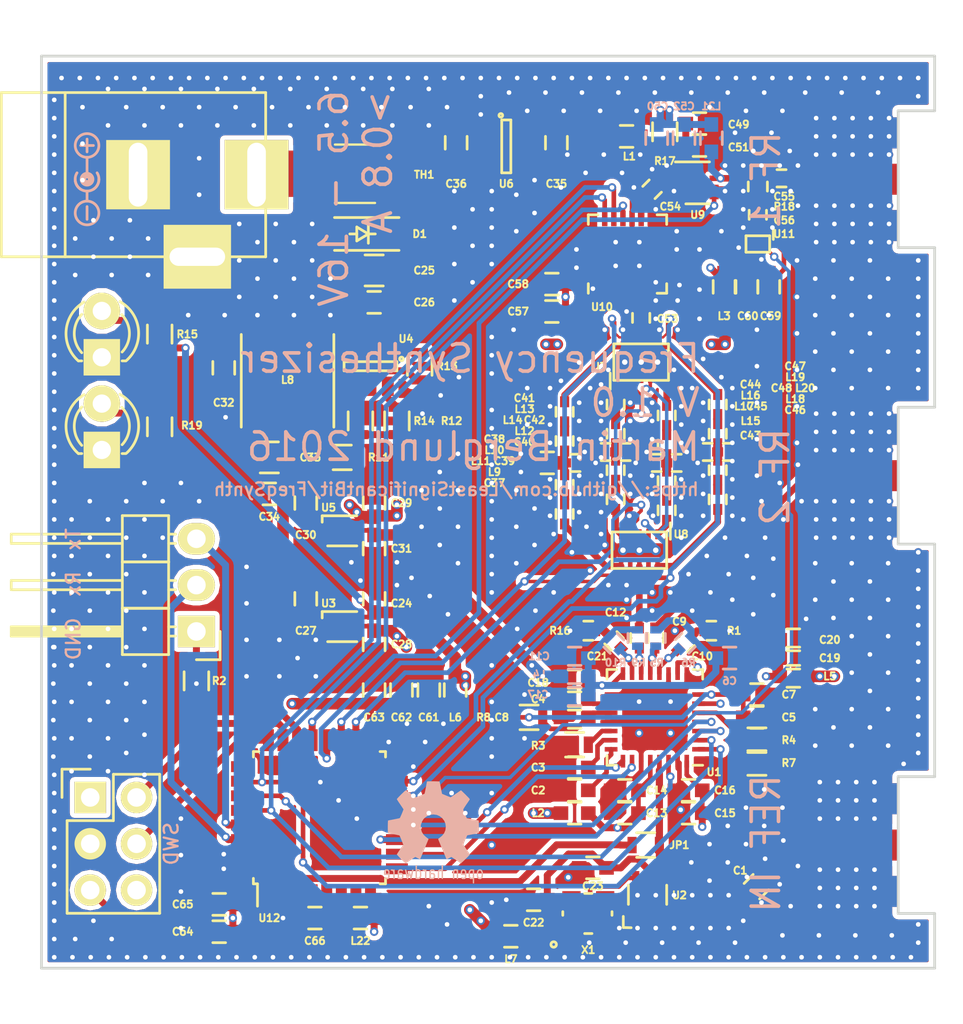
<source format=kicad_pcb>
(kicad_pcb (version 20160815) (host pcbnew 4.X.X-debug)
  (title_block (title "Frequency Synthesizer") (date 2016-09-05) (rev 1.0) (company "Martin Berglund"))
  (layers (0 F.Cu signal) (1 In1.Cu power) (2 In2.Cu jumper) (31 B.Cu mixed) (35 F.Paste user) (36 B.SilkS user) (37 F.SilkS user) (38 B.Mask user) (39 F.Mask user) (44 Edge.Cuts user))
  (net 0 "")
  (net 1 "Net-(C38-Pad1)")
  (net 2 /PLL/VCC_PLL)
  (net 3 "Net-(U2-Pad1)")
  (net 4 /Clock/EXT_REF)
  (net 5 /PLL/CLK_REF)
  (net 6 /PLL/RFB_N)
  (net 7 Earth)
  (net 8 "Net-(C5-Pad2)")
  (net 9 /PLL/RFB_P)
  (net 10 "Net-(D3-Pad2)")
  (net 11 /PLL/RF-)
  (net 12 /PLL/RFA_N)
  (net 13 /PLL/RFA_P)
  (net 14 /PLL/TUNE)
  (net 15 "Net-(C5-Pad1)")
  (net 16 /Power/VIN)
  (net 17 /SCK)
  (net 18 /MOSI)
  (net 19 /MISO)
  (net 20 /MCU/CS_PLL)
  (net 21 /MCU/CE_PLL)
  (net 22 /MCU/LD_PLL)
  (net 23 /MCU/EN_PLL)
  (net 24 /FILT1)
  (net 25 /FILT2)
  (net 26 /FILT3)
  (net 27 /FILT4)
  (net 28 /Amplifier/ATTEN_CS)
  (net 29 "Net-(C4-Pad2)")
  (net 30 "Net-(C3-Pad2)")
  (net 31 "Net-(C2-Pad2)")
  (net 32 /PLL/RF_BALANCED+)
  (net 33 /PLL/RF_BALANCED-)
  (net 34 /Amplifier/RF_OUT)
  (net 35 "Net-(C1-Pad2)")
  (net 36 "Net-(C43-Pad1)")
  (net 37 "Net-(C46-Pad1)")
  (net 38 /Amplifier/RF_IN)
  (net 39 "Net-(C40-Pad2)")
  (net 40 "Net-(C45-Pad1)")
  (net 41 "Net-(C42-Pad1)")
  (net 42 "Net-(C39-Pad1)")
  (net 43 /PLL/RF+)
  (net 44 "Net-(C41-Pad1)")
  (net 45 "Net-(C40-Pad1)")
  (net 46 "Net-(C44-Pad1)")
  (net 47 "Net-(C43-Pad2)")
  (net 48 "Net-(C47-Pad1)")
  (net 49 "Net-(C46-Pad2)")
  (net 50 /MCU/ADC1)
  (net 51 /MCU/TX)
  (net 52 /MCU/RX)
  (net 53 "Net-(R3-Pad2)")
  (net 54 /3v3)
  (net 55 /MCU/VCC_D)
  (net 56 /PLL/VCC_RF)
  (net 57 /5V5)
  (net 58 "Net-(C54-Pad2)")
  (net 59 "Net-(C55-Pad2)")
  (net 60 "Net-(C53-Pad1)")
  (net 61 "Net-(P1-Pad1)")
  (net 62 "Net-(C37-Pad2)")
  (net 63 "Net-(C37-Pad1)")
  (net 64 /Power/VCC_PLL)
  (net 65 /Clock/3V3)
  (net 66 /Power/VCC_D)
  (net 67 /Amplifier/VCC_AMP)
  (net 68 /PLL/VCC_D)
  (net 69 /Amplifier/3V3)
  (net 70 /Power/VCC_RF)
  (net 71 "Net-(C32-Pad2)")
  (net 72 "Net-(C32-Pad1)")
  (net 73 "Net-(R12-Pad2)")
  (net 74 "Net-(C50-Pad1)")
  (net 75 /Power/4V0)
  (net 76 "Net-(C56-Pad2)")
  (net 77 "Net-(C54-Pad1)")
  (net 78 "Net-(C56-Pad1)")
  (net 79 "Net-(C38-Pad2)")
  (net 80 "Net-(C44-Pad2)")
  (net 81 "Net-(C48-Pad1)")
  (net 82 "Net-(C47-Pad2)")
  (net 83 "Net-(C41-Pad2)")
  (net 84 "Net-(U7-Pad3)")
  (net 85 "Net-(U8-Pad3)")
  (net 86 "Net-(C66-Pad1)")
  (net 87 /MCU/CLK_IN)
  (net 88 "Net-(P4-Pad1)")
  (net 89 "Net-(R4-Pad2)")
  (net 90 "Net-(R11-Pad1)")
  (net 91 "Net-(R13-Pad2)")
  (net 92 "Net-(U12-Pad3)")
  (net 93 "Net-(U12-Pad6)")
  (net 94 "Net-(U12-Pad7)")
  (net 95 /Amplifier/PWDN)
  (net 96 "Net-(D2-Pad2)")
  (net 97 "Net-(P6-Pad5)")
  (net 98 "Net-(P6-Pad2)")
  (net 99 "Net-(P6-Pad4)")
  (net 100 "Net-(U12-Pad25)")
  (net 101 "Net-(R19-Pad1)")
  (net 102 /MCU/INT_CLK_EN)
  (module FreqSynth:VIA (layer F.Cu) (at 127 135 90)
    (fp_text reference "" hide)
    (fp_text value "" hide)
    (pad 1 thru_hole circle (at 0 0 90) (size 0.4572 0.4572) (drill 0.254) (layers *.Cu) (net 7 Earth))
  )
  (module FreqSynth:VIA (layer F.Cu) (at 127 137.4 90)
    (fp_text reference "" hide)
    (fp_text value "" hide)
    (pad 1 thru_hole circle (at 0 0 90) (size 0.4572 0.4572) (drill 0.254) (layers *.Cu) (net 7 Earth))
  )
  (module FreqSynth:VIA (layer F.Cu) (at 121.75 141.5 90)
    (fp_text reference "" hide)
    (fp_text value "" hide)
    (pad 1 thru_hole circle (at 0 0 90) (size 0.4572 0.4572) (drill 0.254) (layers *.Cu) (net 7 Earth))
  )
  (module FreqSynth:VIA (layer F.Cu) (at 123.75 141.5 90)
    (fp_text reference "" hide)
    (fp_text value "" hide)
    (pad 1 thru_hole circle (at 0 0 90) (size 0.4572 0.4572) (drill 0.254) (layers *.Cu) (net 7 Earth))
  )
  (module FreqSynth:VIA (layer F.Cu) (at 123 140.4 90)
    (fp_text reference "" hide)
    (fp_text value "" hide)
    (pad 1 thru_hole circle (at 0 0 90) (size 0.4572 0.4572) (drill 0.254) (layers *.Cu) (net 7 Earth))
  )
  (module FreqSynth:VIA (layer F.Cu) (at 142.45 130.85)
    (fp_text reference "" hide)
    (fp_text value "" hide)
    (pad 1 thru_hole circle (at 0 0) (size 0.4572 0.4572) (drill 0.254) (layers *.Cu) (net 7 Earth))
  )
  (module FreqSynth:VIA (layer F.Cu) (at 104.35 148.4)
    (fp_text reference "" hide)
    (fp_text value "" hide)
    (pad 1 thru_hole circle (at 0 0) (size 0.4572 0.4572) (drill 0.254) (layers *.Cu) (net 7 Earth))
  )
  (module FreqSynth:VIA (layer F.Cu) (at 103.35 147.4)
    (fp_text reference "" hide)
    (fp_text value "" hide)
    (pad 1 thru_hole circle (at 0 0) (size 0.4572 0.4572) (drill 0.254) (layers *.Cu) (net 7 Earth))
  )
  (module FreqSynth:VIA (layer F.Cu) (at 102.35 148.4)
    (fp_text reference "" hide)
    (fp_text value "" hide)
    (pad 1 thru_hole circle (at 0 0) (size 0.4572 0.4572) (drill 0.254) (layers *.Cu) (net 7 Earth))
  )
  (module FreqSynth:VIA (layer F.Cu) (at 108.15 143.8)
    (fp_text reference "" hide)
    (fp_text value "" hide)
    (pad 1 thru_hole circle (at 0 0) (size 0.4572 0.4572) (drill 0.254) (layers *.Cu) (net 7 Earth))
  )
  (module FreqSynth:VIA (layer F.Cu) (at 108.15 145.8)
    (fp_text reference "" hide)
    (fp_text value "" hide)
    (pad 1 thru_hole circle (at 0 0) (size 0.4572 0.4572) (drill 0.254) (layers *.Cu) (net 7 Earth))
  )
  (module FreqSynth:VIA (layer F.Cu) (at 108.15 147.8)
    (fp_text reference "" hide)
    (fp_text value "" hide)
    (pad 1 thru_hole circle (at 0 0) (size 0.4572 0.4572) (drill 0.254) (layers *.Cu) (net 7 Earth))
  )
  (module FreqSynth:VIA (layer F.Cu) (at 108.15 141.8)
    (fp_text reference "" hide)
    (fp_text value "" hide)
    (pad 1 thru_hole circle (at 0 0) (size 0.4572 0.4572) (drill 0.254) (layers *.Cu) (net 7 Earth))
  )
  (module FreqSynth:VIA (layer F.Cu) (at 115.8 139.8 90)
    (fp_text reference "" hide)
    (fp_text value "" hide)
    (pad 1 thru_hole circle (at 0 0 90) (size 0.4572 0.4572) (drill 0.254) (layers *.Cu) (net 7 Earth))
  )
  (module FreqSynth:VIA (layer F.Cu) (at 116.8 140.8 90)
    (fp_text reference "" hide)
    (fp_text value "" hide)
    (pad 1 thru_hole circle (at 0 0 90) (size 0.4572 0.4572) (drill 0.254) (layers *.Cu) (net 7 Earth))
  )
  (module FreqSynth:VIA (layer F.Cu) (at 117.8 141.8 90)
    (fp_text reference "" hide)
    (fp_text value "" hide)
    (pad 1 thru_hole circle (at 0 0 90) (size 0.4572 0.4572) (drill 0.254) (layers *.Cu) (net 7 Earth))
  )
  (module FreqSynth:VIA (layer F.Cu) (at 122.75 147.6)
    (fp_text reference "" hide)
    (fp_text value "" hide)
    (pad 1 thru_hole circle (at 0 0) (size 0.4572 0.4572) (drill 0.254) (layers *.Cu) (net 7 Earth))
  )
  (module FreqSynth:VIA (layer F.Cu) (at 121.75 146.6)
    (fp_text reference "" hide)
    (fp_text value "" hide)
    (pad 1 thru_hole circle (at 0 0) (size 0.4572 0.4572) (drill 0.254) (layers *.Cu) (net 7 Earth))
  )
  (module FreqSynth:VIA (layer F.Cu) (at 102.75 104.8)
    (fp_text reference "" hide)
    (fp_text value "" hide)
    (pad 1 thru_hole circle (at 0 0) (size 0.4572 0.4572) (drill 0.254) (layers *.Cu) (net 7 Earth))
  )
  (module FreqSynth:VIA (layer F.Cu) (at 102.75 106.8)
    (fp_text reference "" hide)
    (fp_text value "" hide)
    (pad 1 thru_hole circle (at 0 0) (size 0.4572 0.4572) (drill 0.254) (layers *.Cu) (net 7 Earth))
  )
  (module FreqSynth:VIA (layer F.Cu) (at 102.75 102.8)
    (fp_text reference "" hide)
    (fp_text value "" hide)
    (pad 1 thru_hole circle (at 0 0) (size 0.4572 0.4572) (drill 0.254) (layers *.Cu) (net 7 Earth))
  )
  (module FreqSynth:VIA (layer F.Cu) (at 109.15 107.6)
    (fp_text reference "" hide)
    (fp_text value "" hide)
    (pad 1 thru_hole circle (at 0 0) (size 0.4572 0.4572) (drill 0.254) (layers *.Cu) (net 7 Earth))
  )
  (module FreqSynth:VIA (layer F.Cu) (at 109.15 105.6)
    (fp_text reference "" hide)
    (fp_text value "" hide)
    (pad 1 thru_hole circle (at 0 0) (size 0.4572 0.4572) (drill 0.254) (layers *.Cu) (net 7 Earth))
  )
  (module FreqSynth:VIA (layer F.Cu) (at 138.55 148.6)
    (fp_text reference "" hide)
    (fp_text value "" hide)
    (pad 1 thru_hole circle (at 0 0) (size 0.4572 0.4572) (drill 0.254) (layers *.Cu) (net 7 Earth))
  )
  (module FreqSynth:VIA (layer F.Cu) (at 136.55 148.6)
    (fp_text reference "" hide)
    (fp_text value "" hide)
    (pad 1 thru_hole circle (at 0 0) (size 0.4572 0.4572) (drill 0.254) (layers *.Cu) (net 7 Earth))
  )
  (module FreqSynth:VIA (layer F.Cu) (at 134.55 148.6)
    (fp_text reference "" hide)
    (fp_text value "" hide)
    (pad 1 thru_hole circle (at 0 0) (size 0.4572 0.4572) (drill 0.254) (layers *.Cu) (net 7 Earth))
  )
  (module FreqSynth:VIA (layer F.Cu) (at 132.55 148.6)
    (fp_text reference "" hide)
    (fp_text value "" hide)
    (pad 1 thru_hole circle (at 0 0) (size 0.4572 0.4572) (drill 0.254) (layers *.Cu) (net 7 Earth))
  )
  (module FreqSynth:VIA (layer F.Cu) (at 130.55 148.6)
    (fp_text reference "" hide)
    (fp_text value "" hide)
    (pad 1 thru_hole circle (at 0 0) (size 0.4572 0.4572) (drill 0.254) (layers *.Cu) (net 7 Earth))
  )
  (module FreqSynth:VIA (layer F.Cu) (at 147.15 148.2)
    (fp_text reference "" hide)
    (fp_text value "" hide)
    (pad 1 thru_hole circle (at 0 0) (size 0.4572 0.4572) (drill 0.254) (layers *.Cu) (net 7 Earth))
  )
  (module FreqSynth:VIA (layer F.Cu) (at 145.15 148.2)
    (fp_text reference "" hide)
    (fp_text value "" hide)
    (pad 1 thru_hole circle (at 0 0) (size 0.4572 0.4572) (drill 0.254) (layers *.Cu) (net 7 Earth))
  )
  (module FreqSynth:VIA (layer F.Cu) (at 143.15 148.2)
    (fp_text reference "" hide)
    (fp_text value "" hide)
    (pad 1 thru_hole circle (at 0 0) (size 0.4572 0.4572) (drill 0.254) (layers *.Cu) (net 7 Earth))
  )
  (module FreqSynth:VIA (layer F.Cu) (at 141.15 148.2)
    (fp_text reference "" hide)
    (fp_text value "" hide)
    (pad 1 thru_hole circle (at 0 0) (size 0.4572 0.4572) (drill 0.254) (layers *.Cu) (net 7 Earth))
  )
  (module FreqSynth:VIA (layer F.Cu) (at 141.6 146.6)
    (fp_text reference "" hide)
    (fp_text value "" hide)
    (pad 1 thru_hole circle (at 0 0) (size 0.4572 0.4572) (drill 0.254) (layers *.Cu) (net 7 Earth))
  )
  (module FreqSynth:VIA (layer F.Cu) (at 138.15 142.2)
    (fp_text reference "" hide)
    (fp_text value "" hide)
    (pad 1 thru_hole circle (at 0 0) (size 0.4572 0.4572) (drill 0.254) (layers *.Cu) (net 7 Earth))
  )
  (module FreqSynth:VIA (layer F.Cu) (at 141.15 141.2)
    (fp_text reference "" hide)
    (fp_text value "" hide)
    (pad 1 thru_hole circle (at 0 0) (size 0.4572 0.4572) (drill 0.254) (layers *.Cu) (net 7 Earth))
  )
  (module FreqSynth:VIA (layer F.Cu) (at 140.15 140.2)
    (fp_text reference "" hide)
    (fp_text value "" hide)
    (pad 1 thru_hole circle (at 0 0) (size 0.4572 0.4572) (drill 0.254) (layers *.Cu) (net 7 Earth))
  )
  (module FreqSynth:VIA (layer F.Cu) (at 140.15 142.2)
    (fp_text reference "" hide)
    (fp_text value "" hide)
    (pad 1 thru_hole circle (at 0 0) (size 0.4572 0.4572) (drill 0.254) (layers *.Cu) (net 7 Earth))
  )
  (module FreqSynth:VIA (layer F.Cu) (at 139.15 143.2)
    (fp_text reference "" hide)
    (fp_text value "" hide)
    (pad 1 thru_hole circle (at 0 0) (size 0.4572 0.4572) (drill 0.254) (layers *.Cu) (net 7 Earth))
  )
  (module FreqSynth:VIA (layer F.Cu) (at 139.15 141.2)
    (fp_text reference "" hide)
    (fp_text value "" hide)
    (pad 1 thru_hole circle (at 0 0) (size 0.4572 0.4572) (drill 0.254) (layers *.Cu) (net 7 Earth))
  )
  (module FreqSynth:VIA (layer F.Cu) (at 137.15 143.2)
    (fp_text reference "" hide)
    (fp_text value "" hide)
    (pad 1 thru_hole circle (at 0 0) (size 0.4572 0.4572) (drill 0.254) (layers *.Cu) (net 7 Earth))
  )
  (module FreqSynth:VIA (layer F.Cu) (at 137.15 145.2)
    (fp_text reference "" hide)
    (fp_text value "" hide)
    (pad 1 thru_hole circle (at 0 0) (size 0.4572 0.4572) (drill 0.254) (layers *.Cu) (net 7 Earth))
  )
  (module FreqSynth:VIA (layer F.Cu) (at 136.15 144.2)
    (fp_text reference "" hide)
    (fp_text value "" hide)
    (pad 1 thru_hole circle (at 0 0) (size 0.4572 0.4572) (drill 0.254) (layers *.Cu) (net 7 Earth))
  )
  (module FreqSynth:VIA (layer F.Cu) (at 138.15 144.2)
    (fp_text reference "" hide)
    (fp_text value "" hide)
    (pad 1 thru_hole circle (at 0 0) (size 0.4572 0.4572) (drill 0.254) (layers *.Cu) (net 7 Earth))
  )
  (module FreqSynth:VIA (layer F.Cu) (at 139.55 130.6)
    (fp_text reference "" hide)
    (fp_text value "" hide)
    (pad 1 thru_hole circle (at 0 0) (size 0.4572 0.4572) (drill 0.254) (layers *.Cu) (net 7 Earth))
  )
  (module FreqSynth:VIA (layer F.Cu) (at 140.65 129.55)
    (fp_text reference "" hide)
    (fp_text value "" hide)
    (pad 1 thru_hole circle (at 0 0) (size 0.4572 0.4572) (drill 0.254) (layers *.Cu) (net 7 Earth))
  )
  (module FreqSynth:VIA (layer F.Cu) (at 138.4 129.8)
    (fp_text reference "" hide)
    (fp_text value "" hide)
    (pad 1 thru_hole circle (at 0 0) (size 0.4572 0.4572) (drill 0.254) (layers *.Cu) (net 7 Earth))
  )
  (module FreqSynth:VIA (layer F.Cu) (at 140.65 127.55)
    (fp_text reference "" hide)
    (fp_text value "" hide)
    (pad 1 thru_hole circle (at 0 0) (size 0.4572 0.4572) (drill 0.254) (layers *.Cu) (net 7 Earth))
  )
  (module FreqSynth:VIA (layer F.Cu) (at 139.55 128.6)
    (fp_text reference "" hide)
    (fp_text value "" hide)
    (pad 1 thru_hole circle (at 0 0) (size 0.4572 0.4572) (drill 0.254) (layers *.Cu) (net 7 Earth))
  )
  (module FreqSynth:VIA (layer F.Cu) (at 143.95 136.8)
    (fp_text reference "" hide)
    (fp_text value "" hide)
    (pad 1 thru_hole circle (at 0 0) (size 0.4572 0.4572) (drill 0.254) (layers *.Cu) (net 7 Earth))
  )
  (module FreqSynth:VIA (layer F.Cu) (at 145.95 136.8)
    (fp_text reference "" hide)
    (fp_text value "" hide)
    (pad 1 thru_hole circle (at 0 0) (size 0.4572 0.4572) (drill 0.254) (layers *.Cu) (net 7 Earth))
  )
  (module FreqSynth:VIA (layer F.Cu) (at 146.95 137.8)
    (fp_text reference "" hide)
    (fp_text value "" hide)
    (pad 1 thru_hole circle (at 0 0) (size 0.4572 0.4572) (drill 0.254) (layers *.Cu) (net 7 Earth))
  )
  (module FreqSynth:VIA (layer F.Cu) (at 144.95 135.8)
    (fp_text reference "" hide)
    (fp_text value "" hide)
    (pad 1 thru_hole circle (at 0 0) (size 0.4572 0.4572) (drill 0.254) (layers *.Cu) (net 7 Earth))
  )
  (module FreqSynth:VIA (layer F.Cu) (at 146.95 135.8)
    (fp_text reference "" hide)
    (fp_text value "" hide)
    (pad 1 thru_hole circle (at 0 0) (size 0.4572 0.4572) (drill 0.254) (layers *.Cu) (net 7 Earth))
  )
  (module FreqSynth:VIA (layer F.Cu) (at 144.95 137.8)
    (fp_text reference "" hide)
    (fp_text value "" hide)
    (pad 1 thru_hole circle (at 0 0) (size 0.4572 0.4572) (drill 0.254) (layers *.Cu) (net 7 Earth))
  )
  (module FreqSynth:VIA (layer F.Cu) (at 145.95 130.8)
    (fp_text reference "" hide)
    (fp_text value "" hide)
    (pad 1 thru_hole circle (at 0 0) (size 0.4572 0.4572) (drill 0.254) (layers *.Cu) (net 7 Earth))
  )
  (module FreqSynth:VIA (layer F.Cu) (at 144.95 131.8)
    (fp_text reference "" hide)
    (fp_text value "" hide)
    (pad 1 thru_hole circle (at 0 0) (size 0.4572 0.4572) (drill 0.254) (layers *.Cu) (net 7 Earth))
  )
  (module FreqSynth:VIA (layer F.Cu) (at 146.95 131.8)
    (fp_text reference "" hide)
    (fp_text value "" hide)
    (pad 1 thru_hole circle (at 0 0) (size 0.4572 0.4572) (drill 0.254) (layers *.Cu) (net 7 Earth))
  )
  (module FreqSynth:VIA (layer F.Cu) (at 143.95 130.8)
    (fp_text reference "" hide)
    (fp_text value "" hide)
    (pad 1 thru_hole circle (at 0 0) (size 0.4572 0.4572) (drill 0.254) (layers *.Cu) (net 7 Earth))
  )
  (module FreqSynth:VIA (layer F.Cu) (at 145.95 134.8)
    (fp_text reference "" hide)
    (fp_text value "" hide)
    (pad 1 thru_hole circle (at 0 0) (size 0.4572 0.4572) (drill 0.254) (layers *.Cu) (net 7 Earth))
  )
  (module FreqSynth:VIA (layer F.Cu) (at 146.95 133.8)
    (fp_text reference "" hide)
    (fp_text value "" hide)
    (pad 1 thru_hole circle (at 0 0) (size 0.4572 0.4572) (drill 0.254) (layers *.Cu) (net 7 Earth))
  )
  (module FreqSynth:VIA (layer F.Cu) (at 144.95 133.8)
    (fp_text reference "" hide)
    (fp_text value "" hide)
    (pad 1 thru_hole circle (at 0 0) (size 0.4572 0.4572) (drill 0.254) (layers *.Cu) (net 7 Earth))
  )
  (module FreqSynth:VIA (layer F.Cu) (at 145.95 132.8)
    (fp_text reference "" hide)
    (fp_text value "" hide)
    (pad 1 thru_hole circle (at 0 0) (size 0.4572 0.4572) (drill 0.254) (layers *.Cu) (net 7 Earth))
  )
  (module FreqSynth:VIA (layer F.Cu) (at 142.95 135.8)
    (fp_text reference "" hide)
    (fp_text value "" hide)
    (pad 1 thru_hole circle (at 0 0) (size 0.4572 0.4572) (drill 0.254) (layers *.Cu) (net 7 Earth))
  )
  (module FreqSynth:VIA (layer F.Cu) (at 142.95 137.8)
    (fp_text reference "" hide)
    (fp_text value "" hide)
    (pad 1 thru_hole circle (at 0 0) (size 0.4572 0.4572) (drill 0.254) (layers *.Cu) (net 7 Earth))
  )
  (module FreqSynth:VIA (layer F.Cu) (at 146.95 129.8)
    (fp_text reference "" hide)
    (fp_text value "" hide)
    (pad 1 thru_hole circle (at 0 0) (size 0.4572 0.4572) (drill 0.254) (layers *.Cu) (net 7 Earth))
  )
  (module FreqSynth:VIA (layer F.Cu) (at 144.95 129.8)
    (fp_text reference "" hide)
    (fp_text value "" hide)
    (pad 1 thru_hole circle (at 0 0) (size 0.4572 0.4572) (drill 0.254) (layers *.Cu) (net 7 Earth))
  )
  (module FreqSynth:VIA (layer F.Cu) (at 144.95 127.8)
    (fp_text reference "" hide)
    (fp_text value "" hide)
    (pad 1 thru_hole circle (at 0 0) (size 0.4572 0.4572) (drill 0.254) (layers *.Cu) (net 7 Earth))
  )
  (module FreqSynth:VIA (layer F.Cu) (at 146.95 127.8)
    (fp_text reference "" hide)
    (fp_text value "" hide)
    (pad 1 thru_hole circle (at 0 0) (size 0.4572 0.4572) (drill 0.254) (layers *.Cu) (net 7 Earth))
  )
  (module FreqSynth:VIA (layer F.Cu) (at 145.95 128.8)
    (fp_text reference "" hide)
    (fp_text value "" hide)
    (pad 1 thru_hole circle (at 0 0) (size 0.4572 0.4572) (drill 0.254) (layers *.Cu) (net 7 Earth))
  )
  (module FreqSynth:VIA (layer F.Cu) (at 142.95 129.8)
    (fp_text reference "" hide)
    (fp_text value "" hide)
    (pad 1 thru_hole circle (at 0 0) (size 0.4572 0.4572) (drill 0.254) (layers *.Cu) (net 7 Earth))
  )
  (module FreqSynth:VIA (layer F.Cu) (at 142.95 127.8)
    (fp_text reference "" hide)
    (fp_text value "" hide)
    (pad 1 thru_hole circle (at 0 0) (size 0.4572 0.4572) (drill 0.254) (layers *.Cu) (net 7 Earth))
  )
  (module FreqSynth:VIA (layer F.Cu) (at 143.95 128.8)
    (fp_text reference "" hide)
    (fp_text value "" hide)
    (pad 1 thru_hole circle (at 0 0) (size 0.4572 0.4572) (drill 0.254) (layers *.Cu) (net 7 Earth))
  )
  (module FreqSynth:VIA (layer F.Cu) (at 141.95 119.2)
    (fp_text reference "" hide)
    (fp_text value "" hide)
    (pad 1 thru_hole circle (at 0 0) (size 0.4572 0.4572) (drill 0.254) (layers *.Cu) (net 7 Earth))
  )
  (module FreqSynth:VIA (layer F.Cu) (at 141.95 121.2)
    (fp_text reference "" hide)
    (fp_text value "" hide)
    (pad 1 thru_hole circle (at 0 0) (size 0.4572 0.4572) (drill 0.254) (layers *.Cu) (net 7 Earth))
  )
  (module FreqSynth:VIA (layer F.Cu) (at 139.75 123)
    (fp_text reference "" hide)
    (fp_text value "" hide)
    (pad 1 thru_hole circle (at 0 0) (size 0.4572 0.4572) (drill 0.254) (layers *.Cu) (net 7 Earth))
  )
  (module FreqSynth:VIA (layer F.Cu) (at 139.75 121)
    (fp_text reference "" hide)
    (fp_text value "" hide)
    (pad 1 thru_hole circle (at 0 0) (size 0.4572 0.4572) (drill 0.254) (layers *.Cu) (net 7 Earth))
  )
  (module FreqSynth:VIA (layer F.Cu) (at 139.75 119)
    (fp_text reference "" hide)
    (fp_text value "" hide)
    (pad 1 thru_hole circle (at 0 0) (size 0.4572 0.4572) (drill 0.254) (layers *.Cu) (net 7 Earth))
  )
  (module FreqSynth:VIA (layer F.Cu) (at 139.75 117)
    (fp_text reference "" hide)
    (fp_text value "" hide)
    (pad 1 thru_hole circle (at 0 0) (size 0.4572 0.4572) (drill 0.254) (layers *.Cu) (net 7 Earth))
  )
  (module FreqSynth:VIA (layer F.Cu) (at 139.75 115)
    (fp_text reference "" hide)
    (fp_text value "" hide)
    (pad 1 thru_hole circle (at 0 0) (size 0.4572 0.4572) (drill 0.254) (layers *.Cu) (net 7 Earth))
  )
  (module FreqSynth:VIA (layer F.Cu) (at 144.95 118.2)
    (fp_text reference "" hide)
    (fp_text value "" hide)
    (pad 1 thru_hole circle (at 0 0) (size 0.4572 0.4572) (drill 0.254) (layers *.Cu) (net 7 Earth))
  )
  (module FreqSynth:VIA (layer F.Cu) (at 145.95 117.2)
    (fp_text reference "" hide)
    (fp_text value "" hide)
    (pad 1 thru_hole circle (at 0 0) (size 0.4572 0.4572) (drill 0.254) (layers *.Cu) (net 7 Earth))
  )
  (module FreqSynth:VIA (layer F.Cu) (at 146.95 118.2)
    (fp_text reference "" hide)
    (fp_text value "" hide)
    (pad 1 thru_hole circle (at 0 0) (size 0.4572 0.4572) (drill 0.254) (layers *.Cu) (net 7 Earth))
  )
  (module FreqSynth:VIA (layer F.Cu) (at 146.95 114.2)
    (fp_text reference "" hide)
    (fp_text value "" hide)
    (pad 1 thru_hole circle (at 0 0) (size 0.4572 0.4572) (drill 0.254) (layers *.Cu) (net 7 Earth))
  )
  (module FreqSynth:VIA (layer F.Cu) (at 144.95 116.2)
    (fp_text reference "" hide)
    (fp_text value "" hide)
    (pad 1 thru_hole circle (at 0 0) (size 0.4572 0.4572) (drill 0.254) (layers *.Cu) (net 7 Earth))
  )
  (module FreqSynth:VIA (layer F.Cu) (at 146.95 116.2)
    (fp_text reference "" hide)
    (fp_text value "" hide)
    (pad 1 thru_hole circle (at 0 0) (size 0.4572 0.4572) (drill 0.254) (layers *.Cu) (net 7 Earth))
  )
  (module FreqSynth:VIA (layer F.Cu) (at 145.95 115.2)
    (fp_text reference "" hide)
    (fp_text value "" hide)
    (pad 1 thru_hole circle (at 0 0) (size 0.4572 0.4572) (drill 0.254) (layers *.Cu) (net 7 Earth))
  )
  (module FreqSynth:VIA (layer F.Cu) (at 144.95 114.2)
    (fp_text reference "" hide)
    (fp_text value "" hide)
    (pad 1 thru_hole circle (at 0 0) (size 0.4572 0.4572) (drill 0.254) (layers *.Cu) (net 7 Earth))
  )
  (module FreqSynth:VIA (layer F.Cu) (at 143.95 113.2)
    (fp_text reference "" hide)
    (fp_text value "" hide)
    (pad 1 thru_hole circle (at 0 0) (size 0.4572 0.4572) (drill 0.254) (layers *.Cu) (net 7 Earth))
  )
  (module FreqSynth:VIA (layer F.Cu) (at 142.95 112.2)
    (fp_text reference "" hide)
    (fp_text value "" hide)
    (pad 1 thru_hole circle (at 0 0) (size 0.4572 0.4572) (drill 0.254) (layers *.Cu) (net 7 Earth))
  )
  (module FreqSynth:VIA (layer F.Cu) (at 143.95 111.2)
    (fp_text reference "" hide)
    (fp_text value "" hide)
    (pad 1 thru_hole circle (at 0 0) (size 0.4572 0.4572) (drill 0.254) (layers *.Cu) (net 7 Earth))
  )
  (module FreqSynth:VIA (layer F.Cu) (at 142.95 114.2)
    (fp_text reference "" hide)
    (fp_text value "" hide)
    (pad 1 thru_hole circle (at 0 0) (size 0.4572 0.4572) (drill 0.254) (layers *.Cu) (net 7 Earth))
  )
  (module FreqSynth:VIA (layer F.Cu) (at 142.95 118.2)
    (fp_text reference "" hide)
    (fp_text value "" hide)
    (pad 1 thru_hole circle (at 0 0) (size 0.4572 0.4572) (drill 0.254) (layers *.Cu) (net 7 Earth))
  )
  (module FreqSynth:VIA (layer F.Cu) (at 143.95 117.2)
    (fp_text reference "" hide)
    (fp_text value "" hide)
    (pad 1 thru_hole circle (at 0 0) (size 0.4572 0.4572) (drill 0.254) (layers *.Cu) (net 7 Earth))
  )
  (module FreqSynth:VIA (layer F.Cu) (at 142.95 116.2)
    (fp_text reference "" hide)
    (fp_text value "" hide)
    (pad 1 thru_hole circle (at 0 0) (size 0.4572 0.4572) (drill 0.254) (layers *.Cu) (net 7 Earth))
  )
  (module FreqSynth:VIA (layer F.Cu) (at 143.95 115.2)
    (fp_text reference "" hide)
    (fp_text value "" hide)
    (pad 1 thru_hole circle (at 0 0) (size 0.4572 0.4572) (drill 0.254) (layers *.Cu) (net 7 Earth))
  )
  (module FreqSynth:VIA (layer F.Cu) (at 145.95 111.2)
    (fp_text reference "" hide)
    (fp_text value "" hide)
    (pad 1 thru_hole circle (at 0 0) (size 0.4572 0.4572) (drill 0.254) (layers *.Cu) (net 7 Earth))
  )
  (module FreqSynth:VIA (layer F.Cu) (at 146.95 112.2)
    (fp_text reference "" hide)
    (fp_text value "" hide)
    (pad 1 thru_hole circle (at 0 0) (size 0.4572 0.4572) (drill 0.254) (layers *.Cu) (net 7 Earth))
  )
  (module FreqSynth:VIA (layer F.Cu) (at 145.95 113.2)
    (fp_text reference "" hide)
    (fp_text value "" hide)
    (pad 1 thru_hole circle (at 0 0) (size 0.4572 0.4572) (drill 0.254) (layers *.Cu) (net 7 Earth))
  )
  (module FreqSynth:VIA (layer F.Cu) (at 144.95 112.2)
    (fp_text reference "" hide)
    (fp_text value "" hide)
    (pad 1 thru_hole circle (at 0 0) (size 0.4572 0.4572) (drill 0.254) (layers *.Cu) (net 7 Earth))
  )
  (module FreqSynth:VIA (layer F.Cu) (at 141.95 115.2)
    (fp_text reference "" hide)
    (fp_text value "" hide)
    (pad 1 thru_hole circle (at 0 0) (size 0.4572 0.4572) (drill 0.254) (layers *.Cu) (net 7 Earth))
  )
  (module FreqSynth:VIA (layer F.Cu) (at 141.95 113.2)
    (fp_text reference "" hide)
    (fp_text value "" hide)
    (pad 1 thru_hole circle (at 0 0) (size 0.4572 0.4572) (drill 0.254) (layers *.Cu) (net 7 Earth))
  )
  (module FreqSynth:VIA (layer F.Cu) (at 141.95 111.2)
    (fp_text reference "" hide)
    (fp_text value "" hide)
    (pad 1 thru_hole circle (at 0 0) (size 0.4572 0.4572) (drill 0.254) (layers *.Cu) (net 7 Earth))
  )
  (module FreqSynth:VIA (layer F.Cu) (at 141.95 117.2)
    (fp_text reference "" hide)
    (fp_text value "" hide)
    (pad 1 thru_hole circle (at 0 0) (size 0.4572 0.4572) (drill 0.254) (layers *.Cu) (net 7 Earth))
  )
  (module FreqSynth:VIA (layer F.Cu) (at 127.15 120.2)
    (fp_text reference "" hide)
    (fp_text value "" hide)
    (pad 1 thru_hole circle (at 0 0) (size 0.4572 0.4572) (drill 0.254) (layers *.Cu) (net 7 Earth))
  )
  (module FreqSynth:VIA (layer F.Cu) (at 127.15 118.2)
    (fp_text reference "" hide)
    (fp_text value "" hide)
    (pad 1 thru_hole circle (at 0 0) (size 0.4572 0.4572) (drill 0.254) (layers *.Cu) (net 7 Earth))
  )
  (module FreqSynth:VIA (layer F.Cu) (at 121.4 119.6)
    (fp_text reference "" hide)
    (fp_text value "" hide)
    (pad 1 thru_hole circle (at 0 0) (size 0.4572 0.4572) (drill 0.254) (layers *.Cu) (net 7 Earth))
  )
  (module FreqSynth:VIA (layer F.Cu) (at 122.4 118.6)
    (fp_text reference "" hide)
    (fp_text value "" hide)
    (pad 1 thru_hole circle (at 0 0) (size 0.4572 0.4572) (drill 0.254) (layers *.Cu) (net 7 Earth))
  )
  (module FreqSynth:VIA (layer F.Cu) (at 123.4 117.6)
    (fp_text reference "" hide)
    (fp_text value "" hide)
    (pad 1 thru_hole circle (at 0 0) (size 0.4572 0.4572) (drill 0.254) (layers *.Cu) (net 7 Earth))
  )
  (module FreqSynth:VIA (layer F.Cu) (at 107.15 126.4)
    (fp_text reference "" hide)
    (fp_text value "" hide)
    (pad 1 thru_hole circle (at 0 0) (size 0.4572 0.4572) (drill 0.254) (layers *.Cu) (net 7 Earth))
  )
  (module FreqSynth:VIA (layer F.Cu) (at 108.15 123.4)
    (fp_text reference "" hide)
    (fp_text value "" hide)
    (pad 1 thru_hole circle (at 0 0) (size 0.4572 0.4572) (drill 0.254) (layers *.Cu) (net 7 Earth))
  )
  (module FreqSynth:VIA (layer F.Cu) (at 109.15 124.4)
    (fp_text reference "" hide)
    (fp_text value "" hide)
    (pad 1 thru_hole circle (at 0 0) (size 0.4572 0.4572) (drill 0.254) (layers *.Cu) (net 7 Earth))
  )
  (module FreqSynth:VIA (layer F.Cu) (at 107.15 124.4)
    (fp_text reference "" hide)
    (fp_text value "" hide)
    (pad 1 thru_hole circle (at 0 0) (size 0.4572 0.4572) (drill 0.254) (layers *.Cu) (net 7 Earth))
  )
  (module FreqSynth:VIA (layer F.Cu) (at 106.15 123.4)
    (fp_text reference "" hide)
    (fp_text value "" hide)
    (pad 1 thru_hole circle (at 0 0) (size 0.4572 0.4572) (drill 0.254) (layers *.Cu) (net 7 Earth))
  )
  (module FreqSynth:VIA (layer F.Cu) (at 119.75 101.8)
    (fp_text reference "" hide)
    (fp_text value "" hide)
    (pad 1 thru_hole circle (at 0 0) (size 0.4572 0.4572) (drill 0.254) (layers *.Cu) (net 7 Earth))
  )
  (module FreqSynth:VIA (layer F.Cu) (at 121.75 101.8)
    (fp_text reference "" hide)
    (fp_text value "" hide)
    (pad 1 thru_hole circle (at 0 0) (size 0.4572 0.4572) (drill 0.254) (layers *.Cu) (net 7 Earth))
  )
  (module FreqSynth:VIA (layer F.Cu) (at 122.75 102.8)
    (fp_text reference "" hide)
    (fp_text value "" hide)
    (pad 1 thru_hole circle (at 0 0) (size 0.4572 0.4572) (drill 0.254) (layers *.Cu) (net 7 Earth))
  )
  (module FreqSynth:VIA (layer F.Cu) (at 120.75 102.8)
    (fp_text reference "" hide)
    (fp_text value "" hide)
    (pad 1 thru_hole circle (at 0 0) (size 0.4572 0.4572) (drill 0.254) (layers *.Cu) (net 7 Earth))
  )
  (module FreqSynth:VIA (layer F.Cu) (at 121.75 103.8)
    (fp_text reference "" hide)
    (fp_text value "" hide)
    (pad 1 thru_hole circle (at 0 0) (size 0.4572 0.4572) (drill 0.254) (layers *.Cu) (net 7 Earth))
  )
  (module FreqSynth:VIA (layer F.Cu) (at 119.75 103.8)
    (fp_text reference "" hide)
    (fp_text value "" hide)
    (pad 1 thru_hole circle (at 0 0) (size 0.4572 0.4572) (drill 0.254) (layers *.Cu) (net 7 Earth))
  )
  (module FreqSynth:VIA (layer F.Cu) (at 146.4 102)
    (fp_text reference "" hide)
    (fp_text value "" hide)
    (pad 1 thru_hole circle (at 0 0) (size 0.4572 0.4572) (drill 0.254) (layers *.Cu) (net 7 Earth))
  )
  (module FreqSynth:VIA (layer F.Cu) (at 144.4 102)
    (fp_text reference "" hide)
    (fp_text value "" hide)
    (pad 1 thru_hole circle (at 0 0) (size 0.4572 0.4572) (drill 0.254) (layers *.Cu) (net 7 Earth))
  )
  (module FreqSynth:VIA (layer F.Cu) (at 142.4 102)
    (fp_text reference "" hide)
    (fp_text value "" hide)
    (pad 1 thru_hole circle (at 0 0) (size 0.4572 0.4572) (drill 0.254) (layers *.Cu) (net 7 Earth))
  )
  (module FreqSynth:VIA (layer F.Cu) (at 135.4 113.4)
    (fp_text reference "" hide)
    (fp_text value "" hide)
    (pad 1 thru_hole circle (at 0 0) (size 0.4572 0.4572) (drill 0.254) (layers *.Cu) (net 7 Earth))
  )
  (module FreqSynth:VIA (layer F.Cu) (at 136.6 114.4)
    (fp_text reference "" hide)
    (fp_text value "" hide)
    (pad 1 thru_hole circle (at 0 0) (size 0.4572 0.4572) (drill 0.254) (layers *.Cu) (net 7 Earth))
  )
  (module FreqSynth:VIA (layer F.Cu) (at 136.6 112.8)
    (fp_text reference "" hide)
    (fp_text value "" hide)
    (pad 1 thru_hole circle (at 0 0) (size 0.4572 0.4572) (drill 0.254) (layers *.Cu) (net 7 Earth))
  )
  (module FreqSynth:VIA (layer F.Cu) (at 136.6 110.6)
    (fp_text reference "" hide)
    (fp_text value "" hide)
    (pad 1 thru_hole circle (at 0 0) (size 0.4572 0.4572) (drill 0.254) (layers *.Cu) (net 7 Earth))
  )
  (module FreqSynth:VIA (layer F.Cu) (at 137.8 109.6)
    (fp_text reference "" hide)
    (fp_text value "" hide)
    (pad 1 thru_hole circle (at 0 0) (size 0.4572 0.4572) (drill 0.254) (layers *.Cu) (net 7 Earth))
  )
  (module FreqSynth:VIA (layer F.Cu) (at 139.55 105.2)
    (fp_text reference "" hide)
    (fp_text value "" hide)
    (pad 1 thru_hole circle (at 0 0) (size 0.4572 0.4572) (drill 0.254) (layers *.Cu) (net 7 Earth))
  )
  (module FreqSynth:VIA (layer F.Cu) (at 140.55 104.2)
    (fp_text reference "" hide)
    (fp_text value "" hide)
    (pad 1 thru_hole circle (at 0 0) (size 0.4572 0.4572) (drill 0.254) (layers *.Cu) (net 7 Earth))
  )
  (module FreqSynth:VIA (layer F.Cu) (at 138.55 104.2)
    (fp_text reference "" hide)
    (fp_text value "" hide)
    (pad 1 thru_hole circle (at 0 0) (size 0.4572 0.4572) (drill 0.254) (layers *.Cu) (net 7 Earth))
  )
  (module FreqSynth:VIA (layer F.Cu) (at 141.55 105.2)
    (fp_text reference "" hide)
    (fp_text value "" hide)
    (pad 1 thru_hole circle (at 0 0) (size 0.4572 0.4572) (drill 0.254) (layers *.Cu) (net 7 Earth))
  )
  (module FreqSynth:VIA (layer F.Cu) (at 129 107.2)
    (fp_text reference "" hide)
    (fp_text value "" hide)
    (pad 1 thru_hole circle (at 0 0) (size 0.4572 0.4572) (drill 0.254) (layers *.Cu) (net 7 Earth))
  )
  (module FreqSynth:VIA (layer F.Cu) (at 127.55 108.6)
    (fp_text reference "" hide)
    (fp_text value "" hide)
    (pad 1 thru_hole circle (at 0 0) (size 0.4572 0.4572) (drill 0.254) (layers *.Cu) (net 7 Earth))
  )
  (module FreqSynth:VIA (layer F.Cu) (at 127.55 106.8)
    (fp_text reference "" hide)
    (fp_text value "" hide)
    (pad 1 thru_hole circle (at 0 0) (size 0.4572 0.4572) (drill 0.254) (layers *.Cu) (net 7 Earth))
  )
  (module FreqSynth:VIA (layer F.Cu) (at 126.55 109.6)
    (fp_text reference "" hide)
    (fp_text value "" hide)
    (pad 1 thru_hole circle (at 0 0) (size 0.4572 0.4572) (drill 0.254) (layers *.Cu) (net 7 Earth))
  )
  (module FreqSynth:VIA (layer F.Cu) (at 126.55 107.6)
    (fp_text reference "" hide)
    (fp_text value "" hide)
    (pad 1 thru_hole circle (at 0 0) (size 0.4572 0.4572) (drill 0.254) (layers *.Cu) (net 7 Earth))
  )
  (module FreqSynth:VIA (layer F.Cu) (at 131.35 105.4)
    (fp_text reference "" hide)
    (fp_text value "" hide)
    (pad 1 thru_hole circle (at 0 0) (size 0.4572 0.4572) (drill 0.254) (layers *.Cu) (net 7 Earth))
  )
  (module FreqSynth:VIA (layer F.Cu) (at 133.35 105.4)
    (fp_text reference "" hide)
    (fp_text value "" hide)
    (pad 1 thru_hole circle (at 0 0) (size 0.4572 0.4572) (drill 0.254) (layers *.Cu) (net 7 Earth))
  )
  (module FreqSynth:VIA (layer F.Cu) (at 132.35 106.4)
    (fp_text reference "" hide)
    (fp_text value "" hide)
    (pad 1 thru_hole circle (at 0 0) (size 0.4572 0.4572) (drill 0.254) (layers *.Cu) (net 7 Earth))
  )
  (module FreqSynth:VIA (layer F.Cu) (at 130.35 106.4)
    (fp_text reference "" hide)
    (fp_text value "" hide)
    (pad 1 thru_hole circle (at 0 0) (size 0.4572 0.4572) (drill 0.254) (layers *.Cu) (net 7 Earth))
  )
  (module FreqSynth:VIA (layer F.Cu) (at 129.35 105.4)
    (fp_text reference "" hide)
    (fp_text value "" hide)
    (pad 1 thru_hole circle (at 0 0) (size 0.4572 0.4572) (drill 0.254) (layers *.Cu) (net 7 Earth))
  )
  (module FreqSynth:VIA (layer F.Cu) (at 122.8 130.6 90)
    (fp_text reference "" hide)
    (fp_text value "" hide)
    (pad 1 thru_hole circle (at 0 0 90) (size 0.4572 0.4572) (drill 0.254) (layers *.Cu) (net 7 Earth))
  )
  (module FreqSynth:VIA (layer F.Cu) (at 121.8 129.6 90)
    (fp_text reference "" hide)
    (fp_text value "" hide)
    (pad 1 thru_hole circle (at 0 0 90) (size 0.4572 0.4572) (drill 0.254) (layers *.Cu) (net 7 Earth))
  )
  (module FreqSynth:VIA (layer F.Cu) (at 120.8 128.6 90)
    (fp_text reference "" hide)
    (fp_text value "" hide)
    (pad 1 thru_hole circle (at 0 0 90) (size 0.4572 0.4572) (drill 0.254) (layers *.Cu) (net 7 Earth))
  )
  (module FreqSynth:VIA (layer F.Cu) (at 122.35 126.8)
    (fp_text reference "" hide)
    (fp_text value "" hide)
    (pad 1 thru_hole circle (at 0 0) (size 0.4572 0.4572) (drill 0.254) (layers *.Cu) (net 7 Earth))
  )
  (module FreqSynth:VIA (layer F.Cu) (at 123.35 127.8)
    (fp_text reference "" hide)
    (fp_text value "" hide)
    (pad 1 thru_hole circle (at 0 0) (size 0.4572 0.4572) (drill 0.254) (layers *.Cu) (net 7 Earth))
  )
  (module FreqSynth:VIA (layer F.Cu) (at 122.35 124.8)
    (fp_text reference "" hide)
    (fp_text value "" hide)
    (pad 1 thru_hole circle (at 0 0) (size 0.4572 0.4572) (drill 0.254) (layers *.Cu) (net 7 Earth))
  )
  (module FreqSynth:VIA (layer F.Cu) (at 121.35 123.8)
    (fp_text reference "" hide)
    (fp_text value "" hide)
    (pad 1 thru_hole circle (at 0 0) (size 0.4572 0.4572) (drill 0.254) (layers *.Cu) (net 7 Earth))
  )
  (module FreqSynth:VIA (layer F.Cu) (at 123.35 123.8)
    (fp_text reference "" hide)
    (fp_text value "" hide)
    (pad 1 thru_hole circle (at 0 0) (size 0.4572 0.4572) (drill 0.254) (layers *.Cu) (net 7 Earth))
  )
  (module FreqSynth:VIA (layer F.Cu) (at 123.35 125.8)
    (fp_text reference "" hide)
    (fp_text value "" hide)
    (pad 1 thru_hole circle (at 0 0) (size 0.4572 0.4572) (drill 0.254) (layers *.Cu) (net 7 Earth))
  )
  (module FreqSynth:VIA (layer F.Cu) (at 122.35 122.8)
    (fp_text reference "" hide)
    (fp_text value "" hide)
    (pad 1 thru_hole circle (at 0 0) (size 0.4572 0.4572) (drill 0.254) (layers *.Cu) (net 7 Earth))
  )
  (module FreqSynth:VIA (layer F.Cu) (at 121.35 125.8)
    (fp_text reference "" hide)
    (fp_text value "" hide)
    (pad 1 thru_hole circle (at 0 0) (size 0.4572 0.4572) (drill 0.254) (layers *.Cu) (net 7 Earth))
  )
  (module FreqSynth:VIA (layer F.Cu) (at 123.35 121.8)
    (fp_text reference "" hide)
    (fp_text value "" hide)
    (pad 1 thru_hole circle (at 0 0) (size 0.4572 0.4572) (drill 0.254) (layers *.Cu) (net 7 Earth))
  )
  (module FreqSynth:VIA (layer F.Cu) (at 134.2 146)
    (fp_text reference "" hide)
    (fp_text value "" hide)
    (pad 1 thru_hole circle (at 0 0) (size 0.4572 0.4572) (drill 0.254) (layers *.Cu) (net 7 Earth))
  )
  (module FreqSynth:VIA (layer F.Cu) (at 138.2 147.8)
    (fp_text reference "" hide)
    (fp_text value "" hide)
    (pad 1 thru_hole circle (at 0 0) (size 0.4572 0.4572) (drill 0.254) (layers *.Cu) (net 7 Earth))
  )
  (module FreqSynth:VIA (layer F.Cu) (at 133.2 146)
    (fp_text reference "" hide)
    (fp_text value "" hide)
    (pad 1 thru_hole circle (at 0 0) (size 0.4572 0.4572) (drill 0.254) (layers *.Cu) (net 7 Earth))
  )
  (module FreqSynth:VIA (layer F.Cu) (at 135.2 146)
    (fp_text reference "" hide)
    (fp_text value "" hide)
    (pad 1 thru_hole circle (at 0 0) (size 0.4572 0.4572) (drill 0.254) (layers *.Cu) (net 7 Earth))
  )
  (module FreqSynth:VIA (layer F.Cu) (at 137.2 146)
    (fp_text reference "" hide)
    (fp_text value "" hide)
    (pad 1 thru_hole circle (at 0 0) (size 0.4572 0.4572) (drill 0.254) (layers *.Cu) (net 7 Earth))
  )
  (module FreqSynth:VIA (layer F.Cu) (at 136.2 146)
    (fp_text reference "" hide)
    (fp_text value "" hide)
    (pad 1 thru_hole circle (at 0 0) (size 0.4572 0.4572) (drill 0.254) (layers *.Cu) (net 7 Earth))
  )
  (module FreqSynth:VIA (layer F.Cu) (at 133.2 147.8)
    (fp_text reference "" hide)
    (fp_text value "" hide)
    (pad 1 thru_hole circle (at 0 0) (size 0.4572 0.4572) (drill 0.254) (layers *.Cu) (net 7 Earth))
  )
  (module FreqSynth:VIA (layer F.Cu) (at 132.2 147.8)
    (fp_text reference "" hide)
    (fp_text value "" hide)
    (pad 1 thru_hole circle (at 0 0) (size 0.4572 0.4572) (drill 0.254) (layers *.Cu) (net 7 Earth))
  )
  (module FreqSynth:VIA (layer F.Cu) (at 136.2 147.8)
    (fp_text reference "" hide)
    (fp_text value "" hide)
    (pad 1 thru_hole circle (at 0 0) (size 0.4572 0.4572) (drill 0.254) (layers *.Cu) (net 7 Earth))
  )
  (module FreqSynth:VIA (layer F.Cu) (at 134.2 147.8)
    (fp_text reference "" hide)
    (fp_text value "" hide)
    (pad 1 thru_hole circle (at 0 0) (size 0.4572 0.4572) (drill 0.254) (layers *.Cu) (net 7 Earth))
  )
  (module FreqSynth:VIA (layer F.Cu) (at 135.2 147.8)
    (fp_text reference "" hide)
    (fp_text value "" hide)
    (pad 1 thru_hole circle (at 0 0) (size 0.4572 0.4572) (drill 0.254) (layers *.Cu) (net 7 Earth))
  )
  (module FreqSynth:VIA (layer F.Cu) (at 137.2 147.8)
    (fp_text reference "" hide)
    (fp_text value "" hide)
    (pad 1 thru_hole circle (at 0 0) (size 0.4572 0.4572) (drill 0.254) (layers *.Cu) (net 7 Earth))
  )
  (module FreqSynth:VIA (layer F.Cu) (at 140 146.4)
    (fp_text reference "" hide)
    (fp_text value "" hide)
    (pad 1 thru_hole circle (at 0 0) (size 0.4572 0.4572) (drill 0.254) (layers *.Cu) (net 7 Earth))
  )
  (module FreqSynth:VIA (layer F.Cu) (at 142 144.4)
    (fp_text reference "" hide)
    (fp_text value "" hide)
    (pad 1 thru_hole circle (at 0 0) (size 0.4572 0.4572) (drill 0.254) (layers *.Cu) (net 7 Earth))
  )
  (module FreqSynth:VIA (layer F.Cu) (at 139 147.4)
    (fp_text reference "" hide)
    (fp_text value "" hide)
    (pad 1 thru_hole circle (at 0 0) (size 0.4572 0.4572) (drill 0.254) (layers *.Cu) (net 7 Earth))
  )
  (module FreqSynth:VIA (layer F.Cu) (at 141 145.4)
    (fp_text reference "" hide)
    (fp_text value "" hide)
    (pad 1 thru_hole circle (at 0 0) (size 0.4572 0.4572) (drill 0.254) (layers *.Cu) (net 7 Earth))
  )
  (module FreqSynth:VIA (layer F.Cu) (at 139.2 145)
    (fp_text reference "" hide)
    (fp_text value "" hide)
    (pad 1 thru_hole circle (at 0 0) (size 0.4572 0.4572) (drill 0.254) (layers *.Cu) (net 7 Earth))
  )
  (module FreqSynth:VIA (layer F.Cu) (at 141.2 143)
    (fp_text reference "" hide)
    (fp_text value "" hide)
    (pad 1 thru_hole circle (at 0 0) (size 0.4572 0.4572) (drill 0.254) (layers *.Cu) (net 7 Earth))
  )
  (module FreqSynth:VIA (layer F.Cu) (at 138.2 146)
    (fp_text reference "" hide)
    (fp_text value "" hide)
    (pad 1 thru_hole circle (at 0 0) (size 0.4572 0.4572) (drill 0.254) (layers *.Cu) (net 7 Earth))
  )
  (module FreqSynth:VIA (layer F.Cu) (at 140.2 144)
    (fp_text reference "" hide)
    (fp_text value "" hide)
    (pad 1 thru_hole circle (at 0 0) (size 0.4572 0.4572) (drill 0.254) (layers *.Cu) (net 7 Earth))
  )
  (module FreqSynth:VIA (layer F.Cu) (at 122.55 136.6)
    (fp_text reference "" hide)
    (fp_text value "" hide)
    (pad 1 thru_hole circle (at 0 0) (size 0.4572 0.4572) (drill 0.254) (layers *.Cu) (net 7 Earth))
  )
  (module FreqSynth:VIA (layer F.Cu) (at 121.55 137.6)
    (fp_text reference "" hide)
    (fp_text value "" hide)
    (pad 1 thru_hole circle (at 0 0) (size 0.4572 0.4572) (drill 0.254) (layers *.Cu) (net 7 Earth))
  )
  (module FreqSynth:VIA (layer F.Cu) (at 120.55 136.6)
    (fp_text reference "" hide)
    (fp_text value "" hide)
    (pad 1 thru_hole circle (at 0 0) (size 0.4572 0.4572) (drill 0.254) (layers *.Cu) (net 7 Earth))
  )
  (module FreqSynth:VIA (layer F.Cu) (at 119.55 137.6)
    (fp_text reference "" hide)
    (fp_text value "" hide)
    (pad 1 thru_hole circle (at 0 0) (size 0.4572 0.4572) (drill 0.254) (layers *.Cu) (net 7 Earth))
  )
  (module FreqSynth:VIA (layer F.Cu) (at 127.6 130.4)
    (fp_text reference "" hide)
    (fp_text value "" hide)
    (pad 1 thru_hole circle (at 0 0) (size 0.4572 0.4572) (drill 0.254) (layers *.Cu) (net 7 Earth))
  )
  (module FreqSynth:VIA (layer F.Cu) (at 126.6 131.4)
    (fp_text reference "" hide)
    (fp_text value "" hide)
    (pad 1 thru_hole circle (at 0 0) (size 0.4572 0.4572) (drill 0.254) (layers *.Cu) (net 7 Earth))
  )
  (module FreqSynth:VIA (layer F.Cu) (at 128.6 129.4)
    (fp_text reference "" hide)
    (fp_text value "" hide)
    (pad 1 thru_hole circle (at 0 0) (size 0.4572 0.4572) (drill 0.254) (layers *.Cu) (net 7 Earth))
  )
  (module FreqSynth:VIA (layer F.Cu) (at 126.8 121.8)
    (fp_text reference "" hide)
    (fp_text value "" hide)
    (pad 1 thru_hole circle (at 0 0) (size 0.4572 0.4572) (drill 0.254) (layers *.Cu) (net 7 Earth))
  )
  (module FreqSynth:VIA (layer F.Cu) (at 126.55 127.8)
    (fp_text reference "" hide)
    (fp_text value "" hide)
    (pad 1 thru_hole circle (at 0 0) (size 0.4572 0.4572) (drill 0.254) (layers *.Cu) (net 7 Earth))
  )
  (module FreqSynth:VIA (layer F.Cu) (at 127.55 126.8)
    (fp_text reference "" hide)
    (fp_text value "" hide)
    (pad 1 thru_hole circle (at 0 0) (size 0.4572 0.4572) (drill 0.254) (layers *.Cu) (net 7 Earth))
  )
  (module FreqSynth:VIA (layer F.Cu) (at 126.55 123.8)
    (fp_text reference "" hide)
    (fp_text value "" hide)
    (pad 1 thru_hole circle (at 0 0) (size 0.4572 0.4572) (drill 0.254) (layers *.Cu) (net 7 Earth))
  )
  (module FreqSynth:VIA (layer F.Cu) (at 126.55 125.8)
    (fp_text reference "" hide)
    (fp_text value "" hide)
    (pad 1 thru_hole circle (at 0 0) (size 0.4572 0.4572) (drill 0.254) (layers *.Cu) (net 7 Earth))
  )
  (module FreqSynth:VIA (layer F.Cu) (at 127.55 124.8)
    (fp_text reference "" hide)
    (fp_text value "" hide)
    (pad 1 thru_hole circle (at 0 0) (size 0.4572 0.4572) (drill 0.254) (layers *.Cu) (net 7 Earth))
  )
  (module FreqSynth:VIA (layer F.Cu) (at 123.15 109.4)
    (fp_text reference "" hide)
    (fp_text value "" hide)
    (pad 1 thru_hole circle (at 0 0) (size 0.4572 0.4572) (drill 0.254) (layers *.Cu) (net 7 Earth))
  )
  (module FreqSynth:VIA (layer F.Cu) (at 124.15 108.4)
    (fp_text reference "" hide)
    (fp_text value "" hide)
    (pad 1 thru_hole circle (at 0 0) (size 0.4572 0.4572) (drill 0.254) (layers *.Cu) (net 7 Earth))
  )
  (module FreqSynth:VIA (layer F.Cu) (at 123.15 107.4)
    (fp_text reference "" hide)
    (fp_text value "" hide)
    (pad 1 thru_hole circle (at 0 0) (size 0.4572 0.4572) (drill 0.254) (layers *.Cu) (net 7 Earth))
  )
  (module FreqSynth:VIA (layer F.Cu) (at 123.15 111.4)
    (fp_text reference "" hide)
    (fp_text value "" hide)
    (pad 1 thru_hole circle (at 0 0) (size 0.4572 0.4572) (drill 0.254) (layers *.Cu) (net 7 Earth))
  )
  (module FreqSynth:VIA (layer F.Cu) (at 124.15 110.4)
    (fp_text reference "" hide)
    (fp_text value "" hide)
    (pad 1 thru_hole circle (at 0 0) (size 0.4572 0.4572) (drill 0.254) (layers *.Cu) (net 7 Earth))
  )
  (module FreqSynth:VIA (layer F.Cu) (at 123.15 113.4)
    (fp_text reference "" hide)
    (fp_text value "" hide)
    (pad 1 thru_hole circle (at 0 0) (size 0.4572 0.4572) (drill 0.254) (layers *.Cu) (net 7 Earth))
  )
  (module FreqSynth:VIA (layer F.Cu) (at 124.15 112.4)
    (fp_text reference "" hide)
    (fp_text value "" hide)
    (pad 1 thru_hole circle (at 0 0) (size 0.4572 0.4572) (drill 0.254) (layers *.Cu) (net 7 Earth))
  )
  (module FreqSynth:VIA (layer F.Cu) (at 140.15 102)
    (fp_text reference "" hide)
    (fp_text value "" hide)
    (pad 1 thru_hole circle (at 0 0) (size 0.4572 0.4572) (drill 0.254) (layers *.Cu) (net 7 Earth))
  )
  (module FreqSynth:VIA (layer F.Cu) (at 139.15 103)
    (fp_text reference "" hide)
    (fp_text value "" hide)
    (pad 1 thru_hole circle (at 0 0) (size 0.4572 0.4572) (drill 0.254) (layers *.Cu) (net 7 Earth))
  )
  (module FreqSynth:VIA (layer F.Cu) (at 141.15 103)
    (fp_text reference "" hide)
    (fp_text value "" hide)
    (pad 1 thru_hole circle (at 0 0) (size 0.4572 0.4572) (drill 0.254) (layers *.Cu) (net 7 Earth))
  )
  (module FreqSynth:VIA (layer F.Cu) (at 136.15 102)
    (fp_text reference "" hide)
    (fp_text value "" hide)
    (pad 1 thru_hole circle (at 0 0) (size 0.4572 0.4572) (drill 0.254) (layers *.Cu) (net 7 Earth))
  )
  (module FreqSynth:VIA (layer F.Cu) (at 134.15 102)
    (fp_text reference "" hide)
    (fp_text value "" hide)
    (pad 1 thru_hole circle (at 0 0) (size 0.4572 0.4572) (drill 0.254) (layers *.Cu) (net 7 Earth))
  )
  (module FreqSynth:VIA (layer F.Cu) (at 137.15 102.8)
    (fp_text reference "" hide)
    (fp_text value "" hide)
    (pad 1 thru_hole circle (at 0 0) (size 0.4572 0.4572) (drill 0.254) (layers *.Cu) (net 7 Earth))
  )
  (module FreqSynth:VIA (layer F.Cu) (at 138.15 102)
    (fp_text reference "" hide)
    (fp_text value "" hide)
    (pad 1 thru_hole circle (at 0 0) (size 0.4572 0.4572) (drill 0.254) (layers *.Cu) (net 7 Earth))
  )
  (module FreqSynth:VIA (layer F.Cu) (at 130.15 102)
    (fp_text reference "" hide)
    (fp_text value "" hide)
    (pad 1 thru_hole circle (at 0 0) (size 0.4572 0.4572) (drill 0.254) (layers *.Cu) (net 7 Earth))
  )
  (module FreqSynth:VIA (layer F.Cu) (at 129.15 103)
    (fp_text reference "" hide)
    (fp_text value "" hide)
    (pad 1 thru_hole circle (at 0 0) (size 0.4572 0.4572) (drill 0.254) (layers *.Cu) (net 7 Earth))
  )
  (module FreqSynth:VIA (layer F.Cu) (at 132.15 102)
    (fp_text reference "" hide)
    (fp_text value "" hide)
    (pad 1 thru_hole circle (at 0 0) (size 0.4572 0.4572) (drill 0.254) (layers *.Cu) (net 7 Earth))
  )
  (module FreqSynth:VIA (layer F.Cu) (at 133.15 103)
    (fp_text reference "" hide)
    (fp_text value "" hide)
    (pad 1 thru_hole circle (at 0 0) (size 0.4572 0.4572) (drill 0.254) (layers *.Cu) (net 7 Earth))
  )
  (module FreqSynth:VIA (layer F.Cu) (at 131.15 103)
    (fp_text reference "" hide)
    (fp_text value "" hide)
    (pad 1 thru_hole circle (at 0 0) (size 0.4572 0.4572) (drill 0.254) (layers *.Cu) (net 7 Earth))
  )
  (module FreqSynth:VIA (layer F.Cu) (at 128.15 102)
    (fp_text reference "" hide)
    (fp_text value "" hide)
    (pad 1 thru_hole circle (at 0 0) (size 0.4572 0.4572) (drill 0.254) (layers *.Cu) (net 7 Earth))
  )
  (module FreqSynth:VIA (layer F.Cu) (at 126.15 102)
    (fp_text reference "" hide)
    (fp_text value "" hide)
    (pad 1 thru_hole circle (at 0 0) (size 0.4572 0.4572) (drill 0.254) (layers *.Cu) (net 7 Earth))
  )
  (module FreqSynth:VIA (layer F.Cu) (at 127.15 103)
    (fp_text reference "" hide)
    (fp_text value "" hide)
    (pad 1 thru_hole circle (at 0 0) (size 0.4572 0.4572) (drill 0.254) (layers *.Cu) (net 7 Earth))
  )
  (module FreqSynth:VIA (layer F.Cu) (at 116.15 103.8)
    (fp_text reference "" hide)
    (fp_text value "" hide)
    (pad 1 thru_hole circle (at 0 0) (size 0.4572 0.4572) (drill 0.254) (layers *.Cu) (net 7 Earth))
  )
  (module FreqSynth:VIA (layer F.Cu) (at 118.15 101.8)
    (fp_text reference "" hide)
    (fp_text value "" hide)
    (pad 1 thru_hole circle (at 0 0) (size 0.4572 0.4572) (drill 0.254) (layers *.Cu) (net 7 Earth))
  )
  (module FreqSynth:VIA (layer F.Cu) (at 119.15 102.8)
    (fp_text reference "" hide)
    (fp_text value "" hide)
    (pad 1 thru_hole circle (at 0 0) (size 0.4572 0.4572) (drill 0.254) (layers *.Cu) (net 7 Earth))
  )
  (module FreqSynth:VIA (layer F.Cu) (at 116.15 101.8)
    (fp_text reference "" hide)
    (fp_text value "" hide)
    (pad 1 thru_hole circle (at 0 0) (size 0.4572 0.4572) (drill 0.254) (layers *.Cu) (net 7 Earth))
  )
  (module FreqSynth:VIA (layer F.Cu) (at 118.15 103.8)
    (fp_text reference "" hide)
    (fp_text value "" hide)
    (pad 1 thru_hole circle (at 0 0) (size 0.4572 0.4572) (drill 0.254) (layers *.Cu) (net 7 Earth))
  )
  (module FreqSynth:VIA (layer F.Cu) (at 117.15 102.8)
    (fp_text reference "" hide)
    (fp_text value "" hide)
    (pad 1 thru_hole circle (at 0 0) (size 0.4572 0.4572) (drill 0.254) (layers *.Cu) (net 7 Earth))
  )
  (module FreqSynth:VIA (layer F.Cu) (at 112.15 101.8)
    (fp_text reference "" hide)
    (fp_text value "" hide)
    (pad 1 thru_hole circle (at 0 0) (size 0.4572 0.4572) (drill 0.254) (layers *.Cu) (net 7 Earth))
  )
  (module FreqSynth:VIA (layer F.Cu) (at 113.15 102.8)
    (fp_text reference "" hide)
    (fp_text value "" hide)
    (pad 1 thru_hole circle (at 0 0) (size 0.4572 0.4572) (drill 0.254) (layers *.Cu) (net 7 Earth))
  )
  (module FreqSynth:VIA (layer F.Cu) (at 112.15 103.8)
    (fp_text reference "" hide)
    (fp_text value "" hide)
    (pad 1 thru_hole circle (at 0 0) (size 0.4572 0.4572) (drill 0.254) (layers *.Cu) (net 7 Earth))
  )
  (module FreqSynth:VIA (layer F.Cu) (at 115.15 102.8)
    (fp_text reference "" hide)
    (fp_text value "" hide)
    (pad 1 thru_hole circle (at 0 0) (size 0.4572 0.4572) (drill 0.254) (layers *.Cu) (net 7 Earth))
  )
  (module FreqSynth:VIA (layer F.Cu) (at 114.15 103.8)
    (fp_text reference "" hide)
    (fp_text value "" hide)
    (pad 1 thru_hole circle (at 0 0) (size 0.4572 0.4572) (drill 0.254) (layers *.Cu) (net 7 Earth))
  )
  (module FreqSynth:VIA (layer F.Cu) (at 114.15 101.8)
    (fp_text reference "" hide)
    (fp_text value "" hide)
    (pad 1 thru_hole circle (at 0 0) (size 0.4572 0.4572) (drill 0.254) (layers *.Cu) (net 7 Earth))
  )
  (module FreqSynth:VIA (layer F.Cu) (at 109.15 102.8)
    (fp_text reference "" hide)
    (fp_text value "" hide)
    (pad 1 thru_hole circle (at 0 0) (size 0.4572 0.4572) (drill 0.254) (layers *.Cu) (net 7 Earth))
  )
  (module FreqSynth:VIA (layer F.Cu) (at 110.15 103.8)
    (fp_text reference "" hide)
    (fp_text value "" hide)
    (pad 1 thru_hole circle (at 0 0) (size 0.4572 0.4572) (drill 0.254) (layers *.Cu) (net 7 Earth))
  )
  (module FreqSynth:VIA (layer F.Cu) (at 111.15 102.8)
    (fp_text reference "" hide)
    (fp_text value "" hide)
    (pad 1 thru_hole circle (at 0 0) (size 0.4572 0.4572) (drill 0.254) (layers *.Cu) (net 7 Earth))
  )
  (module FreqSynth:VIA (layer F.Cu) (at 110.15 101.8)
    (fp_text reference "" hide)
    (fp_text value "" hide)
    (pad 1 thru_hole circle (at 0 0) (size 0.4572 0.4572) (drill 0.254) (layers *.Cu) (net 7 Earth))
  )
  (module FreqSynth:VIA (layer F.Cu) (at 106.15 101.8)
    (fp_text reference "" hide)
    (fp_text value "" hide)
    (pad 1 thru_hole circle (at 0 0) (size 0.4572 0.4572) (drill 0.254) (layers *.Cu) (net 7 Earth))
  )
  (module FreqSynth:VIA (layer F.Cu) (at 104.15 101.8)
    (fp_text reference "" hide)
    (fp_text value "" hide)
    (pad 1 thru_hole circle (at 0 0) (size 0.4572 0.4572) (drill 0.254) (layers *.Cu) (net 7 Earth))
  )
  (module FreqSynth:VIA (layer F.Cu) (at 104.15 103.8)
    (fp_text reference "" hide)
    (fp_text value "" hide)
    (pad 1 thru_hole circle (at 0 0) (size 0.4572 0.4572) (drill 0.254) (layers *.Cu) (net 7 Earth))
  )
  (module FreqSynth:VIA (layer F.Cu) (at 108.15 101.8)
    (fp_text reference "" hide)
    (fp_text value "" hide)
    (pad 1 thru_hole circle (at 0 0) (size 0.4572 0.4572) (drill 0.254) (layers *.Cu) (net 7 Earth))
  )
  (module FreqSynth:VIA (layer F.Cu) (at 107.15 102.8)
    (fp_text reference "" hide)
    (fp_text value "" hide)
    (pad 1 thru_hole circle (at 0 0) (size 0.4572 0.4572) (drill 0.254) (layers *.Cu) (net 7 Earth))
  )
  (module FreqSynth:VIA (layer F.Cu) (at 105.15 102.8)
    (fp_text reference "" hide)
    (fp_text value "" hide)
    (pad 1 thru_hole circle (at 0 0) (size 0.4572 0.4572) (drill 0.254) (layers *.Cu) (net 7 Earth))
  )
  (module FreqSynth:VIA (layer F.Cu) (at 106.15 103.8)
    (fp_text reference "" hide)
    (fp_text value "" hide)
    (pad 1 thru_hole circle (at 0 0) (size 0.4572 0.4572) (drill 0.254) (layers *.Cu) (net 7 Earth))
  )
  (module FreqSynth:VIA (layer F.Cu) (at 108.15 103.8)
    (fp_text reference "" hide)
    (fp_text value "" hide)
    (pad 1 thru_hole circle (at 0 0) (size 0.4572 0.4572) (drill 0.254) (layers *.Cu) (net 7 Earth))
  )
  (module FreqSynth:VIA (layer F.Cu) (at 105.35 109)
    (fp_text reference "" hide)
    (fp_text value "" hide)
    (pad 1 thru_hole circle (at 0 0) (size 0.4572 0.4572) (drill 0.254) (layers *.Cu) (net 7 Earth))
  )
  (module FreqSynth:VIA (layer F.Cu) (at 103.35 109)
    (fp_text reference "" hide)
    (fp_text value "" hide)
    (pad 1 thru_hole circle (at 0 0) (size 0.4572 0.4572) (drill 0.254) (layers *.Cu) (net 7 Earth))
  )
  (module FreqSynth:VIA (layer F.Cu) (at 102.35 110)
    (fp_text reference "" hide)
    (fp_text value "" hide)
    (pad 1 thru_hole circle (at 0 0) (size 0.4572 0.4572) (drill 0.254) (layers *.Cu) (net 7 Earth))
  )
  (module FreqSynth:VIA (layer F.Cu) (at 103.35 111)
    (fp_text reference "" hide)
    (fp_text value "" hide)
    (pad 1 thru_hole circle (at 0 0) (size 0.4572 0.4572) (drill 0.254) (layers *.Cu) (net 7 Earth))
  )
  (module FreqSynth:VIA (layer F.Cu) (at 102.35 112)
    (fp_text reference "" hide)
    (fp_text value "" hide)
    (pad 1 thru_hole circle (at 0 0) (size 0.4572 0.4572) (drill 0.254) (layers *.Cu) (net 7 Earth))
  )
  (module FreqSynth:VIA (layer F.Cu) (at 104.35 112)
    (fp_text reference "" hide)
    (fp_text value "" hide)
    (pad 1 thru_hole circle (at 0 0) (size 0.4572 0.4572) (drill 0.254) (layers *.Cu) (net 7 Earth))
  )
  (module FreqSynth:VIA (layer F.Cu) (at 106.35 112)
    (fp_text reference "" hide)
    (fp_text value "" hide)
    (pad 1 thru_hole circle (at 0 0) (size 0.4572 0.4572) (drill 0.254) (layers *.Cu) (net 7 Earth))
  )
  (module FreqSynth:VIA (layer F.Cu) (at 105.35 111)
    (fp_text reference "" hide)
    (fp_text value "" hide)
    (pad 1 thru_hole circle (at 0 0) (size 0.4572 0.4572) (drill 0.254) (layers *.Cu) (net 7 Earth))
  )
  (module FreqSynth:VIA (layer F.Cu) (at 106.35 110)
    (fp_text reference "" hide)
    (fp_text value "" hide)
    (pad 1 thru_hole circle (at 0 0) (size 0.4572 0.4572) (drill 0.254) (layers *.Cu) (net 7 Earth))
  )
  (module FreqSynth:VIA (layer F.Cu) (at 104.35 110)
    (fp_text reference "" hide)
    (fp_text value "" hide)
    (pad 1 thru_hole circle (at 0 0) (size 0.4572 0.4572) (drill 0.254) (layers *.Cu) (net 7 Earth))
  )
  (module FreqSynth:VIA (layer F.Cu) (at 111.35 109.2)
    (fp_text reference "" hide)
    (fp_text value "" hide)
    (pad 1 thru_hole circle (at 0 0) (size 0.4572 0.4572) (drill 0.254) (layers *.Cu) (net 7 Earth))
  )
  (module FreqSynth:VIA (layer F.Cu) (at 111.35 111.2)
    (fp_text reference "" hide)
    (fp_text value "" hide)
    (pad 1 thru_hole circle (at 0 0) (size 0.4572 0.4572) (drill 0.254) (layers *.Cu) (net 7 Earth))
  )
  (module FreqSynth:VIA (layer F.Cu) (at 111.35 113.2)
    (fp_text reference "" hide)
    (fp_text value "" hide)
    (pad 1 thru_hole circle (at 0 0) (size 0.4572 0.4572) (drill 0.254) (layers *.Cu) (net 7 Earth))
  )
  (module FreqSynth:VIA (layer F.Cu) (at 112.35 114.2)
    (fp_text reference "" hide)
    (fp_text value "" hide)
    (pad 1 thru_hole circle (at 0 0) (size 0.4572 0.4572) (drill 0.254) (layers *.Cu) (net 7 Earth))
  )
  (module FreqSynth:VIA (layer F.Cu) (at 114.35 110.2)
    (fp_text reference "" hide)
    (fp_text value "" hide)
    (pad 1 thru_hole circle (at 0 0) (size 0.4572 0.4572) (drill 0.254) (layers *.Cu) (net 7 Earth))
  )
  (module FreqSynth:VIA (layer F.Cu) (at 115.35 111.2)
    (fp_text reference "" hide)
    (fp_text value "" hide)
    (pad 1 thru_hole circle (at 0 0) (size 0.4572 0.4572) (drill 0.254) (layers *.Cu) (net 7 Earth))
  )
  (module FreqSynth:VIA (layer F.Cu) (at 115.35 109.2)
    (fp_text reference "" hide)
    (fp_text value "" hide)
    (pad 1 thru_hole circle (at 0 0) (size 0.4572 0.4572) (drill 0.254) (layers *.Cu) (net 7 Earth))
  )
  (module FreqSynth:VIA (layer F.Cu) (at 113.35 109.2)
    (fp_text reference "" hide)
    (fp_text value "" hide)
    (pad 1 thru_hole circle (at 0 0) (size 0.4572 0.4572) (drill 0.254) (layers *.Cu) (net 7 Earth))
  )
  (module FreqSynth:VIA (layer F.Cu) (at 112.35 112.2)
    (fp_text reference "" hide)
    (fp_text value "" hide)
    (pad 1 thru_hole circle (at 0 0) (size 0.4572 0.4572) (drill 0.254) (layers *.Cu) (net 7 Earth))
  )
  (module FreqSynth:VIA (layer F.Cu) (at 112.35 110.2)
    (fp_text reference "" hide)
    (fp_text value "" hide)
    (pad 1 thru_hole circle (at 0 0) (size 0.4572 0.4572) (drill 0.254) (layers *.Cu) (net 7 Earth))
  )
  (module FreqSynth:VIA (layer F.Cu) (at 113.35 113.2)
    (fp_text reference "" hide)
    (fp_text value "" hide)
    (pad 1 thru_hole circle (at 0 0) (size 0.4572 0.4572) (drill 0.254) (layers *.Cu) (net 7 Earth))
  )
  (module FreqSynth:VIA (layer F.Cu) (at 113.35 111.2)
    (fp_text reference "" hide)
    (fp_text value "" hide)
    (pad 1 thru_hole circle (at 0 0) (size 0.4572 0.4572) (drill 0.254) (layers *.Cu) (net 7 Earth))
  )
  (module FreqSynth:VIA (layer F.Cu) (at 114.35 114.2)
    (fp_text reference "" hide)
    (fp_text value "" hide)
    (pad 1 thru_hole circle (at 0 0) (size 0.4572 0.4572) (drill 0.254) (layers *.Cu) (net 7 Earth))
  )
  (module FreqSynth:VIA (layer F.Cu) (at 116.35 114.2)
    (fp_text reference "" hide)
    (fp_text value "" hide)
    (pad 1 thru_hole circle (at 0 0) (size 0.4572 0.4572) (drill 0.254) (layers *.Cu) (net 7 Earth))
  )
  (module FreqSynth:VIA (layer F.Cu) (at 115.35 113.2)
    (fp_text reference "" hide)
    (fp_text value "" hide)
    (pad 1 thru_hole circle (at 0 0) (size 0.4572 0.4572) (drill 0.254) (layers *.Cu) (net 7 Earth))
  )
  (module FreqSynth:VIA (layer F.Cu) (at 116.35 112.2)
    (fp_text reference "" hide)
    (fp_text value "" hide)
    (pad 1 thru_hole circle (at 0 0) (size 0.4572 0.4572) (drill 0.254) (layers *.Cu) (net 7 Earth))
  )
  (module FreqSynth:VIA (layer F.Cu) (at 114.35 112.2)
    (fp_text reference "" hide)
    (fp_text value "" hide)
    (pad 1 thru_hole circle (at 0 0) (size 0.4572 0.4572) (drill 0.254) (layers *.Cu) (net 7 Earth))
  )
  (module FreqSynth:VIA (layer F.Cu) (at 102.15 125.4)
    (fp_text reference "" hide)
    (fp_text value "" hide)
    (pad 1 thru_hole circle (at 0 0) (size 0.4572 0.4572) (drill 0.254) (layers *.Cu) (net 7 Earth))
  )
  (module FreqSynth:VIA (layer F.Cu) (at 102.15 131.4)
    (fp_text reference "" hide)
    (fp_text value "" hide)
    (pad 1 thru_hole circle (at 0 0) (size 0.4572 0.4572) (drill 0.254) (layers *.Cu) (net 7 Earth))
  )
  (module FreqSynth:VIA (layer F.Cu) (at 101.15 130.4)
    (fp_text reference "" hide)
    (fp_text value "" hide)
    (pad 1 thru_hole circle (at 0 0) (size 0.4572 0.4572) (drill 0.254) (layers *.Cu) (net 7 Earth))
  )
  (module FreqSynth:VIA (layer F.Cu) (at 103.15 130.4)
    (fp_text reference "" hide)
    (fp_text value "" hide)
    (pad 1 thru_hole circle (at 0 0) (size 0.4572 0.4572) (drill 0.254) (layers *.Cu) (net 7 Earth))
  )
  (module FreqSynth:VIA (layer F.Cu) (at 105.15 130.4)
    (fp_text reference "" hide)
    (fp_text value "" hide)
    (pad 1 thru_hole circle (at 0 0) (size 0.4572 0.4572) (drill 0.254) (layers *.Cu) (net 7 Earth))
  )
  (module FreqSynth:VIA (layer F.Cu) (at 106.15 129.4)
    (fp_text reference "" hide)
    (fp_text value "" hide)
    (pad 1 thru_hole circle (at 0 0) (size 0.4572 0.4572) (drill 0.254) (layers *.Cu) (net 7 Earth))
  )
  (module FreqSynth:VIA (layer F.Cu) (at 104.15 131.4)
    (fp_text reference "" hide)
    (fp_text value "" hide)
    (pad 1 thru_hole circle (at 0 0) (size 0.4572 0.4572) (drill 0.254) (layers *.Cu) (net 7 Earth))
  )
  (module FreqSynth:VIA (layer F.Cu) (at 106.15 131.4)
    (fp_text reference "" hide)
    (fp_text value "" hide)
    (pad 1 thru_hole circle (at 0 0) (size 0.4572 0.4572) (drill 0.254) (layers *.Cu) (net 7 Earth))
  )
  (module FreqSynth:VIA (layer F.Cu) (at 103.15 126.4)
    (fp_text reference "" hide)
    (fp_text value "" hide)
    (pad 1 thru_hole circle (at 0 0) (size 0.4572 0.4572) (drill 0.254) (layers *.Cu) (net 7 Earth))
  )
  (module FreqSynth:VIA (layer F.Cu) (at 103.15 124.4)
    (fp_text reference "" hide)
    (fp_text value "" hide)
    (pad 1 thru_hole circle (at 0 0) (size 0.4572 0.4572) (drill 0.254) (layers *.Cu) (net 7 Earth))
  )
  (module FreqSynth:VIA (layer F.Cu) (at 105.15 126.4)
    (fp_text reference "" hide)
    (fp_text value "" hide)
    (pad 1 thru_hole circle (at 0 0) (size 0.4572 0.4572) (drill 0.254) (layers *.Cu) (net 7 Earth))
  )
  (module FreqSynth:VIA (layer F.Cu) (at 106.15 125.4)
    (fp_text reference "" hide)
    (fp_text value "" hide)
    (pad 1 thru_hole circle (at 0 0) (size 0.4572 0.4572) (drill 0.254) (layers *.Cu) (net 7 Earth))
  )
  (module FreqSynth:VIA (layer F.Cu) (at 105.15 124.4)
    (fp_text reference "" hide)
    (fp_text value "" hide)
    (pad 1 thru_hole circle (at 0 0) (size 0.4572 0.4572) (drill 0.254) (layers *.Cu) (net 7 Earth))
  )
  (module FreqSynth:VIA (layer F.Cu) (at 104.15 125.4)
    (fp_text reference "" hide)
    (fp_text value "" hide)
    (pad 1 thru_hole circle (at 0 0) (size 0.4572 0.4572) (drill 0.254) (layers *.Cu) (net 7 Earth))
  )
  (module FreqSynth:VIA (layer F.Cu) (at 106.15 127.4)
    (fp_text reference "" hide)
    (fp_text value "" hide)
    (pad 1 thru_hole circle (at 0 0) (size 0.4572 0.4572) (drill 0.254) (layers *.Cu) (net 7 Earth))
  )
  (module FreqSynth:VIA (layer F.Cu) (at 104.15 129.4)
    (fp_text reference "" hide)
    (fp_text value "" hide)
    (pad 1 thru_hole circle (at 0 0) (size 0.4572 0.4572) (drill 0.254) (layers *.Cu) (net 7 Earth))
  )
  (module FreqSynth:VIA (layer F.Cu) (at 104.15 127.4)
    (fp_text reference "" hide)
    (fp_text value "" hide)
    (pad 1 thru_hole circle (at 0 0) (size 0.4572 0.4572) (drill 0.254) (layers *.Cu) (net 7 Earth))
  )
  (module FreqSynth:VIA (layer F.Cu) (at 105.15 128.4)
    (fp_text reference "" hide)
    (fp_text value "" hide)
    (pad 1 thru_hole circle (at 0 0) (size 0.4572 0.4572) (drill 0.254) (layers *.Cu) (net 7 Earth))
  )
  (module FreqSynth:VIA (layer F.Cu) (at 101.15 136.4)
    (fp_text reference "" hide)
    (fp_text value "" hide)
    (pad 1 thru_hole circle (at 0 0) (size 0.4572 0.4572) (drill 0.254) (layers *.Cu) (net 7 Earth))
  )
  (module FreqSynth:VIA (layer F.Cu) (at 102.15 139.2)
    (fp_text reference "" hide)
    (fp_text value "" hide)
    (pad 1 thru_hole circle (at 0 0) (size 0.4572 0.4572) (drill 0.254) (layers *.Cu) (net 7 Earth))
  )
  (module FreqSynth:VIA (layer F.Cu) (at 101.15 138.4)
    (fp_text reference "" hide)
    (fp_text value "" hide)
    (pad 1 thru_hole circle (at 0 0) (size 0.4572 0.4572) (drill 0.254) (layers *.Cu) (net 7 Earth))
  )
  (module FreqSynth:VIA (layer F.Cu) (at 102.15 137.4)
    (fp_text reference "" hide)
    (fp_text value "" hide)
    (pad 1 thru_hole circle (at 0 0) (size 0.4572 0.4572) (drill 0.254) (layers *.Cu) (net 7 Earth))
  )
  (module FreqSynth:VIA (layer F.Cu) (at 103.15 138.4)
    (fp_text reference "" hide)
    (fp_text value "" hide)
    (pad 1 thru_hole circle (at 0 0) (size 0.4572 0.4572) (drill 0.254) (layers *.Cu) (net 7 Earth))
  )
  (module FreqSynth:VIA (layer F.Cu) (at 103.15 136.4)
    (fp_text reference "" hide)
    (fp_text value "" hide)
    (pad 1 thru_hole circle (at 0 0) (size 0.4572 0.4572) (drill 0.254) (layers *.Cu) (net 7 Earth))
  )
  (module FreqSynth:VIA (layer F.Cu) (at 105.15 134.4)
    (fp_text reference "" hide)
    (fp_text value "" hide)
    (pad 1 thru_hole circle (at 0 0) (size 0.4572 0.4572) (drill 0.254) (layers *.Cu) (net 7 Earth))
  )
  (module FreqSynth:VIA (layer F.Cu) (at 104.15 133.4)
    (fp_text reference "" hide)
    (fp_text value "" hide)
    (pad 1 thru_hole circle (at 0 0) (size 0.4572 0.4572) (drill 0.254) (layers *.Cu) (net 7 Earth))
  )
  (module FreqSynth:VIA (layer F.Cu) (at 105.15 132.4)
    (fp_text reference "" hide)
    (fp_text value "" hide)
    (pad 1 thru_hole circle (at 0 0) (size 0.4572 0.4572) (drill 0.254) (layers *.Cu) (net 7 Earth))
  )
  (module FreqSynth:VIA (layer F.Cu) (at 104.15 135.4)
    (fp_text reference "" hide)
    (fp_text value "" hide)
    (pad 1 thru_hole circle (at 0 0) (size 0.4572 0.4572) (drill 0.254) (layers *.Cu) (net 7 Earth))
  )
  (module FreqSynth:VIA (layer F.Cu) (at 106.15 135.4)
    (fp_text reference "" hide)
    (fp_text value "" hide)
    (pad 1 thru_hole circle (at 0 0) (size 0.4572 0.4572) (drill 0.254) (layers *.Cu) (net 7 Earth))
  )
  (module FreqSynth:VIA (layer F.Cu) (at 106.15 133.4)
    (fp_text reference "" hide)
    (fp_text value "" hide)
    (pad 1 thru_hole circle (at 0 0) (size 0.4572 0.4572) (drill 0.254) (layers *.Cu) (net 7 Earth))
  )
  (module FreqSynth:VIA (layer F.Cu) (at 104.15 139.2)
    (fp_text reference "" hide)
    (fp_text value "" hide)
    (pad 1 thru_hole circle (at 0 0) (size 0.4572 0.4572) (drill 0.254) (layers *.Cu) (net 7 Earth))
  )
  (module FreqSynth:VIA (layer F.Cu) (at 104.15 137.4)
    (fp_text reference "" hide)
    (fp_text value "" hide)
    (pad 1 thru_hole circle (at 0 0) (size 0.4572 0.4572) (drill 0.254) (layers *.Cu) (net 7 Earth))
  )
  (module FreqSynth:VIA (layer F.Cu) (at 105.15 138.2)
    (fp_text reference "" hide)
    (fp_text value "" hide)
    (pad 1 thru_hole circle (at 0 0) (size 0.4572 0.4572) (drill 0.254) (layers *.Cu) (net 7 Earth))
  )
  (module FreqSynth:VIA (layer F.Cu) (at 105.15 136.4)
    (fp_text reference "" hide)
    (fp_text value "" hide)
    (pad 1 thru_hole circle (at 0 0) (size 0.4572 0.4572) (drill 0.254) (layers *.Cu) (net 7 Earth))
  )
  (module FreqSynth:VIA (layer F.Cu) (at 106.15 137.2)
    (fp_text reference "" hide)
    (fp_text value "" hide)
    (pad 1 thru_hole circle (at 0 0) (size 0.4572 0.4572) (drill 0.254) (layers *.Cu) (net 7 Earth))
  )
  (module FreqSynth:VIA (layer F.Cu) (at 106.15 139.4)
    (fp_text reference "" hide)
    (fp_text value "" hide)
    (pad 1 thru_hole circle (at 0 0) (size 0.4572 0.4572) (drill 0.254) (layers *.Cu) (net 7 Earth))
  )
  (module FreqSynth:VIA (layer F.Cu) (at 103.15 132.4)
    (fp_text reference "" hide)
    (fp_text value "" hide)
    (pad 1 thru_hole circle (at 0 0) (size 0.4572 0.4572) (drill 0.254) (layers *.Cu) (net 7 Earth))
  )
  (module FreqSynth:VIA (layer F.Cu) (at 103.15 134.4)
    (fp_text reference "" hide)
    (fp_text value "" hide)
    (pad 1 thru_hole circle (at 0 0) (size 0.4572 0.4572) (drill 0.254) (layers *.Cu) (net 7 Earth))
  )
  (module FreqSynth:VIA (layer F.Cu) (at 101.15 134.4)
    (fp_text reference "" hide)
    (fp_text value "" hide)
    (pad 1 thru_hole circle (at 0 0) (size 0.4572 0.4572) (drill 0.254) (layers *.Cu) (net 7 Earth))
  )
  (module FreqSynth:VIA (layer F.Cu) (at 102.15 133.4)
    (fp_text reference "" hide)
    (fp_text value "" hide)
    (pad 1 thru_hole circle (at 0 0) (size 0.4572 0.4572) (drill 0.254) (layers *.Cu) (net 7 Earth))
  )
  (module FreqSynth:VIA (layer F.Cu) (at 102.15 135.4)
    (fp_text reference "" hide)
    (fp_text value "" hide)
    (pad 1 thru_hole circle (at 0 0) (size 0.4572 0.4572) (drill 0.254) (layers *.Cu) (net 7 Earth))
  )
  (module FreqSynth:VIA (layer F.Cu) (at 101.15 132.4)
    (fp_text reference "" hide)
    (fp_text value "" hide)
    (pad 1 thru_hole circle (at 0 0) (size 0.4572 0.4572) (drill 0.254) (layers *.Cu) (net 7 Earth))
  )
  (module FreqSynth:VIA (layer F.Cu) (at 102.15 127.4)
    (fp_text reference "" hide)
    (fp_text value "" hide)
    (pad 1 thru_hole circle (at 0 0) (size 0.4572 0.4572) (drill 0.254) (layers *.Cu) (net 7 Earth))
  )
  (module FreqSynth:VIA (layer F.Cu) (at 101.15 128.4)
    (fp_text reference "" hide)
    (fp_text value "" hide)
    (pad 1 thru_hole circle (at 0 0) (size 0.4572 0.4572) (drill 0.254) (layers *.Cu) (net 7 Earth))
  )
  (module FreqSynth:VIA (layer F.Cu) (at 103.15 128.4)
    (fp_text reference "" hide)
    (fp_text value "" hide)
    (pad 1 thru_hole circle (at 0 0) (size 0.4572 0.4572) (drill 0.254) (layers *.Cu) (net 7 Earth))
  )
  (module FreqSynth:VIA (layer F.Cu) (at 102.15 129.4)
    (fp_text reference "" hide)
    (fp_text value "" hide)
    (pad 1 thru_hole circle (at 0 0) (size 0.4572 0.4572) (drill 0.254) (layers *.Cu) (net 7 Earth))
  )
  (module FreqSynth:VIA (layer F.Cu) (at 111.75 132)
    (fp_text reference "" hide)
    (fp_text value "" hide)
    (pad 1 thru_hole circle (at 0 0) (size 0.4572 0.4572) (drill 0.254) (layers *.Cu) (net 7 Earth))
  )
  (module FreqSynth:VIA (layer F.Cu) (at 111.75 134)
    (fp_text reference "" hide)
    (fp_text value "" hide)
    (pad 1 thru_hole circle (at 0 0) (size 0.4572 0.4572) (drill 0.254) (layers *.Cu) (net 7 Earth))
  )
  (module FreqSynth:VIA (layer F.Cu) (at 110.6 119.8)
    (fp_text reference "" hide)
    (fp_text value "" hide)
    (pad 1 thru_hole circle (at 0 0) (size 0.4572 0.4572) (drill 0.254) (layers *.Cu) (net 7 Earth))
  )
  (module FreqSynth:VIA (layer F.Cu) (at 115.55 134)
    (fp_text reference "" hide)
    (fp_text value "" hide)
    (pad 1 thru_hole circle (at 0 0) (size 0.4572 0.4572) (drill 0.254) (layers *.Cu) (net 7 Earth))
  )
  (module FreqSynth:VIA (layer F.Cu) (at 113.55 134)
    (fp_text reference "" hide)
    (fp_text value "" hide)
    (pad 1 thru_hole circle (at 0 0) (size 0.4572 0.4572) (drill 0.254) (layers *.Cu) (net 7 Earth))
  )
  (module FreqSynth:VIA (layer F.Cu) (at 114.55 133)
    (fp_text reference "" hide)
    (fp_text value "" hide)
    (pad 1 thru_hole circle (at 0 0) (size 0.4572 0.4572) (drill 0.254) (layers *.Cu) (net 7 Earth))
  )
  (module FreqSynth:VIA (layer F.Cu) (at 115.55 132)
    (fp_text reference "" hide)
    (fp_text value "" hide)
    (pad 1 thru_hole circle (at 0 0) (size 0.4572 0.4572) (drill 0.254) (layers *.Cu) (net 7 Earth))
  )
  (module FreqSynth:VIA (layer F.Cu) (at 113.55 132)
    (fp_text reference "" hide)
    (fp_text value "" hide)
    (pad 1 thru_hole circle (at 0 0) (size 0.4572 0.4572) (drill 0.254) (layers *.Cu) (net 7 Earth))
  )
  (module FreqSynth:VIA (layer F.Cu) (at 110.55 114.2)
    (fp_text reference "" hide)
    (fp_text value "" hide)
    (pad 1 thru_hole circle (at 0 0) (size 0.4572 0.4572) (drill 0.254) (layers *.Cu) (net 7 Earth))
  )
  (module FreqSynth:VIA (layer F.Cu) (at 108.55 114.2)
    (fp_text reference "" hide)
    (fp_text value "" hide)
    (pad 1 thru_hole circle (at 0 0) (size 0.4572 0.4572) (drill 0.254) (layers *.Cu) (net 7 Earth))
  )
  (module FreqSynth:VIA (layer F.Cu) (at 111.75 128)
    (fp_text reference "" hide)
    (fp_text value "" hide)
    (pad 1 thru_hole circle (at 0 0) (size 0.4572 0.4572) (drill 0.254) (layers *.Cu) (net 7 Earth))
  )
  (module FreqSynth:VIA (layer F.Cu) (at 111.75 130)
    (fp_text reference "" hide)
    (fp_text value "" hide)
    (pad 1 thru_hole circle (at 0 0) (size 0.4572 0.4572) (drill 0.254) (layers *.Cu) (net 7 Earth))
  )
  (module FreqSynth:VIA (layer F.Cu) (at 125.2 124.4 90)
    (fp_text reference "" hide)
    (fp_text value "" hide)
    (pad 1 thru_hole circle (at 0 0 90) (size 0.4572 0.4572) (drill 0.254) (layers *.Cu) (net 7 Earth))
  )
  (module FreqSynth:VIA (layer F.Cu) (at 125.2 127.4 90)
    (fp_text reference "" hide)
    (fp_text value "" hide)
    (pad 1 thru_hole circle (at 0 0 90) (size 0.4572 0.4572) (drill 0.254) (layers *.Cu) (net 7 Earth))
  )
  (module FreqSynth:VIA (layer F.Cu) (at 125.2 128.4 90)
    (fp_text reference "" hide)
    (fp_text value "" hide)
    (pad 1 thru_hole circle (at 0 0 90) (size 0.4572 0.4572) (drill 0.254) (layers *.Cu) (net 7 Earth))
  )
  (module FreqSynth:VIA (layer F.Cu) (at 125.2 126.4 90)
    (fp_text reference "" hide)
    (fp_text value "" hide)
    (pad 1 thru_hole circle (at 0 0 90) (size 0.4572 0.4572) (drill 0.254) (layers *.Cu) (net 7 Earth))
  )
  (module FreqSynth:VIA (layer F.Cu) (at 125.2 125.4 90)
    (fp_text reference "" hide)
    (fp_text value "" hide)
    (pad 1 thru_hole circle (at 0 0 90) (size 0.4572 0.4572) (drill 0.254) (layers *.Cu) (net 7 Earth))
  )
  (module FreqSynth:VIA (layer F.Cu) (at 125.2 117.4 90)
    (fp_text reference "" hide)
    (fp_text value "" hide)
    (pad 1 thru_hole circle (at 0 0 90) (size 0.4572 0.4572) (drill 0.254) (layers *.Cu) (net 7 Earth))
  )
  (module FreqSynth:VIA (layer F.Cu) (at 125.2 116.4 90)
    (fp_text reference "" hide)
    (fp_text value "" hide)
    (pad 1 thru_hole circle (at 0 0 90) (size 0.4572 0.4572) (drill 0.254) (layers *.Cu) (net 7 Earth))
  )
  (module FreqSynth:VIA (layer F.Cu) (at 125.2 115.4 90)
    (fp_text reference "" hide)
    (fp_text value "" hide)
    (pad 1 thru_hole circle (at 0 0 90) (size 0.4572 0.4572) (drill 0.254) (layers *.Cu) (net 7 Earth))
  )
  (module FreqSynth:VIA (layer F.Cu) (at 125.2 133.4 90)
    (fp_text reference "" hide)
    (fp_text value "" hide)
    (pad 1 thru_hole circle (at 0 0 90) (size 0.4572 0.4572) (drill 0.254) (layers *.Cu) (net 7 Earth))
  )
  (module FreqSynth:VIA (layer F.Cu) (at 125.2 129.4 90)
    (fp_text reference "" hide)
    (fp_text value "" hide)
    (pad 1 thru_hole circle (at 0 0 90) (size 0.4572 0.4572) (drill 0.254) (layers *.Cu) (net 7 Earth))
  )
  (module FreqSynth:VIA (layer F.Cu) (at 125.2 123.4 90)
    (fp_text reference "" hide)
    (fp_text value "" hide)
    (pad 1 thru_hole circle (at 0 0 90) (size 0.4572 0.4572) (drill 0.254) (layers *.Cu) (net 7 Earth))
  )
  (module FreqSynth:VIA (layer F.Cu) (at 125.2 121.4 90)
    (fp_text reference "" hide)
    (fp_text value "" hide)
    (pad 1 thru_hole circle (at 0 0 90) (size 0.4572 0.4572) (drill 0.254) (layers *.Cu) (net 7 Earth))
  )
  (module FreqSynth:VIA (layer F.Cu) (at 125.2 119.4 90)
    (fp_text reference "" hide)
    (fp_text value "" hide)
    (pad 1 thru_hole circle (at 0 0 90) (size 0.4572 0.4572) (drill 0.254) (layers *.Cu) (net 7 Earth))
  )
  (module FreqSynth:VIA (layer F.Cu) (at 125.2 122.4 90)
    (fp_text reference "" hide)
    (fp_text value "" hide)
    (pad 1 thru_hole circle (at 0 0 90) (size 0.4572 0.4572) (drill 0.254) (layers *.Cu) (net 7 Earth))
  )
  (module FreqSynth:VIA (layer F.Cu) (at 125.2 120.4 90)
    (fp_text reference "" hide)
    (fp_text value "" hide)
    (pad 1 thru_hole circle (at 0 0 90) (size 0.4572 0.4572) (drill 0.254) (layers *.Cu) (net 7 Earth))
  )
  (module FreqSynth:VIA (layer F.Cu) (at 124.6 102.2 90)
    (fp_text reference "" hide)
    (fp_text value "" hide)
    (pad 1 thru_hole circle (at 0 0 90) (size 0.4572 0.4572) (drill 0.254) (layers *.Cu) (net 7 Earth))
  )
  (module FreqSynth:VIA (layer F.Cu) (at 124.6 103.2 90)
    (fp_text reference "" hide)
    (fp_text value "" hide)
    (pad 1 thru_hole circle (at 0 0 90) (size 0.4572 0.4572) (drill 0.254) (layers *.Cu) (net 7 Earth))
  )
  (module FreqSynth:VIA (layer F.Cu) (at 125.2 107.4 90)
    (fp_text reference "" hide)
    (fp_text value "" hide)
    (pad 1 thru_hole circle (at 0 0 90) (size 0.4572 0.4572) (drill 0.254) (layers *.Cu) (net 7 Earth))
  )
  (module FreqSynth:VIA (layer F.Cu) (at 125.2 110.4 90)
    (fp_text reference "" hide)
    (fp_text value "" hide)
    (pad 1 thru_hole circle (at 0 0 90) (size 0.4572 0.4572) (drill 0.254) (layers *.Cu) (net 7 Earth))
  )
  (module FreqSynth:VIA (layer F.Cu) (at 125.2 111.4 90)
    (fp_text reference "" hide)
    (fp_text value "" hide)
    (pad 1 thru_hole circle (at 0 0 90) (size 0.4572 0.4572) (drill 0.254) (layers *.Cu) (net 7 Earth))
  )
  (module FreqSynth:VIA (layer F.Cu) (at 125.2 109.4 90)
    (fp_text reference "" hide)
    (fp_text value "" hide)
    (pad 1 thru_hole circle (at 0 0 90) (size 0.4572 0.4572) (drill 0.254) (layers *.Cu) (net 7 Earth))
  )
  (module FreqSynth:VIA (layer F.Cu) (at 125.2 108.4 90)
    (fp_text reference "" hide)
    (fp_text value "" hide)
    (pad 1 thru_hole circle (at 0 0 90) (size 0.4572 0.4572) (drill 0.254) (layers *.Cu) (net 7 Earth))
  )
  (module FreqSynth:VIA (layer F.Cu) (at 125.2 143.25 90)
    (fp_text reference "" hide)
    (fp_text value "" hide)
    (pad 1 thru_hole circle (at 0 0 90) (size 0.4572 0.4572) (drill 0.254) (layers *.Cu) (net 7 Earth))
  )
  (module FreqSynth:VIA (layer F.Cu) (at 125.2 136.4 90)
    (fp_text reference "" hide)
    (fp_text value "" hide)
    (pad 1 thru_hole circle (at 0 0 90) (size 0.4572 0.4572) (drill 0.254) (layers *.Cu) (net 7 Earth))
  )
  (module FreqSynth:VIA (layer F.Cu) (at 125.2 137.4 90)
    (fp_text reference "" hide)
    (fp_text value "" hide)
    (pad 1 thru_hole circle (at 0 0 90) (size 0.4572 0.4572) (drill 0.254) (layers *.Cu) (net 7 Earth))
  )
  (module FreqSynth:VIA (layer F.Cu) (at 125.2 138.4 90)
    (fp_text reference "" hide)
    (fp_text value "" hide)
    (pad 1 thru_hole circle (at 0 0 90) (size 0.4572 0.4572) (drill 0.254) (layers *.Cu) (net 7 Earth))
  )
  (module FreqSynth:VIA (layer F.Cu) (at 125.2 140.4 90)
    (fp_text reference "" hide)
    (fp_text value "" hide)
    (pad 1 thru_hole circle (at 0 0 90) (size 0.4572 0.4572) (drill 0.254) (layers *.Cu) (net 7 Earth))
  )
  (module FreqSynth:VIA (layer F.Cu) (at 125.2 135.4 90)
    (fp_text reference "" hide)
    (fp_text value "" hide)
    (pad 1 thru_hole circle (at 0 0 90) (size 0.4572 0.4572) (drill 0.254) (layers *.Cu) (net 7 Earth))
  )
  (module FreqSynth:VIA (layer F.Cu) (at 125.2 146.4 90)
    (fp_text reference "" hide)
    (fp_text value "" hide)
    (pad 1 thru_hole circle (at 0 0 90) (size 0.4572 0.4572) (drill 0.254) (layers *.Cu) (net 7 Earth))
  )
  (module FreqSynth:VIA (layer F.Cu) (at 148.6 127.2 90)
    (fp_text reference "" hide)
    (fp_text value "" hide)
    (pad 1 thru_hole circle (at 0 0 90) (size 0.4572 0.4572) (drill 0.254) (layers *.Cu) (net 7 Earth))
  )
  (module FreqSynth:VIA (layer F.Cu) (at 148.6 147.6 90)
    (fp_text reference "" hide)
    (fp_text value "" hide)
    (pad 1 thru_hole circle (at 0 0 90) (size 0.4572 0.4572) (drill 0.254) (layers *.Cu) (net 7 Earth))
  )
  (module FreqSynth:VIA (layer F.Cu) (at 148.6 148.6 90)
    (fp_text reference "" hide)
    (fp_text value "" hide)
    (pad 1 thru_hole circle (at 0 0 90) (size 0.4572 0.4572) (drill 0.254) (layers *.Cu) (net 7 Earth))
  )
  (module FreqSynth:VIA (layer F.Cu) (at 147.8 138.8 90)
    (fp_text reference "" hide)
    (fp_text value "" hide)
    (pad 1 thru_hole circle (at 0 0 90) (size 0.4572 0.4572) (drill 0.254) (layers *.Cu) (net 7 Earth))
  )
  (module FreqSynth:VIA (layer F.Cu) (at 148.6 137.2 90)
    (fp_text reference "" hide)
    (fp_text value "" hide)
    (pad 1 thru_hole circle (at 0 0 90) (size 0.4572 0.4572) (drill 0.254) (layers *.Cu) (net 7 Earth))
  )
  (module FreqSynth:VIA (layer F.Cu) (at 148.6 138.2 90)
    (fp_text reference "" hide)
    (fp_text value "" hide)
    (pad 1 thru_hole circle (at 0 0 90) (size 0.4572 0.4572) (drill 0.254) (layers *.Cu) (net 7 Earth))
  )
  (module FreqSynth:VIA (layer F.Cu) (at 148.6 135.2 90)
    (fp_text reference "" hide)
    (fp_text value "" hide)
    (pad 1 thru_hole circle (at 0 0 90) (size 0.4572 0.4572) (drill 0.254) (layers *.Cu) (net 7 Earth))
  )
  (module FreqSynth:VIA (layer F.Cu) (at 148.6 136.2 90)
    (fp_text reference "" hide)
    (fp_text value "" hide)
    (pad 1 thru_hole circle (at 0 0 90) (size 0.4572 0.4572) (drill 0.254) (layers *.Cu) (net 7 Earth))
  )
  (module FreqSynth:VIA (layer F.Cu) (at 148.6 133.2 90)
    (fp_text reference "" hide)
    (fp_text value "" hide)
    (pad 1 thru_hole circle (at 0 0 90) (size 0.4572 0.4572) (drill 0.254) (layers *.Cu) (net 7 Earth))
  )
  (module FreqSynth:VIA (layer F.Cu) (at 148.6 134.2 90)
    (fp_text reference "" hide)
    (fp_text value "" hide)
    (pad 1 thru_hole circle (at 0 0 90) (size 0.4572 0.4572) (drill 0.254) (layers *.Cu) (net 7 Earth))
  )
  (module FreqSynth:VIA (layer F.Cu) (at 148.6 131.2 90)
    (fp_text reference "" hide)
    (fp_text value "" hide)
    (pad 1 thru_hole circle (at 0 0 90) (size 0.4572 0.4572) (drill 0.254) (layers *.Cu) (net 7 Earth))
  )
  (module FreqSynth:VIA (layer F.Cu) (at 148.6 129.2 90)
    (fp_text reference "" hide)
    (fp_text value "" hide)
    (pad 1 thru_hole circle (at 0 0 90) (size 0.4572 0.4572) (drill 0.254) (layers *.Cu) (net 7 Earth))
  )
  (module FreqSynth:VIA (layer F.Cu) (at 148.6 130.2 90)
    (fp_text reference "" hide)
    (fp_text value "" hide)
    (pad 1 thru_hole circle (at 0 0 90) (size 0.4572 0.4572) (drill 0.254) (layers *.Cu) (net 7 Earth))
  )
  (module FreqSynth:VIA (layer F.Cu) (at 148.6 128.2 90)
    (fp_text reference "" hide)
    (fp_text value "" hide)
    (pad 1 thru_hole circle (at 0 0 90) (size 0.4572 0.4572) (drill 0.254) (layers *.Cu) (net 7 Earth))
  )
  (module FreqSynth:VIA (layer F.Cu) (at 148.6 132.2 90)
    (fp_text reference "" hide)
    (fp_text value "" hide)
    (pad 1 thru_hole circle (at 0 0 90) (size 0.4572 0.4572) (drill 0.254) (layers *.Cu) (net 7 Earth))
  )
  (module FreqSynth:VIA (layer F.Cu) (at 148.6 118.2 90)
    (fp_text reference "" hide)
    (fp_text value "" hide)
    (pad 1 thru_hole circle (at 0 0 90) (size 0.4572 0.4572) (drill 0.254) (layers *.Cu) (net 7 Earth))
  )
  (module FreqSynth:VIA (layer F.Cu) (at 148.6 117.2 90)
    (fp_text reference "" hide)
    (fp_text value "" hide)
    (pad 1 thru_hole circle (at 0 0 90) (size 0.4572 0.4572) (drill 0.254) (layers *.Cu) (net 7 Earth))
  )
  (module FreqSynth:VIA (layer F.Cu) (at 148.6 111.2 90)
    (fp_text reference "" hide)
    (fp_text value "" hide)
    (pad 1 thru_hole circle (at 0 0 90) (size 0.4572 0.4572) (drill 0.254) (layers *.Cu) (net 7 Earth))
  )
  (module FreqSynth:VIA (layer F.Cu) (at 148.6 114.2 90)
    (fp_text reference "" hide)
    (fp_text value "" hide)
    (pad 1 thru_hole circle (at 0 0 90) (size 0.4572 0.4572) (drill 0.254) (layers *.Cu) (net 7 Earth))
  )
  (module FreqSynth:VIA (layer F.Cu) (at 148.6 115.2 90)
    (fp_text reference "" hide)
    (fp_text value "" hide)
    (pad 1 thru_hole circle (at 0 0 90) (size 0.4572 0.4572) (drill 0.254) (layers *.Cu) (net 7 Earth))
  )
  (module FreqSynth:VIA (layer F.Cu) (at 148.6 112.2 90)
    (fp_text reference "" hide)
    (fp_text value "" hide)
    (pad 1 thru_hole circle (at 0 0 90) (size 0.4572 0.4572) (drill 0.254) (layers *.Cu) (net 7 Earth))
  )
  (module FreqSynth:VIA (layer F.Cu) (at 148.6 116.2 90)
    (fp_text reference "" hide)
    (fp_text value "" hide)
    (pad 1 thru_hole circle (at 0 0 90) (size 0.4572 0.4572) (drill 0.254) (layers *.Cu) (net 7 Earth))
  )
  (module FreqSynth:VIA (layer F.Cu) (at 148.6 113.2 90)
    (fp_text reference "" hide)
    (fp_text value "" hide)
    (pad 1 thru_hole circle (at 0 0 90) (size 0.4572 0.4572) (drill 0.254) (layers *.Cu) (net 7 Earth))
  )
  (module FreqSynth:VIA (layer F.Cu) (at 148.6 102.2 90)
    (fp_text reference "" hide)
    (fp_text value "" hide)
    (pad 1 thru_hole circle (at 0 0 90) (size 0.4572 0.4572) (drill 0.254) (layers *.Cu) (net 7 Earth))
  )
  (module FreqSynth:VIA (layer F.Cu) (at 101.2 116.4 90)
    (fp_text reference "" hide)
    (fp_text value "" hide)
    (pad 1 thru_hole circle (at 0 0 90) (size 0.4572 0.4572) (drill 0.254) (layers *.Cu) (net 7 Earth))
  )
  (module FreqSynth:VIA (layer F.Cu) (at 101.2 118.4 90)
    (fp_text reference "" hide)
    (fp_text value "" hide)
    (pad 1 thru_hole circle (at 0 0 90) (size 0.4572 0.4572) (drill 0.254) (layers *.Cu) (net 7 Earth))
  )
  (module FreqSynth:VIA (layer F.Cu) (at 101.2 117.4 90)
    (fp_text reference "" hide)
    (fp_text value "" hide)
    (pad 1 thru_hole circle (at 0 0 90) (size 0.4572 0.4572) (drill 0.254) (layers *.Cu) (net 7 Earth))
  )
  (module FreqSynth:VIA (layer F.Cu) (at 101.2 114.4 90)
    (fp_text reference "" hide)
    (fp_text value "" hide)
    (pad 1 thru_hole circle (at 0 0 90) (size 0.4572 0.4572) (drill 0.254) (layers *.Cu) (net 7 Earth))
  )
  (module FreqSynth:VIA (layer F.Cu) (at 101.2 115.4 90)
    (fp_text reference "" hide)
    (fp_text value "" hide)
    (pad 1 thru_hole circle (at 0 0 90) (size 0.4572 0.4572) (drill 0.254) (layers *.Cu) (net 7 Earth))
  )
  (module FreqSynth:VIA (layer F.Cu) (at 101.2 113.4 90)
    (fp_text reference "" hide)
    (fp_text value "" hide)
    (pad 1 thru_hole circle (at 0 0 90) (size 0.4572 0.4572) (drill 0.254) (layers *.Cu) (net 7 Earth))
  )
  (module FreqSynth:VIA (layer F.Cu) (at 101.2 112.4 90)
    (fp_text reference "" hide)
    (fp_text value "" hide)
    (pad 1 thru_hole circle (at 0 0 90) (size 0.4572 0.4572) (drill 0.254) (layers *.Cu) (net 7 Earth))
  )
  (module FreqSynth:VIA (layer F.Cu) (at 101.2 111.4 90)
    (fp_text reference "" hide)
    (fp_text value "" hide)
    (pad 1 thru_hole circle (at 0 0 90) (size 0.4572 0.4572) (drill 0.254) (layers *.Cu) (net 7 Earth))
  )
  (module FreqSynth:VIA (layer F.Cu) (at 101.2 109.4 90)
    (fp_text reference "" hide)
    (fp_text value "" hide)
    (pad 1 thru_hole circle (at 0 0 90) (size 0.4572 0.4572) (drill 0.254) (layers *.Cu) (net 7 Earth))
  )
  (module FreqSynth:VIA (layer F.Cu) (at 101.2 110.4 90)
    (fp_text reference "" hide)
    (fp_text value "" hide)
    (pad 1 thru_hole circle (at 0 0 90) (size 0.4572 0.4572) (drill 0.254) (layers *.Cu) (net 7 Earth))
  )
  (module FreqSynth:VIA (layer F.Cu) (at 101.2 108.4 90)
    (fp_text reference "" hide)
    (fp_text value "" hide)
    (pad 1 thru_hole circle (at 0 0 90) (size 0.4572 0.4572) (drill 0.254) (layers *.Cu) (net 7 Earth))
  )
  (module FreqSynth:VIA (layer F.Cu) (at 101.2 104.4 90)
    (fp_text reference "" hide)
    (fp_text value "" hide)
    (pad 1 thru_hole circle (at 0 0 90) (size 0.4572 0.4572) (drill 0.254) (layers *.Cu) (net 7 Earth))
  )
  (module FreqSynth:VIA (layer F.Cu) (at 101.2 103.4 90)
    (fp_text reference "" hide)
    (fp_text value "" hide)
    (pad 1 thru_hole circle (at 0 0 90) (size 0.4572 0.4572) (drill 0.254) (layers *.Cu) (net 7 Earth))
  )
  (module FreqSynth:VIA (layer F.Cu) (at 101.2 102.4 90)
    (fp_text reference "" hide)
    (fp_text value "" hide)
    (pad 1 thru_hole circle (at 0 0 90) (size 0.4572 0.4572) (drill 0.254) (layers *.Cu) (net 7 Earth))
  )
  (module FreqSynth:VIA (layer F.Cu) (at 101.2 107.4 90)
    (fp_text reference "" hide)
    (fp_text value "" hide)
    (pad 1 thru_hole circle (at 0 0 90) (size 0.4572 0.4572) (drill 0.254) (layers *.Cu) (net 7 Earth))
  )
  (module FreqSynth:VIA (layer F.Cu) (at 101.2 106.4 90)
    (fp_text reference "" hide)
    (fp_text value "" hide)
    (pad 1 thru_hole circle (at 0 0 90) (size 0.4572 0.4572) (drill 0.254) (layers *.Cu) (net 7 Earth))
  )
  (module FreqSynth:VIA (layer F.Cu) (at 101.2 105.4 90)
    (fp_text reference "" hide)
    (fp_text value "" hide)
    (pad 1 thru_hole circle (at 0 0 90) (size 0.4572 0.4572) (drill 0.254) (layers *.Cu) (net 7 Earth))
  )
  (module FreqSynth:VIA (layer F.Cu) (at 101.2 121.4 90)
    (fp_text reference "" hide)
    (fp_text value "" hide)
    (pad 1 thru_hole circle (at 0 0 90) (size 0.4572 0.4572) (drill 0.254) (layers *.Cu) (net 7 Earth))
  )
  (module FreqSynth:VIA (layer F.Cu) (at 101.2 120.4 90)
    (fp_text reference "" hide)
    (fp_text value "" hide)
    (pad 1 thru_hole circle (at 0 0 90) (size 0.4572 0.4572) (drill 0.254) (layers *.Cu) (net 7 Earth))
  )
  (module FreqSynth:VIA (layer F.Cu) (at 101.2 122.4 90)
    (fp_text reference "" hide)
    (fp_text value "" hide)
    (pad 1 thru_hole circle (at 0 0 90) (size 0.4572 0.4572) (drill 0.254) (layers *.Cu) (net 7 Earth))
  )
  (module FreqSynth:VIA (layer F.Cu) (at 101.2 119.4 90)
    (fp_text reference "" hide)
    (fp_text value "" hide)
    (pad 1 thru_hole circle (at 0 0 90) (size 0.4572 0.4572) (drill 0.254) (layers *.Cu) (net 7 Earth))
  )
  (module FreqSynth:VIA (layer F.Cu) (at 101.2 125.4 90)
    (fp_text reference "" hide)
    (fp_text value "" hide)
    (pad 1 thru_hole circle (at 0 0 90) (size 0.4572 0.4572) (drill 0.254) (layers *.Cu) (net 7 Earth))
  )
  (module FreqSynth:VIA (layer F.Cu) (at 101.2 123.4 90)
    (fp_text reference "" hide)
    (fp_text value "" hide)
    (pad 1 thru_hole circle (at 0 0 90) (size 0.4572 0.4572) (drill 0.254) (layers *.Cu) (net 7 Earth))
  )
  (module FreqSynth:VIA (layer F.Cu) (at 101.2 124.4 90)
    (fp_text reference "" hide)
    (fp_text value "" hide)
    (pad 1 thru_hole circle (at 0 0 90) (size 0.4572 0.4572) (drill 0.254) (layers *.Cu) (net 7 Earth))
  )
  (module FreqSynth:VIA (layer F.Cu) (at 101.2 127.4 90)
    (fp_text reference "" hide)
    (fp_text value "" hide)
    (pad 1 thru_hole circle (at 0 0 90) (size 0.4572 0.4572) (drill 0.254) (layers *.Cu) (net 7 Earth))
  )
  (module FreqSynth:VIA (layer F.Cu) (at 101.2 126.4 90)
    (fp_text reference "" hide)
    (fp_text value "" hide)
    (pad 1 thru_hole circle (at 0 0 90) (size 0.4572 0.4572) (drill 0.254) (layers *.Cu) (net 7 Earth))
  )
  (module FreqSynth:VIA (layer F.Cu) (at 101.2 145.4 90)
    (fp_text reference "" hide)
    (fp_text value "" hide)
    (pad 1 thru_hole circle (at 0 0 90) (size 0.4572 0.4572) (drill 0.254) (layers *.Cu) (net 7 Earth))
  )
  (module FreqSynth:VIA (layer F.Cu) (at 101.2 148.4 90)
    (fp_text reference "" hide)
    (fp_text value "" hide)
    (pad 1 thru_hole circle (at 0 0 90) (size 0.4572 0.4572) (drill 0.254) (layers *.Cu) (net 7 Earth))
  )
  (module FreqSynth:VIA (layer F.Cu) (at 101.2 143.4 90)
    (fp_text reference "" hide)
    (fp_text value "" hide)
    (pad 1 thru_hole circle (at 0 0 90) (size 0.4572 0.4572) (drill 0.254) (layers *.Cu) (net 7 Earth))
  )
  (module FreqSynth:VIA (layer F.Cu) (at 101.2 144.4 90)
    (fp_text reference "" hide)
    (fp_text value "" hide)
    (pad 1 thru_hole circle (at 0 0 90) (size 0.4572 0.4572) (drill 0.254) (layers *.Cu) (net 7 Earth))
  )
  (module FreqSynth:VIA (layer F.Cu) (at 101.2 147.4 90)
    (fp_text reference "" hide)
    (fp_text value "" hide)
    (pad 1 thru_hole circle (at 0 0 90) (size 0.4572 0.4572) (drill 0.254) (layers *.Cu) (net 7 Earth))
  )
  (module FreqSynth:VIA (layer F.Cu) (at 101.2 146.4 90)
    (fp_text reference "" hide)
    (fp_text value "" hide)
    (pad 1 thru_hole circle (at 0 0 90) (size 0.4572 0.4572) (drill 0.254) (layers *.Cu) (net 7 Earth))
  )
  (module FreqSynth:VIA (layer F.Cu) (at 101.2 140.4 90)
    (fp_text reference "" hide)
    (fp_text value "" hide)
    (pad 1 thru_hole circle (at 0 0 90) (size 0.4572 0.4572) (drill 0.254) (layers *.Cu) (net 7 Earth))
  )
  (module FreqSynth:VIA (layer F.Cu) (at 101.2 141.4 90)
    (fp_text reference "" hide)
    (fp_text value "" hide)
    (pad 1 thru_hole circle (at 0 0 90) (size 0.4572 0.4572) (drill 0.254) (layers *.Cu) (net 7 Earth))
  )
  (module FreqSynth:VIA (layer F.Cu) (at 101.2 149.4 90)
    (fp_text reference "" hide)
    (fp_text value "" hide)
    (pad 1 thru_hole circle (at 0 0 90) (size 0.4572 0.4572) (drill 0.254) (layers *.Cu) (net 7 Earth))
  )
  (module FreqSynth:VIA (layer F.Cu) (at 101.2 142.4 90)
    (fp_text reference "" hide)
    (fp_text value "" hide)
    (pad 1 thru_hole circle (at 0 0 90) (size 0.4572 0.4572) (drill 0.254) (layers *.Cu) (net 7 Earth))
  )
  (module FreqSynth:VIA (layer F.Cu) (at 101.2 129.4 90)
    (fp_text reference "" hide)
    (fp_text value "" hide)
    (pad 1 thru_hole circle (at 0 0 90) (size 0.4572 0.4572) (drill 0.254) (layers *.Cu) (net 7 Earth))
  )
  (module FreqSynth:VIA (layer F.Cu) (at 101.2 131.4 90)
    (fp_text reference "" hide)
    (fp_text value "" hide)
    (pad 1 thru_hole circle (at 0 0 90) (size 0.4572 0.4572) (drill 0.254) (layers *.Cu) (net 7 Earth))
  )
  (module FreqSynth:VIA (layer F.Cu) (at 101.2 133.4 90)
    (fp_text reference "" hide)
    (fp_text value "" hide)
    (pad 1 thru_hole circle (at 0 0 90) (size 0.4572 0.4572) (drill 0.254) (layers *.Cu) (net 7 Earth))
  )
  (module FreqSynth:VIA (layer F.Cu) (at 101.2 135.4 90)
    (fp_text reference "" hide)
    (fp_text value "" hide)
    (pad 1 thru_hole circle (at 0 0 90) (size 0.4572 0.4572) (drill 0.254) (layers *.Cu) (net 7 Earth))
  )
  (module FreqSynth:VIA (layer F.Cu) (at 101.2 132.4 90)
    (fp_text reference "" hide)
    (fp_text value "" hide)
    (pad 1 thru_hole circle (at 0 0 90) (size 0.4572 0.4572) (drill 0.254) (layers *.Cu) (net 7 Earth))
  )
  (module FreqSynth:VIA (layer F.Cu) (at 101.2 139.4 90)
    (fp_text reference "" hide)
    (fp_text value "" hide)
    (pad 1 thru_hole circle (at 0 0 90) (size 0.4572 0.4572) (drill 0.254) (layers *.Cu) (net 7 Earth))
  )
  (module FreqSynth:VIA (layer F.Cu) (at 101.2 137.4 90)
    (fp_text reference "" hide)
    (fp_text value "" hide)
    (pad 1 thru_hole circle (at 0 0 90) (size 0.4572 0.4572) (drill 0.254) (layers *.Cu) (net 7 Earth))
  )
  (module FreqSynth:VIA (layer F.Cu) (at 138.2 149.4)
    (fp_text reference "" hide)
    (fp_text value "" hide)
    (pad 1 thru_hole circle (at 0 0) (size 0.4572 0.4572) (drill 0.254) (layers *.Cu) (net 7 Earth))
  )
  (module FreqSynth:VIA (layer F.Cu) (at 137.2 149.4)
    (fp_text reference "" hide)
    (fp_text value "" hide)
    (pad 1 thru_hole circle (at 0 0) (size 0.4572 0.4572) (drill 0.254) (layers *.Cu) (net 7 Earth))
  )
  (module FreqSynth:VIA (layer F.Cu) (at 135.2 149.4)
    (fp_text reference "" hide)
    (fp_text value "" hide)
    (pad 1 thru_hole circle (at 0 0) (size 0.4572 0.4572) (drill 0.254) (layers *.Cu) (net 7 Earth))
  )
  (module FreqSynth:VIA (layer F.Cu) (at 133.2 149.4)
    (fp_text reference "" hide)
    (fp_text value "" hide)
    (pad 1 thru_hole circle (at 0 0) (size 0.4572 0.4572) (drill 0.254) (layers *.Cu) (net 7 Earth))
  )
  (module FreqSynth:VIA (layer F.Cu) (at 134.2 149.4)
    (fp_text reference "" hide)
    (fp_text value "" hide)
    (pad 1 thru_hole circle (at 0 0) (size 0.4572 0.4572) (drill 0.254) (layers *.Cu) (net 7 Earth))
  )
  (module FreqSynth:VIA (layer F.Cu) (at 132.2 149.4)
    (fp_text reference "" hide)
    (fp_text value "" hide)
    (pad 1 thru_hole circle (at 0 0) (size 0.4572 0.4572) (drill 0.254) (layers *.Cu) (net 7 Earth))
  )
  (module FreqSynth:VIA (layer F.Cu) (at 136.2 149.4)
    (fp_text reference "" hide)
    (fp_text value "" hide)
    (pad 1 thru_hole circle (at 0 0) (size 0.4572 0.4572) (drill 0.254) (layers *.Cu) (net 7 Earth))
  )
  (module FreqSynth:VIA (layer F.Cu) (at 148.2 149.4)
    (fp_text reference "" hide)
    (fp_text value "" hide)
    (pad 1 thru_hole circle (at 0 0) (size 0.4572 0.4572) (drill 0.254) (layers *.Cu) (net 7 Earth))
  )
  (module FreqSynth:VIA (layer F.Cu) (at 145.2 149.4)
    (fp_text reference "" hide)
    (fp_text value "" hide)
    (pad 1 thru_hole circle (at 0 0) (size 0.4572 0.4572) (drill 0.254) (layers *.Cu) (net 7 Earth))
  )
  (module FreqSynth:VIA (layer F.Cu) (at 144.2 149.4)
    (fp_text reference "" hide)
    (fp_text value "" hide)
    (pad 1 thru_hole circle (at 0 0) (size 0.4572 0.4572) (drill 0.254) (layers *.Cu) (net 7 Earth))
  )
  (module FreqSynth:VIA (layer F.Cu) (at 147.2 149.4)
    (fp_text reference "" hide)
    (fp_text value "" hide)
    (pad 1 thru_hole circle (at 0 0) (size 0.4572 0.4572) (drill 0.254) (layers *.Cu) (net 7 Earth))
  )
  (module FreqSynth:VIA (layer F.Cu) (at 146.2 149.4)
    (fp_text reference "" hide)
    (fp_text value "" hide)
    (pad 1 thru_hole circle (at 0 0) (size 0.4572 0.4572) (drill 0.254) (layers *.Cu) (net 7 Earth))
  )
  (module FreqSynth:VIA (layer F.Cu) (at 140.2 149.4)
    (fp_text reference "" hide)
    (fp_text value "" hide)
    (pad 1 thru_hole circle (at 0 0) (size 0.4572 0.4572) (drill 0.254) (layers *.Cu) (net 7 Earth))
  )
  (module FreqSynth:VIA (layer F.Cu) (at 139.2 149.4)
    (fp_text reference "" hide)
    (fp_text value "" hide)
    (pad 1 thru_hole circle (at 0 0) (size 0.4572 0.4572) (drill 0.254) (layers *.Cu) (net 7 Earth))
  )
  (module FreqSynth:VIA (layer F.Cu) (at 141.2 149.4)
    (fp_text reference "" hide)
    (fp_text value "" hide)
    (pad 1 thru_hole circle (at 0 0) (size 0.4572 0.4572) (drill 0.254) (layers *.Cu) (net 7 Earth))
  )
  (module FreqSynth:VIA (layer F.Cu) (at 142.2 149.4)
    (fp_text reference "" hide)
    (fp_text value "" hide)
    (pad 1 thru_hole circle (at 0 0) (size 0.4572 0.4572) (drill 0.254) (layers *.Cu) (net 7 Earth))
  )
  (module FreqSynth:VIA (layer F.Cu) (at 143.2 149.4)
    (fp_text reference "" hide)
    (fp_text value "" hide)
    (pad 1 thru_hole circle (at 0 0) (size 0.4572 0.4572) (drill 0.254) (layers *.Cu) (net 7 Earth))
  )
  (module FreqSynth:VIA (layer F.Cu) (at 131.2 149.4)
    (fp_text reference "" hide)
    (fp_text value "" hide)
    (pad 1 thru_hole circle (at 0 0) (size 0.4572 0.4572) (drill 0.254) (layers *.Cu) (net 7 Earth))
  )
  (module FreqSynth:VIA (layer F.Cu) (at 128.2 149.4)
    (fp_text reference "" hide)
    (fp_text value "" hide)
    (pad 1 thru_hole circle (at 0 0) (size 0.4572 0.4572) (drill 0.254) (layers *.Cu) (net 7 Earth))
  )
  (module FreqSynth:VIA (layer F.Cu) (at 130.2 149.4)
    (fp_text reference "" hide)
    (fp_text value "" hide)
    (pad 1 thru_hole circle (at 0 0) (size 0.4572 0.4572) (drill 0.254) (layers *.Cu) (net 7 Earth))
  )
  (module FreqSynth:VIA (layer F.Cu) (at 129.2 149.4)
    (fp_text reference "" hide)
    (fp_text value "" hide)
    (pad 1 thru_hole circle (at 0 0) (size 0.4572 0.4572) (drill 0.254) (layers *.Cu) (net 7 Earth))
  )
  (module FreqSynth:VIA (layer F.Cu) (at 126.2 149.4)
    (fp_text reference "" hide)
    (fp_text value "" hide)
    (pad 1 thru_hole circle (at 0 0) (size 0.4572 0.4572) (drill 0.254) (layers *.Cu) (net 7 Earth))
  )
  (module FreqSynth:VIA (layer F.Cu) (at 127.2 149.4)
    (fp_text reference "" hide)
    (fp_text value "" hide)
    (pad 1 thru_hole circle (at 0 0) (size 0.4572 0.4572) (drill 0.254) (layers *.Cu) (net 7 Earth))
  )
  (module FreqSynth:VIA (layer F.Cu) (at 125.2 149.4)
    (fp_text reference "" hide)
    (fp_text value "" hide)
    (pad 1 thru_hole circle (at 0 0) (size 0.4572 0.4572) (drill 0.254) (layers *.Cu) (net 7 Earth))
  )
  (module FreqSynth:VIA (layer F.Cu) (at 124.2 149.4)
    (fp_text reference "" hide)
    (fp_text value "" hide)
    (pad 1 thru_hole circle (at 0 0) (size 0.4572 0.4572) (drill 0.254) (layers *.Cu) (net 7 Earth))
  )
  (module FreqSynth:VIA (layer F.Cu) (at 122.2 149.4)
    (fp_text reference "" hide)
    (fp_text value "" hide)
    (pad 1 thru_hole circle (at 0 0) (size 0.4572 0.4572) (drill 0.254) (layers *.Cu) (net 7 Earth))
  )
  (module FreqSynth:VIA (layer F.Cu) (at 123.2 149.4)
    (fp_text reference "" hide)
    (fp_text value "" hide)
    (pad 1 thru_hole circle (at 0 0) (size 0.4572 0.4572) (drill 0.254) (layers *.Cu) (net 7 Earth))
  )
  (module FreqSynth:VIA (layer F.Cu) (at 107.2 149.4)
    (fp_text reference "" hide)
    (fp_text value "" hide)
    (pad 1 thru_hole circle (at 0 0) (size 0.4572 0.4572) (drill 0.254) (layers *.Cu) (net 7 Earth))
  )
  (module FreqSynth:VIA (layer F.Cu) (at 108.2 149.4)
    (fp_text reference "" hide)
    (fp_text value "" hide)
    (pad 1 thru_hole circle (at 0 0) (size 0.4572 0.4572) (drill 0.254) (layers *.Cu) (net 7 Earth))
  )
  (module FreqSynth:VIA (layer F.Cu) (at 106.2 149.4)
    (fp_text reference "" hide)
    (fp_text value "" hide)
    (pad 1 thru_hole circle (at 0 0) (size 0.4572 0.4572) (drill 0.254) (layers *.Cu) (net 7 Earth))
  )
  (module FreqSynth:VIA (layer F.Cu) (at 113.2 149.4)
    (fp_text reference "" hide)
    (fp_text value "" hide)
    (pad 1 thru_hole circle (at 0 0) (size 0.4572 0.4572) (drill 0.254) (layers *.Cu) (net 7 Earth))
  )
  (module FreqSynth:VIA (layer F.Cu) (at 114.2 149.4)
    (fp_text reference "" hide)
    (fp_text value "" hide)
    (pad 1 thru_hole circle (at 0 0) (size 0.4572 0.4572) (drill 0.254) (layers *.Cu) (net 7 Earth))
  )
  (module FreqSynth:VIA (layer F.Cu) (at 110.2 149.4)
    (fp_text reference "" hide)
    (fp_text value "" hide)
    (pad 1 thru_hole circle (at 0 0) (size 0.4572 0.4572) (drill 0.254) (layers *.Cu) (net 7 Earth))
  )
  (module FreqSynth:VIA (layer F.Cu) (at 111.2 149.4)
    (fp_text reference "" hide)
    (fp_text value "" hide)
    (pad 1 thru_hole circle (at 0 0) (size 0.4572 0.4572) (drill 0.254) (layers *.Cu) (net 7 Earth))
  )
  (module FreqSynth:VIA (layer F.Cu) (at 112.2 149.4)
    (fp_text reference "" hide)
    (fp_text value "" hide)
    (pad 1 thru_hole circle (at 0 0) (size 0.4572 0.4572) (drill 0.254) (layers *.Cu) (net 7 Earth))
  )
  (module FreqSynth:VIA (layer F.Cu) (at 109.2 149.4)
    (fp_text reference "" hide)
    (fp_text value "" hide)
    (pad 1 thru_hole circle (at 0 0) (size 0.4572 0.4572) (drill 0.254) (layers *.Cu) (net 7 Earth))
  )
  (module FreqSynth:VIA (layer F.Cu) (at 105.2 149.4)
    (fp_text reference "" hide)
    (fp_text value "" hide)
    (pad 1 thru_hole circle (at 0 0) (size 0.4572 0.4572) (drill 0.254) (layers *.Cu) (net 7 Earth))
  )
  (module FreqSynth:VIA (layer F.Cu) (at 102.2 149.4)
    (fp_text reference "" hide)
    (fp_text value "" hide)
    (pad 1 thru_hole circle (at 0 0) (size 0.4572 0.4572) (drill 0.254) (layers *.Cu) (net 7 Earth))
  )
  (module FreqSynth:VIA (layer F.Cu) (at 103.2 149.4)
    (fp_text reference "" hide)
    (fp_text value "" hide)
    (pad 1 thru_hole circle (at 0 0) (size 0.4572 0.4572) (drill 0.254) (layers *.Cu) (net 7 Earth))
  )
  (module FreqSynth:VIA (layer F.Cu) (at 104.2 149.4)
    (fp_text reference "" hide)
    (fp_text value "" hide)
    (pad 1 thru_hole circle (at 0 0) (size 0.4572 0.4572) (drill 0.254) (layers *.Cu) (net 7 Earth))
  )
  (module FreqSynth:VIA (layer F.Cu) (at 115.2 149.4)
    (fp_text reference "" hide)
    (fp_text value "" hide)
    (pad 1 thru_hole circle (at 0 0) (size 0.4572 0.4572) (drill 0.254) (layers *.Cu) (net 7 Earth))
  )
  (module FreqSynth:VIA (layer F.Cu) (at 116.2 149.4)
    (fp_text reference "" hide)
    (fp_text value "" hide)
    (pad 1 thru_hole circle (at 0 0) (size 0.4572 0.4572) (drill 0.254) (layers *.Cu) (net 7 Earth))
  )
  (module FreqSynth:VIA (layer F.Cu) (at 117.2 149.4)
    (fp_text reference "" hide)
    (fp_text value "" hide)
    (pad 1 thru_hole circle (at 0 0) (size 0.4572 0.4572) (drill 0.254) (layers *.Cu) (net 7 Earth))
  )
  (module FreqSynth:VIA (layer F.Cu) (at 119.2 149.4)
    (fp_text reference "" hide)
    (fp_text value "" hide)
    (pad 1 thru_hole circle (at 0 0) (size 0.4572 0.4572) (drill 0.254) (layers *.Cu) (net 7 Earth))
  )
  (module FreqSynth:VIA (layer F.Cu) (at 118.2 149.4)
    (fp_text reference "" hide)
    (fp_text value "" hide)
    (pad 1 thru_hole circle (at 0 0) (size 0.4572 0.4572) (drill 0.254) (layers *.Cu) (net 7 Earth))
  )
  (module FreqSynth:VIA (layer F.Cu) (at 120.2 149.4)
    (fp_text reference "" hide)
    (fp_text value "" hide)
    (pad 1 thru_hole circle (at 0 0) (size 0.4572 0.4572) (drill 0.254) (layers *.Cu) (net 7 Earth))
  )
  (module FreqSynth:VIA (layer F.Cu) (at 121.2 149.4)
    (fp_text reference "" hide)
    (fp_text value "" hide)
    (pad 1 thru_hole circle (at 0 0) (size 0.4572 0.4572) (drill 0.254) (layers *.Cu) (net 7 Earth))
  )
  (module FreqSynth:VIA (layer F.Cu) (at 108.6 101.2)
    (fp_text reference "" hide)
    (fp_text value "" hide)
    (pad 1 thru_hole circle (at 0 0) (size 0.4572 0.4572) (drill 0.254) (layers *.Cu) (net 7 Earth))
  )
  (module FreqSynth:VIA (layer F.Cu) (at 107.6 101.2)
    (fp_text reference "" hide)
    (fp_text value "" hide)
    (pad 1 thru_hole circle (at 0 0) (size 0.4572 0.4572) (drill 0.254) (layers *.Cu) (net 7 Earth))
  )
  (module FreqSynth:VIA (layer F.Cu) (at 110.6 101.2)
    (fp_text reference "" hide)
    (fp_text value "" hide)
    (pad 1 thru_hole circle (at 0 0) (size 0.4572 0.4572) (drill 0.254) (layers *.Cu) (net 7 Earth))
  )
  (module FreqSynth:VIA (layer F.Cu) (at 109.6 101.2)
    (fp_text reference "" hide)
    (fp_text value "" hide)
    (pad 1 thru_hole circle (at 0 0) (size 0.4572 0.4572) (drill 0.254) (layers *.Cu) (net 7 Earth))
  )
  (module FreqSynth:VIA (layer F.Cu) (at 111.6 101.2)
    (fp_text reference "" hide)
    (fp_text value "" hide)
    (pad 1 thru_hole circle (at 0 0) (size 0.4572 0.4572) (drill 0.254) (layers *.Cu) (net 7 Earth))
  )
  (module FreqSynth:VIA (layer F.Cu) (at 112.6 101.2)
    (fp_text reference "" hide)
    (fp_text value "" hide)
    (pad 1 thru_hole circle (at 0 0) (size 0.4572 0.4572) (drill 0.254) (layers *.Cu) (net 7 Earth))
  )
  (module FreqSynth:VIA (layer F.Cu) (at 115.6 101.2)
    (fp_text reference "" hide)
    (fp_text value "" hide)
    (pad 1 thru_hole circle (at 0 0) (size 0.4572 0.4572) (drill 0.254) (layers *.Cu) (net 7 Earth))
  )
  (module FreqSynth:VIA (layer F.Cu) (at 114.6 101.2)
    (fp_text reference "" hide)
    (fp_text value "" hide)
    (pad 1 thru_hole circle (at 0 0) (size 0.4572 0.4572) (drill 0.254) (layers *.Cu) (net 7 Earth))
  )
  (module FreqSynth:VIA (layer F.Cu) (at 113.6 101.2)
    (fp_text reference "" hide)
    (fp_text value "" hide)
    (pad 1 thru_hole circle (at 0 0) (size 0.4572 0.4572) (drill 0.254) (layers *.Cu) (net 7 Earth))
  )
  (module FreqSynth:VIA (layer F.Cu) (at 117.6 101.2)
    (fp_text reference "" hide)
    (fp_text value "" hide)
    (pad 1 thru_hole circle (at 0 0) (size 0.4572 0.4572) (drill 0.254) (layers *.Cu) (net 7 Earth))
  )
  (module FreqSynth:VIA (layer F.Cu) (at 116.6 101.2)
    (fp_text reference "" hide)
    (fp_text value "" hide)
    (pad 1 thru_hole circle (at 0 0) (size 0.4572 0.4572) (drill 0.254) (layers *.Cu) (net 7 Earth))
  )
  (module FreqSynth:VIA (layer F.Cu) (at 106.6 101.2)
    (fp_text reference "" hide)
    (fp_text value "" hide)
    (pad 1 thru_hole circle (at 0 0) (size 0.4572 0.4572) (drill 0.254) (layers *.Cu) (net 7 Earth))
  )
  (module FreqSynth:VIA (layer F.Cu) (at 104.6 101.2)
    (fp_text reference "" hide)
    (fp_text value "" hide)
    (pad 1 thru_hole circle (at 0 0) (size 0.4572 0.4572) (drill 0.254) (layers *.Cu) (net 7 Earth))
  )
  (module FreqSynth:VIA (layer F.Cu) (at 105.6 101.2)
    (fp_text reference "" hide)
    (fp_text value "" hide)
    (pad 1 thru_hole circle (at 0 0) (size 0.4572 0.4572) (drill 0.254) (layers *.Cu) (net 7 Earth))
  )
  (module FreqSynth:VIA (layer F.Cu) (at 101.6 101.2)
    (fp_text reference "" hide)
    (fp_text value "" hide)
    (pad 1 thru_hole circle (at 0 0) (size 0.4572 0.4572) (drill 0.254) (layers *.Cu) (net 7 Earth))
  )
  (module FreqSynth:VIA (layer F.Cu) (at 102.6 101.2)
    (fp_text reference "" hide)
    (fp_text value "" hide)
    (pad 1 thru_hole circle (at 0 0) (size 0.4572 0.4572) (drill 0.254) (layers *.Cu) (net 7 Earth))
  )
  (module FreqSynth:VIA (layer F.Cu) (at 103.6 101.2)
    (fp_text reference "" hide)
    (fp_text value "" hide)
    (pad 1 thru_hole circle (at 0 0) (size 0.4572 0.4572) (drill 0.254) (layers *.Cu) (net 7 Earth))
  )
  (module FreqSynth:VIA (layer F.Cu) (at 138.6 101.2)
    (fp_text reference "" hide)
    (fp_text value "" hide)
    (pad 1 thru_hole circle (at 0 0) (size 0.4572 0.4572) (drill 0.254) (layers *.Cu) (net 7 Earth))
  )
  (module FreqSynth:VIA (layer F.Cu) (at 137.6 101.2)
    (fp_text reference "" hide)
    (fp_text value "" hide)
    (pad 1 thru_hole circle (at 0 0) (size 0.4572 0.4572) (drill 0.254) (layers *.Cu) (net 7 Earth))
  )
  (module FreqSynth:VIA (layer F.Cu) (at 140.6 101.2)
    (fp_text reference "" hide)
    (fp_text value "" hide)
    (pad 1 thru_hole circle (at 0 0) (size 0.4572 0.4572) (drill 0.254) (layers *.Cu) (net 7 Earth))
  )
  (module FreqSynth:VIA (layer F.Cu) (at 139.6 101.2)
    (fp_text reference "" hide)
    (fp_text value "" hide)
    (pad 1 thru_hole circle (at 0 0) (size 0.4572 0.4572) (drill 0.254) (layers *.Cu) (net 7 Earth))
  )
  (module FreqSynth:VIA (layer F.Cu) (at 141.6 101.2)
    (fp_text reference "" hide)
    (fp_text value "" hide)
    (pad 1 thru_hole circle (at 0 0) (size 0.4572 0.4572) (drill 0.254) (layers *.Cu) (net 7 Earth))
  )
  (module FreqSynth:VIA (layer F.Cu) (at 142.6 101.2)
    (fp_text reference "" hide)
    (fp_text value "" hide)
    (pad 1 thru_hole circle (at 0 0) (size 0.4572 0.4572) (drill 0.254) (layers *.Cu) (net 7 Earth))
  )
  (module FreqSynth:VIA (layer F.Cu) (at 145.6 101.2)
    (fp_text reference "" hide)
    (fp_text value "" hide)
    (pad 1 thru_hole circle (at 0 0) (size 0.4572 0.4572) (drill 0.254) (layers *.Cu) (net 7 Earth))
  )
  (module FreqSynth:VIA (layer F.Cu) (at 144.6 101.2)
    (fp_text reference "" hide)
    (fp_text value "" hide)
    (pad 1 thru_hole circle (at 0 0) (size 0.4572 0.4572) (drill 0.254) (layers *.Cu) (net 7 Earth))
  )
  (module FreqSynth:VIA (layer F.Cu) (at 143.6 101.2)
    (fp_text reference "" hide)
    (fp_text value "" hide)
    (pad 1 thru_hole circle (at 0 0) (size 0.4572 0.4572) (drill 0.254) (layers *.Cu) (net 7 Earth))
  )
  (module FreqSynth:VIA (layer F.Cu) (at 147.6 101.2)
    (fp_text reference "" hide)
    (fp_text value "" hide)
    (pad 1 thru_hole circle (at 0 0) (size 0.4572 0.4572) (drill 0.254) (layers *.Cu) (net 7 Earth))
  )
  (module FreqSynth:VIA (layer F.Cu) (at 146.6 101.2)
    (fp_text reference "" hide)
    (fp_text value "" hide)
    (pad 1 thru_hole circle (at 0 0) (size 0.4572 0.4572) (drill 0.254) (layers *.Cu) (net 7 Earth))
  )
  (module FreqSynth:VIA (layer F.Cu) (at 148.6 101.2)
    (fp_text reference "" hide)
    (fp_text value "" hide)
    (pad 1 thru_hole circle (at 0 0) (size 0.4572 0.4572) (drill 0.254) (layers *.Cu) (net 7 Earth))
  )
  (module FreqSynth:VIA (layer F.Cu) (at 136.6 101.2)
    (fp_text reference "" hide)
    (fp_text value "" hide)
    (pad 1 thru_hole circle (at 0 0) (size 0.4572 0.4572) (drill 0.254) (layers *.Cu) (net 7 Earth))
  )
  (module FreqSynth:VIA (layer F.Cu) (at 134.6 101.2)
    (fp_text reference "" hide)
    (fp_text value "" hide)
    (pad 1 thru_hole circle (at 0 0) (size 0.4572 0.4572) (drill 0.254) (layers *.Cu) (net 7 Earth))
  )
  (module FreqSynth:VIA (layer F.Cu) (at 135.6 101.2)
    (fp_text reference "" hide)
    (fp_text value "" hide)
    (pad 1 thru_hole circle (at 0 0) (size 0.4572 0.4572) (drill 0.254) (layers *.Cu) (net 7 Earth))
  )
  (module FreqSynth:VIA (layer F.Cu) (at 128.6 101.2)
    (fp_text reference "" hide)
    (fp_text value "" hide)
    (pad 1 thru_hole circle (at 0 0) (size 0.4572 0.4572) (drill 0.254) (layers *.Cu) (net 7 Earth))
  )
  (module FreqSynth:VIA (layer F.Cu) (at 130.6 101.2)
    (fp_text reference "" hide)
    (fp_text value "" hide)
    (pad 1 thru_hole circle (at 0 0) (size 0.4572 0.4572) (drill 0.254) (layers *.Cu) (net 7 Earth))
  )
  (module FreqSynth:VIA (layer F.Cu) (at 131.6 101.2)
    (fp_text reference "" hide)
    (fp_text value "" hide)
    (pad 1 thru_hole circle (at 0 0) (size 0.4572 0.4572) (drill 0.254) (layers *.Cu) (net 7 Earth))
  )
  (module FreqSynth:VIA (layer F.Cu) (at 132.6 101.2)
    (fp_text reference "" hide)
    (fp_text value "" hide)
    (pad 1 thru_hole circle (at 0 0) (size 0.4572 0.4572) (drill 0.254) (layers *.Cu) (net 7 Earth))
  )
  (module FreqSynth:VIA (layer F.Cu) (at 133.6 101.2)
    (fp_text reference "" hide)
    (fp_text value "" hide)
    (pad 1 thru_hole circle (at 0 0) (size 0.4572 0.4572) (drill 0.254) (layers *.Cu) (net 7 Earth))
  )
  (module FreqSynth:VIA (layer F.Cu) (at 129.6 101.2)
    (fp_text reference "" hide)
    (fp_text value "" hide)
    (pad 1 thru_hole circle (at 0 0) (size 0.4572 0.4572) (drill 0.254) (layers *.Cu) (net 7 Earth))
  )
  (module FreqSynth:VIA (layer F.Cu) (at 125.6 101.2)
    (fp_text reference "" hide)
    (fp_text value "" hide)
    (pad 1 thru_hole circle (at 0 0) (size 0.4572 0.4572) (drill 0.254) (layers *.Cu) (net 7 Earth))
  )
  (module FreqSynth:VIA (layer F.Cu) (at 124.6 101.2)
    (fp_text reference "" hide)
    (fp_text value "" hide)
    (pad 1 thru_hole circle (at 0 0) (size 0.4572 0.4572) (drill 0.254) (layers *.Cu) (net 7 Earth))
  )
  (module FreqSynth:VIA (layer F.Cu) (at 126.6 101.2)
    (fp_text reference "" hide)
    (fp_text value "" hide)
    (pad 1 thru_hole circle (at 0 0) (size 0.4572 0.4572) (drill 0.254) (layers *.Cu) (net 7 Earth))
  )
  (module FreqSynth:VIA (layer F.Cu) (at 127.6 101.2)
    (fp_text reference "" hide)
    (fp_text value "" hide)
    (pad 1 thru_hole circle (at 0 0) (size 0.4572 0.4572) (drill 0.254) (layers *.Cu) (net 7 Earth))
  )
  (module FreqSynth:VIA (layer F.Cu) (at 123.6 101.2)
    (fp_text reference "" hide)
    (fp_text value "" hide)
    (pad 1 thru_hole circle (at 0 0) (size 0.4572 0.4572) (drill 0.254) (layers *.Cu) (net 7 Earth))
  )
  (module FreqSynth:VIA (layer F.Cu) (at 118.6 101.2)
    (fp_text reference "" hide)
    (fp_text value "" hide)
    (pad 1 thru_hole circle (at 0 0) (size 0.4572 0.4572) (drill 0.254) (layers *.Cu) (net 7 Earth))
  )
  (module FreqSynth:VIA (layer F.Cu) (at 120.6 101.2)
    (fp_text reference "" hide)
    (fp_text value "" hide)
    (pad 1 thru_hole circle (at 0 0) (size 0.4572 0.4572) (drill 0.254) (layers *.Cu) (net 7 Earth))
  )
  (module FreqSynth:VIA (layer F.Cu) (at 119.6 101.2)
    (fp_text reference "" hide)
    (fp_text value "" hide)
    (pad 1 thru_hole circle (at 0 0) (size 0.4572 0.4572) (drill 0.254) (layers *.Cu) (net 7 Earth))
  )
  (module FreqSynth:VIA (layer F.Cu) (at 121.6 101.2)
    (fp_text reference "" hide)
    (fp_text value "" hide)
    (pad 1 thru_hole circle (at 0 0) (size 0.4572 0.4572) (drill 0.254) (layers *.Cu) (net 7 Earth))
  )
  (module FreqSynth:VIA (layer F.Cu) (at 122.6 101.2)
    (fp_text reference "" hide)
    (fp_text value "" hide)
    (pad 1 thru_hole circle (at 0 0) (size 0.4572 0.4572) (drill 0.254) (layers *.Cu) (net 7 Earth))
  )
  (module FreqSynth:VIA (layer F.Cu) (at 142 108.2)
    (fp_text reference "" hide)
    (fp_text value "" hide)
    (pad 1 thru_hole circle (at 0 0) (size 0.4572 0.4572) (drill 0.254) (layers *.Cu) (net 7 Earth))
  )
  (module FreqSynth:VIA (layer F.Cu) (at 147 126.4)
    (fp_text reference "" hide)
    (fp_text value "" hide)
    (pad 1 thru_hole circle (at 0 0) (size 0.4572 0.4572) (drill 0.254) (layers *.Cu) (net 7 Earth))
  )
  (module FreqSynth:VIA (layer F.Cu) (at 147 104.4)
    (fp_text reference "" hide)
    (fp_text value "" hide)
    (pad 1 thru_hole circle (at 0 0) (size 0.4572 0.4572) (drill 0.254) (layers *.Cu) (net 7 Earth))
  )
  (module FreqSynth:VIA (layer F.Cu) (at 147 121.6)
    (fp_text reference "" hide)
    (fp_text value "" hide)
    (pad 1 thru_hole circle (at 0 0) (size 0.4572 0.4572) (drill 0.254) (layers *.Cu) (net 7 Earth))
  )
  (module FreqSynth:VIA (layer F.Cu) (at 147 120.6)
    (fp_text reference "" hide)
    (fp_text value "" hide)
    (pad 1 thru_hole circle (at 0 0) (size 0.4572 0.4572) (drill 0.254) (layers *.Cu) (net 7 Earth))
  )
  (module FreqSynth:VIA (layer F.Cu) (at 147 105.4)
    (fp_text reference "" hide)
    (fp_text value "" hide)
    (pad 1 thru_hole circle (at 0 0) (size 0.4572 0.4572) (drill 0.254) (layers *.Cu) (net 7 Earth))
  )
  (module FreqSynth:VIA (layer F.Cu) (at 147 108.2)
    (fp_text reference "" hide)
    (fp_text value "" hide)
    (pad 1 thru_hole circle (at 0 0) (size 0.4572 0.4572) (drill 0.254) (layers *.Cu) (net 7 Earth))
  )
  (module FreqSynth:VIA (layer F.Cu) (at 147 124.4)
    (fp_text reference "" hide)
    (fp_text value "" hide)
    (pad 1 thru_hole circle (at 0 0) (size 0.4572 0.4572) (drill 0.254) (layers *.Cu) (net 7 Earth))
  )
  (module FreqSynth:VIA (layer F.Cu) (at 147 109.2)
    (fp_text reference "" hide)
    (fp_text value "" hide)
    (pad 1 thru_hole circle (at 0 0) (size 0.4572 0.4572) (drill 0.254) (layers *.Cu) (net 7 Earth))
  )
  (module FreqSynth:VIA (layer F.Cu) (at 147 110.2)
    (fp_text reference "" hide)
    (fp_text value "" hide)
    (pad 1 thru_hole circle (at 0 0) (size 0.4572 0.4572) (drill 0.254) (layers *.Cu) (net 7 Earth))
  )
  (module FreqSynth:VIA (layer F.Cu) (at 147 125.4)
    (fp_text reference "" hide)
    (fp_text value "" hide)
    (pad 1 thru_hole circle (at 0 0) (size 0.4572 0.4572) (drill 0.254) (layers *.Cu) (net 7 Earth))
  )
  (module FreqSynth:VIA (layer F.Cu) (at 147 119.6)
    (fp_text reference "" hide)
    (fp_text value "" hide)
    (pad 1 thru_hole circle (at 0 0) (size 0.4572 0.4572) (drill 0.254) (layers *.Cu) (net 7 Earth))
  )
  (module FreqSynth:VIA (layer F.Cu) (at 147 103.4)
    (fp_text reference "" hide)
    (fp_text value "" hide)
    (pad 1 thru_hole circle (at 0 0) (size 0.4572 0.4572) (drill 0.254) (layers *.Cu) (net 7 Earth))
  )
  (module FreqSynth:VIA (layer F.Cu) (at 145 126.4)
    (fp_text reference "" hide)
    (fp_text value "" hide)
    (pad 1 thru_hole circle (at 0 0) (size 0.4572 0.4572) (drill 0.254) (layers *.Cu) (net 7 Earth))
  )
  (module FreqSynth:VIA (layer F.Cu) (at 146 126.4)
    (fp_text reference "" hide)
    (fp_text value "" hide)
    (pad 1 thru_hole circle (at 0 0) (size 0.4572 0.4572) (drill 0.254) (layers *.Cu) (net 7 Earth))
  )
  (module FreqSynth:VIA (layer F.Cu) (at 144 126.4)
    (fp_text reference "" hide)
    (fp_text value "" hide)
    (pad 1 thru_hole circle (at 0 0) (size 0.4572 0.4572) (drill 0.254) (layers *.Cu) (net 7 Earth))
  )
  (module FreqSynth:VIA (layer F.Cu) (at 143 126.4)
    (fp_text reference "" hide)
    (fp_text value "" hide)
    (pad 1 thru_hole circle (at 0 0) (size 0.4572 0.4572) (drill 0.254) (layers *.Cu) (net 7 Earth))
  )
  (module FreqSynth:VIA (layer F.Cu) (at 146 119.6)
    (fp_text reference "" hide)
    (fp_text value "" hide)
    (pad 1 thru_hole circle (at 0 0) (size 0.4572 0.4572) (drill 0.254) (layers *.Cu) (net 7 Earth))
  )
  (module FreqSynth:VIA (layer F.Cu) (at 145 119.6)
    (fp_text reference "" hide)
    (fp_text value "" hide)
    (pad 1 thru_hole circle (at 0 0) (size 0.4572 0.4572) (drill 0.254) (layers *.Cu) (net 7 Earth))
  )
  (module FreqSynth:VIA (layer F.Cu) (at 143 119.6)
    (fp_text reference "" hide)
    (fp_text value "" hide)
    (pad 1 thru_hole circle (at 0 0) (size 0.4572 0.4572) (drill 0.254) (layers *.Cu) (net 7 Earth))
  )
  (module FreqSynth:VIA (layer F.Cu) (at 144 119.6)
    (fp_text reference "" hide)
    (fp_text value "" hide)
    (pad 1 thru_hole circle (at 0 0) (size 0.4572 0.4572) (drill 0.254) (layers *.Cu) (net 7 Earth))
  )
  (module FreqSynth:VIA (layer F.Cu) (at 146.2 146.6)
    (fp_text reference "" hide)
    (fp_text value "" hide)
    (pad 1 thru_hole circle (at 0 0) (size 0.4572 0.4572) (drill 0.254) (layers *.Cu) (net 7 Earth))
  )
  (module FreqSynth:VIA (layer F.Cu) (at 146.2 145.6)
    (fp_text reference "" hide)
    (fp_text value "" hide)
    (pad 1 thru_hole circle (at 0 0) (size 0.4572 0.4572) (drill 0.254) (layers *.Cu) (net 7 Earth))
  )
  (module FreqSynth:VIA (layer F.Cu) (at 143.2 144.6)
    (fp_text reference "" hide)
    (fp_text value "" hide)
    (pad 1 thru_hole circle (at 0 0) (size 0.4572 0.4572) (drill 0.254) (layers *.Cu) (net 7 Earth))
  )
  (module FreqSynth:VIA (layer F.Cu) (at 146.2 144.6)
    (fp_text reference "" hide)
    (fp_text value "" hide)
    (pad 1 thru_hole circle (at 0 0) (size 0.4572 0.4572) (drill 0.254) (layers *.Cu) (net 7 Earth))
  )
  (module FreqSynth:VIA (layer F.Cu) (at 144.2 146.6)
    (fp_text reference "" hide)
    (fp_text value "" hide)
    (pad 1 thru_hole circle (at 0 0) (size 0.4572 0.4572) (drill 0.254) (layers *.Cu) (net 7 Earth))
  )
  (module FreqSynth:VIA (layer F.Cu) (at 143.2 146.6)
    (fp_text reference "" hide)
    (fp_text value "" hide)
    (pad 1 thru_hole circle (at 0 0) (size 0.4572 0.4572) (drill 0.254) (layers *.Cu) (net 7 Earth))
  )
  (module FreqSynth:VIA (layer F.Cu) (at 145.2 146.6)
    (fp_text reference "" hide)
    (fp_text value "" hide)
    (pad 1 thru_hole circle (at 0 0) (size 0.4572 0.4572) (drill 0.254) (layers *.Cu) (net 7 Earth))
  )
  (module FreqSynth:VIA (layer F.Cu) (at 144.2 145.6)
    (fp_text reference "" hide)
    (fp_text value "" hide)
    (pad 1 thru_hole circle (at 0 0) (size 0.4572 0.4572) (drill 0.254) (layers *.Cu) (net 7 Earth))
  )
  (module FreqSynth:VIA (layer F.Cu) (at 145.2 145.6)
    (fp_text reference "" hide)
    (fp_text value "" hide)
    (pad 1 thru_hole circle (at 0 0) (size 0.4572 0.4572) (drill 0.254) (layers *.Cu) (net 7 Earth))
  )
  (module FreqSynth:VIA (layer F.Cu) (at 144.2 144.6)
    (fp_text reference "" hide)
    (fp_text value "" hide)
    (pad 1 thru_hole circle (at 0 0) (size 0.4572 0.4572) (drill 0.254) (layers *.Cu) (net 7 Earth))
  )
  (module FreqSynth:VIA (layer F.Cu) (at 145.2 144.6)
    (fp_text reference "" hide)
    (fp_text value "" hide)
    (pad 1 thru_hole circle (at 0 0) (size 0.4572 0.4572) (drill 0.254) (layers *.Cu) (net 7 Earth))
  )
  (module FreqSynth:VIA (layer F.Cu) (at 143.2 145.6)
    (fp_text reference "" hide)
    (fp_text value "" hide)
    (pad 1 thru_hole circle (at 0 0) (size 0.4572 0.4572) (drill 0.254) (layers *.Cu) (net 7 Earth))
  )
  (module FreqSynth:VIA (layer F.Cu) (at 145.2 139.8)
    (fp_text reference "" hide)
    (fp_text value "" hide)
    (pad 1 thru_hole circle (at 0 0) (size 0.4572 0.4572) (drill 0.254) (layers *.Cu) (net 7 Earth))
  )
  (module FreqSynth:VIA (layer F.Cu) (at 145.2 140.8)
    (fp_text reference "" hide)
    (fp_text value "" hide)
    (pad 1 thru_hole circle (at 0 0) (size 0.4572 0.4572) (drill 0.254) (layers *.Cu) (net 7 Earth))
  )
  (module FreqSynth:VIA (layer F.Cu) (at 146.2 140.8)
    (fp_text reference "" hide)
    (fp_text value "" hide)
    (pad 1 thru_hole circle (at 0 0) (size 0.4572 0.4572) (drill 0.254) (layers *.Cu) (net 7 Earth))
  )
  (module FreqSynth:VIA (layer F.Cu) (at 146.2 139.8)
    (fp_text reference "" hide)
    (fp_text value "" hide)
    (pad 1 thru_hole circle (at 0 0) (size 0.4572 0.4572) (drill 0.254) (layers *.Cu) (net 7 Earth))
  )
  (module FreqSynth:VIA (layer F.Cu) (at 145.2 141.8)
    (fp_text reference "" hide)
    (fp_text value "" hide)
    (pad 1 thru_hole circle (at 0 0) (size 0.4572 0.4572) (drill 0.254) (layers *.Cu) (net 7 Earth))
  )
  (module FreqSynth:VIA (layer F.Cu) (at 146.2 141.8)
    (fp_text reference "" hide)
    (fp_text value "" hide)
    (pad 1 thru_hole circle (at 0 0) (size 0.4572 0.4572) (drill 0.254) (layers *.Cu) (net 7 Earth))
  )
  (module FreqSynth:VIA (layer F.Cu) (at 143.2 141.8)
    (fp_text reference "" hide)
    (fp_text value "" hide)
    (pad 1 thru_hole circle (at 0 0) (size 0.4572 0.4572) (drill 0.254) (layers *.Cu) (net 7 Earth))
  )
  (module FreqSynth:VIA (layer F.Cu) (at 143.2 140.8)
    (fp_text reference "" hide)
    (fp_text value "" hide)
    (pad 1 thru_hole circle (at 0 0) (size 0.4572 0.4572) (drill 0.254) (layers *.Cu) (net 7 Earth))
  )
  (module FreqSynth:VIA (layer F.Cu) (at 144.2 141.8)
    (fp_text reference "" hide)
    (fp_text value "" hide)
    (pad 1 thru_hole circle (at 0 0) (size 0.4572 0.4572) (drill 0.254) (layers *.Cu) (net 7 Earth))
  )
  (module FreqSynth:VIA (layer F.Cu) (at 144.2 140.8)
    (fp_text reference "" hide)
    (fp_text value "" hide)
    (pad 1 thru_hole circle (at 0 0) (size 0.4572 0.4572) (drill 0.254) (layers *.Cu) (net 7 Earth))
  )
  (module FreqSynth:VIA (layer F.Cu) (at 144.2 139.8)
    (fp_text reference "" hide)
    (fp_text value "" hide)
    (pad 1 thru_hole circle (at 0 0) (size 0.4572 0.4572) (drill 0.254) (layers *.Cu) (net 7 Earth))
  )
  (module FreqSynth:VIA (layer F.Cu) (at 143.2 139.8)
    (fp_text reference "" hide)
    (fp_text value "" hide)
    (pad 1 thru_hole circle (at 0 0) (size 0.4572 0.4572) (drill 0.254) (layers *.Cu) (net 7 Earth))
  )
  (module FreqSynth:VIA (layer F.Cu) (at 144 108.2)
    (fp_text reference "" hide)
    (fp_text value "" hide)
    (pad 1 thru_hole circle (at 0 0) (size 0.4572 0.4572) (drill 0.254) (layers *.Cu) (net 7 Earth))
  )
  (module FreqSynth:VIA (layer F.Cu) (at 144 109.2)
    (fp_text reference "" hide)
    (fp_text value "" hide)
    (pad 1 thru_hole circle (at 0 0) (size 0.4572 0.4572) (drill 0.254) (layers *.Cu) (net 7 Earth))
  )
  (module FreqSynth:VIA (layer F.Cu) (at 145 108.2)
    (fp_text reference "" hide)
    (fp_text value "" hide)
    (pad 1 thru_hole circle (at 0 0) (size 0.4572 0.4572) (drill 0.254) (layers *.Cu) (net 7 Earth))
  )
  (module FreqSynth:VIA (layer F.Cu) (at 145 109.2)
    (fp_text reference "" hide)
    (fp_text value "" hide)
    (pad 1 thru_hole circle (at 0 0) (size 0.4572 0.4572) (drill 0.254) (layers *.Cu) (net 7 Earth))
  )
  (module FreqSynth:VIA (layer F.Cu) (at 143 109.2)
    (fp_text reference "" hide)
    (fp_text value "" hide)
    (pad 1 thru_hole circle (at 0 0) (size 0.4572 0.4572) (drill 0.254) (layers *.Cu) (net 7 Earth))
  )
  (module FreqSynth:VIA (layer F.Cu) (at 143 108.2)
    (fp_text reference "" hide)
    (fp_text value "" hide)
    (pad 1 thru_hole circle (at 0 0) (size 0.4572 0.4572) (drill 0.254) (layers *.Cu) (net 7 Earth))
  )
  (module FreqSynth:VIA (layer F.Cu) (at 146 108.2)
    (fp_text reference "" hide)
    (fp_text value "" hide)
    (pad 1 thru_hole circle (at 0 0) (size 0.4572 0.4572) (drill 0.254) (layers *.Cu) (net 7 Earth))
  )
  (module FreqSynth:VIA (layer F.Cu) (at 145 110.2)
    (fp_text reference "" hide)
    (fp_text value "" hide)
    (pad 1 thru_hole circle (at 0 0) (size 0.4572 0.4572) (drill 0.254) (layers *.Cu) (net 7 Earth))
  )
  (module FreqSynth:VIA (layer F.Cu) (at 146 109.2)
    (fp_text reference "" hide)
    (fp_text value "" hide)
    (pad 1 thru_hole circle (at 0 0) (size 0.4572 0.4572) (drill 0.254) (layers *.Cu) (net 7 Earth))
  )
  (module FreqSynth:VIA (layer F.Cu) (at 146 110.2)
    (fp_text reference "" hide)
    (fp_text value "" hide)
    (pad 1 thru_hole circle (at 0 0) (size 0.4572 0.4572) (drill 0.254) (layers *.Cu) (net 7 Earth))
  )
  (module FreqSynth:VIA (layer F.Cu) (at 144 110.2)
    (fp_text reference "" hide)
    (fp_text value "" hide)
    (pad 1 thru_hole circle (at 0 0) (size 0.4572 0.4572) (drill 0.254) (layers *.Cu) (net 7 Earth))
  )
  (module FreqSynth:VIA (layer F.Cu) (at 143 110.2)
    (fp_text reference "" hide)
    (fp_text value "" hide)
    (pad 1 thru_hole circle (at 0 0) (size 0.4572 0.4572) (drill 0.254) (layers *.Cu) (net 7 Earth))
  )
  (module FreqSynth:VIA (layer F.Cu) (at 144 104.4)
    (fp_text reference "" hide)
    (fp_text value "" hide)
    (pad 1 thru_hole circle (at 0 0) (size 0.4572 0.4572) (drill 0.254) (layers *.Cu) (net 7 Earth))
  )
  (module FreqSynth:VIA (layer F.Cu) (at 145 104.4)
    (fp_text reference "" hide)
    (fp_text value "" hide)
    (pad 1 thru_hole circle (at 0 0) (size 0.4572 0.4572) (drill 0.254) (layers *.Cu) (net 7 Earth))
  )
  (module FreqSynth:VIA (layer F.Cu) (at 145 105.4)
    (fp_text reference "" hide)
    (fp_text value "" hide)
    (pad 1 thru_hole circle (at 0 0) (size 0.4572 0.4572) (drill 0.254) (layers *.Cu) (net 7 Earth))
  )
  (module FreqSynth:VIA (layer F.Cu) (at 146 104.4)
    (fp_text reference "" hide)
    (fp_text value "" hide)
    (pad 1 thru_hole circle (at 0 0) (size 0.4572 0.4572) (drill 0.254) (layers *.Cu) (net 7 Earth))
  )
  (module FreqSynth:VIA (layer F.Cu) (at 144 105.4)
    (fp_text reference "" hide)
    (fp_text value "" hide)
    (pad 1 thru_hole circle (at 0 0) (size 0.4572 0.4572) (drill 0.254) (layers *.Cu) (net 7 Earth))
  )
  (module FreqSynth:VIA (layer F.Cu) (at 146 105.4)
    (fp_text reference "" hide)
    (fp_text value "" hide)
    (pad 1 thru_hole circle (at 0 0) (size 0.4572 0.4572) (drill 0.254) (layers *.Cu) (net 7 Earth))
  )
  (module FreqSynth:VIA (layer F.Cu) (at 145 103.4)
    (fp_text reference "" hide)
    (fp_text value "" hide)
    (pad 1 thru_hole circle (at 0 0) (size 0.4572 0.4572) (drill 0.254) (layers *.Cu) (net 7 Earth))
  )
  (module FreqSynth:VIA (layer F.Cu) (at 146 103.4)
    (fp_text reference "" hide)
    (fp_text value "" hide)
    (pad 1 thru_hole circle (at 0 0) (size 0.4572 0.4572) (drill 0.254) (layers *.Cu) (net 7 Earth))
  )
  (module FreqSynth:VIA (layer F.Cu) (at 143 105.4)
    (fp_text reference "" hide)
    (fp_text value "" hide)
    (pad 1 thru_hole circle (at 0 0) (size 0.4572 0.4572) (drill 0.254) (layers *.Cu) (net 7 Earth))
  )
  (module FreqSynth:VIA (layer F.Cu) (at 144 103.4)
    (fp_text reference "" hide)
    (fp_text value "" hide)
    (pad 1 thru_hole circle (at 0 0) (size 0.4572 0.4572) (drill 0.254) (layers *.Cu) (net 7 Earth))
  )
  (module FreqSynth:VIA (layer F.Cu) (at 143 103.4)
    (fp_text reference "" hide)
    (fp_text value "" hide)
    (pad 1 thru_hole circle (at 0 0) (size 0.4572 0.4572) (drill 0.254) (layers *.Cu) (net 7 Earth))
  )
  (module FreqSynth:VIA (layer F.Cu) (at 143 104.4)
    (fp_text reference "" hide)
    (fp_text value "" hide)
    (pad 1 thru_hole circle (at 0 0) (size 0.4572 0.4572) (drill 0.254) (layers *.Cu) (net 7 Earth))
  )
  (module FreqSynth:VIA (layer F.Cu) (at 140.6 109.4)
    (fp_text reference "" hide)
    (fp_text value "" hide)
    (pad 1 thru_hole circle (at 0 0) (size 0.4572 0.4572) (drill 0.254) (layers *.Cu) (net 7 Earth))
  )
  (module FreqSynth:VIA (layer F.Cu) (at 140.6 108.4)
    (fp_text reference "" hide)
    (fp_text value "" hide)
    (pad 1 thru_hole circle (at 0 0) (size 0.4572 0.4572) (drill 0.254) (layers *.Cu) (net 7 Earth))
  )
  (module FreqSynth:VIA (layer F.Cu) (at 140.6 107.4)
    (fp_text reference "" hide)
    (fp_text value "" hide)
    (pad 1 thru_hole circle (at 0 0) (size 0.4572 0.4572) (drill 0.254) (layers *.Cu) (net 7 Earth))
  )
  (module FreqSynth:VIA (layer F.Cu) (at 139 108.4)
    (fp_text reference "" hide)
    (fp_text value "" hide)
    (pad 1 thru_hole circle (at 0 0) (size 0.4572 0.4572) (drill 0.254) (layers *.Cu) (net 7 Earth))
  )
  (module FreqSynth:VIA (layer F.Cu) (at 139 109.4)
    (fp_text reference "" hide)
    (fp_text value "" hide)
    (pad 1 thru_hole circle (at 0 0) (size 0.4572 0.4572) (drill 0.254) (layers *.Cu) (net 7 Earth))
  )
  (module FreqSynth:VIA (layer F.Cu) (at 138.75 110.5)
    (fp_text reference "" hide)
    (fp_text value "" hide)
    (pad 1 thru_hole circle (at 0 0) (size 0.4572 0.4572) (drill 0.254) (layers *.Cu) (net 7 Earth))
  )
  (module FreqSynth:VIA (layer F.Cu) (at 134 106.2)
    (fp_text reference "" hide)
    (fp_text value "" hide)
    (pad 1 thru_hole circle (at 0 0) (size 0.4572 0.4572) (drill 0.254) (layers *.Cu) (net 7 Earth))
  )
  (module FreqSynth:VIA (layer F.Cu) (at 133 107.2)
    (fp_text reference "" hide)
    (fp_text value "" hide)
    (pad 1 thru_hole circle (at 0 0) (size 0.4572 0.4572) (drill 0.254) (layers *.Cu) (net 7 Earth))
  )
  (module FreqSynth:VIA (layer F.Cu) (at 134.8 106)
    (fp_text reference "" hide)
    (fp_text value "" hide)
    (pad 1 thru_hole circle (at 0 0) (size 0.4572 0.4572) (drill 0.254) (layers *.Cu) (net 7 Earth))
  )
  (module FreqSynth:VIA (layer F.Cu) (at 134.2 108.4)
    (fp_text reference "" hide)
    (fp_text value "" hide)
    (pad 1 thru_hole circle (at 0 0) (size 0.4572 0.4572) (drill 0.254) (layers *.Cu) (net 7 Earth))
  )
  (module FreqSynth:VIA (layer F.Cu) (at 135.2 107.4)
    (fp_text reference "" hide)
    (fp_text value "" hide)
    (pad 1 thru_hole circle (at 0 0) (size 0.4572 0.4572) (drill 0.254) (layers *.Cu) (net 7 Earth))
  )
  (module FreqSynth:VIA (layer F.Cu) (at 141.6 107.4)
    (fp_text reference "" hide)
    (fp_text value "" hide)
    (pad 1 thru_hole circle (at 0 0) (size 0.4572 0.4572) (drill 0.254) (layers *.Cu) (net 7 Earth))
  )
  (module FreqSynth:VIA (layer F.Cu) (at 139 107.4)
    (fp_text reference "" hide)
    (fp_text value "" hide)
    (pad 1 thru_hole circle (at 0 0) (size 0.4572 0.4572) (drill 0.254) (layers *.Cu) (net 7 Earth))
  )
  (module FreqSynth:VIA (layer F.Cu) (at 138 107.4)
    (fp_text reference "" hide)
    (fp_text value "" hide)
    (pad 1 thru_hole circle (at 0 0) (size 0.4572 0.4572) (drill 0.254) (layers *.Cu) (net 7 Earth))
  )
  (module FreqSynth:VIA (layer F.Cu) (at 138 106)
    (fp_text reference "" hide)
    (fp_text value "" hide)
    (pad 1 thru_hole circle (at 0 0) (size 0.4572 0.4572) (drill 0.254) (layers *.Cu) (net 7 Earth))
  )
  (module FreqSynth:VIA (layer F.Cu) (at 139 106)
    (fp_text reference "" hide)
    (fp_text value "" hide)
    (pad 1 thru_hole circle (at 0 0) (size 0.4572 0.4572) (drill 0.254) (layers *.Cu) (net 7 Earth))
  )
  (module FreqSynth:VIA (layer F.Cu) (at 142 106)
    (fp_text reference "" hide)
    (fp_text value "" hide)
    (pad 1 thru_hole circle (at 0 0) (size 0.4572 0.4572) (drill 0.254) (layers *.Cu) (net 7 Earth))
  )
  (module FreqSynth:VIA (layer F.Cu) (at 140 106)
    (fp_text reference "" hide)
    (fp_text value "" hide)
    (pad 1 thru_hole circle (at 0 0) (size 0.4572 0.4572) (drill 0.254) (layers *.Cu) (net 7 Earth))
  )
  (module FreqSynth:VIA (layer F.Cu) (at 141 106)
    (fp_text reference "" hide)
    (fp_text value "" hide)
    (pad 1 thru_hole circle (at 0 0) (size 0.4572 0.4572) (drill 0.254) (layers *.Cu) (net 7 Earth))
  )
  (module FreqSynth:VIA (layer F.Cu) (at 132.6 114)
    (fp_text reference "" hide)
    (fp_text value "" hide)
    (pad 1 thru_hole circle (at 0 0) (size 0.4572 0.4572) (drill 0.254) (layers *.Cu) (net 7 Earth))
  )
  (module FreqSynth:VIA (layer F.Cu) (at 134.2 113.4)
    (fp_text reference "" hide)
    (fp_text value "" hide)
    (pad 1 thru_hole circle (at 0 0) (size 0.4572 0.4572) (drill 0.254) (layers *.Cu) (net 7 Earth))
  )
  (module FreqSynth:VIA (layer F.Cu) (at 134.2 114.4)
    (fp_text reference "" hide)
    (fp_text value "" hide)
    (pad 1 thru_hole circle (at 0 0) (size 0.4572 0.4572) (drill 0.254) (layers *.Cu) (net 7 Earth))
  )
  (module FreqSynth:VIA (layer F.Cu) (at 134.2 112.4)
    (fp_text reference "" hide)
    (fp_text value "" hide)
    (pad 1 thru_hole circle (at 0 0) (size 0.4572 0.4572) (drill 0.254) (layers *.Cu) (net 7 Earth))
  )
  (module FreqSynth:VIA (layer F.Cu) (at 130.4 125.8 90)
    (fp_text reference "" hide)
    (fp_text value "" hide)
    (pad 1 thru_hole circle (at 0 0 90) (size 0.4572 0.4572) (drill 0.254) (layers *.Cu) (net 7 Earth))
  )
  (module FreqSynth:VIA (layer F.Cu) (at 131.4 126.8 90)
    (fp_text reference "" hide)
    (fp_text value "" hide)
    (pad 1 thru_hole circle (at 0 0 90) (size 0.4572 0.4572) (drill 0.254) (layers *.Cu) (net 7 Earth))
  )
  (module FreqSynth:VIA (layer F.Cu) (at 130.6 118.2)
    (fp_text reference "" hide)
    (fp_text value "" hide)
    (pad 1 thru_hole circle (at 0 0) (size 0.4572 0.4572) (drill 0.254) (layers *.Cu) (net 7 Earth))
  )
  (module FreqSynth:VIA (layer F.Cu) (at 131.6 117.2)
    (fp_text reference "" hide)
    (fp_text value "" hide)
    (pad 1 thru_hole circle (at 0 0) (size 0.4572 0.4572) (drill 0.254) (layers *.Cu) (net 7 Earth))
  )
  (module FreqSynth:VIA (layer F.Cu) (at 130 125)
    (fp_text reference "" hide)
    (fp_text value "" hide)
    (pad 1 thru_hole circle (at 0 0) (size 0.4572 0.4572) (drill 0.254) (layers *.Cu) (net 7 Earth))
  )
  (module FreqSynth:VIA (layer F.Cu) (at 130 121)
    (fp_text reference "" hide)
    (fp_text value "" hide)
    (pad 1 thru_hole circle (at 0 0) (size 0.4572 0.4572) (drill 0.254) (layers *.Cu) (net 7 Earth))
  )
  (module FreqSynth:VIA (layer F.Cu) (at 130 120)
    (fp_text reference "" hide)
    (fp_text value "" hide)
    (pad 1 thru_hole circle (at 0 0) (size 0.4572 0.4572) (drill 0.254) (layers *.Cu) (net 7 Earth))
  )
  (module FreqSynth:VIA (layer F.Cu) (at 130 119)
    (fp_text reference "" hide)
    (fp_text value "" hide)
    (pad 1 thru_hole circle (at 0 0) (size 0.4572 0.4572) (drill 0.254) (layers *.Cu) (net 7 Earth))
  )
  (module FreqSynth:VIA (layer F.Cu) (at 130 124)
    (fp_text reference "" hide)
    (fp_text value "" hide)
    (pad 1 thru_hole circle (at 0 0) (size 0.4572 0.4572) (drill 0.254) (layers *.Cu) (net 7 Earth))
  )
  (module FreqSynth:VIA (layer F.Cu) (at 130 123)
    (fp_text reference "" hide)
    (fp_text value "" hide)
    (pad 1 thru_hole circle (at 0 0) (size 0.4572 0.4572) (drill 0.254) (layers *.Cu) (net 7 Earth))
  )
  (module FreqSynth:VIA (layer F.Cu) (at 130 122)
    (fp_text reference "" hide)
    (fp_text value "" hide)
    (pad 1 thru_hole circle (at 0 0) (size 0.4572 0.4572) (drill 0.254) (layers *.Cu) (net 7 Earth))
  )
  (module FreqSynth:VIA (layer F.Cu) (at 131.2 126.2)
    (fp_text reference "" hide)
    (fp_text value "" hide)
    (pad 1 thru_hole circle (at 0 0) (size 0.4572 0.4572) (drill 0.254) (layers *.Cu) (net 7 Earth))
  )
  (module FreqSynth:VIA (layer F.Cu) (at 131.2 125)
    (fp_text reference "" hide)
    (fp_text value "" hide)
    (pad 1 thru_hole circle (at 0 0) (size 0.4572 0.4572) (drill 0.254) (layers *.Cu) (net 7 Earth))
  )
  (module FreqSynth:VIA (layer F.Cu) (at 131.2 124)
    (fp_text reference "" hide)
    (fp_text value "" hide)
    (pad 1 thru_hole circle (at 0 0) (size 0.4572 0.4572) (drill 0.254) (layers *.Cu) (net 7 Earth))
  )
  (module FreqSynth:VIA (layer F.Cu) (at 131.2 120)
    (fp_text reference "" hide)
    (fp_text value "" hide)
    (pad 1 thru_hole circle (at 0 0) (size 0.4572 0.4572) (drill 0.254) (layers *.Cu) (net 7 Earth))
  )
  (module FreqSynth:VIA (layer F.Cu) (at 131.2 119)
    (fp_text reference "" hide)
    (fp_text value "" hide)
    (pad 1 thru_hole circle (at 0 0) (size 0.4572 0.4572) (drill 0.254) (layers *.Cu) (net 7 Earth))
  )
  (module FreqSynth:VIA (layer F.Cu) (at 131.2 118)
    (fp_text reference "" hide)
    (fp_text value "" hide)
    (pad 1 thru_hole circle (at 0 0) (size 0.4572 0.4572) (drill 0.254) (layers *.Cu) (net 7 Earth))
  )
  (module FreqSynth:VIA (layer F.Cu) (at 131.2 123)
    (fp_text reference "" hide)
    (fp_text value "" hide)
    (pad 1 thru_hole circle (at 0 0) (size 0.4572 0.4572) (drill 0.254) (layers *.Cu) (net 7 Earth))
  )
  (module FreqSynth:VIA (layer F.Cu) (at 131.2 122)
    (fp_text reference "" hide)
    (fp_text value "" hide)
    (pad 1 thru_hole circle (at 0 0) (size 0.4572 0.4572) (drill 0.254) (layers *.Cu) (net 7 Earth))
  )
  (module FreqSynth:VIA (layer F.Cu) (at 131.2 121)
    (fp_text reference "" hide)
    (fp_text value "" hide)
    (pad 1 thru_hole circle (at 0 0) (size 0.4572 0.4572) (drill 0.254) (layers *.Cu) (net 7 Earth))
  )
  (module FreqSynth:VIA (layer F.Cu) (at 132.75 125.2)
    (fp_text reference "" hide)
    (fp_text value "" hide)
    (pad 1 thru_hole circle (at 0 0) (size 0.4572 0.4572) (drill 0.254) (layers *.Cu) (net 7 Earth))
  )
  (module FreqSynth:VIA (layer F.Cu) (at 132.8 123)
    (fp_text reference "" hide)
    (fp_text value "" hide)
    (pad 1 thru_hole circle (at 0 0) (size 0.4572 0.4572) (drill 0.254) (layers *.Cu) (net 7 Earth))
  )
  (module FreqSynth:VIA (layer F.Cu) (at 132.8 124)
    (fp_text reference "" hide)
    (fp_text value "" hide)
    (pad 1 thru_hole circle (at 0 0) (size 0.4572 0.4572) (drill 0.254) (layers *.Cu) (net 7 Earth))
  )
  (module FreqSynth:VIA (layer F.Cu) (at 132.8 119)
    (fp_text reference "" hide)
    (fp_text value "" hide)
    (pad 1 thru_hole circle (at 0 0) (size 0.4572 0.4572) (drill 0.254) (layers *.Cu) (net 7 Earth))
  )
  (module FreqSynth:VIA (layer F.Cu) (at 132.8 120)
    (fp_text reference "" hide)
    (fp_text value "" hide)
    (pad 1 thru_hole circle (at 0 0) (size 0.4572 0.4572) (drill 0.254) (layers *.Cu) (net 7 Earth))
  )
  (module FreqSynth:VIA (layer F.Cu) (at 132.8 121)
    (fp_text reference "" hide)
    (fp_text value "" hide)
    (pad 1 thru_hole circle (at 0 0) (size 0.4572 0.4572) (drill 0.254) (layers *.Cu) (net 7 Earth))
  )
  (module FreqSynth:VIA (layer F.Cu) (at 134.05 125.2)
    (fp_text reference "" hide)
    (fp_text value "" hide)
    (pad 1 thru_hole circle (at 0 0) (size 0.4572 0.4572) (drill 0.254) (layers *.Cu) (net 7 Earth))
  )
  (module FreqSynth:VIA (layer F.Cu) (at 134 123)
    (fp_text reference "" hide)
    (fp_text value "" hide)
    (pad 1 thru_hole circle (at 0 0) (size 0.4572 0.4572) (drill 0.254) (layers *.Cu) (net 7 Earth))
  )
  (module FreqSynth:VIA (layer F.Cu) (at 134 124)
    (fp_text reference "" hide)
    (fp_text value "" hide)
    (pad 1 thru_hole circle (at 0 0) (size 0.4572 0.4572) (drill 0.254) (layers *.Cu) (net 7 Earth))
  )
  (module FreqSynth:VIA (layer F.Cu) (at 134 119)
    (fp_text reference "" hide)
    (fp_text value "" hide)
    (pad 1 thru_hole circle (at 0 0) (size 0.4572 0.4572) (drill 0.254) (layers *.Cu) (net 7 Earth))
  )
  (module FreqSynth:VIA (layer F.Cu) (at 134 120)
    (fp_text reference "" hide)
    (fp_text value "" hide)
    (pad 1 thru_hole circle (at 0 0) (size 0.4572 0.4572) (drill 0.254) (layers *.Cu) (net 7 Earth))
  )
  (module FreqSynth:VIA (layer F.Cu) (at 134 121)
    (fp_text reference "" hide)
    (fp_text value "" hide)
    (pad 1 thru_hole circle (at 0 0) (size 0.4572 0.4572) (drill 0.254) (layers *.Cu) (net 7 Earth))
  )
  (module FreqSynth:VIA (layer F.Cu) (at 146 125.4)
    (fp_text reference "" hide)
    (fp_text value "" hide)
    (pad 1 thru_hole circle (at 0 0) (size 0.4572 0.4572) (drill 0.254) (layers *.Cu) (net 7 Earth))
  )
  (module FreqSynth:VIA (layer F.Cu) (at 145 124.4)
    (fp_text reference "" hide)
    (fp_text value "" hide)
    (pad 1 thru_hole circle (at 0 0) (size 0.4572 0.4572) (drill 0.254) (layers *.Cu) (net 7 Earth))
  )
  (module FreqSynth:VIA (layer F.Cu) (at 145 125.4)
    (fp_text reference "" hide)
    (fp_text value "" hide)
    (pad 1 thru_hole circle (at 0 0) (size 0.4572 0.4572) (drill 0.254) (layers *.Cu) (net 7 Earth))
  )
  (module FreqSynth:VIA (layer F.Cu) (at 146 124.4)
    (fp_text reference "" hide)
    (fp_text value "" hide)
    (pad 1 thru_hole circle (at 0 0) (size 0.4572 0.4572) (drill 0.254) (layers *.Cu) (net 7 Earth))
  )
  (module FreqSynth:VIA (layer F.Cu) (at 144 125.4)
    (fp_text reference "" hide)
    (fp_text value "" hide)
    (pad 1 thru_hole circle (at 0 0) (size 0.4572 0.4572) (drill 0.254) (layers *.Cu) (net 7 Earth))
  )
  (module FreqSynth:VIA (layer F.Cu) (at 144 124.4)
    (fp_text reference "" hide)
    (fp_text value "" hide)
    (pad 1 thru_hole circle (at 0 0) (size 0.4572 0.4572) (drill 0.254) (layers *.Cu) (net 7 Earth))
  )
  (module FreqSynth:VIA (layer F.Cu) (at 143 125.4)
    (fp_text reference "" hide)
    (fp_text value "" hide)
    (pad 1 thru_hole circle (at 0 0) (size 0.4572 0.4572) (drill 0.254) (layers *.Cu) (net 7 Earth))
  )
  (module FreqSynth:VIA (layer F.Cu) (at 143 124.4)
    (fp_text reference "" hide)
    (fp_text value "" hide)
    (pad 1 thru_hole circle (at 0 0) (size 0.4572 0.4572) (drill 0.254) (layers *.Cu) (net 7 Earth))
  )
  (module FreqSynth:VIA (layer F.Cu) (at 146 121.6)
    (fp_text reference "" hide)
    (fp_text value "" hide)
    (pad 1 thru_hole circle (at 0 0) (size 0.4572 0.4572) (drill 0.254) (layers *.Cu) (net 7 Earth))
  )
  (module FreqSynth:VIA (layer F.Cu) (at 145 120.6)
    (fp_text reference "" hide)
    (fp_text value "" hide)
    (pad 1 thru_hole circle (at 0 0) (size 0.4572 0.4572) (drill 0.254) (layers *.Cu) (net 7 Earth))
  )
  (module FreqSynth:VIA (layer F.Cu) (at 145 121.6)
    (fp_text reference "" hide)
    (fp_text value "" hide)
    (pad 1 thru_hole circle (at 0 0) (size 0.4572 0.4572) (drill 0.254) (layers *.Cu) (net 7 Earth))
  )
  (module FreqSynth:VIA (layer F.Cu) (at 146 120.6)
    (fp_text reference "" hide)
    (fp_text value "" hide)
    (pad 1 thru_hole circle (at 0 0) (size 0.4572 0.4572) (drill 0.254) (layers *.Cu) (net 7 Earth))
  )
  (module FreqSynth:VIA (layer F.Cu) (at 144 121.6)
    (fp_text reference "" hide)
    (fp_text value "" hide)
    (pad 1 thru_hole circle (at 0 0) (size 0.4572 0.4572) (drill 0.254) (layers *.Cu) (net 7 Earth))
  )
  (module FreqSynth:VIA (layer F.Cu) (at 144 120.6)
    (fp_text reference "" hide)
    (fp_text value "" hide)
    (pad 1 thru_hole circle (at 0 0) (size 0.4572 0.4572) (drill 0.254) (layers *.Cu) (net 7 Earth))
  )
  (module FreqSynth:VIA (layer F.Cu) (at 143 121.6)
    (fp_text reference "" hide)
    (fp_text value "" hide)
    (pad 1 thru_hole circle (at 0 0) (size 0.4572 0.4572) (drill 0.254) (layers *.Cu) (net 7 Earth))
  )
  (module FreqSynth:VIA (layer F.Cu) (at 143 120.6)
    (fp_text reference "" hide)
    (fp_text value "" hide)
    (pad 1 thru_hole circle (at 0 0) (size 0.4572 0.4572) (drill 0.254) (layers *.Cu) (net 7 Earth))
  )
  (module FreqSynth:VIA (layer F.Cu) (at 142 122.4)
    (fp_text reference "" hide)
    (fp_text value "" hide)
    (pad 1 thru_hole circle (at 0 0) (size 0.4572 0.4572) (drill 0.254) (layers *.Cu) (net 7 Earth))
  )
  (module FreqSynth:VIA (layer F.Cu) (at 135.4 115)
    (fp_text reference "" hide)
    (fp_text value "" hide)
    (pad 1 thru_hole circle (at 0 0) (size 0.4572 0.4572) (drill 0.254) (layers *.Cu) (net 7 Earth))
  )
  (module FreqSynth:VIA (layer F.Cu) (at 134.4 115)
    (fp_text reference "" hide)
    (fp_text value "" hide)
    (pad 1 thru_hole circle (at 0 0) (size 0.4572 0.4572) (drill 0.254) (layers *.Cu) (net 7 Earth))
  )
  (module FreqSynth:VIA (layer F.Cu) (at 132.4 115)
    (fp_text reference "" hide)
    (fp_text value "" hide)
    (pad 1 thru_hole circle (at 0 0) (size 0.4572 0.4572) (drill 0.254) (layers *.Cu) (net 7 Earth))
  )
  (module FreqSynth:VIA (layer F.Cu) (at 131.4 115)
    (fp_text reference "" hide)
    (fp_text value "" hide)
    (pad 1 thru_hole circle (at 0 0) (size 0.4572 0.4572) (drill 0.254) (layers *.Cu) (net 7 Earth))
  )
  (module FreqSynth:VIA (layer F.Cu) (at 129 117.8)
    (fp_text reference "" hide)
    (fp_text value "" hide)
    (pad 1 thru_hole circle (at 0 0) (size 0.4572 0.4572) (drill 0.254) (layers *.Cu) (net 7 Earth))
  )
  (module FreqSynth:VIA (layer F.Cu) (at 130 116.8)
    (fp_text reference "" hide)
    (fp_text value "" hide)
    (pad 1 thru_hole circle (at 0 0) (size 0.4572 0.4572) (drill 0.254) (layers *.Cu) (net 7 Earth))
  )
  (module FreqSynth:VIA (layer F.Cu) (at 136.2 118.2 90)
    (fp_text reference "" hide)
    (fp_text value "" hide)
    (pad 1 thru_hole circle (at 0 0 90) (size 0.4572 0.4572) (drill 0.254) (layers *.Cu) (net 7 Earth))
  )
  (module FreqSynth:VIA (layer F.Cu) (at 135.2 117.2 90)
    (fp_text reference "" hide)
    (fp_text value "" hide)
    (pad 1 thru_hole circle (at 0 0 90) (size 0.4572 0.4572) (drill 0.254) (layers *.Cu) (net 7 Earth))
  )
  (module FreqSynth:VIA (layer F.Cu) (at 136.8 125.2)
    (fp_text reference "" hide)
    (fp_text value "" hide)
    (pad 1 thru_hole circle (at 0 0) (size 0.4572 0.4572) (drill 0.254) (layers *.Cu) (net 7 Earth))
  )
  (module FreqSynth:VIA (layer F.Cu) (at 136.8 124)
    (fp_text reference "" hide)
    (fp_text value "" hide)
    (pad 1 thru_hole circle (at 0 0) (size 0.4572 0.4572) (drill 0.254) (layers *.Cu) (net 7 Earth))
  )
  (module FreqSynth:VIA (layer F.Cu) (at 136.8 123)
    (fp_text reference "" hide)
    (fp_text value "" hide)
    (pad 1 thru_hole circle (at 0 0) (size 0.4572 0.4572) (drill 0.254) (layers *.Cu) (net 7 Earth))
  )
  (module FreqSynth:VIA (layer F.Cu) (at 136.8 119)
    (fp_text reference "" hide)
    (fp_text value "" hide)
    (pad 1 thru_hole circle (at 0 0) (size 0.4572 0.4572) (drill 0.254) (layers *.Cu) (net 7 Earth))
  )
  (module FreqSynth:VIA (layer F.Cu) (at 136.8 120)
    (fp_text reference "" hide)
    (fp_text value "" hide)
    (pad 1 thru_hole circle (at 0 0) (size 0.4572 0.4572) (drill 0.254) (layers *.Cu) (net 7 Earth))
  )
  (module FreqSynth:VIA (layer F.Cu) (at 136.8 121)
    (fp_text reference "" hide)
    (fp_text value "" hide)
    (pad 1 thru_hole circle (at 0 0) (size 0.4572 0.4572) (drill 0.254) (layers *.Cu) (net 7 Earth))
  )
  (module FreqSynth:VIA (layer F.Cu) (at 135.6 126.4)
    (fp_text reference "" hide)
    (fp_text value "" hide)
    (pad 1 thru_hole circle (at 0 0) (size 0.4572 0.4572) (drill 0.254) (layers *.Cu) (net 7 Earth))
  )
  (module FreqSynth:VIA (layer F.Cu) (at 135.6 125.2)
    (fp_text reference "" hide)
    (fp_text value "" hide)
    (pad 1 thru_hole circle (at 0 0) (size 0.4572 0.4572) (drill 0.254) (layers *.Cu) (net 7 Earth))
  )
  (module FreqSynth:VIA (layer F.Cu) (at 135.6 124.2)
    (fp_text reference "" hide)
    (fp_text value "" hide)
    (pad 1 thru_hole circle (at 0 0) (size 0.4572 0.4572) (drill 0.254) (layers *.Cu) (net 7 Earth))
  )
  (module FreqSynth:VIA (layer F.Cu) (at 135.6 119.2)
    (fp_text reference "" hide)
    (fp_text value "" hide)
    (pad 1 thru_hole circle (at 0 0) (size 0.4572 0.4572) (drill 0.254) (layers *.Cu) (net 7 Earth))
  )
  (module FreqSynth:VIA (layer F.Cu) (at 135.6 118.2)
    (fp_text reference "" hide)
    (fp_text value "" hide)
    (pad 1 thru_hole circle (at 0 0) (size 0.4572 0.4572) (drill 0.254) (layers *.Cu) (net 7 Earth))
  )
  (module FreqSynth:VIA (layer F.Cu) (at 135.6 120.2)
    (fp_text reference "" hide)
    (fp_text value "" hide)
    (pad 1 thru_hole circle (at 0 0) (size 0.4572 0.4572) (drill 0.254) (layers *.Cu) (net 7 Earth))
  )
  (module FreqSynth:VIA (layer F.Cu) (at 135.6 123.2)
    (fp_text reference "" hide)
    (fp_text value "" hide)
    (pad 1 thru_hole circle (at 0 0) (size 0.4572 0.4572) (drill 0.254) (layers *.Cu) (net 7 Earth))
  )
  (module FreqSynth:VIA (layer F.Cu) (at 135.6 121.2)
    (fp_text reference "" hide)
    (fp_text value "" hide)
    (pad 1 thru_hole circle (at 0 0) (size 0.4572 0.4572) (drill 0.254) (layers *.Cu) (net 7 Earth))
  )
  (module FreqSynth:VIA (layer F.Cu) (at 138.4 123.2)
    (fp_text reference "" hide)
    (fp_text value "" hide)
    (pad 1 thru_hole circle (at 0 0) (size 0.4572 0.4572) (drill 0.254) (layers *.Cu) (net 7 Earth))
  )
  (module FreqSynth:VIA (layer F.Cu) (at 138.4 124.2)
    (fp_text reference "" hide)
    (fp_text value "" hide)
    (pad 1 thru_hole circle (at 0 0) (size 0.4572 0.4572) (drill 0.254) (layers *.Cu) (net 7 Earth))
  )
  (module FreqSynth:VIA (layer F.Cu) (at 138.4 125.2)
    (fp_text reference "" hide)
    (fp_text value "" hide)
    (pad 1 thru_hole circle (at 0 0) (size 0.4572 0.4572) (drill 0.254) (layers *.Cu) (net 7 Earth))
  )
  (module FreqSynth:VIA (layer F.Cu) (at 138.4 118.2)
    (fp_text reference "" hide)
    (fp_text value "" hide)
    (pad 1 thru_hole circle (at 0 0) (size 0.4572 0.4572) (drill 0.254) (layers *.Cu) (net 7 Earth))
  )
  (module FreqSynth:VIA (layer F.Cu) (at 138.4 119.2)
    (fp_text reference "" hide)
    (fp_text value "" hide)
    (pad 1 thru_hole circle (at 0 0) (size 0.4572 0.4572) (drill 0.254) (layers *.Cu) (net 7 Earth))
  )
  (module FreqSynth:VIA (layer F.Cu) (at 138.4 120.2)
    (fp_text reference "" hide)
    (fp_text value "" hide)
    (pad 1 thru_hole circle (at 0 0) (size 0.4572 0.4572) (drill 0.254) (layers *.Cu) (net 7 Earth))
  )
  (module FreqSynth:VIA (layer F.Cu) (at 138.4 122.2)
    (fp_text reference "" hide)
    (fp_text value "" hide)
    (pad 1 thru_hole circle (at 0 0) (size 0.4572 0.4572) (drill 0.254) (layers *.Cu) (net 7 Earth))
  )
  (module FreqSynth:VIA (layer F.Cu) (at 138.4 121.2)
    (fp_text reference "" hide)
    (fp_text value "" hide)
    (pad 1 thru_hole circle (at 0 0) (size 0.4572 0.4572) (drill 0.254) (layers *.Cu) (net 7 Earth))
  )
  (module FreqSynth:VIA (layer F.Cu) (at 137.8 117.6 90)
    (fp_text reference "" hide)
    (fp_text value "" hide)
    (pad 1 thru_hole circle (at 0 0 90) (size 0.4572 0.4572) (drill 0.254) (layers *.Cu) (net 7 Earth))
  )
  (module FreqSynth:VIA (layer F.Cu) (at 136.8 116.6 90)
    (fp_text reference "" hide)
    (fp_text value "" hide)
    (pad 1 thru_hole circle (at 0 0 90) (size 0.4572 0.4572) (drill 0.254) (layers *.Cu) (net 7 Earth))
  )
  (module FreqSynth:VIA (layer F.Cu) (at 128.4 125.2)
    (fp_text reference "" hide)
    (fp_text value "" hide)
    (pad 1 thru_hole circle (at 0 0) (size 0.4572 0.4572) (drill 0.254) (layers *.Cu) (net 7 Earth))
  )
  (module FreqSynth:VIA (layer F.Cu) (at 128.4 124.2)
    (fp_text reference "" hide)
    (fp_text value "" hide)
    (pad 1 thru_hole circle (at 0 0) (size 0.4572 0.4572) (drill 0.254) (layers *.Cu) (net 7 Earth))
  )
  (module FreqSynth:VIA (layer F.Cu) (at 128.4 123.2)
    (fp_text reference "" hide)
    (fp_text value "" hide)
    (pad 1 thru_hole circle (at 0 0) (size 0.4572 0.4572) (drill 0.254) (layers *.Cu) (net 7 Earth))
  )
  (module FreqSynth:VIA (layer F.Cu) (at 128.4 118.2)
    (fp_text reference "" hide)
    (fp_text value "" hide)
    (pad 1 thru_hole circle (at 0 0) (size 0.4572 0.4572) (drill 0.254) (layers *.Cu) (net 7 Earth))
  )
  (module FreqSynth:VIA (layer F.Cu) (at 128.4 119.2)
    (fp_text reference "" hide)
    (fp_text value "" hide)
    (pad 1 thru_hole circle (at 0 0) (size 0.4572 0.4572) (drill 0.254) (layers *.Cu) (net 7 Earth))
  )
  (module FreqSynth:VIA (layer F.Cu) (at 128.4 120.2)
    (fp_text reference "" hide)
    (fp_text value "" hide)
    (pad 1 thru_hole circle (at 0 0) (size 0.4572 0.4572) (drill 0.254) (layers *.Cu) (net 7 Earth))
  )
  (module FreqSynth:VIA (layer F.Cu) (at 129.6 127.2 90)
    (fp_text reference "" hide)
    (fp_text value "" hide)
    (pad 1 thru_hole circle (at 0 0 90) (size 0.4572 0.4572) (drill 0.254) (layers *.Cu) (net 7 Earth))
  )
  (module FreqSynth:VIA (layer F.Cu) (at 130.6 128.2 90)
    (fp_text reference "" hide)
    (fp_text value "" hide)
    (pad 1 thru_hole circle (at 0 0 90) (size 0.4572 0.4572) (drill 0.254) (layers *.Cu) (net 7 Earth))
  )
  (module FreqSynth:VIA (layer F.Cu) (at 128.6 126.2 90)
    (fp_text reference "" hide)
    (fp_text value "" hide)
    (pad 1 thru_hole circle (at 0 0 90) (size 0.4572 0.4572) (drill 0.254) (layers *.Cu) (net 7 Earth))
  )
  (module FreqSynth:VIA (layer F.Cu) (at 131.6 129)
    (fp_text reference "" hide)
    (fp_text value "" hide)
    (pad 1 thru_hole circle (at 0 0) (size 0.4572 0.4572) (drill 0.254) (layers *.Cu) (net 7 Earth))
  )
  (module FreqSynth:VIA (layer F.Cu) (at 134 129.4)
    (fp_text reference "" hide)
    (fp_text value "" hide)
    (pad 1 thru_hole circle (at 0 0) (size 0.4572 0.4572) (drill 0.254) (layers *.Cu) (net 7 Earth))
  )
  (module FreqSynth:VIA (layer F.Cu) (at 141.2 125.4)
    (fp_text reference "" hide)
    (fp_text value "" hide)
    (pad 1 thru_hole circle (at 0 0) (size 0.4572 0.4572) (drill 0.254) (layers *.Cu) (net 7 Earth))
  )
  (module FreqSynth:VIA (layer F.Cu) (at 142.2 124.4)
    (fp_text reference "" hide)
    (fp_text value "" hide)
    (pad 1 thru_hole circle (at 0 0) (size 0.4572 0.4572) (drill 0.254) (layers *.Cu) (net 7 Earth))
  )
  (module FreqSynth:VIA (layer F.Cu) (at 138.2 128.4)
    (fp_text reference "" hide)
    (fp_text value "" hide)
    (pad 1 thru_hole circle (at 0 0) (size 0.4572 0.4572) (drill 0.254) (layers *.Cu) (net 7 Earth))
  )
  (module FreqSynth:VIA (layer F.Cu) (at 139.2 127.4)
    (fp_text reference "" hide)
    (fp_text value "" hide)
    (pad 1 thru_hole circle (at 0 0) (size 0.4572 0.4572) (drill 0.254) (layers *.Cu) (net 7 Earth))
  )
  (module FreqSynth:VIA (layer F.Cu) (at 137.2 129.4)
    (fp_text reference "" hide)
    (fp_text value "" hide)
    (pad 1 thru_hole circle (at 0 0) (size 0.4572 0.4572) (drill 0.254) (layers *.Cu) (net 7 Earth))
  )
  (module FreqSynth:VIA (layer F.Cu) (at 140.2 126.4)
    (fp_text reference "" hide)
    (fp_text value "" hide)
    (pad 1 thru_hole circle (at 0 0) (size 0.4572 0.4572) (drill 0.254) (layers *.Cu) (net 7 Earth))
  )
  (module FreqSynth:VIA (layer F.Cu) (at 136.2 130.4)
    (fp_text reference "" hide)
    (fp_text value "" hide)
    (pad 1 thru_hole circle (at 0 0) (size 0.4572 0.4572) (drill 0.254) (layers *.Cu) (net 7 Earth))
  )
  (module FreqSynth:VIA (layer F.Cu) (at 132.6 130.8)
    (fp_text reference "" hide)
    (fp_text value "" hide)
    (pad 1 thru_hole circle (at 0 0) (size 0.4572 0.4572) (drill 0.254) (layers *.Cu) (net 7 Earth))
  )
  (module FreqSynth:VIA (layer F.Cu) (at 132.6 129.8)
    (fp_text reference "" hide)
    (fp_text value "" hide)
    (pad 1 thru_hole circle (at 0 0) (size 0.4572 0.4572) (drill 0.254) (layers *.Cu) (net 7 Earth))
  )
  (module FreqSynth:VIA (layer F.Cu) (at 132.6 129)
    (fp_text reference "" hide)
    (fp_text value "" hide)
    (pad 1 thru_hole circle (at 0 0) (size 0.4572 0.4572) (drill 0.254) (layers *.Cu) (net 7 Earth))
  )
  (module FreqSynth:VIA (layer F.Cu) (at 139 125.4)
    (fp_text reference "" hide)
    (fp_text value "" hide)
    (pad 1 thru_hole circle (at 0 0) (size 0.4572 0.4572) (drill 0.254) (layers *.Cu) (net 7 Earth))
  )
  (module FreqSynth:VIA (layer F.Cu) (at 140 124.4)
    (fp_text reference "" hide)
    (fp_text value "" hide)
    (pad 1 thru_hole circle (at 0 0) (size 0.4572 0.4572) (drill 0.254) (layers *.Cu) (net 7 Earth))
  )
  (module FreqSynth:VIA (layer F.Cu) (at 141 123.4)
    (fp_text reference "" hide)
    (fp_text value "" hide)
    (pad 1 thru_hole circle (at 0 0) (size 0.4572 0.4572) (drill 0.254) (layers *.Cu) (net 7 Earth))
  )
  (module FreqSynth:VIA (layer F.Cu) (at 138 126.4)
    (fp_text reference "" hide)
    (fp_text value "" hide)
    (pad 1 thru_hole circle (at 0 0) (size 0.4572 0.4572) (drill 0.254) (layers *.Cu) (net 7 Earth))
  )
  (module FreqSynth:VIA (layer F.Cu) (at 134 130.4)
    (fp_text reference "" hide)
    (fp_text value "" hide)
    (pad 1 thru_hole circle (at 0 0) (size 0.4572 0.4572) (drill 0.254) (layers *.Cu) (net 7 Earth))
  )
  (module FreqSynth:VIA (layer F.Cu) (at 135 129.4)
    (fp_text reference "" hide)
    (fp_text value "" hide)
    (pad 1 thru_hole circle (at 0 0) (size 0.4572 0.4572) (drill 0.254) (layers *.Cu) (net 7 Earth))
  )
  (module FreqSynth:VIA (layer F.Cu) (at 137 127.4)
    (fp_text reference "" hide)
    (fp_text value "" hide)
    (pad 1 thru_hole circle (at 0 0) (size 0.4572 0.4572) (drill 0.254) (layers *.Cu) (net 7 Earth))
  )
  (module FreqSynth:VIA (layer F.Cu) (at 136 128.4)
    (fp_text reference "" hide)
    (fp_text value "" hide)
    (pad 1 thru_hole circle (at 0 0) (size 0.4572 0.4572) (drill 0.254) (layers *.Cu) (net 7 Earth))
  )
  (module FreqSynth:VIA (layer F.Cu) (at 126.8 122.8)
    (fp_text reference "" hide)
    (fp_text value "" hide)
    (pad 1 thru_hole circle (at 0 0) (size 0.4572 0.4572) (drill 0.254) (layers *.Cu) (net 7 Earth))
  )
  (module FreqSynth:VIA (layer F.Cu) (at 128.4 121.2)
    (fp_text reference "" hide)
    (fp_text value "" hide)
    (pad 1 thru_hole circle (at 0 0) (size 0.4572 0.4572) (drill 0.254) (layers *.Cu) (net 7 Earth))
  )
  (module FreqSynth:VIA (layer F.Cu) (at 126.4 115)
    (fp_text reference "" hide)
    (fp_text value "" hide)
    (pad 1 thru_hole circle (at 0 0) (size 0.4572 0.4572) (drill 0.254) (layers *.Cu) (net 7 Earth))
  )
  (module TO_SOT_Packages_SMD:SC-70-6 (layer F.Cu) (at 133.75 146)
    (fp_text reference U2 (at 1.75 0 -180) (layer F.SilkS) (effects (font (size 0.4 0.4) (thickness 0.1))))
    (fp_text value TS5A3159)
    (pad 1 smd rect (at -0.65024 0.94996) (size 0.39878 0.7493) (layers F.Cu F.Paste F.Mask) (net 3 "Net-(U2-Pad1)"))
    (pad 2 smd rect (at 0 0.94996) (size 0.39878 0.7493) (layers F.Cu F.Paste F.Mask) (net 7 Earth))
    (pad 3 smd rect (at 0.65024 0.94996) (size 0.39878 0.7493) (layers F.Cu F.Paste F.Mask) (net 4 /Clock/EXT_REF))
    (pad 4 smd rect (at 0.65024 -0.94996) (size 0.39878 0.7493) (layers F.Cu F.Paste F.Mask) (net 5 /PLL/CLK_REF))
    (pad 5 smd rect (at 0 -0.94996) (size 0.39878 0.7493) (layers F.Cu F.Paste F.Mask) (net 65 /Clock/3V3))
    (pad 6 smd rect (at -0.65024 -0.94996) (size 0.39878 0.7493) (layers F.Cu F.Paste F.Mask) (net 102 /MCU/INT_CLK_EN))
  )
  (module Resistors_SMD:R_0603 (layer F.Cu) (at 109 134.25 270)
    (fp_text reference R2 (at 0 -1.25) (layer F.SilkS) (effects (font (size 0.4 0.4) (thickness 0.1))))
    (fp_text value 0R)
    (pad 1 smd rect (at -0.75 0 270) (size 0.5 0.9) (layers F.Cu F.Paste F.Mask) (net 88 "Net-(P4-Pad1)"))
    (pad 2 smd rect (at 0.75 0 270) (size 0.5 0.9) (layers F.Cu F.Paste F.Mask) (net 7 Earth))
  )
  (module Resistors_SMD:R_0603 (layer F.Cu) (at 129.75 137.75)
    (fp_text reference R3 (at -2 0.05) (layer F.SilkS) (effects (font (size 0.4 0.4) (thickness 0.1))))
    (fp_text value 5.1k)
    (pad 1 smd rect (at -0.75 0) (size 0.5 0.9) (layers F.Cu F.Paste F.Mask) (net 7 Earth))
    (pad 2 smd rect (at 0.75 0) (size 0.5 0.9) (layers F.Cu F.Paste F.Mask) (net 53 "Net-(R3-Pad2)"))
  )
  (module Resistors_SMD:R_0603 (layer F.Cu) (at 139.75 137.5 180)
    (fp_text reference R4 (at -1.75 0 180) (layer F.SilkS) (effects (font (size 0.4 0.4) (thickness 0.1))))
    (fp_text value 30.1R)
    (pad 1 smd rect (at -0.75 0 180) (size 0.5 0.9) (layers F.Cu F.Paste F.Mask) (net 8 "Net-(C5-Pad2)"))
    (pad 2 smd rect (at 0.75 0 180) (size 0.5 0.9) (layers F.Cu F.Paste F.Mask) (net 89 "Net-(R4-Pad2)"))
  )
  (module Resistors_SMD:R_0603 (layer F.Cu) (at 127.25 136.25 180)
    (fp_text reference R8 (at 2.5 0 180) (layer F.SilkS) (effects (font (size 0.4 0.4) (thickness 0.1))))
    (fp_text value 240R)
    (pad 1 smd rect (at -0.75 0 180) (size 0.5 0.9) (layers F.Cu F.Paste F.Mask) (net 14 /PLL/TUNE))
    (pad 2 smd rect (at 0.75 0 180) (size 0.5 0.9) (layers F.Cu F.Paste F.Mask) (net 15 "Net-(C5-Pad1)"))
  )
  (module Resistors_SMD:R_0603 (layer F.Cu) (at 139.75 138.75 180)
    (fp_text reference R7 (at -1.75 0 180) (layer F.SilkS) (effects (font (size 0.4 0.4) (thickness 0.1))))
    (fp_text value 90.9R)
    (pad 1 smd rect (at -0.75 0 180) (size 0.5 0.9) (layers F.Cu F.Paste F.Mask) (net 7 Earth))
    (pad 2 smd rect (at 0.75 0 180) (size 0.5 0.9) (layers F.Cu F.Paste F.Mask) (net 89 "Net-(R4-Pad2)"))
  )
  (module Housings_DFN_QFN:QFN-32-1EP_5x5mm_Pitch0.5mm (layer F.Cu) (at 134.15 136.25 180)
    (fp_text reference U1 (at -3.25 -3 180) (layer F.SilkS) (effects (font (size 0.4 0.4) (thickness 0.1))))
    (fp_text value MAX2870)
    (pad 1 smd rect (at -2.4 -1.75 180) (size 0.7 0.25) (layers F.Cu F.Paste F.Mask) (net 17 /SCK))
    (pad 2 smd rect (at -2.4 -1.25 180) (size 0.7 0.25) (layers F.Cu F.Paste F.Mask) (net 18 /MOSI))
    (pad 3 smd rect (at -2.4 -0.75 180) (size 0.7 0.25) (layers F.Cu F.Paste F.Mask) (net 20 /MCU/CS_PLL))
    (pad 4 smd rect (at -2.4 -0.25 180) (size 0.7 0.25) (layers F.Cu F.Paste F.Mask) (net 21 /MCU/CE_PLL))
    (pad 5 smd rect (at -2.4 0.25 180) (size 0.7 0.25) (layers F.Cu F.Paste F.Mask) (net 89 "Net-(R4-Pad2)"))
    (pad 6 smd rect (at -2.4 0.75 180) (size 0.7 0.25) (layers F.Cu F.Paste F.Mask) (net 2 /PLL/VCC_PLL))
    (pad 7 smd rect (at -2.4 1.25 180) (size 0.7 0.25) (layers F.Cu F.Paste F.Mask) (net 15 "Net-(C5-Pad1)"))
    (pad 8 smd rect (at -2.4 1.75 180) (size 0.7 0.25) (layers F.Cu F.Paste F.Mask) (net 7 Earth))
    (pad 9 smd rect (at -1.75 2.4 270) (size 0.7 0.25) (layers F.Cu F.Paste F.Mask) (net 7 Earth))
    (pad 10 smd rect (at -1.25 2.4 270) (size 0.7 0.25) (layers F.Cu F.Paste F.Mask) (net 2 /PLL/VCC_PLL))
    (pad 11 smd rect (at -0.75 2.4 270) (size 0.7 0.25) (layers F.Cu F.Paste F.Mask) (net 7 Earth))
    (pad 12 smd rect (at -0.25 2.4 270) (size 0.7 0.25) (layers F.Cu F.Paste F.Mask) (net 13 /PLL/RFA_P))
    (pad 13 smd rect (at 0.25 2.4 270) (size 0.7 0.25) (layers F.Cu F.Paste F.Mask) (net 12 /PLL/RFA_N))
    (pad 14 smd rect (at 0.75 2.4 270) (size 0.7 0.25) (layers F.Cu F.Paste F.Mask) (net 9 /PLL/RFB_P))
    (pad 15 smd rect (at 1.25 2.4 270) (size 0.7 0.25) (layers F.Cu F.Paste F.Mask) (net 6 /PLL/RFB_N))
    (pad 16 smd rect (at 1.75 2.4 270) (size 0.7 0.25) (layers F.Cu F.Paste F.Mask) (net 56 /PLL/VCC_RF))
    (pad 17 smd rect (at 2.4 1.75 180) (size 0.7 0.25) (layers F.Cu F.Paste F.Mask) (net 56 /PLL/VCC_RF))
    (pad 18 smd rect (at 2.4 1.25 180) (size 0.7 0.25) (layers F.Cu F.Paste F.Mask) (net 7 Earth))
    (pad 19 smd rect (at 2.4 0.75 180) (size 0.7 0.25) (layers F.Cu F.Paste F.Mask) (net 29 "Net-(C4-Pad2)"))
    (pad 20 smd rect (at 2.4 0.25 180) (size 0.7 0.25) (layers F.Cu F.Paste F.Mask) (net 14 /PLL/TUNE))
    (pad 21 smd rect (at 2.4 -0.25 180) (size 0.7 0.25) (layers F.Cu F.Paste F.Mask) (net 7 Earth))
    (pad 22 smd rect (at 2.4 -0.75 180) (size 0.7 0.25) (layers F.Cu F.Paste F.Mask) (net 53 "Net-(R3-Pad2)"))
    (pad 23 smd rect (at 2.4 -1.25 180) (size 0.7 0.25) (layers F.Cu F.Paste F.Mask) (net 30 "Net-(C3-Pad2)"))
    (pad 24 smd rect (at 2.4 -1.75 180) (size 0.7 0.25) (layers F.Cu F.Paste F.Mask) (net 31 "Net-(C2-Pad2)"))
    (pad 25 smd rect (at 1.75 -2.4 270) (size 0.7 0.25) (layers F.Cu F.Paste F.Mask) (net 22 /MCU/LD_PLL))
    (pad 26 smd rect (at 1.25 -2.4 270) (size 0.7 0.25) (layers F.Cu F.Paste F.Mask) (net 23 /MCU/EN_PLL))
    (pad 27 smd rect (at 0.75 -2.4 270) (size 0.7 0.25) (layers F.Cu F.Paste F.Mask) (net 7 Earth))
    (pad 28 smd rect (at 0.25 -2.4 270) (size 0.7 0.25) (layers F.Cu F.Paste F.Mask) (net 68 /PLL/VCC_D))
    (pad 29 smd rect (at -0.25 -2.4 270) (size 0.7 0.25) (layers F.Cu F.Paste F.Mask) (net 5 /PLL/CLK_REF))
    (pad 30 smd rect (at -0.75 -2.4 270) (size 0.7 0.25) (layers F.Cu F.Paste F.Mask) (net 19 /MISO))
    (pad 31 smd rect (at -1.25 -2.4 270) (size 0.7 0.25) (layers F.Cu F.Paste F.Mask) (net 7 Earth))
    (pad 32 smd rect (at -1.75 -2.4 270) (size 0.7 0.25) (layers F.Cu F.Paste F.Mask) (net 68 /PLL/VCC_D))
    (pad 33 smd rect (at 0.8625 0.8625 180) (size 1.725 1.725) (layers F.Cu F.Paste F.Mask) (net 7 Earth))
    (pad 33 smd rect (at 0.8625 -0.8625 180) (size 1.725 1.725) (layers F.Cu F.Paste F.Mask) (net 7 Earth))
    (pad 33 smd rect (at -0.8625 0.8625 180) (size 1.725 1.725) (layers F.Cu F.Paste F.Mask) (net 7 Earth))
    (pad 33 smd rect (at -0.8625 -0.8625 180) (size 1.725 1.725) (layers F.Cu F.Paste F.Mask) (net 7 Earth))
  )
  (module FreqSynth:MLPD-10 (layer F.Cu) (at 133.4 116.775 90)
    (fp_text reference U7 (at -0.254 -2.286 180) (layer F.SilkS) (effects (font (size 0.4 0.4) (thickness 0.1))))
    (fp_text value SKY13322-375LF)
    (pad 1 smd rect (at -0.875 -1 90) (size 0.55 0.25) (layers F.Cu F.Paste F.Mask) (net 44 "Net-(C41-Pad1)"))
    (pad 2 smd rect (at -0.875 -0.5 90) (size 0.55 0.25) (layers F.Cu F.Paste F.Mask) (net 27 /FILT4))
    (pad 3 smd rect (at -0.875 0 90) (size 0.55 0.25) (layers F.Cu F.Paste F.Mask) (net 84 "Net-(U7-Pad3)"))
    (pad 4 smd rect (at -0.875 0.5 90) (size 0.55 0.25) (layers F.Cu F.Paste F.Mask) (net 26 /FILT3))
    (pad 5 smd rect (at -0.875 1 90) (size 0.55 0.25) (layers F.Cu F.Paste F.Mask) (net 46 "Net-(C44-Pad1)"))
    (pad 6 smd rect (at 0.875 1 90) (size 0.55 0.25) (layers F.Cu F.Paste F.Mask) (net 48 "Net-(C47-Pad1)"))
    (pad 7 smd rect (at 0.875 0.5 90) (size 0.55 0.25) (layers F.Cu F.Paste F.Mask) (net 25 /FILT2))
    (pad 8 smd rect (at 0.875 0 90) (size 0.55 0.25) (layers F.Cu F.Paste F.Mask) (net 38 /Amplifier/RF_IN))
    (pad 9 smd rect (at 0.875 -0.5 90) (size 0.55 0.25) (layers F.Cu F.Paste F.Mask) (net 24 /FILT1))
    (pad 10 smd rect (at 0.875 -1 90) (size 0.55 0.25) (layers F.Cu F.Paste F.Mask) (net 79 "Net-(C38-Pad2)"))
    (pad 11 smd rect (at 0 0 90) (size 0.76 2.4) (layers F.Cu F.Paste F.Mask) (net 7 Earth))
    (pad 11 thru_hole circle (at 0 0 90) (size 0.55 0.55) (drill 0.3) (layers *.Cu) (net 7 Earth))
    (pad 11 thru_hole circle (at 0 -0.9 90) (size 0.55 0.55) (drill 0.3) (layers *.Cu) (net 7 Earth))
    (pad 11 thru_hole circle (at 0 0.9 90) (size 0.55 0.55) (drill 0.3) (layers *.Cu) (net 7 Earth))
  )
  (module FreqSynth:MLPD-10 (layer F.Cu) (at 133.3 127.087033 270)
    (fp_text reference U8 (at -0.875 -2.286) (layer F.SilkS) (effects (font (size 0.4 0.4) (thickness 0.1))))
    (fp_text value SKY13322-375LF)
    (pad 1 smd rect (at -0.875 -1 270) (size 0.55 0.25) (layers F.Cu F.Paste F.Mask) (net 36 "Net-(C43-Pad1)"))
    (pad 2 smd rect (at -0.875 -0.5 270) (size 0.55 0.25) (layers F.Cu F.Paste F.Mask) (net 26 /FILT3))
    (pad 3 smd rect (at -0.875 0 270) (size 0.55 0.25) (layers F.Cu F.Paste F.Mask) (net 85 "Net-(U8-Pad3)"))
    (pad 4 smd rect (at -0.875 0.5 270) (size 0.55 0.25) (layers F.Cu F.Paste F.Mask) (net 27 /FILT4))
    (pad 5 smd rect (at -0.875 1 270) (size 0.55 0.25) (layers F.Cu F.Paste F.Mask) (net 45 "Net-(C40-Pad1)"))
    (pad 6 smd rect (at 0.875 1 270) (size 0.55 0.25) (layers F.Cu F.Paste F.Mask) (net 63 "Net-(C37-Pad1)"))
    (pad 7 smd rect (at 0.875 0.5 270) (size 0.55 0.25) (layers F.Cu F.Paste F.Mask) (net 24 /FILT1))
    (pad 8 smd rect (at 0.875 0 270) (size 0.55 0.25) (layers F.Cu F.Paste F.Mask) (net 43 /PLL/RF+))
    (pad 9 smd rect (at 0.875 -0.5 270) (size 0.55 0.25) (layers F.Cu F.Paste F.Mask) (net 25 /FILT2))
    (pad 10 smd rect (at 0.875 -1 270) (size 0.55 0.25) (layers F.Cu F.Paste F.Mask) (net 37 "Net-(C46-Pad1)"))
    (pad 11 smd rect (at 0 0 270) (size 0.76 2.4) (layers F.Cu F.Paste F.Mask) (net 7 Earth))
    (pad 11 thru_hole circle (at 0 0 270) (size 0.55 0.55) (drill 0.3) (layers *.Cu) (net 7 Earth))
    (pad 11 thru_hole circle (at 0 -0.9 270) (size 0.55 0.55) (drill 0.3) (layers *.Cu) (net 7 Earth))
    (pad 11 thru_hole circle (at 0 0.9 270) (size 0.55 0.55) (drill 0.3) (layers *.Cu) (net 7 Earth))
  )
  (module FreqSynth:L_0603 (layer B.Cu) (at 137.25 104.5 270)
    (fp_text reference L21 (at -1.75 0 180) (layer B.SilkS) (effects (font (size 0.4 0.4) (thickness 0.1)) (justify mirror)))
    (fp_text value 100nH)
    (pad 1 smd rect (at -0.75 0 270) (size 0.8 0.75) (layers B.Cu B.Mask) (net 74 "Net-(C50-Pad1)"))
    (pad 2 smd rect (at 0.75 0 270) (size 0.8 0.75) (layers B.Cu B.Mask) (net 59 "Net-(C55-Pad2)"))
  )
  (module Diodes_SMD:SOD-123 (layer F.Cu) (at 118.115 109.75 180)
    (fp_text reference D1 (at -3.135 0 180) (layer F.SilkS) (effects (font (size 0.4 0.4) (thickness 0.1))))
    (fp_text value CPL-DIO-MBR0520)
    (pad 1 smd rect (at -1.635 0 180) (size 0.91 1.22) (layers F.Cu F.Paste F.Mask) (net 16 /Power/VIN))
    (pad 2 smd rect (at 1.635 0 180) (size 0.91 1.22) (layers F.Cu F.Paste F.Mask) (net 7 Earth))
  )
  (module Capacitors_SMD:C_0603 (layer F.Cu) (at 132.5 140.25 180)
    (fp_text reference C14 (at -1.75 0 180) (layer F.SilkS) (effects (font (size 0.4 0.4) (thickness 0.1))))
    (fp_text value 100pF)
    (pad 1 smd rect (at -0.75 0 180) (size 0.8 0.75) (layers F.Cu F.Paste F.Mask) (net 68 /PLL/VCC_D))
    (pad 2 smd rect (at 0.75 0 180) (size 0.8 0.75) (layers F.Cu F.Paste F.Mask) (net 7 Earth))
  )
  (module Capacitors_SMD:C_0603 (layer F.Cu) (at 132.5 141.5 180)
    (fp_text reference C13 (at -1.75 0 180) (layer F.SilkS) (effects (font (size 0.4 0.4) (thickness 0.1))))
    (fp_text value 10nF)
    (pad 1 smd rect (at -0.75 0 180) (size 0.8 0.75) (layers F.Cu F.Paste F.Mask) (net 68 /PLL/VCC_D))
    (pad 2 smd rect (at 0.75 0 180) (size 0.8 0.75) (layers F.Cu F.Paste F.Mask) (net 7 Earth))
  )
  (module Capacitors_SMD:C_0603 (layer B.Cu) (at 129.75 133 180)
    (fp_text reference C11 (at 1.95 0.1 180) (layer B.SilkS) (effects (font (size 0.4 0.4) (thickness 0.1)) (justify mirror)))
    (fp_text value 10nF)
    (pad 1 smd rect (at -0.75 0 180) (size 0.8 0.75) (layers B.Cu B.Mask) (net 56 /PLL/VCC_RF))
    (pad 2 smd rect (at 0.75 0 180) (size 0.8 0.75) (layers B.Cu B.Mask) (net 7 Earth))
  )
  (module Capacitors_SMD:C_0603 (layer F.Cu) (at 129.75 136.25)
    (fp_text reference C8 (at -4 0) (layer F.SilkS) (effects (font (size 0.4 0.4) (thickness 0.1))))
    (fp_text value 820pF)
    (pad 1 smd rect (at -0.75 0) (size 0.8 0.75) (layers F.Cu F.Paste F.Mask) (net 7 Earth))
    (pad 2 smd rect (at 0.75 0) (size 0.8 0.75) (layers F.Cu F.Paste F.Mask) (net 14 /PLL/TUNE))
  )
  (module Capacitors_SMD:C_0603 (layer F.Cu) (at 139.75 135 180)
    (fp_text reference C7 (at -1.75 0 180) (layer F.SilkS) (effects (font (size 0.4 0.4) (thickness 0.1))))
    (fp_text value 12nF)
    (pad 1 smd rect (at -0.75 0 180) (size 0.8 0.75) (layers F.Cu F.Paste F.Mask) (net 7 Earth))
    (pad 2 smd rect (at 0.75 0 180) (size 0.8 0.75) (layers F.Cu F.Paste F.Mask) (net 15 "Net-(C5-Pad1)"))
  )
  (module Capacitors_SMD:C_0603 (layer B.Cu) (at 138.25 133)
    (fp_text reference C6 (at 0 1.25) (layer B.SilkS) (effects (font (size 0.4 0.4) (thickness 0.1)) (justify mirror)))
    (fp_text value 10nF)
    (pad 1 smd rect (at -0.75 0) (size 0.8 0.75) (layers B.Cu B.Mask) (net 56 /PLL/VCC_RF))
    (pad 2 smd rect (at 0.75 0) (size 0.8 0.75) (layers B.Cu B.Mask) (net 7 Earth))
  )
  (module Capacitors_SMD:C_0603 (layer F.Cu) (at 139.75 136.25)
    (fp_text reference C5 (at 1.75 0) (layer F.SilkS) (effects (font (size 0.4 0.4) (thickness 0.1))))
    (fp_text value 100nF)
    (pad 1 smd rect (at -0.75 0) (size 0.8 0.75) (layers F.Cu F.Paste F.Mask) (net 15 "Net-(C5-Pad1)"))
    (pad 2 smd rect (at 0.75 0) (size 0.8 0.75) (layers F.Cu F.Paste F.Mask) (net 8 "Net-(C5-Pad2)"))
  )
  (module Capacitors_SMD:C_0603 (layer F.Cu) (at 129.75 135.25)
    (fp_text reference C4 (at -2 0) (layer F.SilkS) (effects (font (size 0.4 0.4) (thickness 0.1))))
    (fp_text value 1uF)
    (pad 1 smd rect (at -0.75 0) (size 0.8 0.75) (layers F.Cu F.Paste F.Mask) (net 7 Earth))
    (pad 2 smd rect (at 0.75 0) (size 0.8 0.75) (layers F.Cu F.Paste F.Mask) (net 29 "Net-(C4-Pad2)"))
  )
  (module Capacitors_SMD:C_0603 (layer F.Cu) (at 129.75 139)
    (fp_text reference C3 (at -2 0) (layer F.SilkS) (effects (font (size 0.4 0.4) (thickness 0.1))))
    (fp_text value 1uF)
    (pad 1 smd rect (at -0.75 0) (size 0.8 0.75) (layers F.Cu F.Paste F.Mask) (net 7 Earth))
    (pad 2 smd rect (at 0.75 0) (size 0.8 0.75) (layers F.Cu F.Paste F.Mask) (net 30 "Net-(C3-Pad2)"))
  )
  (module Capacitors_SMD:C_0603 (layer F.Cu) (at 129.75 140.25)
    (fp_text reference C2 (at -2 0) (layer F.SilkS) (effects (font (size 0.4 0.4) (thickness 0.1))))
    (fp_text value 1uF)
    (pad 1 smd rect (at -0.75 0) (size 0.8 0.75) (layers F.Cu F.Paste F.Mask) (net 7 Earth))
    (pad 2 smd rect (at 0.75 0) (size 0.8 0.75) (layers F.Cu F.Paste F.Mask) (net 31 "Net-(C2-Pad2)"))
  )
  (module Capacitors_SMD:C_0603 (layer F.Cu) (at 118.75 113.5 180)
    (fp_text reference C26 (at -2.75 0 180) (layer F.SilkS) (effects (font (size 0.4 0.4) (thickness 0.1))))
    (fp_text value 1µF)
    (pad 1 smd rect (at -0.75 0 180) (size 0.8 0.75) (layers F.Cu F.Paste F.Mask) (net 16 /Power/VIN))
    (pad 2 smd rect (at 0.75 0 180) (size 0.8 0.75) (layers F.Cu F.Paste F.Mask) (net 7 Earth))
  )
  (module Capacitors_SMD:C_0603 (layer B.Cu) (at 134.25 104.5 270)
    (fp_text reference C50 (at -1.75 -0.05) (layer B.SilkS) (effects (font (size 0.4 0.4) (thickness 0.1)) (justify mirror)))
    (fp_text value 10nF)
    (pad 1 smd rect (at -0.75 0 270) (size 0.8 0.75) (layers B.Cu B.Mask) (net 74 "Net-(C50-Pad1)"))
    (pad 2 smd rect (at 0.75 0 270) (size 0.8 0.75) (layers B.Cu B.Mask) (net 7 Earth))
  )
  (module Capacitors_SMD:C_0603 (layer F.Cu) (at 136.6 104.9 180)
    (fp_text reference C51 (at -2.15 -0.1 180) (layer F.SilkS) (effects (font (size 0.4 0.4) (thickness 0.1))))
    (fp_text value 100nF)
    (pad 1 smd rect (at -0.75 0 180) (size 0.8 0.75) (layers F.Cu F.Paste F.Mask) (net 7 Earth))
    (pad 2 smd rect (at 0.75 0 180) (size 0.8 0.75) (layers F.Cu F.Paste F.Mask) (net 67 /Amplifier/VCC_AMP))
  )
  (module Capacitors_SMD:C_0603 (layer B.Cu) (at 135.75 104.5 90)
    (fp_text reference C52 (at 1.75 0 180) (layer B.SilkS) (effects (font (size 0.4 0.4) (thickness 0.1)) (justify mirror)))
    (fp_text value 10pF)
    (pad 1 smd rect (at -0.75 0 90) (size 0.8 0.75) (layers B.Cu B.Mask) (net 7 Earth))
    (pad 2 smd rect (at 0.75 0 90) (size 0.8 0.75) (layers B.Cu B.Mask) (net 74 "Net-(C50-Pad1)"))
  )
  (module Capacitors_SMD:C_0603 (layer B.Cu) (at 129.75 135 180)
    (fp_text reference C17 (at 2 0 180) (layer B.SilkS) (effects (font (size 0.4 0.4) (thickness 0.1)) (justify mirror)))
    (fp_text value 10nF)
    (pad 1 smd rect (at -0.75 0 180) (size 0.8 0.75) (layers B.Cu B.Mask) (net 56 /PLL/VCC_RF))
    (pad 2 smd rect (at 0.75 0 180) (size 0.8 0.75) (layers B.Cu B.Mask) (net 7 Earth))
  )
  (module Capacitors_SMD:C_0603 (layer F.Cu) (at 136 140.25 180)
    (fp_text reference C16 (at -2 0 180) (layer F.SilkS) (effects (font (size 0.4 0.4) (thickness 0.1))))
    (fp_text value 100pF)
    (pad 1 smd rect (at -0.75 0 180) (size 0.8 0.75) (layers F.Cu F.Paste F.Mask) (net 68 /PLL/VCC_D))
    (pad 2 smd rect (at 0.75 0 180) (size 0.8 0.75) (layers F.Cu F.Paste F.Mask) (net 7 Earth))
  )
  (module Capacitors_SMD:C_0603 (layer F.Cu) (at 136 141.5 180)
    (fp_text reference C15 (at -2 0 180) (layer F.SilkS) (effects (font (size 0.4 0.4) (thickness 0.1))))
    (fp_text value 10nF)
    (pad 1 smd rect (at -0.75 0 180) (size 0.8 0.75) (layers F.Cu F.Paste F.Mask) (net 68 /PLL/VCC_D))
    (pad 2 smd rect (at 0.75 0 180) (size 0.8 0.75) (layers F.Cu F.Paste F.Mask) (net 7 Earth))
  )
  (module Capacitors_SMD:C_0603 (layer F.Cu) (at 128.5 112.5 180)
    (fp_text reference C58 (at 1.85 0) (layer F.SilkS) (effects (font (size 0.4 0.4) (thickness 0.1))))
    (fp_text value 100pF)
    (pad 1 smd rect (at -0.75 0 180) (size 0.8 0.75) (layers F.Cu F.Mask) (net 69 /Amplifier/3V3))
    (pad 2 smd rect (at 0.75 0 180) (size 0.8 0.75) (layers F.Cu F.Mask) (net 7 Earth))
  )
  (module Capacitors_SMD:C_0603 (layer F.Cu) (at 139.71967 145.53033 45)
    (fp_text reference C1 (at 0 -1.249999) (layer F.SilkS) (effects (font (size 0.4 0.4) (thickness 0.1))))
    (fp_text value 10nF)
    (pad 1 smd rect (at -0.75 0 45) (size 0.8 0.75) (layers F.Cu F.Paste F.Mask) (net 4 /Clock/EXT_REF))
    (pad 2 smd rect (at 0.75 0 45) (size 0.8 0.75) (layers F.Cu F.Paste F.Mask) (net 35 "Net-(C1-Pad2)"))
  )
  (module Capacitors_SMD:C_0603 (layer F.Cu) (at 128.5 114 180)
    (fp_text reference C57 (at 1.85 0) (layer F.SilkS) (effects (font (size 0.4 0.4) (thickness 0.1))))
    (fp_text value 10nF)
    (pad 1 smd rect (at -0.75 0 180) (size 0.8 0.75) (layers F.Cu F.Mask) (net 69 /Amplifier/3V3))
    (pad 2 smd rect (at 0.75 0 180) (size 0.8 0.75) (layers F.Cu F.Mask) (net 7 Earth))
  )
  (module Capacitors_SMD:C_0603 (layer F.Cu) (at 130.75 144.5 180)
    (fp_text reference C23 (at 0 -1) (layer F.SilkS) (effects (font (size 0.4 0.4) (thickness 0.1))))
    (fp_text value 100pF)
    (pad 1 smd rect (at -0.75 0 180) (size 0.8 0.75) (layers F.Cu F.Paste F.Mask) (net 65 /Clock/3V3))
    (pad 2 smd rect (at 0.75 0 180) (size 0.8 0.75) (layers F.Cu F.Paste F.Mask) (net 7 Earth))
  )
  (module Capacitors_SMD:C_0603 (layer F.Cu) (at 141.75 133)
    (fp_text reference C19 (at 2 0) (layer F.SilkS) (effects (font (size 0.4 0.4) (thickness 0.1))))
    (fp_text value 10nF)
    (pad 1 smd rect (at -0.75 0) (size 0.8 0.75) (layers F.Cu F.Mask) (net 2 /PLL/VCC_PLL))
    (pad 2 smd rect (at 0.75 0) (size 0.8 0.75) (layers F.Cu F.Mask) (net 7 Earth))
  )
  (module Capacitors_SMD:C_0603 (layer F.Cu) (at 129.75 134.25 180)
    (fp_text reference C18 (at 2 -0.1 180) (layer F.SilkS) (effects (font (size 0.4 0.4) (thickness 0.1))))
    (fp_text value 100pF)
    (pad 1 smd rect (at -0.75 0 180) (size 0.8 0.75) (layers F.Cu F.Paste F.Mask) (net 56 /PLL/VCC_RF))
    (pad 2 smd rect (at 0.75 0 180) (size 0.8 0.75) (layers F.Cu F.Paste F.Mask) (net 7 Earth))
  )
  (module Capacitors_SMD:C_0603 (layer F.Cu) (at 127.5 146.25 180)
    (fp_text reference C22 (at 0 -1.25 180) (layer F.SilkS) (effects (font (size 0.4 0.4) (thickness 0.1))))
    (fp_text value 10nF)
    (pad 1 smd rect (at -0.75 0 180) (size 0.8 0.75) (layers F.Cu F.Paste F.Mask) (net 65 /Clock/3V3))
    (pad 2 smd rect (at 0.75 0 180) (size 0.8 0.75) (layers F.Cu F.Paste F.Mask) (net 7 Earth))
  )
  (module Capacitors_SMD:C_0402 (layer F.Cu) (at 135.35 122.3)
    (fp_text reference C45 (at 4.4 -3.1 -180) (layer F.SilkS) (effects (font (size 0.4 0.4) (thickness 0.1))))
    (fp_text value 4pF_RF)
    (pad 1 smd rect (at -0.55 0) (size 0.6 0.5) (layers F.Cu F.Paste F.Mask) (net 40 "Net-(C45-Pad1)"))
    (pad 2 smd rect (at 0.55 0) (size 0.6 0.5) (layers F.Cu F.Paste F.Mask) (net 7 Earth))
  )
  (module Capacitors_SMD:C_0402 (layer F.Cu) (at 134.8 119.7 270)
    (fp_text reference C44 (at -1.7 -4.6) (layer F.SilkS) (effects (font (size 0.4 0.4) (thickness 0.1))))
    (fp_text value 0.8pF_RF)
    (pad 1 smd rect (at -0.55 0 270) (size 0.6 0.5) (layers F.Cu F.Paste F.Mask) (net 46 "Net-(C44-Pad1)"))
    (pad 2 smd rect (at 0.55 0 270) (size 0.6 0.5) (layers F.Cu F.Paste F.Mask) (net 80 "Net-(C44-Pad2)"))
  )
  (module Capacitors_SMD:C_0402 (layer F.Cu) (at 134.8 124.9 90)
    (fp_text reference C43 (at 4.1 4.6 180) (layer F.SilkS) (effects (font (size 0.4 0.4) (thickness 0.1))))
    (fp_text value 0.8pF_RF)
    (pad 1 smd rect (at -0.55 0 90) (size 0.6 0.5) (layers F.Cu F.Paste F.Mask) (net 36 "Net-(C43-Pad1)"))
    (pad 2 smd rect (at 0.55 0 90) (size 0.6 0.5) (layers F.Cu F.Paste F.Mask) (net 47 "Net-(C43-Pad2)"))
  )
  (module Capacitors_SMD:C_0402 (layer F.Cu) (at 132 119.1 270)
    (fp_text reference C41 (at -0.35 5) (layer F.SilkS) (effects (font (size 0.4 0.4) (thickness 0.1))))
    (fp_text value 0.5pF_RF)
    (pad 1 smd rect (at -0.55 0 270) (size 0.6 0.5) (layers F.Cu F.Paste F.Mask) (net 44 "Net-(C41-Pad1)"))
    (pad 2 smd rect (at 0.55 0 270) (size 0.6 0.5) (layers F.Cu F.Paste F.Mask) (net 83 "Net-(C41-Pad2)"))
  )
  (module Capacitors_SMD:C_0402 (layer F.Cu) (at 132 124.3 90)
    (fp_text reference C40 (at 3.15 -5 180) (layer F.SilkS) (effects (font (size 0.4 0.4) (thickness 0.1))))
    (fp_text value 0.5pF_RF)
    (pad 1 smd rect (at -0.55 0 90) (size 0.6 0.5) (layers F.Cu F.Paste F.Mask) (net 45 "Net-(C40-Pad1)"))
    (pad 2 smd rect (at 0.55 0 90) (size 0.6 0.5) (layers F.Cu F.Paste F.Mask) (net 39 "Net-(C40-Pad2)"))
  )
  (module Capacitors_SMD:C_0402 (layer F.Cu) (at 129.8 122.3)
    (fp_text reference C39 (at -3.9 -0.1 -180) (layer F.SilkS) (effects (font (size 0.4 0.4) (thickness 0.1))))
    (fp_text value 6pF_RF)
    (pad 1 smd rect (at -0.55 0) (size 0.6 0.5) (layers F.Cu F.Paste F.Mask) (net 42 "Net-(C39-Pad1)"))
    (pad 2 smd rect (at 0.55 0) (size 0.6 0.5) (layers F.Cu F.Paste F.Mask) (net 7 Earth))
  )
  (module Capacitors_SMD:C_0402 (layer F.Cu) (at 131.911091 132.061091 315)
    (fp_text reference C21 (at -0.05104 1.237437) (layer F.SilkS) (effects (font (size 0.4 0.4) (thickness 0.1))))
    (fp_text value 1nF_RF)
    (pad 1 smd rect (at -0.55 0 315) (size 0.6 0.5) (layers F.Cu F.Paste F.Mask) (net 11 /PLL/RF-))
    (pad 2 smd rect (at 0.55 0 315) (size 0.6 0.5) (layers F.Cu F.Paste F.Mask) (net 6 /PLL/RFB_N))
  )
  (module Capacitors_SMD:C_0402 (layer F.Cu) (at 129.2 119.5 90)
    (fp_text reference C38 (at -1.5 -3.85 180) (layer F.SilkS) (effects (font (size 0.4 0.4) (thickness 0.1))))
    (fp_text value 100pF_RF)
    (pad 1 smd rect (at -0.55 0 90) (size 0.6 0.5) (layers F.Cu F.Paste F.Mask) (net 1 "Net-(C38-Pad1)"))
    (pad 2 smd rect (at 0.55 0 90) (size 0.6 0.5) (layers F.Cu F.Paste F.Mask) (net 79 "Net-(C38-Pad2)"))
  )
  (module Capacitors_SMD:C_0402 (layer F.Cu) (at 129.2 125.1 90)
    (fp_text reference C37 (at 1.7 -3.85 180) (layer F.SilkS) (effects (font (size 0.4 0.4) (thickness 0.1))))
    (fp_text value 100pF_RF)
    (pad 1 smd rect (at -0.55 0 90) (size 0.6 0.5) (layers F.Cu F.Paste F.Mask) (net 63 "Net-(C37-Pad1)"))
    (pad 2 smd rect (at 0.55 0 90) (size 0.6 0.5) (layers F.Cu F.Paste F.Mask) (net 62 "Net-(C37-Pad2)"))
  )
  (module Capacitors_SMD:C_0402 (layer F.Cu) (at 137.6 124.3 90)
    (fp_text reference C46 (at 4.9 4.25 180) (layer F.SilkS) (effects (font (size 0.4 0.4) (thickness 0.1))))
    (fp_text value 2.4pF_RF)
    (pad 1 smd rect (at -0.55 0 90) (size 0.6 0.5) (layers F.Cu F.Paste F.Mask) (net 37 "Net-(C46-Pad1)"))
    (pad 2 smd rect (at 0.55 0 90) (size 0.6 0.5) (layers F.Cu F.Paste F.Mask) (net 49 "Net-(C46-Pad2)"))
  )
  (module Capacitors_SMD:C_0402 (layer F.Cu) (at 137.6 119.1 270)
    (fp_text reference C47 (at -2.1 -4.25 180) (layer F.SilkS) (effects (font (size 0.4 0.4) (thickness 0.1))))
    (fp_text value 2.4pF_RF)
    (pad 1 smd rect (at -0.55 0 270) (size 0.6 0.5) (layers F.Cu F.Paste F.Mask) (net 48 "Net-(C47-Pad1)"))
    (pad 2 smd rect (at 0.55 0 270) (size 0.6 0.5) (layers F.Cu F.Paste F.Mask) (net 82 "Net-(C47-Pad2)"))
  )
  (module Capacitors_SMD:C_0402 (layer F.Cu) (at 134 107.3 225)
    (fp_text reference C54 (at -0.035355 -1.378858) (layer F.SilkS) (effects (font (size 0.4 0.4) (thickness 0.1))))
    (fp_text value 1nF_RF)
    (pad 1 smd rect (at -0.55 0 225) (size 0.6 0.5) (layers F.Cu F.Paste F.Mask) (net 77 "Net-(C54-Pad1)"))
    (pad 2 smd rect (at 0.55 0 225) (size 0.6 0.5) (layers F.Cu F.Paste F.Mask) (net 58 "Net-(C54-Pad2)"))
  )
  (module Resistors_SMD:R_0603 (layer F.Cu) (at 106.985 120.32 90)
    (fp_text reference R19 (at 0.07 1.765 180) (layer F.SilkS) (effects (font (size 0.4 0.4) (thickness 0.1))))
    (fp_text value 180R)
    (pad 1 smd rect (at -0.75 0 90) (size 0.5 0.9) (layers F.Cu F.Paste F.Mask) (net 101 "Net-(R19-Pad1)"))
    (pad 2 smd rect (at 0.75 0 90) (size 0.5 0.9) (layers F.Cu F.Paste F.Mask) (net 10 "Net-(D3-Pad2)"))
  )
  (module Resistors_SMD:R_0603 (layer F.Cu) (at 134.7 104.15 90)
    (fp_text reference R17 (at -1.6 0) (layer F.SilkS) (effects (font (size 0.4 0.4) (thickness 0.1))))
    (fp_text value 1.8R)
    (pad 1 smd rect (at -0.75 0 90) (size 0.5 0.9) (layers F.Cu F.Paste F.Mask) (net 67 /Amplifier/VCC_AMP))
    (pad 2 smd rect (at 0.75 0 90) (size 0.5 0.9) (layers F.Cu F.Paste F.Mask) (net 74 "Net-(C50-Pad1)"))
  )
  (module Resistors_SMD:R_0402 (layer F.Cu) (at 139.8 107.15 270)
    (fp_text reference R18 (at 1.1 -1.45) (layer F.SilkS) (effects (font (size 0.4 0.4) (thickness 0.1))))
    (fp_text value 100R)
    (pad 1 smd rect (at -0.45 0 270) (size 0.4 0.6) (layers F.Cu F.Paste F.Mask) (net 59 "Net-(C55-Pad2)"))
    (pad 2 smd rect (at 0.45 0 270) (size 0.4 0.6) (layers F.Cu F.Paste F.Mask) (net 76 "Net-(C56-Pad2)"))
  )
  (module FreqSynth:L_0402 (layer F.Cu) (at 129.2 123.5 270)
    (fp_text reference L9 (at -0.7 3.85) (layer F.SilkS) (effects (font (size 0.4 0.4) (thickness 0.1))))
    (fp_text value 8nH)
    (pad 1 smd rect (at -0.55 0 270) (size 0.6 0.5) (layers F.Cu F.Paste F.Mask) (net 42 "Net-(C39-Pad1)"))
    (pad 2 smd rect (at 0.55 0 270) (size 0.6 0.5) (layers F.Cu F.Paste F.Mask) (net 62 "Net-(C37-Pad2)"))
  )
  (module FreqSynth:SMA_edge (layer F.Cu) (at 145 123)
    (fp_text reference P3 hide)
    (fp_text value RF2 hide)
    (pad 2 connect rect (at 0 -2.54) (size 5.08 1.7) (layers F.Cu F.Mask) (net 7 Earth))
    (pad 2 connect rect (at 0 2.54) (size 5.08 1.7) (layers F.Cu F.Mask) (net 7 Earth))
    (pad 1 connect rect (at 0 0) (size 5.08 1.7) (layers F.Cu F.Mask) (net 33 /PLL/RF_BALANCED-))
    (pad 2 connect rect (at 0 -2.54) (size 5.08 1.7) (layers B.Cu B.Mask) (net 7 Earth))
    (pad 2 connect rect (at 0 2.54) (size 5.08 1.7) (layers B.Cu B.Mask) (net 7 Earth))
  )
  (module FreqSynth:L_0402 (layer F.Cu) (at 129.2 121.1 90)
    (fp_text reference L10 (at -0.5 -3.85 180) (layer F.SilkS) (effects (font (size 0.4 0.4) (thickness 0.1))))
    (fp_text value 8nH)
    (pad 1 smd rect (at -0.55 0 90) (size 0.6 0.5) (layers F.Cu F.Paste F.Mask) (net 42 "Net-(C39-Pad1)"))
    (pad 2 smd rect (at 0.55 0 90) (size 0.6 0.5) (layers F.Cu F.Paste F.Mask) (net 1 "Net-(C38-Pad1)"))
  )
  (module FreqSynth:L_0402 (layer F.Cu) (at 131.45 121.7 180)
    (fp_text reference L14 (at 5.1 1.75 180) (layer F.SilkS) (effects (font (size 0.4 0.4) (thickness 0.1))))
    (fp_text value 0.6nH)
    (pad 1 smd rect (at -0.55 0 180) (size 0.6 0.5) (layers F.Cu F.Paste F.Mask) (net 41 "Net-(C42-Pad1)"))
    (pad 2 smd rect (at 0.55 0 180) (size 0.6 0.5) (layers F.Cu F.Paste F.Mask) (net 7 Earth))
  )
  (module FreqSynth:L_0402 (layer F.Cu) (at 132 122.7 270)
    (fp_text reference L12 (at -2.15 5) (layer F.SilkS) (effects (font (size 0.4 0.4) (thickness 0.1))))
    (fp_text value 2.5nH)
    (pad 1 smd rect (at -0.55 0 270) (size 0.6 0.5) (layers F.Cu F.Paste F.Mask) (net 41 "Net-(C42-Pad1)"))
    (pad 2 smd rect (at 0.55 0 270) (size 0.6 0.5) (layers F.Cu F.Paste F.Mask) (net 39 "Net-(C40-Pad2)"))
  )
  (module Capacitors_SMD:C_0402 (layer F.Cu) (at 132.55 121.7)
    (fp_text reference C42 (at -5 -1.75 180) (layer F.SilkS) (effects (font (size 0.4 0.4) (thickness 0.1))))
    (fp_text value 2pF_RF)
    (pad 1 smd rect (at -0.55 0) (size 0.6 0.5) (layers F.Cu F.Paste F.Mask) (net 41 "Net-(C42-Pad1)"))
    (pad 2 smd rect (at 0.55 0) (size 0.6 0.5) (layers F.Cu F.Paste F.Mask) (net 7 Earth))
  )
  (module FreqSynth:L_0402 (layer F.Cu) (at 134.25 122.3 180)
    (fp_text reference L17 (at -4.8 3.1 180) (layer F.SilkS) (effects (font (size 0.4 0.4) (thickness 0.1))))
    (fp_text value 1nH)
    (pad 1 smd rect (at -0.55 0 180) (size 0.6 0.5) (layers F.Cu F.Paste F.Mask) (net 40 "Net-(C45-Pad1)"))
    (pad 2 smd rect (at 0.55 0 180) (size 0.6 0.5) (layers F.Cu F.Paste F.Mask) (net 7 Earth))
  )
  (module FreqSynth:L_0402 (layer F.Cu) (at 134.8 121.3 90)
    (fp_text reference L16 (at 2.7 4.6 180) (layer F.SilkS) (effects (font (size 0.4 0.4) (thickness 0.1))))
    (fp_text value 5nH)
    (pad 1 smd rect (at -0.55 0 90) (size 0.6 0.5) (layers F.Cu F.Paste F.Mask) (net 40 "Net-(C45-Pad1)"))
    (pad 2 smd rect (at 0.55 0 90) (size 0.6 0.5) (layers F.Cu F.Paste F.Mask) (net 80 "Net-(C44-Pad2)"))
  )
  (module FreqSynth:L_0402 (layer F.Cu) (at 134.8 123.3 270)
    (fp_text reference L15 (at -3.3 -4.6) (layer F.SilkS) (effects (font (size 0.4 0.4) (thickness 0.1))))
    (fp_text value 5nH)
    (pad 1 smd rect (at -0.55 0 270) (size 0.6 0.5) (layers F.Cu F.Paste F.Mask) (net 40 "Net-(C45-Pad1)"))
    (pad 2 smd rect (at 0.55 0 270) (size 0.6 0.5) (layers F.Cu F.Paste F.Mask) (net 47 "Net-(C43-Pad2)"))
  )
  (module Capacitors_SMD:C_0402 (layer F.Cu) (at 137.05 121.7 180)
    (fp_text reference C48 (at -4.05 3.5 180) (layer F.SilkS) (effects (font (size 0.4 0.4) (thickness 0.1))))
    (fp_text value 5pF_RF)
    (pad 1 smd rect (at -0.55 0 180) (size 0.6 0.5) (layers F.Cu F.Paste F.Mask) (net 81 "Net-(C48-Pad1)"))
    (pad 2 smd rect (at 0.55 0 180) (size 0.6 0.5) (layers F.Cu F.Paste F.Mask) (net 7 Earth))
  )
  (module FreqSynth:L_0402 (layer F.Cu) (at 138.15 121.7)
    (fp_text reference L20 (at 4.25 -3.5) (layer F.SilkS) (effects (font (size 0.4 0.4) (thickness 0.1))))
    (fp_text value 3nH)
    (pad 1 smd rect (at -0.55 0) (size 0.6 0.5) (layers F.Cu F.Paste F.Mask) (net 81 "Net-(C48-Pad1)"))
    (pad 2 smd rect (at 0.55 0) (size 0.6 0.5) (layers F.Cu F.Paste F.Mask) (net 7 Earth))
  )
  (module FreqSynth:L_0402 (layer F.Cu) (at 137.6 122.7 270)
    (fp_text reference L18 (at -3.9 -4.25) (layer F.SilkS) (effects (font (size 0.4 0.4) (thickness 0.1))))
    (fp_text value 6.1nH)
    (pad 1 smd rect (at -0.55 0 270) (size 0.6 0.5) (layers F.Cu F.Paste F.Mask) (net 81 "Net-(C48-Pad1)"))
    (pad 2 smd rect (at 0.55 0 270) (size 0.6 0.5) (layers F.Cu F.Paste F.Mask) (net 49 "Net-(C46-Pad2)"))
  )
  (module FreqSynth:L_0402 (layer F.Cu) (at 137.6 120.7 90)
    (fp_text reference L19 (at 3.1 4.25 180) (layer F.SilkS) (effects (font (size 0.4 0.4) (thickness 0.1))))
    (fp_text value 6.1nH)
    (pad 1 smd rect (at -0.55 0 90) (size 0.6 0.5) (layers F.Cu F.Paste F.Mask) (net 81 "Net-(C48-Pad1)"))
    (pad 2 smd rect (at 0.55 0 90) (size 0.6 0.5) (layers F.Cu F.Paste F.Mask) (net 82 "Net-(C47-Pad2)"))
  )
  (module Capacitors_SMD:C_0402 (layer F.Cu) (at 134.15 131.9 270)
    (fp_text reference C9 (at -0.9 -1.35) (layer F.SilkS) (effects (font (size 0.4 0.4) (thickness 0.1))))
    (fp_text value 1nF_RF)
    (pad 1 smd rect (at -0.55 0 270) (size 0.6 0.5) (layers F.Cu F.Paste F.Mask) (net 33 /PLL/RF_BALANCED-))
    (pad 2 smd rect (at 0.55 0 270) (size 0.6 0.5) (layers F.Cu F.Paste F.Mask) (net 12 /PLL/RFA_N))
  )
  (module Capacitors_SMD:C_0402 (layer F.Cu) (at 135.8 132.15 225)
    (fp_text reference C10 (at -0.141421 -1.202082) (layer F.SilkS) (effects (font (size 0.4 0.4) (thickness 0.1))))
    (fp_text value 1nF_RF)
    (pad 1 smd rect (at -0.55 0 225) (size 0.6 0.5) (layers F.Cu F.Paste F.Mask) (net 32 /PLL/RF_BALANCED+))
    (pad 2 smd rect (at 0.55 0 225) (size 0.6 0.5) (layers F.Cu F.Paste F.Mask) (net 13 /PLL/RFA_P))
  )
  (module Capacitors_SMD:C_0402 (layer F.Cu) (at 133.3 131.9 270)
    (fp_text reference C12 (at -1.4 1.3) (layer F.SilkS) (effects (font (size 0.4 0.4) (thickness 0.1))))
    (fp_text value 1nF_RF)
    (pad 1 smd rect (at -0.55 0 270) (size 0.6 0.5) (layers F.Cu F.Paste F.Mask) (net 43 /PLL/RF+))
    (pad 2 smd rect (at 0.55 0 270) (size 0.6 0.5) (layers F.Cu F.Paste F.Mask) (net 9 /PLL/RFB_P))
  )
  (module Capacitors_SMD:C_0603 (layer F.Cu) (at 141.75 132)
    (fp_text reference C20 (at 2 0) (layer F.SilkS) (effects (font (size 0.4 0.4) (thickness 0.1))))
    (fp_text value 100pF)
    (pad 1 smd rect (at -0.75 0) (size 0.8 0.75) (layers F.Cu F.Mask) (net 2 /PLL/VCC_PLL))
    (pad 2 smd rect (at 0.75 0) (size 0.8 0.75) (layers F.Cu F.Mask) (net 7 Earth))
  )
  (module Capacitors_SMD:C_0603 (layer F.Cu) (at 123.25 104.75 270)
    (fp_text reference C36 (at 2.25 0) (layer F.SilkS) (effects (font (size 0.4 0.4) (thickness 0.1))))
    (fp_text value 100nF)
    (pad 1 smd rect (at -0.75 0 270) (size 0.8 0.75) (layers F.Cu F.Paste F.Mask) (net 16 /Power/VIN))
    (pad 2 smd rect (at 0.75 0 270) (size 0.8 0.75) (layers F.Cu F.Paste F.Mask) (net 7 Earth))
  )
  (module Capacitors_SMD:C_0603 (layer F.Cu) (at 136.6 103.7 180)
    (fp_text reference C49 (at -2.15 -0.05 180) (layer F.SilkS) (effects (font (size 0.4 0.4) (thickness 0.1))))
    (fp_text value 1µF)
    (pad 1 smd rect (at -0.75 0 180) (size 0.8 0.75) (layers F.Cu F.Paste F.Mask) (net 7 Earth))
    (pad 2 smd rect (at 0.75 0 180) (size 0.8 0.75) (layers F.Cu F.Paste F.Mask) (net 67 /Amplifier/VCC_AMP))
  )
  (module Capacitors_SMD:C_0402 (layer F.Cu) (at 133.4 114.35 270)
    (fp_text reference C53 (at 0.05 -1.45) (layer F.SilkS) (effects (font (size 0.4 0.4) (thickness 0.1))))
    (fp_text value 1nF_RF)
    (pad 1 smd rect (at -0.55 0 270) (size 0.6 0.5) (layers F.Cu F.Paste F.Mask) (net 60 "Net-(C53-Pad1)"))
    (pad 2 smd rect (at 0.55 0 270) (size 0.6 0.5) (layers F.Cu F.Paste F.Mask) (net 38 /Amplifier/RF_IN))
  )
  (module Capacitors_SMD:C_0402 (layer F.Cu) (at 141.1 106.7 180)
    (fp_text reference C55 (at -0.15 -1 180) (layer F.SilkS) (effects (font (size 0.4 0.4) (thickness 0.1))))
    (fp_text value 1nF_RF)
    (pad 1 smd rect (at -0.55 0 180) (size 0.6 0.5) (layers F.Cu F.Paste F.Mask) (net 34 /Amplifier/RF_OUT))
    (pad 2 smd rect (at 0.55 0 180) (size 0.6 0.5) (layers F.Cu F.Paste F.Mask) (net 59 "Net-(C55-Pad2)"))
  )
  (module Capacitors_SMD:C_0402 (layer F.Cu) (at 139.8 108.7 90)
    (fp_text reference C56 (at -0.3 1.45 180) (layer F.SilkS) (effects (font (size 0.4 0.4) (thickness 0.1))))
    (fp_text value 1nF_RF)
    (pad 1 smd rect (at -0.55 0 90) (size 0.6 0.5) (layers F.Cu F.Paste F.Mask) (net 78 "Net-(C56-Pad1)"))
    (pad 2 smd rect (at 0.55 0 90) (size 0.6 0.5) (layers F.Cu F.Paste F.Mask) (net 76 "Net-(C56-Pad2)"))
  )
  (module Capacitors_SMD:C_0603 (layer F.Cu) (at 140.4 112.65 270)
    (fp_text reference C59 (at 1.6 -0.1) (layer F.SilkS) (effects (font (size 0.4 0.4) (thickness 0.1))))
    (fp_text value 10nF)
    (pad 1 smd rect (at -0.75 0 270) (size 0.8 0.75) (layers F.Cu F.Paste F.Mask) (net 69 /Amplifier/3V3))
    (pad 2 smd rect (at 0.75 0 270) (size 0.8 0.75) (layers F.Cu F.Paste F.Mask) (net 7 Earth))
  )
  (module Capacitors_SMD:C_0603 (layer F.Cu) (at 139.2 112.65 270)
    (fp_text reference C60 (at 1.6 -0.05) (layer F.SilkS) (effects (font (size 0.4 0.4) (thickness 0.1))))
    (fp_text value 100pF)
    (pad 1 smd rect (at -0.75 0 270) (size 0.8 0.75) (layers F.Cu F.Paste F.Mask) (net 69 /Amplifier/3V3))
    (pad 2 smd rect (at 0.75 0 270) (size 0.8 0.75) (layers F.Cu F.Paste F.Mask) (net 7 Earth))
  )
  (module FreqSynth:L_0603 (layer F.Cu) (at 128.25 122.3 180)
    (fp_text reference L11 (at 3.65 0.1 180) (layer F.SilkS) (effects (font (size 0.4 0.4) (thickness 0.1))))
    (fp_text value 200nH)
    (pad 1 smd rect (at -0.75 0 180) (size 0.8 0.75) (layers F.Cu F.Paste F.Mask) (net 42 "Net-(C39-Pad1)"))
    (pad 2 smd rect (at 0.75 0 180) (size 0.8 0.75) (layers F.Cu F.Paste F.Mask) (net 7 Earth))
  )
  (module FreqSynth:L_0402 (layer F.Cu) (at 132 120.7 90)
    (fp_text reference L13 (at 1.35 -5 180) (layer F.SilkS) (effects (font (size 0.4 0.4) (thickness 0.1))))
    (fp_text value 2.5nH)
    (pad 1 smd rect (at -0.55 0 90) (size 0.6 0.5) (layers F.Cu F.Paste F.Mask) (net 41 "Net-(C42-Pad1)"))
    (pad 2 smd rect (at 0.55 0 90) (size 0.6 0.5) (layers F.Cu F.Paste F.Mask) (net 83 "Net-(C41-Pad2)"))
  )
  (module FreqSynth:SMA_edge (layer F.Cu) (at 145 106.75)
    (fp_text reference P2 hide)
    (fp_text value RF1 hide)
    (pad 2 connect rect (at 0 -2.54) (size 5.08 1.7) (layers F.Cu F.Mask) (net 7 Earth))
    (pad 2 connect rect (at 0 2.54) (size 5.08 1.7) (layers F.Cu F.Mask) (net 7 Earth))
    (pad 1 connect rect (at 0 0) (size 5.08 1.7) (layers F.Cu F.Mask) (net 34 /Amplifier/RF_OUT))
    (pad 2 connect rect (at 0 -2.54) (size 5.08 1.7) (layers B.Cu B.Mask) (net 7 Earth))
    (pad 2 connect rect (at 0 2.54) (size 5.08 1.7) (layers B.Cu B.Mask) (net 7 Earth))
  )
  (module Pin_Headers:Pin_Header_Angled_1x03 (layer F.Cu) (at 109 131.54 180)
    (fp_text reference P4 hide)
    (fp_text value CONN_01X03)
    (pad 1 thru_hole rect (at 0 0 180) (size 2.032 1.7272) (drill 1.016) (layers *.Cu *.Mask F.SilkS) (net 88 "Net-(P4-Pad1)"))
    (pad 2 thru_hole oval (at 0 2.54 180) (size 2.032 1.7272) (drill 1.016) (layers *.Cu *.Mask F.SilkS) (net 52 /MCU/RX))
    (pad 3 thru_hole oval (at 0 5.08 180) (size 2.032 1.7272) (drill 1.016) (layers *.Cu *.Mask F.SilkS) (net 51 /MCU/TX))
  )
  (module Housings_DFN_QFN:QFN-24-1EP_4x4mm_Pitch0.5mm (layer F.Cu) (at 132.65 110.85 90)
    (fp_text reference U10 (at -2.9 -1.4 180) (layer F.SilkS) (effects (font (size 0.4 0.4) (thickness 0.1))))
    (fp_text value PE43711)
    (pad 1 smd rect (at -1.95 -1.25 90) (size 0.85 0.3) (layers F.Cu F.Paste F.Mask) (net 7 Earth))
    (pad 2 smd rect (at -1.95 -0.75 90) (size 0.85 0.3) (layers F.Cu F.Paste F.Mask) (net 69 /Amplifier/3V3))
    (pad 3 smd rect (at -1.95 -0.25 90) (size 0.85 0.3) (layers F.Cu F.Paste F.Mask) (net 69 /Amplifier/3V3))
    (pad 4 smd rect (at -1.95 0.25 90) (size 0.85 0.3) (layers F.Cu F.Paste F.Mask) (net 7 Earth))
    (pad 5 smd rect (at -1.95 0.75 90) (size 0.85 0.3) (layers F.Cu F.Paste F.Mask) (net 60 "Net-(C53-Pad1)"))
    (pad 6 smd rect (at -1.95 1.25 90) (size 0.85 0.3) (layers F.Cu F.Paste F.Mask) (net 7 Earth))
    (pad 7 smd rect (at -1.25 1.95 180) (size 0.85 0.3) (layers F.Cu F.Paste F.Mask) (net 7 Earth))
    (pad 8 smd rect (at -0.75 1.95 180) (size 0.85 0.3) (layers F.Cu F.Paste F.Mask) (net 7 Earth))
    (pad 9 smd rect (at -0.25 1.95 180) (size 0.85 0.3) (layers F.Cu F.Paste F.Mask) (net 7 Earth))
    (pad 10 smd rect (at 0.25 1.95 180) (size 0.85 0.3) (layers F.Cu F.Paste F.Mask) (net 7 Earth))
    (pad 11 smd rect (at 0.75 1.95 180) (size 0.85 0.3) (layers F.Cu F.Paste F.Mask) (net 7 Earth))
    (pad 12 smd rect (at 1.25 1.95 180) (size 0.85 0.3) (layers F.Cu F.Paste F.Mask) (net 7 Earth))
    (pad 13 smd rect (at 1.95 1.25 90) (size 0.85 0.3) (layers F.Cu F.Paste F.Mask) (net 7 Earth))
    (pad 14 smd rect (at 1.95 0.75 90) (size 0.85 0.3) (layers F.Cu F.Paste F.Mask) (net 58 "Net-(C54-Pad2)"))
    (pad 15 smd rect (at 1.95 0.25 90) (size 0.85 0.3) (layers F.Cu F.Paste F.Mask) (net 7 Earth))
    (pad 16 smd rect (at 1.95 -0.25 90) (size 0.85 0.3) (layers F.Cu F.Paste F.Mask) (net 28 /Amplifier/ATTEN_CS))
    (pad 17 smd rect (at 1.95 -0.75 90) (size 0.85 0.3) (layers F.Cu F.Paste F.Mask) (net 17 /SCK))
    (pad 18 smd rect (at 1.95 -1.25 90) (size 0.85 0.3) (layers F.Cu F.Paste F.Mask) (net 18 /MOSI))
    (pad 19 smd rect (at 1.25 -1.95 180) (size 0.85 0.3) (layers F.Cu F.Paste F.Mask) (net 7 Earth))
    (pad 20 smd rect (at 0.75 -1.95 180) (size 0.85 0.3) (layers F.Cu F.Paste F.Mask) (net 7 Earth))
    (pad 21 smd rect (at 0.25 -1.95 180) (size 0.85 0.3) (layers F.Cu F.Paste F.Mask) (net 7 Earth))
    (pad 22 smd rect (at -0.25 -1.95 180) (size 0.85 0.3) (layers F.Cu F.Paste F.Mask) (net 7 Earth))
    (pad 23 smd rect (at -0.75 -1.95 180) (size 0.85 0.3) (layers F.Cu F.Paste F.Mask) (net 7 Earth))
    (pad 24 smd rect (at -1.25 -1.95 180) (size 0.85 0.3) (layers F.Cu F.Paste F.Mask) (net 7 Earth))
    (pad 25 smd rect (at 0.65 0.65 90) (size 1.3 1.3) (layers F.Cu F.Paste F.Mask) (net 7 Earth))
    (pad 25 smd rect (at 0.65 -0.65 90) (size 1.3 1.3) (layers F.Cu F.Paste F.Mask) (net 7 Earth))
    (pad 25 smd rect (at -0.65 0.65 90) (size 1.3 1.3) (layers F.Cu F.Paste F.Mask) (net 7 Earth))
    (pad 25 smd rect (at -0.65 -0.65 90) (size 1.3 1.3) (layers F.Cu F.Paste F.Mask) (net 7 Earth))
  )
  (module FreqSynth:SMA_edge (layer F.Cu) (at 145 143.25)
    (fp_text reference P5 hide)
    (fp_text value REF_IN hide)
    (pad 2 connect rect (at 0 -2.54) (size 5.08 1.7) (layers F.Cu F.Mask) (net 7 Earth))
    (pad 2 connect rect (at 0 2.54) (size 5.08 1.7) (layers F.Cu F.Mask) (net 7 Earth))
    (pad 1 connect rect (at 0 0) (size 5.08 1.7) (layers F.Cu F.Mask) (net 35 "Net-(C1-Pad2)"))
    (pad 2 connect rect (at 0 -2.54) (size 5.08 1.7) (layers B.Cu B.Mask) (net 7 Earth))
    (pad 2 connect rect (at 0 2.54) (size 5.08 1.7) (layers B.Cu B.Mask) (net 7 Earth))
  )
  (module FreqSynth:WFBGA-6 (layer F.Cu) (at 139.8 110.3 270)
    (fp_text reference U11 (at -0.55 -1.45) (layer F.SilkS) (effects (font (size 0.4 0.4) (thickness 0.1))))
    (fp_text value LMH2110)
    (pad A1 smd circle (at -0.2 -0.4 270) (size 0.22 0.22) (layers F.Cu F.Paste F.Mask) (net 69 /Amplifier/3V3))
    (pad A2 smd circle (at 0.2 -0.4 270) (size 0.22 0.22) (layers F.Cu F.Paste F.Mask) (net 50 /MCU/ADC1))
    (pad B1 smd circle (at -0.2 0 270) (size 0.22 0.22) (layers F.Cu F.Paste F.Mask) (net 78 "Net-(C56-Pad1)"))
    (pad B2 smd circle (at 0.2 0 270) (size 0.22 0.22) (layers F.Cu F.Paste F.Mask) (net 7 Earth))
    (pad C1 smd circle (at -0.2 0.4 270) (size 0.22 0.22) (layers F.Cu F.Paste F.Mask) (net 7 Earth))
    (pad C2 smd circle (at 0.2 0.4 270) (size 0.22 0.22) (layers F.Cu F.Paste F.Mask) (net 69 /Amplifier/3V3))
  )
  (module FreqSynth:OSC_2.7x2.4mm (layer F.Cu) (at 130.5 147)
    (fp_text reference X1 (at 0 2 -180) (layer F.SilkS) (effects (font (size 0.4 0.4) (thickness 0.1))))
    (fp_text value "25MHz ±5ppm 3.3V 33mA")
    (pad 1 smd rect (at -0.925 0.775) (size 1 0.9) (layers F.Cu F.Paste F.Mask) (net 102 /MCU/INT_CLK_EN))
    (pad 2 smd rect (at 0.925 0.775) (size 1 0.9) (layers F.Cu F.Paste F.Mask) (net 7 Earth))
    (pad 3 smd rect (at 0.925 -0.775) (size 1 0.9) (layers F.Cu F.Paste F.Mask) (net 3 "Net-(U2-Pad1)"))
    (pad 4 smd rect (at -0.925 -0.775) (size 1 0.9) (layers F.Cu F.Paste F.Mask) (net 65 /Clock/3V3))
  )
  (module FreqSynth:SMD_THERMISTOR (layer F.Cu) (at 117.7 106.45 180)
    (fp_text reference TH1 (at -3.8 -0.05 180) (layer F.SilkS) (effects (font (size 0.4 0.4) (thickness 0.1))))
    (fp_text value "750mA working 1.5A trip" hide)
    (pad 1 smd rect (at -2.1 0 180) (size 1.5 3.2) (layers F.Cu F.Paste F.Mask) (net 16 /Power/VIN))
    (pad 2 smd rect (at 2.1 0 180) (size 1.5 3.2) (layers F.Cu F.Paste F.Mask) (net 61 "Net-(P1-Pad1)"))
  )
  (module Capacitors_SMD:C_0603 (layer F.Cu) (at 118.75 134.75 90)
    (fp_text reference C63 (at -1.5 0 -180) (layer F.SilkS) (effects (font (size 0.4 0.4) (thickness 0.1))))
    (fp_text value 100pF)
    (pad 1 smd rect (at -0.75 0 90) (size 0.8 0.75) (layers F.Cu F.Paste F.Mask) (net 55 /MCU/VCC_D))
    (pad 2 smd rect (at 0.75 0 90) (size 0.8 0.75) (layers F.Cu F.Paste F.Mask) (net 7 Earth))
  )
  (module Capacitors_SMD:C_0603 (layer F.Cu) (at 120.25 134.75 90)
    (fp_text reference C62 (at -1.5 0 -180) (layer F.SilkS) (effects (font (size 0.4 0.4) (thickness 0.1))))
    (fp_text value 10nF)
    (pad 1 smd rect (at -0.75 0 90) (size 0.8 0.75) (layers F.Cu F.Paste F.Mask) (net 55 /MCU/VCC_D))
    (pad 2 smd rect (at 0.75 0 90) (size 0.8 0.75) (layers F.Cu F.Paste F.Mask) (net 7 Earth))
  )
  (module FreqSynth:L_0603 (layer F.Cu) (at 126.25 148.25)
    (fp_text reference L7 (at 0 1.25 -180) (layer F.SilkS) (effects (font (size 0.4 0.4) (thickness 0.1))))
    (fp_text value Ferrite)
    (pad 1 smd rect (at -0.75 0) (size 0.8 0.75) (layers F.Cu F.Paste F.Mask) (net 54 /3v3))
    (pad 2 smd rect (at 0.75 0) (size 0.8 0.75) (layers F.Cu F.Paste F.Mask) (net 65 /Clock/3V3))
  )
  (module FreqSynth:L_0603 (layer F.Cu) (at 123.2 134.75 270)
    (fp_text reference L6 (at 1.5 0) (layer F.SilkS) (effects (font (size 0.4 0.4) (thickness 0.1))))
    (fp_text value Ferrite)
    (pad 1 smd rect (at -0.75 0 270) (size 0.8 0.75) (layers F.Cu F.Paste F.Mask) (net 66 /Power/VCC_D))
    (pad 2 smd rect (at 0.75 0 270) (size 0.8 0.75) (layers F.Cu F.Paste F.Mask) (net 55 /MCU/VCC_D))
  )
  (module FreqSynth:L_0603 (layer F.Cu) (at 141.75 134 180)
    (fp_text reference L5 (at -2 0 180) (layer F.SilkS) (effects (font (size 0.4 0.4) (thickness 0.1))))
    (fp_text value Ferrite)
    (pad 1 smd rect (at -0.75 0 180) (size 0.8 0.75) (layers F.Cu F.Paste F.Mask) (net 64 /Power/VCC_PLL))
    (pad 2 smd rect (at 0.75 0 180) (size 0.8 0.75) (layers F.Cu F.Paste F.Mask) (net 2 /PLL/VCC_PLL))
  )
  (module FreqSynth:L_0603 (layer F.Cu) (at 129.75 141.5)
    (fp_text reference L2 (at -2 0) (layer F.SilkS) (effects (font (size 0.4 0.4) (thickness 0.1))))
    (fp_text value Ferrite)
    (pad 1 smd rect (at -0.75 0) (size 0.8 0.75) (layers F.Cu F.Paste F.Mask) (net 66 /Power/VCC_D))
    (pad 2 smd rect (at 0.75 0) (size 0.8 0.75) (layers F.Cu F.Paste F.Mask) (net 68 /PLL/VCC_D))
  )
  (module FreqSynth:L_0603 (layer F.Cu) (at 137.95 112.65 90)
    (fp_text reference L3 (at -1.6 0 180) (layer F.SilkS) (effects (font (size 0.4 0.4) (thickness 0.1))))
    (fp_text value Ferrite)
    (pad 1 smd rect (at -0.75 0 90) (size 0.8 0.75) (layers F.Cu F.Paste F.Mask) (net 54 /3v3))
    (pad 2 smd rect (at 0.75 0 90) (size 0.8 0.75) (layers F.Cu F.Paste F.Mask) (net 69 /Amplifier/3V3))
  )
  (module FreqSynth:L_0603 (layer F.Cu) (at 132.6 104.4)
    (fp_text reference L1 (at 0.15 1.1) (layer F.SilkS) (effects (font (size 0.4 0.4) (thickness 0.1))))
    (fp_text value Ferrite)
    (pad 1 smd rect (at -0.75 0) (size 0.8 0.75) (layers F.Cu F.Paste F.Mask) (net 57 /5V5))
    (pad 2 smd rect (at 0.75 0) (size 0.8 0.75) (layers F.Cu F.Paste F.Mask) (net 67 /Amplifier/VCC_AMP))
  )
  (module FreqSynth:L_0603 (layer B.Cu) (at 129.75 134)
    (fp_text reference L4 (at -1.95 -0.1) (layer B.SilkS) (effects (font (size 0.4 0.4) (thickness 0.1)) (justify mirror)))
    (fp_text value Ferrite)
    (pad 1 smd rect (at -0.75 0) (size 0.8 0.75) (layers B.Cu B.Mask) (net 70 /Power/VCC_RF))
    (pad 2 smd rect (at 0.75 0) (size 0.8 0.75) (layers B.Cu B.Mask) (net 56 /PLL/VCC_RF))
  )
  (module TO_SOT_Packages_SMD:SOT-23-6 (layer F.Cu) (at 118.55 117 270)
    (fp_text reference U4 (at -1.5 -1.95) (layer F.SilkS) (effects (font (size 0.4 0.4) (thickness 0.1))))
    (fp_text value AP65101)
    (pad 1 smd rect (at -1.1 -0.95 270) (size 1.06 0.65) (layers F.Cu F.Paste F.Mask) (net 16 /Power/VIN))
    (pad 2 smd rect (at -1.1 0 270) (size 1.06 0.65) (layers F.Cu F.Paste F.Mask) (net 7 Earth))
    (pad 3 smd rect (at -1.1 0.95 270) (size 1.06 0.65) (layers F.Cu F.Paste F.Mask) (net 71 "Net-(C32-Pad2)"))
    (pad 4 smd rect (at 1.1 0.95 270) (size 1.06 0.65) (layers F.Cu F.Paste F.Mask) (net 72 "Net-(C32-Pad1)"))
    (pad 6 smd rect (at 1.1 -0.95 270) (size 1.06 0.65) (layers F.Cu F.Paste F.Mask) (net 73 "Net-(R12-Pad2)"))
    (pad 5 smd rect (at 1.1 0 270) (size 1.06 0.65) (layers F.Cu F.Paste F.Mask) (net 91 "Net-(R13-Pad2)"))
  )
  (module TO_SOT_Packages_SMD:SOT-23-5 (layer F.Cu) (at 126 104.95)
    (fp_text reference U6 (at 0 2.05) (layer F.SilkS) (effects (font (size 0.4 0.4) (thickness 0.1))))
    (fp_text value RT9069-50GB)
    (pad 1 smd rect (at -1.1 -0.95) (size 1.06 0.65) (layers F.Cu F.Paste F.Mask) (net 16 /Power/VIN))
    (pad 2 smd rect (at -1.1 0) (size 1.06 0.65) (layers F.Cu F.Paste F.Mask) (net 7 Earth))
    (pad 3 smd rect (at -1.1 0.95) (size 1.06 0.65) (layers F.Cu F.Paste F.Mask) (net 7 Earth))
    (pad 4 smd rect (at 1.1 0.95) (size 1.06 0.65) (layers F.Cu F.Paste F.Mask) (net 16 /Power/VIN))
    (pad 5 smd rect (at 1.1 -0.95) (size 1.06 0.65) (layers F.Cu F.Paste F.Mask) (net 57 /5V5))
  )
  (module Resistors_SMD:R_0603 (layer F.Cu) (at 118 120 270)
    (fp_text reference R14 (at 0 -3.5) (layer F.SilkS) (effects (font (size 0.4 0.4) (thickness 0.1))))
    (fp_text value 11.3k)
    (pad 1 smd rect (at -0.75 0 270) (size 0.5 0.9) (layers F.Cu F.Paste F.Mask) (net 7 Earth))
    (pad 2 smd rect (at 0.75 0 270) (size 0.5 0.9) (layers F.Cu F.Paste F.Mask) (net 90 "Net-(R11-Pad1)"))
  )
  (module Resistors_SMD:R_0603 (layer F.Cu) (at 121.25 117 270)
    (fp_text reference R13 (at 0 -1.5) (layer F.SilkS) (effects (font (size 0.4 0.4) (thickness 0.1))))
    (fp_text value 100k)
    (pad 1 smd rect (at -0.75 0 270) (size 0.5 0.9) (layers F.Cu F.Paste F.Mask) (net 16 /Power/VIN))
    (pad 2 smd rect (at 0.75 0 270) (size 0.5 0.9) (layers F.Cu F.Paste F.Mask) (net 91 "Net-(R13-Pad2)"))
  )
  (module Resistors_SMD:R_0603 (layer F.Cu) (at 120 120 90)
    (fp_text reference R12 (at 0 3 180) (layer F.SilkS) (effects (font (size 0.4 0.4) (thickness 0.1))))
    (fp_text value 59k)
    (pad 1 smd rect (at -0.75 0 90) (size 0.5 0.9) (layers F.Cu F.Paste F.Mask) (net 90 "Net-(R11-Pad1)"))
    (pad 2 smd rect (at 0.75 0 90) (size 0.5 0.9) (layers F.Cu F.Paste F.Mask) (net 73 "Net-(R12-Pad2)"))
  )
  (module Resistors_SMD:R_0603 (layer F.Cu) (at 117 122 180)
    (fp_text reference R11 (at -2 0) (layer F.SilkS) (effects (font (size 0.4 0.4) (thickness 0.1))))
    (fp_text value 45.3k)
    (pad 1 smd rect (at -0.75 0 180) (size 0.5 0.9) (layers F.Cu F.Paste F.Mask) (net 90 "Net-(R11-Pad1)"))
    (pad 2 smd rect (at 0.75 0 180) (size 0.5 0.9) (layers F.Cu F.Paste F.Mask) (net 75 /Power/4V0))
  )
  (module FreqSynth:WSON-6 (layer F.Cu) (at 117 131.25 270)
    (fp_text reference U3 (at -1.25 0.75) (layer F.SilkS) (effects (font (size 0.4 0.4) (thickness 0.1))))
    (fp_text value TLV7113333DDSET)
    (pad 6 smd rect (at -0.5 -0.575 270) (size 0.28 0.75) (layers F.Cu F.Paste F.Mask) (net 66 /Power/VCC_D))
    (pad 5 smd rect (at 0 -0.575 270) (size 0.28 0.75) (layers F.Cu F.Paste F.Mask) (net 64 /Power/VCC_PLL))
    (pad 4 smd rect (at 0.5 -0.575 270) (size 0.28 0.75) (layers F.Cu F.Paste F.Mask) (net 7 Earth))
    (pad 1 smd rect (at -0.5 0.575 270) (size 0.28 0.75) (layers F.Cu F.Paste F.Mask) (net 75 /Power/4V0))
    (pad 2 smd rect (at 0 0.575 270) (size 0.28 0.75) (layers F.Cu F.Paste F.Mask) (net 75 /Power/4V0))
    (pad 3 smd rect (at 0.5 0.575 270) (size 0.28 0.75) (layers F.Cu F.Paste F.Mask) (net 75 /Power/4V0))
  )
  (module FreqSynth:WSON-6 (layer F.Cu) (at 117 126 270)
    (fp_text reference U5 (at -1.25 0.75) (layer F.SilkS) (effects (font (size 0.4 0.4) (thickness 0.1))))
    (fp_text value TLV7113333DDSET)
    (pad 6 smd rect (at -0.5 -0.575 270) (size 0.28 0.75) (layers F.Cu F.Paste F.Mask) (net 54 /3v3))
    (pad 5 smd rect (at 0 -0.575 270) (size 0.28 0.75) (layers F.Cu F.Paste F.Mask) (net 70 /Power/VCC_RF))
    (pad 4 smd rect (at 0.5 -0.575 270) (size 0.28 0.75) (layers F.Cu F.Paste F.Mask) (net 7 Earth))
    (pad 1 smd rect (at -0.5 0.575 270) (size 0.28 0.75) (layers F.Cu F.Paste F.Mask) (net 75 /Power/4V0))
    (pad 2 smd rect (at 0 0.575 270) (size 0.28 0.75) (layers F.Cu F.Paste F.Mask) (net 75 /Power/4V0))
    (pad 3 smd rect (at 0.5 0.575 270) (size 0.28 0.75) (layers F.Cu F.Paste F.Mask) (net 75 /Power/4V0))
  )
  (module FreqSynth:NRS5030T6R8MMGJ (layer F.Cu) (at 114 117.8 90)
    (fp_text reference L8 (at 0.05 0 180) (layer F.SilkS) (effects (font (size 0.4 0.4) (thickness 0.1))))
    (fp_text value "6.8µH 2.5A")
    (pad 1 smd rect (at 1.8 0 90) (size 1.5 4) (layers F.Cu F.Paste F.Mask) (net 71 "Net-(C32-Pad2)"))
    (pad 2 smd rect (at -1.8 0 90) (size 1.5 4) (layers F.Cu F.Paste F.Mask) (net 75 /Power/4V0))
  )
  (module Capacitors_SMD:C_0805 (layer F.Cu) (at 113 122 180)
    (fp_text reference C33 (at -2.25 0 180) (layer F.SilkS) (effects (font (size 0.4 0.4) (thickness 0.1))))
    (fp_text value "22µF 16V")
    (pad 1 smd rect (at -1 0 180) (size 1 1.25) (layers F.Cu F.Paste F.Mask) (net 75 /Power/4V0))
    (pad 2 smd rect (at 1 0 180) (size 1 1.25) (layers F.Cu F.Paste F.Mask) (net 7 Earth))
  )
  (module Capacitors_SMD:C_0805 (layer F.Cu) (at 118.75 111.75 180)
    (fp_text reference C25 (at -2.75 0 180) (layer F.SilkS) (effects (font (size 0.4 0.4) (thickness 0.1))))
    (fp_text value "22µF 16V")
    (pad 1 smd rect (at -1 0 180) (size 1 1.25) (layers F.Cu F.Paste F.Mask) (net 16 /Power/VIN))
    (pad 2 smd rect (at 1 0 180) (size 1 1.25) (layers F.Cu F.Paste F.Mask) (net 7 Earth))
  )
  (module Capacitors_SMD:C_0603 (layer F.Cu) (at 113 124 180)
    (fp_text reference C34 (at 0 -1.25 180) (layer F.SilkS) (effects (font (size 0.4 0.4) (thickness 0.1))))
    (fp_text value 1µF)
    (pad 1 smd rect (at -0.75 0 180) (size 0.8 0.75) (layers F.Cu F.Paste F.Mask) (net 75 /Power/4V0))
    (pad 2 smd rect (at 0.75 0 180) (size 0.8 0.75) (layers F.Cu F.Paste F.Mask) (net 7 Earth))
  )
  (module Capacitors_SMD:C_0603 (layer F.Cu) (at 110.5 117.09 90)
    (fp_text reference C32 (at -1.91 0 180) (layer F.SilkS) (effects (font (size 0.4 0.4) (thickness 0.1))))
    (fp_text value 1µF)
    (pad 1 smd rect (at -0.75 0 90) (size 0.8 0.75) (layers F.Cu F.Paste F.Mask) (net 72 "Net-(C32-Pad1)"))
    (pad 2 smd rect (at 0.75 0 90) (size 0.8 0.75) (layers F.Cu F.Paste F.Mask) (net 71 "Net-(C32-Pad2)"))
  )
  (module Capacitors_SMD:C_0603 (layer F.Cu) (at 118.75 127 270)
    (fp_text reference C31 (at 0 -1.5) (layer F.SilkS) (effects (font (size 0.4 0.4) (thickness 0.1))))
    (fp_text value 1µF)
    (pad 1 smd rect (at -0.75 0 270) (size 0.8 0.75) (layers F.Cu F.Paste F.Mask) (net 70 /Power/VCC_RF))
    (pad 2 smd rect (at 0.75 0 270) (size 0.8 0.75) (layers F.Cu F.Paste F.Mask) (net 7 Earth))
  )
  (module Capacitors_SMD:C_0603 (layer F.Cu) (at 115 124.5 90)
    (fp_text reference C30 (at -1.75 0 180) (layer F.SilkS) (effects (font (size 0.4 0.4) (thickness 0.1))))
    (fp_text value 1µF)
    (pad 1 smd rect (at -0.75 0 90) (size 0.8 0.75) (layers F.Cu F.Paste F.Mask) (net 75 /Power/4V0))
    (pad 2 smd rect (at 0.75 0 90) (size 0.8 0.75) (layers F.Cu F.Paste F.Mask) (net 7 Earth))
  )
  (module Capacitors_SMD:C_0603 (layer F.Cu) (at 118.75 124.5 270)
    (fp_text reference C29 (at 0 -1.5) (layer F.SilkS) (effects (font (size 0.4 0.4) (thickness 0.1))))
    (fp_text value 1µF)
    (pad 1 smd rect (at -0.75 0 270) (size 0.8 0.75) (layers F.Cu F.Paste F.Mask) (net 7 Earth))
    (pad 2 smd rect (at 0.75 0 270) (size 0.8 0.75) (layers F.Cu F.Paste F.Mask) (net 54 /3v3))
  )
  (module Capacitors_SMD:C_0603 (layer F.Cu) (at 118.75 132.25 270)
    (fp_text reference C28 (at 0 -1.5) (layer F.SilkS) (effects (font (size 0.4 0.4) (thickness 0.1))))
    (fp_text value 1µF)
    (pad 1 smd rect (at -0.75 0 270) (size 0.8 0.75) (layers F.Cu F.Paste F.Mask) (net 64 /Power/VCC_PLL))
    (pad 2 smd rect (at 0.75 0 270) (size 0.8 0.75) (layers F.Cu F.Paste F.Mask) (net 7 Earth))
  )
  (module Capacitors_SMD:C_0603 (layer F.Cu) (at 115 129.75 90)
    (fp_text reference C27 (at -1.75 0 180) (layer F.SilkS) (effects (font (size 0.4 0.4) (thickness 0.1))))
    (fp_text value 1µF)
    (pad 1 smd rect (at -0.75 0 90) (size 0.8 0.75) (layers F.Cu F.Paste F.Mask) (net 75 /Power/4V0))
    (pad 2 smd rect (at 0.75 0 90) (size 0.8 0.75) (layers F.Cu F.Paste F.Mask) (net 7 Earth))
  )
  (module Capacitors_SMD:C_0603 (layer F.Cu) (at 118.75 129.75 270)
    (fp_text reference C24 (at 0.25 -1.5) (layer F.SilkS) (effects (font (size 0.4 0.4) (thickness 0.1))))
    (fp_text value 1µF)
    (pad 1 smd rect (at -0.75 0 270) (size 0.8 0.75) (layers F.Cu F.Paste F.Mask) (net 7 Earth))
    (pad 2 smd rect (at 0.75 0 270) (size 0.8 0.75) (layers F.Cu F.Paste F.Mask) (net 66 /Power/VCC_D))
  )
  (module Capacitors_SMD:C_0603 (layer F.Cu) (at 128.75 104.75 270)
    (fp_text reference C35 (at 2.25 0) (layer F.SilkS) (effects (font (size 0.4 0.4) (thickness 0.1))))
    (fp_text value 1µF)
    (pad 1 smd rect (at -0.75 0 270) (size 0.8 0.75) (layers F.Cu F.Paste F.Mask) (net 57 /5V5))
    (pad 2 smd rect (at 0.75 0 270) (size 0.8 0.75) (layers F.Cu F.Paste F.Mask) (net 7 Earth))
  )
  (module FreqSynth:DFN-8-1EP_2x2mm_Pitch0.5mm (layer F.Cu) (at 136.5 106.95)
    (fp_text reference U9 (at 0 1.75) (layer F.SilkS) (effects (font (size 0.4 0.4) (thickness 0.1))))
    (fp_text value TRF37A75)
    (pad 1 smd rect (at -0.9 -0.75) (size 0.5 0.3) (layers F.Cu F.Paste F.Mask) (net 67 /Amplifier/VCC_AMP))
    (pad 2 smd rect (at -0.9 -0.25) (size 0.5 0.3) (layers F.Cu F.Paste F.Mask) (net 77 "Net-(C54-Pad1)"))
    (pad 3 smd rect (at -0.9 0.25) (size 0.5 0.3) (layers F.Cu F.Paste F.Mask) (net 7 Earth))
    (pad 4 smd rect (at -0.9 0.75) (size 0.5 0.3) (layers F.Cu F.Paste F.Mask) (net 7 Earth))
    (pad 5 smd rect (at 0.9 0.75) (size 0.5 0.3) (layers F.Cu F.Paste F.Mask) (net 95 /Amplifier/PWDN))
    (pad 6 smd rect (at 0.9 0.25) (size 0.5 0.3) (layers F.Cu F.Paste F.Mask) (net 7 Earth))
    (pad 7 smd rect (at 0.9 -0.25) (size 0.5 0.3) (layers F.Cu F.Paste F.Mask) (net 59 "Net-(C55-Pad2)"))
    (pad 8 smd rect (at 0.9 -0.75) (size 0.5 0.3) (layers F.Cu F.Paste F.Mask) (net 7 Earth))
    (pad 9 smd rect (at 0 0.44) (size 0.8 0.88) (layers F.Cu F.Paste F.Mask) (net 7 Earth))
    (pad 9 smd rect (at 0 -0.44) (size 0.8 0.88) (layers F.Cu F.Paste F.Mask) (net 7 Earth))
  )
  (module Capacitors_SMD:C_0603 (layer F.Cu) (at 121.75 134.75 90)
    (fp_text reference C61 (at -1.5 0 180) (layer F.SilkS) (effects (font (size 0.4 0.4) (thickness 0.1))))
    (fp_text value 1µF)
    (pad 1 smd rect (at -0.75 0 90) (size 0.8 0.75) (layers F.Cu F.Paste F.Mask) (net 55 /MCU/VCC_D))
    (pad 2 smd rect (at 0.75 0 90) (size 0.8 0.75) (layers F.Cu F.Paste F.Mask) (net 7 Earth))
  )
  (module Capacitors_SMD:C_0603 (layer F.Cu) (at 110.25 148 180)
    (fp_text reference C64 (at 2 0) (layer F.SilkS) (effects (font (size 0.4 0.4) (thickness 0.1))))
    (fp_text value 10nF)
    (pad 1 smd rect (at -0.75 0 180) (size 0.8 0.75) (layers F.Cu F.Paste F.Mask) (net 55 /MCU/VCC_D))
    (pad 2 smd rect (at 0.75 0 180) (size 0.8 0.75) (layers F.Cu F.Paste F.Mask) (net 7 Earth))
  )
  (module Capacitors_SMD:C_0603 (layer F.Cu) (at 110.25 146.5 180)
    (fp_text reference C65 (at 2 0) (layer F.SilkS) (effects (font (size 0.4 0.4) (thickness 0.1))))
    (fp_text value 100pF)
    (pad 1 smd rect (at -0.75 0 180) (size 0.8 0.75) (layers F.Cu F.Paste F.Mask) (net 55 /MCU/VCC_D))
    (pad 2 smd rect (at 0.75 0 180) (size 0.8 0.75) (layers F.Cu F.Paste F.Mask) (net 7 Earth))
  )
  (module Capacitors_SMD:C_0603 (layer F.Cu) (at 115.5 147.25 180)
    (fp_text reference C66 (at 0 -1.25) (layer F.SilkS) (effects (font (size 0.4 0.4) (thickness 0.1))))
    (fp_text value 10nF)
    (pad 1 smd rect (at -0.75 0 180) (size 0.8 0.75) (layers F.Cu F.Paste F.Mask) (net 86 "Net-(C66-Pad1)"))
    (pad 2 smd rect (at 0.75 0 180) (size 0.8 0.75) (layers F.Cu F.Paste F.Mask) (net 7 Earth))
  )
  (module Resistors_SMD:R_0603 (layer F.Cu) (at 133.65 143.25 180)
    (fp_text reference JP1 (at -1.85 0 180) (layer F.SilkS) (effects (font (size 0.4 0.4) (thickness 0.1))))
    (fp_text value Jumper_NC_Small)
    (pad 1 smd rect (at -0.75 0 180) (size 0.5 0.9) (layers F.Cu F.Paste F.Mask) (net 5 /PLL/CLK_REF))
    (pad 2 smd rect (at 0.75 0 180) (size 0.5 0.9) (layers F.Cu F.Paste F.Mask) (net 87 /MCU/CLK_IN))
  )
  (module FreqSynth:L_0603 (layer F.Cu) (at 118 147.25 180)
    (fp_text reference L22 (at 0 -1.25) (layer F.SilkS) (effects (font (size 0.4 0.4) (thickness 0.1))))
    (fp_text value Ferrite)
    (pad 1 smd rect (at -0.75 0 180) (size 0.8 0.75) (layers F.Cu F.Paste F.Mask) (net 55 /MCU/VCC_D))
    (pad 2 smd rect (at 0.75 0 180) (size 0.8 0.75) (layers F.Cu F.Paste F.Mask) (net 86 "Net-(C66-Pad1)"))
  )
  (module Housings_QFP:LQFP-32_7x7mm_Pitch0.8mm (layer F.Cu) (at 115.75 141.75 90)
    (fp_text reference U12 (at -5.5 -2.75 180) (layer F.SilkS) (effects (font (size 0.4 0.4) (thickness 0.1))))
    (fp_text value STM32F030K6T6)
    (pad 1 smd rect (at -4.25 -2.8 90) (size 1.2 0.6) (layers F.Cu F.Paste F.Mask) (net 55 /MCU/VCC_D))
    (pad 2 smd rect (at -4.25 -2 90) (size 1.2 0.6) (layers F.Cu F.Paste F.Mask) (net 87 /MCU/CLK_IN))
    (pad 3 smd rect (at -4.25 -1.2 90) (size 1.2 0.6) (layers F.Cu F.Paste F.Mask) (net 92 "Net-(U12-Pad3)"))
    (pad 4 smd rect (at -4.25 -0.4 90) (size 1.2 0.6) (layers F.Cu F.Paste F.Mask) (net 97 "Net-(P6-Pad5)"))
    (pad 5 smd rect (at -4.25 0.4 90) (size 1.2 0.6) (layers F.Cu F.Paste F.Mask) (net 86 "Net-(C66-Pad1)"))
    (pad 6 smd rect (at -4.25 1.2 90) (size 1.2 0.6) (layers F.Cu F.Paste F.Mask) (net 93 "Net-(U12-Pad6)"))
    (pad 7 smd rect (at -4.25 2 90) (size 1.2 0.6) (layers F.Cu F.Paste F.Mask) (net 94 "Net-(U12-Pad7)"))
    (pad 8 smd rect (at -4.25 2.8 90) (size 1.2 0.6) (layers F.Cu F.Paste F.Mask) (net 102 /MCU/INT_CLK_EN))
    (pad 9 smd rect (at -2.8 4.25 180) (size 1.2 0.6) (layers F.Cu F.Paste F.Mask) (net 23 /MCU/EN_PLL))
    (pad 10 smd rect (at -2 4.25 180) (size 1.2 0.6) (layers F.Cu F.Paste F.Mask) (net 22 /MCU/LD_PLL))
    (pad 11 smd rect (at -1.2 4.25 180) (size 1.2 0.6) (layers F.Cu F.Paste F.Mask) (net 20 /MCU/CS_PLL))
    (pad 12 smd rect (at -0.4 4.25 180) (size 1.2 0.6) (layers F.Cu F.Paste F.Mask) (net 21 /MCU/CE_PLL))
    (pad 13 smd rect (at 0.4 4.25 180) (size 1.2 0.6) (layers F.Cu F.Paste F.Mask) (net 50 /MCU/ADC1))
    (pad 14 smd rect (at 1.2 4.25 180) (size 1.2 0.6) (layers F.Cu F.Paste F.Mask) (net 25 /FILT2))
    (pad 15 smd rect (at 2 4.25 180) (size 1.2 0.6) (layers F.Cu F.Paste F.Mask) (net 26 /FILT3))
    (pad 16 smd rect (at 2.8 4.25 180) (size 1.2 0.6) (layers F.Cu F.Paste F.Mask) (net 7 Earth))
    (pad 17 smd rect (at 4.25 2.8 90) (size 1.2 0.6) (layers F.Cu F.Paste F.Mask) (net 55 /MCU/VCC_D))
    (pad 18 smd rect (at 4.25 2 90) (size 1.2 0.6) (layers F.Cu F.Paste F.Mask) (net 27 /FILT4))
    (pad 19 smd rect (at 4.25 1.2 90) (size 1.2 0.6) (layers F.Cu F.Paste F.Mask) (net 24 /FILT1))
    (pad 20 smd rect (at 4.25 0.4 90) (size 1.2 0.6) (layers F.Cu F.Paste F.Mask) (net 95 /Amplifier/PWDN))
    (pad 21 smd rect (at 4.25 -0.4 90) (size 1.2 0.6) (layers F.Cu F.Paste F.Mask) (net 28 /Amplifier/ATTEN_CS))
    (pad 22 smd rect (at 4.25 -1.2 90) (size 1.2 0.6) (layers F.Cu F.Paste F.Mask) (net 101 "Net-(R19-Pad1)"))
    (pad 23 smd rect (at 4.25 -2 90) (size 1.2 0.6) (layers F.Cu F.Paste F.Mask) (net 98 "Net-(P6-Pad2)"))
    (pad 24 smd rect (at 4.25 -2.8 90) (size 1.2 0.6) (layers F.Cu F.Paste F.Mask) (net 99 "Net-(P6-Pad4)"))
    (pad 25 smd rect (at 2.8 -4.25 180) (size 1.2 0.6) (layers F.Cu F.Paste F.Mask) (net 100 "Net-(U12-Pad25)"))
    (pad 26 smd rect (at 2 -4.25 180) (size 1.2 0.6) (layers F.Cu F.Paste F.Mask) (net 17 /SCK))
    (pad 27 smd rect (at 1.2 -4.25 180) (size 1.2 0.6) (layers F.Cu F.Paste F.Mask) (net 19 /MISO))
    (pad 28 smd rect (at 0.4 -4.25 180) (size 1.2 0.6) (layers F.Cu F.Paste F.Mask) (net 18 /MOSI))
    (pad 29 smd rect (at -0.4 -4.25 180) (size 1.2 0.6) (layers F.Cu F.Paste F.Mask) (net 51 /MCU/TX))
    (pad 30 smd rect (at -1.2 -4.25 180) (size 1.2 0.6) (layers F.Cu F.Paste F.Mask) (net 52 /MCU/RX))
    (pad 31 smd rect (at -2 -4.25 180) (size 1.2 0.6) (layers F.Cu F.Paste F.Mask) (net 7 Earth))
    (pad 32 smd rect (at -2.8 -4.25 180) (size 1.2 0.6) (layers F.Cu F.Paste F.Mask) (net 7 Earth))
  )
  (module Resistors_SMD:R_0603 (layer F.Cu) (at 106.985 115.24 90)
    (fp_text reference R15 (at -0.01 1.515 180) (layer F.SilkS) (effects (font (size 0.4 0.4) (thickness 0.1))))
    (fp_text value 180R)
    (pad 1 smd rect (at -0.75 0 90) (size 0.5 0.9) (layers F.Cu F.Paste F.Mask) (net 66 /Power/VCC_D))
    (pad 2 smd rect (at 0.75 0 90) (size 0.5 0.9) (layers F.Cu F.Paste F.Mask) (net 96 "Net-(D2-Pad2)"))
  )
  (module Pin_Headers:Pin_Header_Straight_2x03 (layer F.Cu) (at 103.175 140.64)
    (fp_text reference P6 hide)
    (fp_text value SWD)
    (pad 1 thru_hole rect (at 0 0) (size 1.7272 1.7272) (drill 1.016) (layers *.Cu *.Mask F.SilkS) (net 55 /MCU/VCC_D))
    (pad 2 thru_hole oval (at 2.54 0) (size 1.7272 1.7272) (drill 1.016) (layers *.Cu *.Mask F.SilkS) (net 98 "Net-(P6-Pad2)"))
    (pad 3 thru_hole oval (at 0 2.54) (size 1.7272 1.7272) (drill 1.016) (layers *.Cu *.Mask F.SilkS) (net 7 Earth))
    (pad 4 thru_hole oval (at 2.54 2.54) (size 1.7272 1.7272) (drill 1.016) (layers *.Cu *.Mask F.SilkS) (net 99 "Net-(P6-Pad4)"))
    (pad 5 thru_hole oval (at 0 5.08) (size 1.7272 1.7272) (drill 1.016) (layers *.Cu *.Mask F.SilkS) (net 97 "Net-(P6-Pad5)"))
    (pad 6 thru_hole oval (at 2.54 5.08) (size 1.7272 1.7272) (drill 1.016) (layers *.Cu *.Mask F.SilkS))
  )
  (module LEDs:LED-3MM (layer F.Cu) (at 103.81 116.51 90)
    (fp_text reference D2 hide)
    (fp_text value GREEN)
    (pad 1 thru_hole rect (at 0 0 180) (size 2 2) (drill 1.00076) (layers *.Cu *.Mask F.SilkS) (net 7 Earth))
    (pad 2 thru_hole circle (at 2.54 0 90) (size 2 2) (drill 1.00076) (layers *.Cu *.Mask F.SilkS) (net 96 "Net-(D2-Pad2)"))
  )
  (module LEDs:LED-3MM (layer F.Cu) (at 103.81 121.59 90)
    (fp_text reference D3 hide)
    (fp_text value YELLOW)
    (pad 1 thru_hole rect (at 0 0 180) (size 2 2) (drill 1.00076) (layers *.Cu *.Mask F.SilkS) (net 7 Earth))
    (pad 2 thru_hole circle (at 2.54 0 90) (size 2 2) (drill 1.00076) (layers *.Cu *.Mask F.SilkS) (net 10 "Net-(D3-Pad2)"))
  )
  (module FreqSynth:BARREL_JACK (layer F.Cu) (at 105.79986 106.5)
    (fp_text reference P1 hide)
    (fp_text value CPL-CON-BARREL-2.1MM)
    (pad 1 thru_hole rect (at 6.5 0) (size 3.50012 3.80012) (drill oval 1.02 3.5) (layers *.Cu *.Mask F.SilkS) (net 61 "Net-(P1-Pad1)"))
    (pad 2 thru_hole rect (at 0 0) (size 3.5 3.8) (drill oval 1.02 3.5) (layers *.Cu *.Mask F.SilkS) (net 7 Earth))
    (pad 3 thru_hole rect (at 3.25 4.5) (size 3.7 3.5) (drill oval 3.05 1) (layers *.Cu *.Mask F.SilkS) (net 7 Earth))
  )
  (module Resistors_SMD:R_0402 (layer F.Cu) (at 130.5 131.5 180)
    (fp_text reference R16 (at 1.55 0 180) (layer F.SilkS) (effects (font (size 0.4 0.4) (thickness 0.1))))
    (fp_text value 49.9R)
    (pad 1 smd rect (at -0.45 0 180) (size 0.4 0.6) (layers F.Cu F.Paste F.Mask) (net 11 /PLL/RF-))
    (pad 2 smd rect (at 0.45 0 180) (size 0.4 0.6) (layers F.Cu F.Paste F.Mask) (net 7 Earth))
  )
  (module Resistors_SMD:R_0402 (layer F.Cu) (at 137.25 131.5)
    (fp_text reference R1 (at 1.25 0) (layer F.SilkS) (effects (font (size 0.4 0.4) (thickness 0.1))))
    (fp_text value 49.9R)
    (pad 1 smd rect (at -0.45 0) (size 0.4 0.6) (layers F.Cu F.Paste F.Mask) (net 32 /PLL/RF_BALANCED+))
    (pad 2 smd rect (at 0.45 0) (size 0.4 0.6) (layers F.Cu F.Paste F.Mask) (net 7 Earth))
  )
  (module Resistors_SMD:R_0402 (layer B.Cu) (at 134.2 131.9 270)
    (fp_text reference R5 (at 1.35 -0.05) (layer B.SilkS) (effects (font (size 0.4 0.4) (thickness 0.1)) (justify mirror)))
    (fp_text value 49.9R)
    (pad 1 smd rect (at -0.45 0 270) (size 0.4 0.6) (layers B.Cu B.Mask) (net 56 /PLL/VCC_RF))
    (pad 2 smd rect (at 0.45 0 270) (size 0.4 0.6) (layers B.Cu B.Mask) (net 12 /PLL/RFA_N))
  )
  (module Resistors_SMD:R_0402 (layer B.Cu) (at 133.2 131.9 270)
    (fp_text reference R9 (at 1.35 -0.05) (layer B.SilkS) (effects (font (size 0.4 0.4) (thickness 0.1)) (justify mirror)))
    (fp_text value 49.9R)
    (pad 1 smd rect (at -0.45 0 270) (size 0.4 0.6) (layers B.Cu B.Mask) (net 56 /PLL/VCC_RF))
    (pad 2 smd rect (at 0.45 0 270) (size 0.4 0.6) (layers B.Cu B.Mask) (net 9 /PLL/RFB_P))
  )
  (module Resistors_SMD:R_0402 (layer B.Cu) (at 131.9 132.2 315)
    (fp_text reference R10 (at 0.813173 0.671751) (layer B.SilkS) (effects (font (size 0.4 0.4) (thickness 0.1)) (justify mirror)))
    (fp_text value 49.9R)
    (pad 1 smd rect (at -0.45 0 315) (size 0.4 0.6) (layers B.Cu B.Mask) (net 56 /PLL/VCC_RF))
    (pad 2 smd rect (at 0.45 0 315) (size 0.4 0.6) (layers B.Cu B.Mask) (net 6 /PLL/RFB_N))
  )
  (module Resistors_SMD:R_0402 (layer B.Cu) (at 135.818198 132.181802 225)
    (fp_text reference R6 (at 0.626777 -0.883883) (layer B.SilkS) (effects (font (size 0.4 0.4) (thickness 0.1)) (justify mirror)))
    (fp_text value 49.9R)
    (pad 1 smd rect (at -0.45 0 225) (size 0.4 0.6) (layers B.Cu B.Mask) (net 56 /PLL/VCC_RF))
    (pad 2 smd rect (at 0.45 0 225) (size 0.4 0.6) (layers B.Cu B.Mask) (net 13 /PLL/RFA_P))
  )
  (module FreqSynth:Logo_silk_polarity_center_5x1.4mm (layer B.Cu) (at 103 106.75 90)
    (fp_text reference G*** hide)
    (fp_text value LOGO hide)
  )
  (module FreqSynth:Logo_silk_OSHW_6x6mm (layer B.Cu) (at 122 142 180)
    (fp_text reference G*** hide)
    (fp_text value LOGO hide)
  )
  (gr_line (start 149.5 147) (end 149.5 150) (layer Edge.Cuts) (width 0.15))
  (gr_line (start 149.5 147) (end 147.5 147) (layer Edge.Cuts) (width 0.15))
  (gr_line (start 149.5 139.5) (end 147.5 139.5) (layer Edge.Cuts) (width 0.15))
  (gr_text https://github.com/LeastSignificantBit/FreqSynth (at 123.25 123.75) (layer B.SilkS) (effects (font (size 0.7 0.7) (thickness 0.125)) (justify mirror)))
  (gr_text SWD (at 107.62 143.18 90) (layer B.SilkS) (effects (font (size 0.762 0.762) (thickness 0.125)) (justify mirror)))
  (gr_line (start 149.5 103) (end 149.5 100) (layer Edge.Cuts) (width 0.15))
  (gr_line (start 149.5 119.25) (end 149.5 110.5) (layer Edge.Cuts) (width 0.15))
  (gr_line (start 149.5 139.5) (end 149.5 126.75) (layer Edge.Cuts) (width 0.15))
  (gr_line (start 147.5 139.5) (end 147.5 147) (layer Edge.Cuts) (width 0.15))
  (gr_line (start 147.5 119.25) (end 147.5 126.75) (layer Edge.Cuts) (width 0.15))
  (gr_line (start 149.5 119.25) (end 147.5 119.25) (layer Edge.Cuts) (width 0.15))
  (gr_line (start 147.5 126.75) (end 149.5 126.75) (layer Edge.Cuts) (width 0.15))
  (gr_line (start 100.5 150) (end 100.5 100) (layer Edge.Cuts) (width 0.15))
  (gr_line (start 100.5 100) (end 149.5 100) (layer Edge.Cuts) (width 0.15))
  (gr_line (start 149.5 150) (end 100.5 150) (layer Edge.Cuts) (width 0.15))
  (gr_line (start 149.5 103) (end 147.5 103) (layer Edge.Cuts) (width 0.15))
  (gr_line (start 147.5 110.5) (end 149.5 110.5) (layer Edge.Cuts) (width 0.15))
  (gr_line (start 147.5 103) (end 147.5 110.5) (layer Edge.Cuts) (width 0.15))
  (gr_text "6.5 - 16V\n>0.8 A" (at 117.75 101.75 90) (layer B.SilkS) (effects (font (size 1.5 1.5) (thickness 0.2)) (justify left mirror)))
  (gr_text "REF IN" (at 140.25 139.25 90) (layer B.SilkS) (effects (font (size 1.5 1.5) (thickness 0.2)) (justify left mirror)))
  (gr_text "RF 2\n" (at 140.75 120.25 90) (layer B.SilkS) (effects (font (size 1.5 1.5) (thickness 0.2)) (justify left mirror)))
  (gr_text "RF 1" (at 140.25 104 90) (layer B.SilkS) (effects (font (size 1.5 1.5) (thickness 0.2)) (justify left mirror)))
  (gr_text "Tx  Rx  GND" (at 102.25 129.5 90) (layer B.SilkS) (effects (font (size 0.762 0.762) (thickness 0.125)) (justify mirror)))
  (gr_text "Frequency Synthesizer\nV 1.0\nMartin Berglund 2016" (at 136.75 119) (layer B.SilkS) (effects (font (size 1.5 1.5) (thickness 0.2)) (justify left mirror)))
  (segment (start 129.2 120.05) (end 129.2 120.55) (width 0.254) (layer F.Cu) (net 1))
  (segment (start 141 134) (end 140.25 134) (width 0.381) (layer F.Cu) (net 2))
  (via (at 140.25 134) (size 0.4572) (drill 0.254) (layers F.Cu B.Cu) (net 2))
  (segment (start 136.55 135.5) (end 137.75 135.5) (width 0.254) (layer F.Cu) (net 2))
  (via (at 137.75 135.5) (size 0.4572) (drill 0.254) (layers F.Cu B.Cu) (net 2))
  (via (at 136.5 133.5) (size 0.4572) (drill 0.254) (layers F.Cu B.Cu) (net 2))
  (segment (start 136.245999 133.245999) (end 136.5 133.5) (width 0.254) (layer F.Cu) (net 2))
  (segment (start 135.400001 133.245999) (end 136.245999 133.245999) (width 0.254) (layer F.Cu) (net 2))
  (segment (start 135.4 133.85) (end 135.400001 133.245999) (width 0.254) (layer F.Cu) (net 2))
  (segment (start 141 133) (end 141 134) (width 0.381) (layer F.Cu) (net 2))
  (segment (start 141 132) (end 141 133) (width 0.381) (layer F.Cu) (net 2))
  (segment (start 133.09976 146.94996) (end 132.14996 146.94996) (width 0.3937) (layer F.Cu) (net 3))
  (segment (start 132.14996 146.94996) (end 131.425 146.225) (width 0.3937) (layer F.Cu) (net 3))
  (segment (start 134.40024 146.94996) (end 138.30004 146.94996) (width 0.3937) (layer F.Cu) (net 4))
  (segment (start 138.30004 146.94996) (end 139.18934 146.06066) (width 0.3937) (layer F.Cu) (net 4))
  (segment (start 134.4 139.15) (end 134.4 143.25) (width 0.3937) (layer F.Cu) (net 5))
  (segment (start 134.40024 145.05004) (end 134.40024 143.25024) (width 0.3937) (layer F.Cu) (net 5))
  (segment (start 134.40024 143.25024) (end 134.4 143.25) (width 0.3937) (layer F.Cu) (net 5))
  (segment (start 134.4 138.65) (end 134.4 139.15) (width 0.254) (layer F.Cu) (net 5))
  (segment (start 132.3 132.45) (end 132.3 132.6) (width 0.254) (layer F.Cu) (net 6))
  (segment (start 132.3 132.6) (end 132.7 133) (width 0.254) (layer F.Cu) (net 6))
  (segment (start 132.779001 133.279001) (end 132.9 133.4) (width 0.254) (layer F.Cu) (net 6))
  (segment (start 132.9 133.4) (end 132.9 133.85) (width 0.254) (layer F.Cu) (net 6))
  (segment (start 132.7 133) (end 132.779001 133.079001) (width 0.254) (layer F.Cu) (net 6))
  (segment (start 132.779001 133.079001) (end 132.779001 133.279001) (width 0.254) (layer F.Cu) (net 6))
  (segment (start 132.7 133) (end 132.218198 132.518198) (width 0.254) (layer B.Cu) (net 6))
  (via (at 132.7 133) (size 0.4572) (drill 0.254) (layers F.Cu B.Cu) (net 6))
  (segment (start 138 107.4) (end 138 107.25) (width 0.127) (layer F.Cu) (net 7))
  (segment (start 138 107.25) (end 137.95 107.2) (width 0.127) (layer F.Cu) (net 7))
  (segment (start 137.95 107.2) (end 137.4 107.2) (width 0.127) (layer F.Cu) (net 7))
  (segment (start 128.75 105.5) (end 128.75 106.05) (width 0.635) (layer F.Cu) (net 7))
  (segment (start 128.75 106.05) (end 127.94 106.86) (width 0.635) (layer F.Cu) (net 7))
  (segment (start 127.94 106.86) (end 126.065 106.86) (width 0.635) (layer F.Cu) (net 7))
  (segment (start 126.065 106.86) (end 125.105 105.9) (width 0.635) (layer F.Cu) (net 7))
  (segment (start 125.105 105.9) (end 124.9 105.9) (width 0.635) (layer F.Cu) (net 7))
  (segment (start 139.2 113.4) (end 139.2 114.2) (width 0.381) (layer F.Cu) (net 7))
  (via (at 139.2 114.2) (size 0.4572) (drill 0.254) (layers F.Cu B.Cu) (net 7))
  (segment (start 140.4 113.4) (end 140.4 114.200072) (width 0.381) (layer F.Cu) (net 7))
  (via (at 140.4 114.200072) (size 0.4572) (drill 0.254) (layers F.Cu B.Cu) (net 7))
  (segment (start 121 134) (end 120.25 134) (width 0.635) (layer F.Cu) (net 7))
  (segment (start 121.75 134) (end 121 134) (width 0.635) (layer F.Cu) (net 7))
  (segment (start 121 134) (end 121 134.5) (width 0.635) (layer F.Cu) (net 7))
  (via (at 121 134.5) (size 0.4572) (drill 0.254) (layers F.Cu B.Cu) (net 7))
  (segment (start 120.25 134) (end 118.75 134) (width 0.635) (layer F.Cu) (net 7))
  (segment (start 118.75 129) (end 118.25 129) (width 0.381) (layer F.Cu) (net 7))
  (segment (start 118.25 129) (end 118 128.75) (width 0.381) (layer F.Cu) (net 7))
  (via (at 118 128.75) (size 0.4572) (drill 0.254) (layers F.Cu B.Cu) (net 7))
  (segment (start 118.75 127.75) (end 117.5 127.75) (width 0.381) (layer F.Cu) (net 7))
  (via (at 117.5 127.75) (size 0.4572) (drill 0.254) (layers F.Cu B.Cu) (net 7))
  (segment (start 118.75 129) (end 120 129) (width 0.381) (layer F.Cu) (net 7))
  (via (at 120 129) (size 0.4572) (drill 0.254) (layers F.Cu B.Cu) (net 7))
  (segment (start 118.75 127.75) (end 120 127.75) (width 0.381) (layer F.Cu) (net 7))
  (via (at 120 127.75) (size 0.4572) (drill 0.254) (layers F.Cu B.Cu) (net 7))
  (segment (start 134.6 109.6) (end 135.35 109.6) (width 0.381) (layer F.Cu) (net 7))
  (via (at 135.35 109.6) (size 0.4572) (drill 0.254) (layers F.Cu B.Cu) (net 7))
  (segment (start 134.6 110.6) (end 135.35 110.6) (width 0.381) (layer F.Cu) (net 7))
  (via (at 135.35 110.6) (size 0.4572) (drill 0.254) (layers F.Cu B.Cu) (net 7))
  (segment (start 130.7 110.6) (end 129.85 110.6) (width 0.381) (layer F.Cu) (net 7))
  (via (at 129.85 110.6) (size 0.4572) (drill 0.254) (layers F.Cu B.Cu) (net 7))
  (segment (start 130.7 111.6) (end 129.85 111.6) (width 0.381) (layer F.Cu) (net 7))
  (via (at 129.85 111.6) (size 0.4572) (drill 0.254) (layers F.Cu B.Cu) (net 7))
  (segment (start 134.6 112.1) (end 135.05 112.1) (width 0.381) (layer F.Cu) (net 7))
  (segment (start 135.05 112.1) (end 135.5 112.55) (width 0.381) (layer F.Cu) (net 7))
  (via (at 135.5 112.55) (size 0.4572) (drill 0.254) (layers F.Cu B.Cu) (net 7))
  (segment (start 128.3 135) (end 128.75 135) (width 0.381) (layer F.Cu) (net 7))
  (segment (start 128.75 135) (end 129 135.25) (width 0.381) (layer F.Cu) (net 7))
  (segment (start 129 135) (end 128.3 135) (width 0.381) (layer B.Cu) (net 7))
  (via (at 128.3 135) (size 0.4572) (drill 0.254) (layers F.Cu B.Cu) (net 7))
  (segment (start 126.75 146.25) (end 126 146.25) (width 0.381) (layer F.Cu) (net 7))
  (via (at 126 146.25) (size 0.4572) (drill 0.254) (layers F.Cu B.Cu) (net 7))
  (segment (start 129.628599 144.788791) (end 129.4 145.01739) (width 0.381) (layer F.Cu) (net 7))
  (segment (start 129.91739 144.5) (end 129.628599 144.788791) (width 0.381) (layer F.Cu) (net 7))
  (segment (start 130 144.5) (end 129.91739 144.5) (width 0.381) (layer F.Cu) (net 7))
  (via (at 129.4 145.01739) (size 0.4572) (drill 0.254) (layers F.Cu B.Cu) (net 7))
  (segment (start 114.75 147.25) (end 113.75 147.25) (width 0.635) (layer F.Cu) (net 7))
  (via (at 113.75 147.25) (size 0.4572) (drill 0.254) (layers F.Cu B.Cu) (net 7))
  (via (at 135.566257 141.316257) (size 0.4572) (drill 0.254) (layers F.Cu B.Cu) (net 7))
  (segment (start 135.25 141) (end 135.566257 141.316257) (width 0.381) (layer F.Cu) (net 7))
  (segment (start 135.25 140.75) (end 135.25 141) (width 0.381) (layer F.Cu) (net 7))
  (segment (start 139.8 110.5) (end 139.8 110.950157) (width 0.254) (layer F.Cu) (net 7))
  (segment (start 139.8 110.950157) (end 139.995469 111.145626) (width 0.254) (layer F.Cu) (net 7))
  (via (at 139.995469 111.145626) (size 0.4572) (drill 0.254) (layers F.Cu B.Cu) (net 7))
  (segment (start 139.4 110.1) (end 139 109.7) (width 0.254) (layer F.Cu) (net 7))
  (segment (start 139 109.7) (end 139 109.4) (width 0.254) (layer F.Cu) (net 7))
  (segment (start 132.9 108.9) (end 132.9 107.3) (width 0.254) (layer F.Cu) (net 7))
  (segment (start 132.9 107.3) (end 133 107.2) (width 0.254) (layer F.Cu) (net 7))
  (segment (start 130.9 117.986092) (end 130.9 118) (width 0.1905) (layer F.Cu) (net 7))
  (via (at 133.2875 137.1125) (size 0.4572) (drill 0.254) (layers F.Cu B.Cu) (net 7))
  (via (at 135.0125 137.1125) (size 0.4572) (drill 0.254) (layers F.Cu B.Cu) (net 7))
  (via (at 135.0125 135.3875) (size 0.4572) (drill 0.254) (layers F.Cu B.Cu) (net 7))
  (via (at 133.2875 135.3875) (size 0.4572) (drill 0.254) (layers F.Cu B.Cu) (net 7))
  (via (at 132 111.5) (size 0.4572) (drill 0.254) (layers F.Cu B.Cu) (net 7))
  (via (at 133.3 111.5) (size 0.4572) (drill 0.254) (layers F.Cu B.Cu) (net 7))
  (via (at 133.3 110.2) (size 0.4572) (drill 0.254) (layers F.Cu B.Cu) (net 7))
  (via (at 132 110.2) (size 0.4572) (drill 0.254) (layers F.Cu B.Cu) (net 7))
  (segment (start 109 135) (end 109 134.4) (width 0.381) (layer F.Cu) (net 7))
  (via (at 109 134.4) (size 0.4572) (drill 0.254) (layers F.Cu B.Cu) (net 7))
  (segment (start 118.75 133) (end 118.75 134) (width 0.635) (layer F.Cu) (net 7))
  (segment (start 124.9 105.45) (end 124.9 104.95) (width 0.635) (layer F.Cu) (net 7))
  (segment (start 124.9 105.9) (end 124.9 105.45) (width 0.635) (layer F.Cu) (net 7))
  (segment (start 124.9 105.45) (end 124.85 105.5) (width 0.635) (layer F.Cu) (net 7))
  (segment (start 124.85 105.5) (end 123.25 105.5) (width 0.635) (layer F.Cu) (net 7))
  (segment (start 111.5 144.55) (end 110.5 144.55) (width 0.381) (layer F.Cu) (net 7))
  (via (at 110.5 144.55) (size 0.4572) (drill 0.254) (layers F.Cu B.Cu) (net 7))
  (segment (start 111.5 143.75) (end 110.5 143.75) (width 0.381) (layer F.Cu) (net 7))
  (via (at 110.5 143.75) (size 0.4572) (drill 0.254) (layers F.Cu B.Cu) (net 7))
  (segment (start 120 138.95) (end 120.9 138.95) (width 0.381) (layer F.Cu) (net 7))
  (via (at 120.9 138.95) (size 0.4572) (drill 0.254) (layers F.Cu B.Cu) (net 7))
  (segment (start 135.25 140.75) (end 135.25 141.5) (width 0.381) (layer F.Cu) (net 7))
  (segment (start 135.25 140.25) (end 135.25 140.75) (width 0.381) (layer F.Cu) (net 7))
  (segment (start 129 134.25) (end 129 135.25) (width 0.381) (layer F.Cu) (net 7))
  (segment (start 129 136.25) (end 129 135.25) (width 0.381) (layer F.Cu) (net 7))
  (segment (start 129 139) (end 129 137.75) (width 0.381) (layer F.Cu) (net 7))
  (segment (start 129 140.25) (end 129 139) (width 0.381) (layer F.Cu) (net 7))
  (segment (start 133.75 146.94996) (end 133.75 147.445262) (width 0.381) (layer F.Cu) (net 7))
  (segment (start 133.75 147.445262) (end 133.420262 147.775) (width 0.381) (layer F.Cu) (net 7))
  (segment (start 133.420262 147.775) (end 132.306 147.775) (width 0.381) (layer F.Cu) (net 7))
  (segment (start 132.306 147.775) (end 131.425 147.775) (width 0.381) (layer F.Cu) (net 7))
  (segment (start 131.75 140.25) (end 131.75 141.5) (width 0.254) (layer F.Cu) (net 7))
  (segment (start 133.4 138.65) (end 133.4 139.194852) (width 0.254) (layer F.Cu) (net 7))
  (segment (start 133.4 139.194852) (end 132.973853 139.620999) (width 0.254) (layer F.Cu) (net 7))
  (segment (start 132.973853 139.620999) (end 132.404 139.621) (width 0.254) (layer F.Cu) (net 7))
  (segment (start 132.404 139.621) (end 131.775 140.25) (width 0.254) (layer F.Cu) (net 7))
  (segment (start 131.775 140.25) (end 131.75 140.25) (width 0.254) (layer F.Cu) (net 7))
  (segment (start 135.4 138.65) (end 135.5 138.75) (width 0.254) (layer F.Cu) (net 7))
  (segment (start 135.5 138.75) (end 135.5 140) (width 0.254) (layer F.Cu) (net 7))
  (segment (start 135.5 140) (end 135.25 140.25) (width 0.254) (layer F.Cu) (net 7))
  (segment (start 133.4 138.65) (end 133.4 137.225) (width 0.254) (layer F.Cu) (net 7))
  (segment (start 133.4 137.225) (end 133.2875 137.1125) (width 0.254) (layer F.Cu) (net 7))
  (segment (start 117.575 126.5) (end 117.575 126.575) (width 0.254) (layer F.Cu) (net 7))
  (segment (start 117.575 126.575) (end 118.75 127.75) (width 0.254) (layer F.Cu) (net 7))
  (segment (start 117.575 131.75) (end 117.575 131.825) (width 0.254) (layer F.Cu) (net 7))
  (segment (start 117.575 131.825) (end 118.75 133) (width 0.254) (layer F.Cu) (net 7))
  (segment (start 137.25 130.5) (end 136.25 130.5) (width 0.254) (layer F.Cu) (net 7))
  (segment (start 136.25 130.5) (end 135.25 131.5) (width 0.254) (layer F.Cu) (net 7))
  (via (at 135.25 131.5) (size 0.4572) (drill 0.254) (layers F.Cu B.Cu) (net 7))
  (segment (start 138.25 131.5) (end 137.25 130.5) (width 0.254) (layer F.Cu) (net 7))
  (segment (start 130.7 112.1) (end 131.4 112.1) (width 0.254) (layer F.Cu) (net 7))
  (segment (start 131.4 112.1) (end 132 111.5) (width 0.254) (layer F.Cu) (net 7))
  (segment (start 130.7 111.6) (end 131.9 111.6) (width 0.254) (layer F.Cu) (net 7))
  (segment (start 131.9 111.6) (end 132 111.5) (width 0.254) (layer F.Cu) (net 7))
  (segment (start 130.7 111.1) (end 131.6 111.1) (width 0.254) (layer F.Cu) (net 7))
  (segment (start 131.6 111.1) (end 132 111.5) (width 0.254) (layer F.Cu) (net 7))
  (segment (start 130.7 110.6) (end 131.6 110.6) (width 0.254) (layer F.Cu) (net 7))
  (segment (start 131.6 110.6) (end 132 110.2) (width 0.254) (layer F.Cu) (net 7))
  (segment (start 130.7 110.1) (end 131.9 110.1) (width 0.254) (layer F.Cu) (net 7))
  (segment (start 131.9 110.1) (end 132 110.2) (width 0.254) (layer F.Cu) (net 7))
  (segment (start 130.7 109.6) (end 131.4 109.6) (width 0.254) (layer F.Cu) (net 7))
  (segment (start 131.4 109.6) (end 132 110.2) (width 0.254) (layer F.Cu) (net 7))
  (segment (start 132.9 108.9) (end 132.9 109.8) (width 0.254) (layer F.Cu) (net 7))
  (segment (start 132.9 109.8) (end 133.3 110.2) (width 0.254) (layer F.Cu) (net 7))
  (segment (start 133.9 108.9) (end 133.9 109.6) (width 0.254) (layer F.Cu) (net 7))
  (segment (start 133.9 109.6) (end 133.3 110.2) (width 0.254) (layer F.Cu) (net 7))
  (segment (start 134.6 110.6) (end 133.7 110.6) (width 0.254) (layer F.Cu) (net 7))
  (segment (start 133.7 110.6) (end 133.3 110.2) (width 0.254) (layer F.Cu) (net 7))
  (segment (start 134.6 109.6) (end 133.9 109.6) (width 0.254) (layer F.Cu) (net 7))
  (segment (start 134.6 110.1) (end 133.4 110.1) (width 0.254) (layer F.Cu) (net 7))
  (segment (start 133.4 110.1) (end 133.3 110.2) (width 0.254) (layer F.Cu) (net 7))
  (segment (start 134.6 110.6) (end 134.2 110.6) (width 0.254) (layer F.Cu) (net 7))
  (segment (start 134.2 110.6) (end 133.3 111.5) (width 0.254) (layer F.Cu) (net 7))
  (segment (start 134.6 111.1) (end 133.7 111.1) (width 0.254) (layer F.Cu) (net 7))
  (segment (start 133.7 111.1) (end 133.3 111.5) (width 0.254) (layer F.Cu) (net 7))
  (segment (start 134.6 111.6) (end 133.4 111.6) (width 0.254) (layer F.Cu) (net 7))
  (segment (start 133.4 111.6) (end 133.3 111.5) (width 0.254) (layer F.Cu) (net 7))
  (segment (start 134.6 112.1) (end 133.9 112.1) (width 0.254) (layer F.Cu) (net 7))
  (segment (start 133.9 112.1) (end 133.3 111.5) (width 0.254) (layer F.Cu) (net 7))
  (segment (start 133.9 112.8) (end 133.9 112.1) (width 0.254) (layer F.Cu) (net 7))
  (segment (start 132.9 112.8) (end 132.9 112.267798) (width 0.254) (layer F.Cu) (net 7))
  (segment (start 132.9 112.267798) (end 132.132202 111.5) (width 0.254) (layer F.Cu) (net 7))
  (segment (start 132.132202 111.5) (end 132 111.5) (width 0.254) (layer F.Cu) (net 7))
  (segment (start 131.4 112.8) (end 131.4 112.1) (width 0.254) (layer F.Cu) (net 7))
  (segment (start 130.7 112.1) (end 130.7 112.7) (width 0.254) (layer F.Cu) (net 7))
  (segment (start 130.7 112.7) (end 130.75 112.75) (width 0.254) (layer F.Cu) (net 7))
  (segment (start 131.4 112.8) (end 130.8 112.8) (width 0.254) (layer F.Cu) (net 7))
  (via (at 130.75 112.75) (size 0.4572) (drill 0.254) (layers F.Cu B.Cu) (net 7))
  (segment (start 130.8 112.8) (end 130.75 112.75) (width 0.254) (layer F.Cu) (net 7))
  (segment (start 137.7 131.5) (end 138.25 131.5) (width 0.3937) (layer F.Cu) (net 7))
  (via (at 138.25 131.5) (size 0.4572) (drill 0.254) (layers F.Cu B.Cu) (net 7))
  (segment (start 130.05 131.5) (end 129.5 131.5) (width 0.3937) (layer F.Cu) (net 7))
  (via (at 129.5 131.5) (size 0.4572) (drill 0.254) (layers F.Cu B.Cu) (net 7))
  (segment (start 131.75 136.5) (end 132.675 136.5) (width 0.254) (layer F.Cu) (net 7))
  (segment (start 132.675 136.5) (end 133.2875 137.1125) (width 0.254) (layer F.Cu) (net 7))
  (segment (start 131.75 135) (end 132.9 135) (width 0.254) (layer F.Cu) (net 7))
  (segment (start 132.9 135) (end 133.2875 135.3875) (width 0.254) (layer F.Cu) (net 7))
  (segment (start 136.55 134.5) (end 135.9 134.5) (width 0.254) (layer F.Cu) (net 7))
  (segment (start 135.9 134.5) (end 135.0125 135.3875) (width 0.254) (layer F.Cu) (net 7))
  (segment (start 135.9 133.85) (end 135.9 134.5) (width 0.254) (layer F.Cu) (net 7))
  (segment (start 134.9 133.85) (end 134.9 135.275) (width 0.254) (layer F.Cu) (net 7))
  (segment (start 134.9 135.275) (end 135.0125 135.3875) (width 0.254) (layer F.Cu) (net 7))
  (segment (start 138 105.8) (end 138 105.25) (width 0.254) (layer F.Cu) (net 7))
  (segment (start 137.35 104.9) (end 137.65 104.9) (width 0.254) (layer F.Cu) (net 7))
  (segment (start 137.65 104.9) (end 138 105.25) (width 0.254) (layer F.Cu) (net 7))
  (segment (start 137.6 106.2) (end 138 105.8) (width 0.254) (layer F.Cu) (net 7))
  (segment (start 137.4 106.2) (end 137.6 106.2) (width 0.254) (layer F.Cu) (net 7))
  (segment (start 137.4 106.2) (end 136.81 106.2) (width 0.254) (layer F.Cu) (net 7))
  (segment (start 136.81 106.2) (end 136.5 106.51) (width 0.254) (layer F.Cu) (net 7))
  (segment (start 137.4 107.2) (end 136.69 107.2) (width 0.254) (layer F.Cu) (net 7))
  (segment (start 136.69 107.2) (end 136.5 107.39) (width 0.254) (layer F.Cu) (net 7))
  (segment (start 135.6 107.2) (end 135.6 107.7) (width 0.254) (layer F.Cu) (net 7))
  (segment (start 130.9 126.15) (end 130.35 125.6) (width 0.1905) (layer F.Cu) (net 7))
  (segment (start 130.35 125.6) (end 130.35 122.3) (width 0.1905) (layer F.Cu) (net 7))
  (segment (start 134.912967 127.087033) (end 135.9 126.1) (width 0.1905) (layer F.Cu) (net 7))
  (segment (start 135.9 126.1) (end 136.5 125.5) (width 0.1905) (layer F.Cu) (net 7))
  (segment (start 135.9 122.3) (end 135.9 122.7405) (width 0.1905) (layer F.Cu) (net 7))
  (segment (start 135.9 122.7405) (end 135.9 126.1) (width 0.1905) (layer F.Cu) (net 7))
  (segment (start 136.5 125.5) (end 136.5 122.3) (width 0.1905) (layer F.Cu) (net 7))
  (segment (start 134.2 127.087033) (end 134.912967 127.087033) (width 0.1905) (layer F.Cu) (net 7))
  (segment (start 131.837033 127.087033) (end 130.9 126.15) (width 0.1905) (layer F.Cu) (net 7))
  (segment (start 130.9 126.15) (end 130.9 122.3) (width 0.1905) (layer F.Cu) (net 7))
  (segment (start 132.4 127.087033) (end 131.837033 127.087033) (width 0.1905) (layer F.Cu) (net 7))
  (segment (start 130.9 118) (end 130.9 121.2595) (width 0.1905) (layer F.Cu) (net 7))
  (segment (start 130.3 121.7) (end 130.3 118.6) (width 0.1905) (layer F.Cu) (net 7))
  (segment (start 130.3 118.6) (end 130.9 118) (width 0.1905) (layer F.Cu) (net 7))
  (segment (start 134.688908 116.775) (end 135.913908 118) (width 0.1905) (layer F.Cu) (net 7))
  (segment (start 135.913908 118) (end 136.5 118.586092) (width 0.1905) (layer F.Cu) (net 7))
  (segment (start 135.9 121.7) (end 135.9 121.376711) (width 0.1905) (layer F.Cu) (net 7))
  (segment (start 135.9 121.376711) (end 135.913908 121.362803) (width 0.1905) (layer F.Cu) (net 7))
  (segment (start 135.913908 121.362803) (end 135.913908 118) (width 0.1905) (layer F.Cu) (net 7))
  (segment (start 134.3 116.775) (end 134.688908 116.775) (width 0.1905) (layer F.Cu) (net 7))
  (segment (start 136.5 118.586092) (end 136.5 121.2595) (width 0.1905) (layer F.Cu) (net 7))
  (segment (start 136.5 121.2595) (end 136.5 121.7) (width 0.1905) (layer F.Cu) (net 7))
  (segment (start 132.5 116.775) (end 132.111092 116.775) (width 0.1905) (layer F.Cu) (net 7))
  (segment (start 132.111092 116.775) (end 130.9 117.986092) (width 0.1905) (layer F.Cu) (net 7))
  (segment (start 130.9 121.2595) (end 130.9 121.7) (width 0.1905) (layer F.Cu) (net 7))
  (segment (start 135.9 121.7) (end 136.5 121.7) (width 0.254) (layer F.Cu) (net 7))
  (segment (start 135.9 122.3) (end 135.9 121.7) (width 0.254) (layer F.Cu) (net 7))
  (via (at 135.9 121.7) (size 0.4572) (drill 0.254) (layers F.Cu B.Cu) (net 7))
  (segment (start 136.5 122.3) (end 135.9 122.3) (width 0.254) (layer F.Cu) (net 7))
  (segment (start 136.5 121.7) (end 136.5 122.3) (width 0.254) (layer F.Cu) (net 7))
  (via (at 136.5 122.3) (size 0.4572) (drill 0.254) (layers F.Cu B.Cu) (net 7))
  (segment (start 133.7 121.7) (end 133.7 122.3) (width 0.254) (layer F.Cu) (net 7))
  (segment (start 133.1 121.7) (end 133.7 121.7) (width 0.254) (layer F.Cu) (net 7))
  (via (at 133.7 121.7) (size 0.4572) (drill 0.254) (layers F.Cu B.Cu) (net 7))
  (segment (start 133.1 122.3) (end 133.1 121.7) (width 0.254) (layer F.Cu) (net 7))
  (segment (start 133.7 122.3) (end 133.1 122.3) (width 0.254) (layer F.Cu) (net 7))
  (via (at 133.1 122.3) (size 0.4572) (drill 0.254) (layers F.Cu B.Cu) (net 7))
  (segment (start 130.9 122.3) (end 130.9 121.7) (width 0.254) (layer F.Cu) (net 7))
  (segment (start 130.3 121.7) (end 130.3 122.25) (width 0.254) (layer F.Cu) (net 7))
  (segment (start 130.3 122.25) (end 130.35 122.3) (width 0.254) (layer F.Cu) (net 7))
  (segment (start 130.9 121.7) (end 130.3 121.7) (width 0.254) (layer F.Cu) (net 7))
  (via (at 130.3 121.7) (size 0.4572) (drill 0.254) (layers F.Cu B.Cu) (net 7))
  (segment (start 130.35 122.3) (end 130.9 122.3) (width 0.254) (layer F.Cu) (net 7))
  (via (at 130.9 122.3) (size 0.4572) (drill 0.254) (layers F.Cu B.Cu) (net 7))
  (segment (start 140.5 136.25) (end 140.5 137.5) (width 0.254) (layer F.Cu) (net 8))
  (segment (start 133.3 132.45) (end 133.3 133) (width 0.254) (layer F.Cu) (net 9))
  (segment (start 133.3 133) (end 133.3 132.45) (width 0.254) (layer B.Cu) (net 9))
  (segment (start 133.3 132.45) (end 133.2 132.35) (width 0.254) (layer B.Cu) (net 9))
  (segment (start 133.4 133.85) (end 133.4 133.1) (width 0.254) (layer F.Cu) (net 9))
  (segment (start 133.4 133.1) (end 133.3 133) (width 0.254) (layer F.Cu) (net 9))
  (via (at 133.3 133) (size 0.4572) (drill 0.254) (layers F.Cu B.Cu) (net 9))
  (segment (start 106.985 119.57) (end 104.33 119.57) (width 0.381) (layer F.Cu) (net 10))
  (segment (start 104.33 119.57) (end 103.81 119.05) (width 0.381) (layer F.Cu) (net 10))
  (segment (start 130.95 131.5) (end 131.35 131.5) (width 0.36) (layer F.Cu) (net 11))
  (segment (start 131.35 131.5) (end 131.522182 131.672182) (width 0.36) (layer F.Cu) (net 11))
  (segment (start 134.15 132.45) (end 134.15 132.85) (width 0.254) (layer F.Cu) (net 12))
  (segment (start 134.15 132.85) (end 134 133) (width 0.254) (layer F.Cu) (net 12))
  (segment (start 134 133) (end 134 132.55) (width 0.254) (layer B.Cu) (net 12))
  (segment (start 134 132.55) (end 134.2 132.35) (width 0.254) (layer B.Cu) (net 12))
  (segment (start 133.9 133.85) (end 133.9 133.1) (width 0.254) (layer F.Cu) (net 12))
  (segment (start 133.9 133.1) (end 134 133) (width 0.254) (layer F.Cu) (net 12))
  (via (at 134 133) (size 0.4572) (drill 0.254) (layers F.Cu B.Cu) (net 12))
  (segment (start 134.671401 133.228611) (end 134.9 133.000012) (width 0.254) (layer F.Cu) (net 13))
  (segment (start 134.4 133.500012) (end 134.671401 133.228611) (width 0.254) (layer F.Cu) (net 13))
  (segment (start 134.4 133.85) (end 134.4 133.500012) (width 0.254) (layer F.Cu) (net 13))
  (segment (start 134.949988 133.000012) (end 134.9 133.000012) (width 0.254) (layer F.Cu) (net 13))
  (segment (start 135.411091 132.538909) (end 134.949988 133.000012) (width 0.254) (layer F.Cu) (net 13))
  (segment (start 134.999988 133.000012) (end 134.9 133.000012) (width 0.254) (layer B.Cu) (net 13))
  (segment (start 135.5 132.5) (end 134.999988 133.000012) (width 0.254) (layer B.Cu) (net 13))
  (via (at 134.9 133.000012) (size 0.4572) (drill 0.254) (layers F.Cu B.Cu) (net 13))
  (segment (start 128 136.25) (end 128 136.45) (width 0.254) (layer F.Cu) (net 14))
  (segment (start 128.429001 136.879001) (end 129.846 136.879) (width 0.254) (layer F.Cu) (net 14))
  (segment (start 129.846 136.879) (end 130.475 136.25) (width 0.254) (layer F.Cu) (net 14))
  (segment (start 128 136.45) (end 128.429001 136.879001) (width 0.254) (layer F.Cu) (net 14))
  (segment (start 130.475 136.25) (end 130.5 136.25) (width 0.254) (layer F.Cu) (net 14))
  (segment (start 131.75 136) (end 130.75 136) (width 0.254) (layer F.Cu) (net 14))
  (segment (start 130.75 136) (end 130.5 136.25) (width 0.254) (layer F.Cu) (net 14))
  (segment (start 136.926711 135) (end 137.25 135) (width 0.254) (layer B.Cu) (net 15))
  (segment (start 135.662143 136.249999) (end 136.912142 135) (width 0.254) (layer B.Cu) (net 15))
  (segment (start 127.25 136.25) (end 135.662143 136.249999) (width 0.254) (layer B.Cu) (net 15))
  (segment (start 136.912142 135) (end 136.926711 135) (width 0.254) (layer B.Cu) (net 15))
  (segment (start 139 136.25) (end 139 135) (width 0.254) (layer F.Cu) (net 15))
  (segment (start 137.25 135) (end 139 135) (width 0.254) (layer F.Cu) (net 15))
  (segment (start 136.55 135) (end 137.25 135) (width 0.254) (layer F.Cu) (net 15))
  (via (at 137.25 135) (size 0.4572) (drill 0.254) (layers F.Cu B.Cu) (net 15))
  (segment (start 126.5 136.25) (end 127.25 136.25) (width 0.254) (layer F.Cu) (net 15))
  (via (at 127.25 136.25) (size 0.4572) (drill 0.254) (layers F.Cu B.Cu) (net 15))
  (segment (start 121.25 116.25) (end 119.85 116.25) (width 0.381) (layer F.Cu) (net 16))
  (segment (start 119.85 116.25) (end 119.5 115.9) (width 0.381) (layer F.Cu) (net 16))
  (segment (start 127.1 105.9) (end 126.895 105.9) (width 0.635) (layer F.Cu) (net 16))
  (segment (start 125.605102 104) (end 124.9 104) (width 0.635) (layer F.Cu) (net 16))
  (segment (start 126.895 105.9) (end 125.935 104.94) (width 0.635) (layer F.Cu) (net 16))
  (segment (start 125.935 104.94) (end 125.935 104.329898) (width 0.635) (layer F.Cu) (net 16))
  (segment (start 125.935 104.329898) (end 125.605102 104) (width 0.635) (layer F.Cu) (net 16))
  (segment (start 124.9 104) (end 123.25 104) (width 0.635) (layer F.Cu) (net 16))
  (segment (start 122 112.35) (end 120.85 113.5) (width 0.635) (layer F.Cu) (net 16))
  (segment (start 120.85 113.5) (end 119.5 113.5) (width 0.635) (layer F.Cu) (net 16))
  (segment (start 122 105.275) (end 122 112.35) (width 0.635) (layer F.Cu) (net 16))
  (segment (start 123.25 104) (end 123.25 104.025) (width 0.635) (layer F.Cu) (net 16))
  (segment (start 123.25 104.025) (end 122 105.275) (width 0.635) (layer F.Cu) (net 16))
  (segment (start 119.75 109.75) (end 119.75 106.5) (width 1.27) (layer F.Cu) (net 16))
  (segment (start 119.75 106.5) (end 119.8 106.45) (width 0.635) (layer F.Cu) (net 16))
  (segment (start 119.75 111.75) (end 119.75 109.75) (width 1.016) (layer F.Cu) (net 16))
  (segment (start 119.5 113.5) (end 119.5 112) (width 0.635) (layer F.Cu) (net 16))
  (segment (start 119.5 112) (end 119.75 111.75) (width 0.635) (layer F.Cu) (net 16))
  (segment (start 119.5 115.9) (end 119.5 113.5) (width 0.635) (layer F.Cu) (net 16))
  (segment (start 137.75 139.846764) (end 132.096764 145.5) (width 0.254) (layer B.Cu) (net 17))
  (segment (start 132.096764 145.5) (end 116.149996 145.5) (width 0.254) (layer B.Cu) (net 17))
  (segment (start 116.149996 145.5) (end 115.078599 144.428603) (width 0.254) (layer B.Cu) (net 17))
  (segment (start 137.75 138) (end 137.75 139.846764) (width 0.254) (layer B.Cu) (net 17))
  (segment (start 115.078599 144.428603) (end 114.85 144.200004) (width 0.254) (layer B.Cu) (net 17))
  (segment (start 113.7 139.8) (end 114.85 140.95) (width 0.254) (layer F.Cu) (net 17))
  (segment (start 114.85 143.876715) (end 114.85 144.200004) (width 0.254) (layer F.Cu) (net 17))
  (segment (start 112.6 139.8) (end 113.7 139.8) (width 0.254) (layer F.Cu) (net 17))
  (via (at 114.85 144.200004) (size 0.4572) (drill 0.254) (layers F.Cu B.Cu) (net 17))
  (segment (start 114.85 140.95) (end 114.85 143.876715) (width 0.254) (layer F.Cu) (net 17))
  (segment (start 112.6 139.8) (end 112.6 137.996922) (width 0.254) (layer B.Cu) (net 17))
  (segment (start 112.6 137.996922) (end 118.6 131.996922) (width 0.254) (layer B.Cu) (net 17))
  (segment (start 118.6 131.996922) (end 118.6 118.922344) (width 0.254) (layer B.Cu) (net 17))
  (segment (start 118.6 118.922344) (end 130.322344 107.2) (width 0.254) (layer B.Cu) (net 17))
  (segment (start 130.322344 107.2) (end 131.8 107.2) (width 0.254) (layer B.Cu) (net 17))
  (segment (start 112.6 139.8) (end 111.55 139.8) (width 0.254) (layer F.Cu) (net 17))
  (segment (start 111.55 139.8) (end 111.5 139.75) (width 0.254) (layer F.Cu) (net 17))
  (via (at 112.6 139.8) (size 0.4572) (drill 0.254) (layers F.Cu B.Cu) (net 17))
  (segment (start 131.9 108.9) (end 131.9 107.3) (width 0.254) (layer F.Cu) (net 17))
  (segment (start 131.9 107.3) (end 131.8 107.2) (width 0.254) (layer F.Cu) (net 17))
  (via (at 131.8 107.2) (size 0.4572) (drill 0.254) (layers F.Cu B.Cu) (net 17))
  (segment (start 136.55 138) (end 137.75 138) (width 0.254) (layer F.Cu) (net 17))
  (via (at 137.75 138) (size 0.4572) (drill 0.254) (layers F.Cu B.Cu) (net 17))
  (segment (start 137.25 137.5) (end 137.25 138.95) (width 0.254) (layer B.Cu) (net 18))
  (segment (start 137.25 138.95) (end 131.7 144.5) (width 0.254) (layer B.Cu) (net 18))
  (segment (start 131.7 144.5) (end 116.249998 144.5) (width 0.254) (layer B.Cu) (net 18))
  (segment (start 116.249998 144.5) (end 113.328597 141.578599) (width 0.254) (layer B.Cu) (net 18))
  (segment (start 113.328597 141.578599) (end 113.099998 141.35) (width 0.254) (layer B.Cu) (net 18))
  (segment (start 131.4 107.9) (end 131.25 107.75) (width 0.254) (layer F.Cu) (net 18))
  (segment (start 131.4 108.9) (end 131.4 107.9) (width 0.254) (layer F.Cu) (net 18))
  (segment (start 130.926711 107.75) (end 131.25 107.75) (width 0.254) (layer B.Cu) (net 18))
  (segment (start 113.099998 138.035752) (end 119 132.13575) (width 0.254) (layer B.Cu) (net 18))
  (segment (start 113.099998 141.35) (end 113.099998 138.035752) (width 0.254) (layer B.Cu) (net 18))
  (segment (start 130.311172 107.75) (end 130.926711 107.75) (width 0.254) (layer B.Cu) (net 18))
  (segment (start 119 119.061172) (end 130.311172 107.75) (width 0.254) (layer B.Cu) (net 18))
  (segment (start 119 132.13575) (end 119 119.061172) (width 0.254) (layer B.Cu) (net 18))
  (via (at 131.25 107.75) (size 0.4572) (drill 0.254) (layers F.Cu B.Cu) (net 18))
  (segment (start 111.5 141.35) (end 113.099998 141.35) (width 0.254) (layer F.Cu) (net 18))
  (via (at 113.099998 141.35) (size 0.4572) (drill 0.254) (layers F.Cu B.Cu) (net 18))
  (via (at 137.25 137.5) (size 0.4572) (drill 0.254) (layers F.Cu B.Cu) (net 18))
  (segment (start 136.55 137.5) (end 137.25 137.5) (width 0.254) (layer F.Cu) (net 18))
  (segment (start 113.9 140.85) (end 116.95 143.9) (width 0.254) (layer B.Cu) (net 19))
  (segment (start 116.95 143.9) (end 131.21425 143.9) (width 0.254) (layer B.Cu) (net 19))
  (segment (start 111.5 140.55) (end 113.6 140.55) (width 0.254) (layer F.Cu) (net 19))
  (segment (start 113.6 140.55) (end 113.9 140.85) (width 0.254) (layer F.Cu) (net 19))
  (via (at 113.9 140.85) (size 0.4572) (drill 0.254) (layers F.Cu B.Cu) (net 19))
  (segment (start 135 139.5) (end 135 140.11425) (width 0.254) (layer B.Cu) (net 19))
  (segment (start 135 140.11425) (end 131.21425 143.9) (width 0.254) (layer B.Cu) (net 19))
  (segment (start 134.9 138.65) (end 134.9 139.4) (width 0.254) (layer F.Cu) (net 19))
  (segment (start 134.9 139.4) (end 135 139.5) (width 0.254) (layer F.Cu) (net 19))
  (via (at 135 139.5) (size 0.4572) (drill 0.254) (layers F.Cu B.Cu) (net 19))
  (segment (start 119.1 142.95) (end 120.7 142.95) (width 0.254) (layer B.Cu) (net 20))
  (segment (start 130.918351 142.767399) (end 136.68575 137) (width 0.254) (layer B.Cu) (net 20))
  (segment (start 120.7 142.95) (end 120.882601 142.767399) (width 0.254) (layer B.Cu) (net 20))
  (segment (start 120.882601 142.767399) (end 130.918351 142.767399) (width 0.254) (layer B.Cu) (net 20))
  (segment (start 136.68575 137) (end 137.75 137) (width 0.254) (layer B.Cu) (net 20))
  (segment (start 120 142.95) (end 119.1 142.95) (width 0.381) (layer F.Cu) (net 20))
  (via (at 119.1 142.95) (size 0.4572) (drill 0.254) (layers F.Cu B.Cu) (net 20))
  (segment (start 136.55 137) (end 137.75 137) (width 0.254) (layer F.Cu) (net 20))
  (via (at 137.75 137) (size 0.4572) (drill 0.254) (layers F.Cu B.Cu) (net 20))
  (segment (start 120.9 142.15) (end 130.75 142.15) (width 0.254) (layer B.Cu) (net 21))
  (segment (start 130.75 142.15) (end 136.4 136.5) (width 0.254) (layer B.Cu) (net 21))
  (segment (start 136.4 136.5) (end 136.6 136.5) (width 0.254) (layer B.Cu) (net 21))
  (segment (start 136.6 136.5) (end 137.25 136.5) (width 0.254) (layer B.Cu) (net 21))
  (segment (start 120 142.15) (end 120.9 142.15) (width 0.381) (layer F.Cu) (net 21))
  (via (at 120.9 142.15) (size 0.4572) (drill 0.254) (layers F.Cu B.Cu) (net 21))
  (segment (start 136.55 136.5) (end 137.25 136.5) (width 0.254) (layer F.Cu) (net 21))
  (via (at 137.25 136.5) (size 0.4572) (drill 0.254) (layers F.Cu B.Cu) (net 21))
  (segment (start 124.721401 141.678599) (end 124.95 141.45) (width 0.254) (layer F.Cu) (net 22))
  (segment (start 122.65 143.75) (end 124.721401 141.678599) (width 0.254) (layer F.Cu) (net 22))
  (segment (start 125.178599 141.221401) (end 124.95 141.45) (width 0.254) (layer B.Cu) (net 22))
  (segment (start 127.4 139) (end 125.178599 141.221401) (width 0.254) (layer B.Cu) (net 22))
  (segment (start 132 139) (end 127.4 139) (width 0.254) (layer B.Cu) (net 22))
  (segment (start 120 143.75) (end 122.65 143.75) (width 0.254) (layer F.Cu) (net 22))
  (via (at 124.95 141.45) (size 0.4572) (drill 0.254) (layers F.Cu B.Cu) (net 22))
  (segment (start 132.4 138.65) (end 132.35 138.65) (width 0.254) (layer F.Cu) (net 22))
  (segment (start 132.35 138.65) (end 132 139) (width 0.254) (layer F.Cu) (net 22))
  (via (at 132 139) (size 0.4572) (drill 0.254) (layers F.Cu B.Cu) (net 22))
  (segment (start 120 144.55) (end 122.65 144.55) (width 0.254) (layer F.Cu) (net 23))
  (segment (start 122.65 144.55) (end 125.9 141.3) (width 0.254) (layer F.Cu) (net 23))
  (segment (start 132.880602 139) (end 132.380602 139.5) (width 0.254) (layer B.Cu) (net 23))
  (segment (start 132.9 138.980602) (end 132.880602 139) (width 0.254) (layer F.Cu) (net 23))
  (via (at 132.880602 139) (size 0.4572) (drill 0.254) (layers F.Cu B.Cu) (net 23))
  (via (at 125.9 141.3) (size 0.4572) (drill 0.254) (layers F.Cu B.Cu) (net 23))
  (segment (start 127.7 139.5) (end 125.9 141.3) (width 0.254) (layer B.Cu) (net 23))
  (segment (start 132.380602 139.5) (end 127.7 139.5) (width 0.254) (layer B.Cu) (net 23))
  (segment (start 132.9 138.65) (end 132.9 138.980602) (width 0.254) (layer F.Cu) (net 23))
  (segment (start 116.95 136.5) (end 120.186389 133.263611) (width 0.254) (layer B.Cu) (net 24))
  (segment (start 120.186389 133.263611) (end 122.486389 133.263611) (width 0.254) (layer B.Cu) (net 24))
  (segment (start 122.486389 133.263611) (end 126.95 128.8) (width 0.254) (layer B.Cu) (net 24))
  (segment (start 126.95 128.8) (end 127 128.8) (width 0.254) (layer B.Cu) (net 24))
  (segment (start 129.2 126.6) (end 127 128.8) (width 0.254) (layer B.Cu) (net 24))
  (segment (start 129.2 118.6) (end 129.2 126.6) (width 0.254) (layer B.Cu) (net 24))
  (segment (start 131.917399 115.882601) (end 129.2 118.6) (width 0.254) (layer B.Cu) (net 24))
  (segment (start 131.8 114.4) (end 131.8 114.723289) (width 0.254) (layer B.Cu) (net 24))
  (segment (start 131.8 114.723289) (end 131.917399 114.840688) (width 0.254) (layer B.Cu) (net 24))
  (segment (start 131.917399 114.840688) (end 131.917399 115.882601) (width 0.254) (layer B.Cu) (net 24))
  (segment (start 132.9 115.9) (end 132.9 115.498) (width 0.127) (layer F.Cu) (net 24))
  (segment (start 131.980899 114.580899) (end 131.8 114.4) (width 0.127) (layer F.Cu) (net 24))
  (segment (start 132.198831 115.419101) (end 131.980899 115.201169) (width 0.127) (layer F.Cu) (net 24))
  (segment (start 132.821101 115.419101) (end 132.198831 115.419101) (width 0.127) (layer F.Cu) (net 24))
  (via (at 131.8 114.4) (size 0.4572) (drill 0.254) (layers F.Cu B.Cu) (net 24))
  (segment (start 132.9 115.498) (end 132.821101 115.419101) (width 0.127) (layer F.Cu) (net 24))
  (segment (start 131.980899 115.201169) (end 131.980899 114.580899) (width 0.127) (layer F.Cu) (net 24))
  (segment (start 132.8 127.962033) (end 132.8 128.262085) (width 0.1905) (layer F.Cu) (net 24))
  (segment (start 132.8 128.262085) (end 132.602801 128.459284) (width 0.1905) (layer F.Cu) (net 24))
  (segment (start 131.140716 128.459284) (end 130.8 128.8) (width 0.1905) (layer F.Cu) (net 24))
  (segment (start 132.602801 128.459284) (end 131.140716 128.459284) (width 0.1905) (layer F.Cu) (net 24))
  (segment (start 130.8 128.8) (end 127 128.8) (width 0.1905) (layer F.Cu) (net 24))
  (via (at 127 128.8) (size 0.4572) (drill 0.254) (layers F.Cu B.Cu) (net 24))
  (segment (start 116.95 137.5) (end 116.95 136.5) (width 0.381) (layer F.Cu) (net 24))
  (via (at 116.95 136.5) (size 0.4572) (drill 0.254) (layers F.Cu B.Cu) (net 24))
  (segment (start 120.9 140.55) (end 124.717399 136.732601) (width 0.254) (layer B.Cu) (net 25))
  (segment (start 124.717399 136.732601) (end 124.717399 135.168351) (width 0.254) (layer B.Cu) (net 25))
  (segment (start 124.717399 135.168351) (end 129.603149 130.282601) (width 0.254) (layer B.Cu) (net 25))
  (segment (start 129.603149 130.282601) (end 132.831649 130.282601) (width 0.254) (layer B.Cu) (net 25))
  (segment (start 135 128.6) (end 134.482601 129.117399) (width 0.254) (layer B.Cu) (net 25))
  (segment (start 134.482601 129.117399) (end 134.482601 129.631649) (width 0.254) (layer B.Cu) (net 25))
  (segment (start 134.482601 129.631649) (end 134.231649 129.882601) (width 0.254) (layer B.Cu) (net 25))
  (segment (start 134.231649 129.882601) (end 133.231649 129.882601) (width 0.254) (layer B.Cu) (net 25))
  (segment (start 133.231649 129.882601) (end 132.831649 130.282601) (width 0.254) (layer B.Cu) (net 25))
  (segment (start 137.6 118.4) (end 134.917399 115.717399) (width 0.254) (layer B.Cu) (net 25))
  (segment (start 134.917399 115.717399) (end 134.917399 114.80589) (width 0.254) (layer B.Cu) (net 25))
  (segment (start 134.917399 114.80589) (end 135 114.723289) (width 0.254) (layer B.Cu) (net 25))
  (segment (start 135 114.723289) (end 135 114.4) (width 0.254) (layer B.Cu) (net 25))
  (segment (start 137.6 125.6) (end 137.6 118.4) (width 0.254) (layer B.Cu) (net 25))
  (segment (start 135 128.2) (end 137.6 125.6) (width 0.254) (layer B.Cu) (net 25))
  (segment (start 135 128.6) (end 135 128.2) (width 0.254) (layer B.Cu) (net 25))
  (segment (start 133.9 115.9) (end 133.9 115.498) (width 0.127) (layer F.Cu) (net 25))
  (segment (start 133.9 115.498) (end 133.978899 115.419101) (width 0.127) (layer F.Cu) (net 25))
  (segment (start 133.978899 115.419101) (end 134.601169 115.419101) (width 0.127) (layer F.Cu) (net 25))
  (segment (start 134.601169 115.419101) (end 134.819101 115.201169) (width 0.127) (layer F.Cu) (net 25))
  (segment (start 134.819101 114.580899) (end 135 114.4) (width 0.127) (layer F.Cu) (net 25))
  (via (at 135 114.4) (size 0.4572) (drill 0.254) (layers F.Cu B.Cu) (net 25))
  (segment (start 134.819101 115.201169) (end 134.819101 114.580899) (width 0.127) (layer F.Cu) (net 25))
  (segment (start 133.8 127.962033) (end 133.8 128.491033) (width 0.254) (layer F.Cu) (net 25))
  (segment (start 133.8 128.491033) (end 133.908967 128.6) (width 0.254) (layer F.Cu) (net 25))
  (segment (start 133.908967 128.6) (end 135 128.6) (width 0.254) (layer F.Cu) (net 25))
  (via (at 135 128.6) (size 0.4572) (drill 0.254) (layers F.Cu B.Cu) (net 25))
  (segment (start 120 140.55) (end 120.9 140.55) (width 0.381) (layer F.Cu) (net 25))
  (via (at 120.9 140.55) (size 0.4572) (drill 0.254) (layers F.Cu B.Cu) (net 25))
  (segment (start 120.9 139.75) (end 124.336389 136.313611) (width 0.254) (layer B.Cu) (net 26))
  (segment (start 124.336389 136.313611) (end 124.336389 135.010532) (width 0.254) (layer B.Cu) (net 26))
  (segment (start 124.336389 135.010532) (end 129.44533 129.901591) (width 0.254) (layer B.Cu) (net 26))
  (segment (start 129.44533 129.901591) (end 129.598409 129.901591) (width 0.254) (layer B.Cu) (net 26))
  (segment (start 134.729001 126.72337) (end 133.839055 125.833424) (width 0.254) (layer B.Cu) (net 26))
  (segment (start 129.598409 129.901591) (end 131.883966 127.616034) (width 0.254) (layer B.Cu) (net 26))
  (segment (start 134.729001 127.340954) (end 134.729001 126.72337) (width 0.254) (layer B.Cu) (net 26))
  (segment (start 131.883966 127.616034) (end 134.453921 127.616034) (width 0.254) (layer B.Cu) (net 26))
  (segment (start 134.453921 127.616034) (end 134.729001 127.340954) (width 0.254) (layer B.Cu) (net 26))
  (segment (start 133.839055 125.833424) (end 134.252815 126.247185) (width 0.1905) (layer B.Cu) (net 26))
  (segment (start 134.252815 126.247185) (end 134.8 125.7) (width 0.1905) (layer B.Cu) (net 26))
  (segment (start 134.005077 118.244183) (end 133.681788 118.244183) (width 0.1905) (layer B.Cu) (net 26))
  (segment (start 134.8 125.7) (end 134.8 119.039106) (width 0.1905) (layer B.Cu) (net 26))
  (segment (start 134.8 119.039106) (end 134.005077 118.244183) (width 0.1905) (layer B.Cu) (net 26))
  (segment (start 133.839055 125.833424) (end 133.610456 125.604825) (width 0.254) (layer B.Cu) (net 26))
  (segment (start 120 139.75) (end 120.9 139.75) (width 0.254) (layer F.Cu) (net 26))
  (via (at 120.9 139.75) (size 0.4572) (drill 0.254) (layers F.Cu B.Cu) (net 26))
  (segment (start 133.771317 118.244183) (end 133.681788 118.244183) (width 0.1905) (layer F.Cu) (net 26))
  (segment (start 133.9 118.1155) (end 133.771317 118.244183) (width 0.1905) (layer F.Cu) (net 26))
  (segment (start 133.9 117.65) (end 133.9 118.1155) (width 0.1905) (layer F.Cu) (net 26))
  (via (at 133.681788 118.244183) (size 0.4572) (drill 0.254) (layers F.Cu B.Cu) (net 26))
  (segment (start 133.658292 125.604825) (end 133.610456 125.604825) (width 0.1905) (layer F.Cu) (net 26))
  (segment (start 133.8 125.746533) (end 133.658292 125.604825) (width 0.1905) (layer F.Cu) (net 26))
  (segment (start 133.8 126.212033) (end 133.8 125.746533) (width 0.1905) (layer F.Cu) (net 26))
  (via (at 133.610456 125.604825) (size 0.4572) (drill 0.254) (layers F.Cu B.Cu) (net 26))
  (segment (start 133.4 124.6) (end 132.7 124.6) (width 0.1905) (layer B.Cu) (net 27))
  (segment (start 132.7 124.6) (end 132 123.9) (width 0.1905) (layer B.Cu) (net 27))
  (segment (start 132 123.9) (end 132 120.13274) (width 0.1905) (layer B.Cu) (net 27))
  (segment (start 132 120.13274) (end 132.681889 119.450851) (width 0.1905) (layer B.Cu) (net 27))
  (segment (start 132.681889 119.450851) (end 133.250841 119.450851) (width 0.1905) (layer B.Cu) (net 27))
  (segment (start 133.250841 119.450851) (end 133.4 119.60001) (width 0.1905) (layer B.Cu) (net 27))
  (segment (start 133.4 124.6) (end 132.68274 124.6) (width 0.1905) (layer B.Cu) (net 27))
  (segment (start 132.68274 124.6) (end 131.850851 125.431889) (width 0.1905) (layer B.Cu) (net 27))
  (segment (start 131.850851 125.431889) (end 131.850851 127.016409) (width 0.1905) (layer B.Cu) (net 27))
  (segment (start 131.616409 127.250851) (end 131.5 127.36726) (width 0.1905) (layer B.Cu) (net 27))
  (segment (start 131.850851 127.016409) (end 131.616409 127.250851) (width 0.1905) (layer B.Cu) (net 27))
  (segment (start 128.882601 127.717399) (end 131.149861 127.717399) (width 0.254) (layer B.Cu) (net 27))
  (segment (start 131.5 127.36726) (end 131.118111 127.749149) (width 0.1905) (layer B.Cu) (net 27))
  (segment (start 122.8 133.8) (end 128.882601 127.717399) (width 0.254) (layer B.Cu) (net 27))
  (segment (start 131.149861 127.717399) (end 131.5 127.36726) (width 0.254) (layer B.Cu) (net 27))
  (segment (start 122.8 133.8) (end 120.45 133.8) (width 0.254) (layer B.Cu) (net 27))
  (segment (start 120.45 133.8) (end 117.75 136.5) (width 0.254) (layer B.Cu) (net 27))
  (segment (start 132.8 126.212033) (end 132.8 125.81726) (width 0.1905) (layer F.Cu) (net 27))
  (segment (start 132.8 125.81726) (end 133.200851 125.416409) (width 0.1905) (layer F.Cu) (net 27))
  (segment (start 133.200851 125.122438) (end 133.4 124.923289) (width 0.1905) (layer F.Cu) (net 27))
  (segment (start 133.200851 125.416409) (end 133.200851 125.122438) (width 0.1905) (layer F.Cu) (net 27))
  (segment (start 133.4 124.923289) (end 133.4 124.6) (width 0.1905) (layer F.Cu) (net 27))
  (segment (start 132.9 117.65) (end 132.9 118.1) (width 0.1905) (layer F.Cu) (net 27))
  (segment (start 133.4 119.276721) (end 133.4 119.60001) (width 0.1905) (layer F.Cu) (net 27))
  (segment (start 132.9 118.1) (end 133.4 118.6) (width 0.1905) (layer F.Cu) (net 27))
  (segment (start 133.4 118.6) (end 133.4 119.276721) (width 0.1905) (layer F.Cu) (net 27))
  (via (at 133.4 119.60001) (size 0.4572) (drill 0.254) (layers F.Cu B.Cu) (net 27))
  (via (at 133.4 124.6) (size 0.4572) (drill 0.254) (layers F.Cu B.Cu) (net 27))
  (segment (start 117.75 137.5) (end 117.75 136.5) (width 0.381) (layer F.Cu) (net 27))
  (via (at 117.75 136.5) (size 0.4572) (drill 0.254) (layers F.Cu B.Cu) (net 27))
  (segment (start 119.4 119.200002) (end 130.171403 108.428599) (width 0.254) (layer B.Cu) (net 28))
  (segment (start 130.171403 108.428599) (end 132.171401 108.428599) (width 0.254) (layer B.Cu) (net 28))
  (segment (start 115.35 136.5) (end 119.4 132.45) (width 0.254) (layer B.Cu) (net 28))
  (segment (start 119.4 132.45) (end 119.4 119.200002) (width 0.254) (layer B.Cu) (net 28))
  (segment (start 132.171401 108.428599) (end 132.4 108.2) (width 0.254) (layer B.Cu) (net 28))
  (segment (start 132.4 108.9) (end 132.4 108.2) (width 0.254) (layer F.Cu) (net 28))
  (via (at 132.4 108.2) (size 0.4572) (drill 0.254) (layers F.Cu B.Cu) (net 28))
  (segment (start 115.35 137.5) (end 115.35 136.5) (width 0.381) (layer F.Cu) (net 28))
  (via (at 115.35 136.5) (size 0.4572) (drill 0.254) (layers F.Cu B.Cu) (net 28))
  (segment (start 131.75 135.5) (end 130.75 135.5) (width 0.254) (layer F.Cu) (net 29))
  (segment (start 130.75 135.5) (end 130.5 135.25) (width 0.254) (layer F.Cu) (net 29))
  (segment (start 131.75 137.5) (end 131.317798 137.5) (width 0.254) (layer F.Cu) (net 30))
  (segment (start 131.317798 137.5) (end 131.004001 137.813797) (width 0.254) (layer F.Cu) (net 30))
  (segment (start 131.004001 137.813797) (end 131.004001 138.495999) (width 0.254) (layer F.Cu) (net 30))
  (segment (start 131.004001 138.495999) (end 130.5 139) (width 0.254) (layer F.Cu) (net 30))
  (segment (start 131.75 138) (end 131.75 138.288829) (width 0.254) (layer F.Cu) (net 31))
  (segment (start 131.75 138.288829) (end 131.5 138.538829) (width 0.254) (layer F.Cu) (net 31))
  (segment (start 131.5 138.538829) (end 131.5 139.275) (width 0.254) (layer F.Cu) (net 31))
  (segment (start 131.5 139.275) (end 130.525 140.25) (width 0.254) (layer F.Cu) (net 31))
  (segment (start 130.525 140.25) (end 130.5 140.25) (width 0.254) (layer F.Cu) (net 31))
  (segment (start 136.8 131.5) (end 136.45 131.5) (width 0.36) (layer F.Cu) (net 32))
  (segment (start 136.45 131.5) (end 136.188909 131.761091) (width 0.36) (layer F.Cu) (net 32))
  (segment (start 134.7937 130.7063) (end 134.15 131.35) (width 0.36) (layer F.Cu) (net 33))
  (segment (start 145 123) (end 142.5 123) (width 0.36) (layer F.Cu) (net 33))
  (segment (start 142.5 123) (end 134.7937 130.7063) (width 0.36) (layer F.Cu) (net 33))
  (segment (start 141.65 106.7) (end 144.95 106.7) (width 0.36) (layer F.Cu) (net 34))
  (segment (start 144.95 106.7) (end 145 106.75) (width 0.3937) (layer F.Cu) (net 34))
  (segment (start 145 143.25) (end 142 143.25) (width 0.3937) (layer F.Cu) (net 35))
  (segment (start 142 143.25) (end 140.25 145) (width 0.3937) (layer F.Cu) (net 35))
  (segment (start 134.8 125.45) (end 134.8 125.712033) (width 0.36) (layer F.Cu) (net 36))
  (segment (start 134.8 125.712033) (end 134.3 126.212033) (width 0.36) (layer F.Cu) (net 36))
  (segment (start 137.6 124.85) (end 137.6 125.5437) (width 0.36) (layer F.Cu) (net 37))
  (segment (start 137.6 125.5437) (end 135.181667 127.962033) (width 0.36) (layer F.Cu) (net 37))
  (segment (start 134.8187 127.962033) (end 134.3 127.962033) (width 0.36) (layer F.Cu) (net 37))
  (segment (start 135.181667 127.962033) (end 134.8187 127.962033) (width 0.36) (layer F.Cu) (net 37))
  (segment (start 133.4 114.9) (end 133.4 115.9) (width 0.36) (layer F.Cu) (net 38))
  (segment (start 132 123.25) (end 132 123.75) (width 0.254) (layer F.Cu) (net 39))
  (segment (start 134.8 122.75) (end 134.8 122.3) (width 0.254) (layer F.Cu) (net 40))
  (segment (start 134.8 121.85) (end 134.8 122.3) (width 0.254) (layer F.Cu) (net 40))
  (segment (start 132 121.25) (end 132 121.7) (width 0.254) (layer F.Cu) (net 41))
  (segment (start 132 122.15) (end 132 121.7) (width 0.254) (layer F.Cu) (net 41))
  (segment (start 129.2 122.95) (end 129.2 122.5) (width 0.254) (layer F.Cu) (net 42))
  (segment (start 129.2 122.5) (end 129 122.3) (width 0.254) (layer F.Cu) (net 42))
  (segment (start 129.2 121.65) (end 129.2 122.25) (width 0.254) (layer F.Cu) (net 42))
  (segment (start 129.2 122.25) (end 129.25 122.3) (width 0.254) (layer F.Cu) (net 42))
  (segment (start 133.3 131.35) (end 133.3 127.962033) (width 0.36) (layer F.Cu) (net 43))
  (segment (start 132 118.55) (end 132 118.05) (width 0.36) (layer F.Cu) (net 44))
  (segment (start 132 118.05) (end 132.4 117.65) (width 0.36) (layer F.Cu) (net 44))
  (segment (start 132.4 117.65) (end 132.4 117.75) (width 0.254) (layer F.Cu) (net 44))
  (segment (start 132 124.85) (end 132 125.912033) (width 0.36) (layer F.Cu) (net 45))
  (segment (start 132 125.912033) (end 132.3 126.212033) (width 0.36) (layer F.Cu) (net 45))
  (segment (start 134.8 119.15) (end 134.8 118.05) (width 0.36) (layer F.Cu) (net 46))
  (segment (start 134.8 118.05) (end 134.4 117.65) (width 0.36) (layer F.Cu) (net 46))
  (segment (start 134.8 123.85) (end 134.8 124.35) (width 0.254) (layer F.Cu) (net 47))
  (segment (start 134.4 115.9) (end 135 115.9) (width 0.36) (layer F.Cu) (net 48))
  (segment (start 135 115.9) (end 137.6 118.5) (width 0.36) (layer F.Cu) (net 48))
  (segment (start 137.6 118.5) (end 137.6 118.55) (width 0.36) (layer F.Cu) (net 48))
  (segment (start 137.6 123.25) (end 137.6 123.75) (width 0.254) (layer F.Cu) (net 49))
  (segment (start 140.928599 111.228599) (end 140.7 111) (width 0.1905) (layer B.Cu) (net 50))
  (segment (start 141.650851 125.183591) (end 141.499149 125.031889) (width 0.1905) (layer B.Cu) (net 50))
  (segment (start 129.094423 136.661649) (end 135.744421 136.661649) (width 0.1905) (layer B.Cu) (net 50))
  (segment (start 141.650851 125.616409) (end 141.650851 125.183591) (width 0.1905) (layer B.Cu) (net 50))
  (segment (start 141.499149 111.799149) (end 140.928599 111.228599) (width 0.1905) (layer B.Cu) (net 50))
  (segment (start 141.65 125.61726) (end 141.650851 125.616409) (width 0.1905) (layer B.Cu) (net 50))
  (segment (start 141.65 133.26726) (end 141.65 125.61726) (width 0.1905) (layer B.Cu) (net 50))
  (segment (start 126.206072 139.55) (end 129.094423 136.661649) (width 0.1905) (layer B.Cu) (net 50))
  (segment (start 136.40607 136) (end 138.91726 136) (width 0.1905) (layer B.Cu) (net 50))
  (segment (start 122.65 139.55) (end 126.206072 139.55) (width 0.1905) (layer B.Cu) (net 50))
  (via (at 140.7 111) (size 0.4572) (drill 0.254) (layers F.Cu B.Cu) (net 50))
  (segment (start 135.744421 136.661649) (end 136.40607 136) (width 0.1905) (layer B.Cu) (net 50))
  (segment (start 120.9 141.3) (end 122.65 139.55) (width 0.1905) (layer B.Cu) (net 50))
  (segment (start 138.91726 136) (end 141.65 133.26726) (width 0.1905) (layer B.Cu) (net 50))
  (segment (start 141.499149 125.031889) (end 141.499149 111.799149) (width 0.1905) (layer B.Cu) (net 50))
  (segment (start 140.2 110.5) (end 140.7 111) (width 0.1905) (layer F.Cu) (net 50))
  (segment (start 120.9 141.3) (end 120.05 141.3) (width 0.254) (layer F.Cu) (net 50))
  (segment (start 120.05 141.3) (end 120 141.35) (width 0.254) (layer F.Cu) (net 50))
  (via (at 120.9 141.3) (size 0.4572) (drill 0.254) (layers F.Cu B.Cu) (net 50))
  (segment (start 110.6 142) (end 110.6 127.9076) (width 0.381) (layer B.Cu) (net 51))
  (segment (start 110.6 127.9076) (end 109.1524 126.46) (width 0.381) (layer B.Cu) (net 51))
  (segment (start 109.1524 126.46) (end 109 126.46) (width 0.381) (layer B.Cu) (net 51))
  (segment (start 111.5 142.15) (end 110.75 142.15) (width 0.381) (layer F.Cu) (net 51))
  (segment (start 110.75 142.15) (end 110.6 142) (width 0.381) (layer F.Cu) (net 51))
  (via (at 110.6 142) (size 0.4572) (drill 0.254) (layers F.Cu B.Cu) (net 51))
  (segment (start 110.6 142.8) (end 107.603 139.803) (width 0.381) (layer B.Cu) (net 52))
  (segment (start 107.603 130.2446) (end 108.8476 129) (width 0.381) (layer B.Cu) (net 52))
  (segment (start 107.603 139.803) (end 107.603 130.2446) (width 0.381) (layer B.Cu) (net 52))
  (segment (start 108.8476 129) (end 109 129) (width 0.381) (layer B.Cu) (net 52))
  (segment (start 111.5 142.95) (end 110.75 142.95) (width 0.381) (layer F.Cu) (net 52))
  (segment (start 110.75 142.95) (end 110.6 142.8) (width 0.381) (layer F.Cu) (net 52))
  (via (at 110.6 142.8) (size 0.4572) (drill 0.254) (layers F.Cu B.Cu) (net 52))
  (segment (start 130.5 137.75) (end 131.25 137) (width 0.254) (layer F.Cu) (net 53))
  (segment (start 131.25 137) (end 131.75 137) (width 0.254) (layer F.Cu) (net 53))
  (segment (start 120 125.2) (end 120 124.6) (width 0.635) (layer F.Cu) (net 54))
  (via (at 120 124.6) (size 0.4572) (drill 0.254) (layers F.Cu B.Cu) (net 54))
  (segment (start 120 125.2) (end 118.8 125.2) (width 0.635) (layer F.Cu) (net 54))
  (segment (start 118.8 125.2) (end 118.75 125.25) (width 0.635) (layer F.Cu) (net 54))
  (via (at 120 125.2) (size 0.4572) (drill 0.254) (layers F.Cu B.Cu) (net 54))
  (segment (start 138 115.8) (end 137.25 115.8) (width 0.635) (layer F.Cu) (net 54))
  (via (at 137.25 115.8) (size 0.4572) (drill 0.254) (layers F.Cu B.Cu) (net 54))
  (via (at 128.175 115.8) (size 0.4572) (drill 0.254) (layers F.Cu B.Cu) (net 54))
  (segment (start 118.05 125.25) (end 117.8 125) (width 0.635) (layer F.Cu) (net 54))
  (segment (start 117.8 125) (end 117.4 124.6) (width 0.635) (layer F.Cu) (net 54))
  (via (at 117.8 125) (size 0.4572) (drill 0.254) (layers F.Cu B.Cu) (net 54))
  (segment (start 118.75 125.25) (end 118.05 125.25) (width 0.635) (layer F.Cu) (net 54))
  (via (at 117.4 124.6) (size 0.4572) (drill 0.254) (layers F.Cu B.Cu) (net 54))
  (segment (start 124.599986 147.4) (end 123.999986 146.8) (width 0.635) (layer F.Cu) (net 54))
  (via (at 123.999986 146.8) (size 0.4572) (drill 0.254) (layers F.Cu B.Cu) (net 54))
  (segment (start 125.449986 148.25) (end 124.828585 147.628599) (width 0.635) (layer F.Cu) (net 54))
  (segment (start 124.828585 147.628599) (end 124.599986 147.4) (width 0.635) (layer F.Cu) (net 54))
  (segment (start 125.5 148.25) (end 125.449986 148.25) (width 0.635) (layer F.Cu) (net 54))
  (via (at 124.599986 147.4) (size 0.4572) (drill 0.254) (layers F.Cu B.Cu) (net 54))
  (segment (start 138 115.8) (end 138 113.45) (width 0.635) (layer F.Cu) (net 54))
  (via (at 128.8 115.8) (size 0.4572) (drill 0.254) (layers F.Cu B.Cu) (net 54))
  (segment (start 128.175 115.8) (end 128.8 115.8) (width 0.635) (layer F.Cu) (net 54))
  (via (at 138 115.8) (size 0.4572) (drill 0.254) (layers F.Cu B.Cu) (net 54))
  (segment (start 138 113.45) (end 137.95 113.4) (width 0.381) (layer F.Cu) (net 54))
  (segment (start 118.75 125.25) (end 118.75 125.225) (width 0.381) (layer F.Cu) (net 54))
  (segment (start 117.575 125.5) (end 118.5 125.5) (width 0.254) (layer F.Cu) (net 54))
  (segment (start 118.5 125.5) (end 118.75 125.25) (width 0.254) (layer F.Cu) (net 54))
  (segment (start 118.75 135.5) (end 114.25 135.5) (width 0.635) (layer F.Cu) (net 55))
  (via (at 114.25 135.5) (size 0.4572) (drill 0.254) (layers F.Cu B.Cu) (net 55))
  (segment (start 118.75 135.5) (end 120.25 135.5) (width 0.635) (layer F.Cu) (net 55))
  (segment (start 121.75 135.5) (end 120.25 135.5) (width 0.635) (layer F.Cu) (net 55))
  (segment (start 123.2 135.5) (end 121.75 135.5) (width 0.635) (layer F.Cu) (net 55))
  (segment (start 118.55 137.5) (end 118.55 135.7) (width 0.381) (layer F.Cu) (net 55))
  (segment (start 118.55 135.7) (end 118.75 135.5) (width 0.381) (layer F.Cu) (net 55))
  (segment (start 111 147.25) (end 111 146.5) (width 0.381) (layer F.Cu) (net 55))
  (segment (start 111 148) (end 111 147.25) (width 0.381) (layer F.Cu) (net 55))
  (via (at 111 147.25) (size 0.4572) (drill 0.254) (layers F.Cu B.Cu) (net 55))
  (segment (start 118.75 147.25) (end 118.75 148) (width 0.381) (layer F.Cu) (net 55))
  (via (at 118.75 148) (size 0.4572) (drill 0.254) (layers F.Cu B.Cu) (net 55))
  (segment (start 111 146.5) (end 112.45 146.5) (width 0.381) (layer F.Cu) (net 55))
  (segment (start 112.45 146.5) (end 112.95 146) (width 0.381) (layer F.Cu) (net 55))
  (segment (start 131.25 134.5) (end 136.756 134.5) (width 0.381) (layer B.Cu) (net 56))
  (segment (start 137.5 133.756) (end 137.5 133) (width 0.381) (layer B.Cu) (net 56))
  (segment (start 136.756 134.5) (end 137.5 133.756) (width 0.381) (layer B.Cu) (net 56))
  (segment (start 137.5 133) (end 137.272792 133) (width 0.381) (layer B.Cu) (net 56))
  (segment (start 137.272792 133) (end 136.136396 131.863604) (width 0.381) (layer B.Cu) (net 56))
  (segment (start 135.609533 130.953899) (end 135.905634 131.25) (width 0.381) (layer B.Cu) (net 56))
  (segment (start 135.905634 131.25) (end 136.136396 131.480762) (width 0.381) (layer B.Cu) (net 56))
  (segment (start 134.2 131.45) (end 134.39177 131.45) (width 0.381) (layer B.Cu) (net 56))
  (segment (start 134.39177 131.45) (end 134.887871 130.953899) (width 0.381) (layer B.Cu) (net 56))
  (segment (start 134.887871 130.953899) (end 135.609533 130.953899) (width 0.381) (layer B.Cu) (net 56))
  (segment (start 136.136396 131.480762) (end 136.136396 131.863604) (width 0.381) (layer B.Cu) (net 56))
  (segment (start 130.5 134.5) (end 130.5 134) (width 0.381) (layer B.Cu) (net 56))
  (segment (start 131.75 134.5) (end 131.25 134.5) (width 0.254) (layer F.Cu) (net 56))
  (via (at 131.25 134.5) (size 0.4572) (drill 0.254) (layers F.Cu B.Cu) (net 56))
  (segment (start 130.5 135) (end 130.5 134.5) (width 0.381) (layer B.Cu) (net 56))
  (segment (start 131.25 134.5) (end 130.75 134.5) (width 0.254) (layer F.Cu) (net 56))
  (segment (start 130.5 134.5) (end 131.25 134.5) (width 0.381) (layer B.Cu) (net 56))
  (segment (start 130.5 134) (end 130.5 133) (width 0.381) (layer B.Cu) (net 56))
  (segment (start 130.5 133) (end 130.5 132.963604) (width 0.381) (layer B.Cu) (net 56))
  (segment (start 130.5 132.963604) (end 131.581802 131.881802) (width 0.381) (layer B.Cu) (net 56))
  (segment (start 133.2 131.45) (end 132.013604 131.45) (width 0.381) (layer B.Cu) (net 56))
  (segment (start 132.013604 131.45) (end 131.581802 131.881802) (width 0.381) (layer B.Cu) (net 56))
  (segment (start 132.4 133.85) (end 131.75 134.5) (width 0.254) (layer F.Cu) (net 56))
  (segment (start 130.75 134.5) (end 130.5 134.25) (width 0.254) (layer F.Cu) (net 56))
  (segment (start 130.16 104.4) (end 131.85 104.4) (width 0.635) (layer F.Cu) (net 57))
  (segment (start 128.75 104) (end 129.76 104) (width 0.635) (layer F.Cu) (net 57))
  (segment (start 129.76 104) (end 130.16 104.4) (width 0.635) (layer F.Cu) (net 57))
  (segment (start 127.1 104) (end 128.75 104) (width 0.635) (layer F.Cu) (net 57))
  (segment (start 133.611091 107.688909) (end 133.4 107.9) (width 0.36) (layer F.Cu) (net 58))
  (segment (start 133.4 107.9) (end 133.4 108.9) (width 0.36) (layer F.Cu) (net 58))
  (segment (start 137.25 105.25) (end 137.25 106.2) (width 0.381) (layer B.Cu) (net 59))
  (segment (start 137.25 106.2) (end 137.75 106.7) (width 0.381) (layer B.Cu) (net 59))
  (via (at 137.75 106.7) (size 0.4572) (drill 0.254) (layers F.Cu B.Cu) (net 59))
  (segment (start 137.75 106.7) (end 139.8 106.7) (width 0.36) (layer F.Cu) (net 59))
  (segment (start 137.4 106.7) (end 137.75 106.7) (width 0.254) (layer F.Cu) (net 59))
  (segment (start 139.8 106.7) (end 140.55 106.7) (width 0.36) (layer F.Cu) (net 59))
  (segment (start 133.4 113.8) (end 133.4 112.8) (width 0.36) (layer F.Cu) (net 60))
  (segment (start 115.6 106.45) (end 112.34986 106.45) (width 2.54) (layer F.Cu) (net 61))
  (segment (start 112.34986 106.45) (end 112.29986 106.5) (width 2.54) (layer F.Cu) (net 61))
  (segment (start 129.2 124.05) (end 129.2 124.55) (width 0.254) (layer F.Cu) (net 62))
  (segment (start 129.2 125.65) (end 129.2 125.7) (width 0.36) (layer F.Cu) (net 63))
  (segment (start 129.2 125.7) (end 131.462033 127.962033) (width 0.36) (layer F.Cu) (net 63))
  (segment (start 131.462033 127.962033) (end 131.7813 127.962033) (width 0.36) (layer F.Cu) (net 63))
  (segment (start 131.7813 127.962033) (end 132.3 127.962033) (width 0.36) (layer F.Cu) (net 63))
  (via (at 120.51739 132.399991) (size 0.4572) (drill 0.254) (layers F.Cu B.Cu) (net 64))
  (segment (start 120 131.8) (end 120.51739 132.31739) (width 0.635) (layer F.Cu) (net 64))
  (segment (start 120.51739 132.31739) (end 120.51739 132.399991) (width 0.635) (layer F.Cu) (net 64))
  (segment (start 119.7 131.5) (end 120 131.8) (width 0.635) (layer F.Cu) (net 64))
  (via (at 120 131.8) (size 0.4572) (drill 0.254) (layers F.Cu B.Cu) (net 64))
  (segment (start 144 134) (end 143.2 134) (width 0.635) (layer F.Cu) (net 64))
  (segment (start 143.2 134) (end 142.5 134) (width 0.635) (layer F.Cu) (net 64))
  (via (at 143.2 134) (size 0.4572) (drill 0.254) (layers F.Cu B.Cu) (net 64))
  (via (at 144 134) (size 0.4572) (drill 0.254) (layers F.Cu B.Cu) (net 64))
  (segment (start 118.75 131.5) (end 119.7 131.5) (width 0.635) (layer F.Cu) (net 64))
  (segment (start 117.575 131.25) (end 118.5 131.25) (width 0.254) (layer F.Cu) (net 64))
  (segment (start 118.5 131.25) (end 118.75 131.5) (width 0.254) (layer F.Cu) (net 64))
  (segment (start 128.25 146.25) (end 128.25 144.903498) (width 0.381) (layer F.Cu) (net 65))
  (segment (start 128.25 144.903498) (end 129.409498 143.744) (width 0.381) (layer F.Cu) (net 65))
  (segment (start 129.409498 143.744) (end 130.719 143.744) (width 0.381) (layer F.Cu) (net 65))
  (segment (start 130.719 143.744) (end 131.475 144.5) (width 0.381) (layer F.Cu) (net 65))
  (segment (start 131.475 144.5) (end 131.5 144.5) (width 0.381) (layer F.Cu) (net 65))
  (segment (start 128.25 146.25) (end 129.55 146.25) (width 0.381) (layer F.Cu) (net 65))
  (segment (start 129.55 146.25) (end 129.575 146.225) (width 0.381) (layer F.Cu) (net 65))
  (segment (start 127 148.25) (end 127 147.5) (width 0.381) (layer F.Cu) (net 65))
  (segment (start 127 147.5) (end 128.25 146.25) (width 0.381) (layer F.Cu) (net 65))
  (segment (start 133.75 145.05004) (end 133.75 144.554738) (width 0.381) (layer F.Cu) (net 65))
  (segment (start 132.763499 144.017501) (end 132.281 144.5) (width 0.381) (layer F.Cu) (net 65))
  (segment (start 133.75 144.554738) (end 133.212763 144.017501) (width 0.381) (layer F.Cu) (net 65))
  (segment (start 133.212763 144.017501) (end 132.763499 144.017501) (width 0.381) (layer F.Cu) (net 65))
  (segment (start 132.281 144.5) (end 131.5 144.5) (width 0.381) (layer F.Cu) (net 65))
  (segment (start 123.75 134) (end 123.75 134.5) (width 0.635) (layer F.Cu) (net 66))
  (via (at 123.75 134.5) (size 0.4572) (drill 0.254) (layers F.Cu B.Cu) (net 66))
  (segment (start 127.5 141.5) (end 128.25 141.5) (width 0.635) (layer F.Cu) (net 66))
  (segment (start 128.25 141.5) (end 129 141.5) (width 0.635) (layer F.Cu) (net 66))
  (via (at 128.25 141.5) (size 0.4572) (drill 0.254) (layers F.Cu B.Cu) (net 66))
  (via (at 127.5 141.5) (size 0.4572) (drill 0.254) (layers F.Cu B.Cu) (net 66))
  (segment (start 123.2 134) (end 123.75 134) (width 0.635) (layer F.Cu) (net 66))
  (via (at 123.75 134) (size 0.4572) (drill 0.254) (layers F.Cu B.Cu) (net 66))
  (segment (start 108.4 116) (end 106.995 116) (width 0.381) (layer F.Cu) (net 66))
  (segment (start 106.995 116) (end 106.985 115.99) (width 0.381) (layer F.Cu) (net 66))
  (segment (start 118 129.8) (end 108.4 120.2) (width 0.381) (layer B.Cu) (net 66))
  (segment (start 108.4 120.2) (end 108.4 116) (width 0.381) (layer B.Cu) (net 66))
  (via (at 108.4 116) (size 0.4572) (drill 0.254) (layers F.Cu B.Cu) (net 66))
  (segment (start 118.75 130.5) (end 118.7 130.5) (width 0.381) (layer F.Cu) (net 66))
  (segment (start 118.7 130.5) (end 118 129.8) (width 0.381) (layer F.Cu) (net 66))
  (via (at 118 129.8) (size 0.4572) (drill 0.254) (layers F.Cu B.Cu) (net 66))
  (segment (start 118.75 130.5) (end 120.735 130.5) (width 0.635) (layer F.Cu) (net 66))
  (segment (start 120.735 130.5) (end 123.2 132.965) (width 0.635) (layer F.Cu) (net 66))
  (segment (start 123.2 132.965) (end 123.2 134) (width 0.635) (layer F.Cu) (net 66))
  (segment (start 117.575 130.75) (end 118.5 130.75) (width 0.254) (layer F.Cu) (net 66))
  (segment (start 118.5 130.75) (end 118.75 130.5) (width 0.254) (layer F.Cu) (net 66))
  (segment (start 133.4 104.4) (end 133.4 104.431) (width 0.381) (layer F.Cu) (net 67))
  (segment (start 133.4 104.431) (end 133.869 104.9) (width 0.381) (layer F.Cu) (net 67))
  (segment (start 133.869 104.9) (end 134.7 104.9) (width 0.381) (layer F.Cu) (net 67))
  (segment (start 133.35 104.4) (end 133.4 104.4) (width 0.381) (layer F.Cu) (net 67))
  (segment (start 135.85 103.7) (end 135.85 104.9) (width 0.381) (layer F.Cu) (net 67))
  (segment (start 135.85 104.9) (end 134.7 104.9) (width 0.381) (layer F.Cu) (net 67))
  (segment (start 135.6 106.2) (end 135.6 105.15) (width 0.254) (layer F.Cu) (net 67))
  (segment (start 135.6 105.15) (end 135.85 104.9) (width 0.254) (layer F.Cu) (net 67))
  (segment (start 132.423289 142.3) (end 132.1 142.3) (width 0.381) (layer F.Cu) (net 68))
  (segment (start 133.225 141.5) (end 132.425 142.3) (width 0.381) (layer F.Cu) (net 68))
  (segment (start 133.25 141.5) (end 133.225 141.5) (width 0.381) (layer F.Cu) (net 68))
  (segment (start 131.776711 142.3) (end 132.1 142.3) (width 0.381) (layer F.Cu) (net 68))
  (segment (start 131.325 142.3) (end 131.776711 142.3) (width 0.381) (layer F.Cu) (net 68))
  (segment (start 132.425 142.3) (end 132.423289 142.3) (width 0.381) (layer F.Cu) (net 68))
  (segment (start 130.5 141.5) (end 130.525 141.5) (width 0.381) (layer F.Cu) (net 68))
  (segment (start 130.525 141.5) (end 131.325 142.3) (width 0.381) (layer F.Cu) (net 68))
  (via (at 132.1 142.3) (size 0.4572) (drill 0.254) (layers F.Cu B.Cu) (net 68))
  (segment (start 136.75 142.25) (end 136.75 141.5) (width 0.381) (layer F.Cu) (net 68))
  (via (at 136.75 142.25) (size 0.4572) (drill 0.254) (layers F.Cu B.Cu) (net 68))
  (segment (start 133.25 141.5) (end 133.25 140.25) (width 0.254) (layer F.Cu) (net 68))
  (segment (start 136.75 141.5) (end 136.75 140.25) (width 0.254) (layer F.Cu) (net 68))
  (segment (start 135.9 138.65) (end 135.9 139.4) (width 0.254) (layer F.Cu) (net 68))
  (segment (start 135.9 139.4) (end 136.75 140.25) (width 0.254) (layer F.Cu) (net 68))
  (segment (start 133.9 138.65) (end 133.9 139.6) (width 0.254) (layer F.Cu) (net 68))
  (segment (start 133.9 139.6) (end 133.25 140.25) (width 0.254) (layer F.Cu) (net 68))
  (segment (start 140.2 110.1) (end 140.61425 110.1) (width 0.254) (layer F.Cu) (net 69))
  (segment (start 140.61425 110.1) (end 141.232601 110.718351) (width 0.254) (layer F.Cu) (net 69))
  (segment (start 141.029 111.9) (end 140.4 111.9) (width 0.254) (layer F.Cu) (net 69))
  (segment (start 141.232601 111.696399) (end 141.029 111.9) (width 0.254) (layer F.Cu) (net 69))
  (segment (start 141.232601 110.718351) (end 141.232601 111.696399) (width 0.254) (layer F.Cu) (net 69))
  (segment (start 137.95 111.9) (end 137.500036 111.9) (width 0.381) (layer F.Cu) (net 69))
  (segment (start 137.500036 111.9) (end 137.2 111.599964) (width 0.381) (layer F.Cu) (net 69))
  (via (at 137.2 111.599964) (size 0.4572) (drill 0.254) (layers F.Cu B.Cu) (net 69))
  (segment (start 129.25 112.5) (end 129.25 113.2) (width 0.381) (layer F.Cu) (net 69))
  (segment (start 129.25 113.2) (end 129.25 114) (width 0.381) (layer F.Cu) (net 69))
  (via (at 129.25 113.2) (size 0.4572) (drill 0.254) (layers F.Cu B.Cu) (net 69))
  (segment (start 131.9 112.8) (end 131.899999 113.479001) (width 0.254) (layer F.Cu) (net 69))
  (segment (start 129.904 114) (end 129.25 114) (width 0.254) (layer F.Cu) (net 69))
  (segment (start 131.899999 113.479001) (end 131.379 114) (width 0.254) (layer F.Cu) (net 69))
  (segment (start 131.379 114) (end 129.904 114) (width 0.254) (layer F.Cu) (net 69))
  (segment (start 132.4 112.8) (end 131.9 112.8) (width 0.254) (layer F.Cu) (net 69))
  (segment (start 140.4 111.875) (end 140.4 111.9) (width 0.254) (layer F.Cu) (net 69))
  (segment (start 139.4 110.5) (end 139.4 111.7) (width 0.254) (layer F.Cu) (net 69))
  (segment (start 139.4 111.7) (end 139.2 111.9) (width 0.254) (layer F.Cu) (net 69))
  (segment (start 140.4 111.9) (end 139.2 111.9) (width 0.381) (layer F.Cu) (net 69))
  (segment (start 137.95 111.9) (end 139.2 111.9) (width 0.381) (layer F.Cu) (net 69))
  (segment (start 120.25 126.25) (end 127.4 133.4) (width 0.635) (layer F.Cu) (net 70))
  (segment (start 127.4 133.4) (end 128 134) (width 0.635) (layer F.Cu) (net 70))
  (segment (start 128 134) (end 127.4 133.4) (width 0.635) (layer B.Cu) (net 70))
  (via (at 127.4 133.4) (size 0.4572) (drill 0.254) (layers F.Cu B.Cu) (net 70))
  (segment (start 128 134) (end 129 134) (width 0.635) (layer B.Cu) (net 70))
  (segment (start 118.75 126.25) (end 120.25 126.25) (width 0.635) (layer F.Cu) (net 70))
  (via (at 128 134) (size 0.4572) (drill 0.254) (layers F.Cu B.Cu) (net 70))
  (segment (start 117.575 126) (end 118.5 126) (width 0.254) (layer F.Cu) (net 70))
  (segment (start 118.5 126) (end 118.75 126.25) (width 0.254) (layer F.Cu) (net 70))
  (segment (start 110.5 116.34) (end 113.66 116.34) (width 0.381) (layer F.Cu) (net 71))
  (segment (start 113.66 116.34) (end 114 116) (width 0.381) (layer F.Cu) (net 71))
  (segment (start 114 116) (end 117.5 116) (width 0.635) (layer F.Cu) (net 71))
  (segment (start 117.5 116) (end 117.6 115.9) (width 0.635) (layer F.Cu) (net 71))
  (segment (start 110.5 117.84) (end 117.34 117.84) (width 0.381) (layer F.Cu) (net 72))
  (segment (start 117.34 117.84) (end 117.6 118.1) (width 0.381) (layer F.Cu) (net 72))
  (segment (start 119.5 118.1) (end 119.5 118.75) (width 0.381) (layer F.Cu) (net 73))
  (segment (start 119.5 118.75) (end 120 119.25) (width 0.381) (layer F.Cu) (net 73))
  (segment (start 134.25 103.75) (end 134.7 103.75) (width 0.381) (layer B.Cu) (net 74))
  (segment (start 134.7 103.75) (end 134.95 103.75) (width 0.381) (layer B.Cu) (net 74))
  (segment (start 134.45 102.95) (end 134.45 103.5) (width 0.381) (layer B.Cu) (net 74))
  (segment (start 134.45 103.5) (end 134.7 103.75) (width 0.381) (layer B.Cu) (net 74))
  (segment (start 134.7 103.2) (end 134.45 102.95) (width 0.381) (layer F.Cu) (net 74))
  (via (at 134.45 102.95) (size 0.4572) (drill 0.254) (layers F.Cu B.Cu) (net 74))
  (segment (start 134.95 103.75) (end 135.75 103.75) (width 0.381) (layer B.Cu) (net 74))
  (segment (start 134.95 102.95) (end 134.95 103.273289) (width 0.381) (layer B.Cu) (net 74))
  (segment (start 134.95 103.273289) (end 134.95 103.75) (width 0.381) (layer B.Cu) (net 74))
  (segment (start 134.7 103.4) (end 134.7 103.2) (width 0.381) (layer F.Cu) (net 74))
  (segment (start 134.7 103.2) (end 134.95 102.95) (width 0.381) (layer F.Cu) (net 74))
  (via (at 134.95 102.95) (size 0.4572) (drill 0.254) (layers F.Cu B.Cu) (net 74))
  (segment (start 137.25 103.75) (end 135.75 103.75) (width 0.381) (layer B.Cu) (net 74))
  (segment (start 115 130.5) (end 113.99 130.5) (width 0.635) (layer F.Cu) (net 75))
  (segment (start 113.99 130.5) (end 113.75 130.26) (width 0.635) (layer F.Cu) (net 75))
  (segment (start 113.75 130.26) (end 113.75 125.01) (width 0.635) (layer F.Cu) (net 75))
  (segment (start 113.75 125.01) (end 113.75 124) (width 0.635) (layer F.Cu) (net 75))
  (segment (start 115 125.25) (end 113.75 124) (width 0.635) (layer F.Cu) (net 75))
  (segment (start 113.75 124) (end 113.75 122.25) (width 0.635) (layer F.Cu) (net 75))
  (segment (start 113.75 122.25) (end 114 122) (width 0.635) (layer F.Cu) (net 75))
  (segment (start 114 122) (end 116.25 122) (width 0.635) (layer F.Cu) (net 75))
  (segment (start 114 122) (end 114 119.6) (width 0.635) (layer F.Cu) (net 75))
  (segment (start 116.425 125.5) (end 115.25 125.5) (width 0.381) (layer F.Cu) (net 75))
  (segment (start 115.25 125.5) (end 115 125.25) (width 0.381) (layer F.Cu) (net 75))
  (segment (start 116.425 125.5) (end 116.425 126) (width 0.381) (layer F.Cu) (net 75))
  (segment (start 116.425 126.5) (end 116.425 126) (width 0.381) (layer F.Cu) (net 75))
  (segment (start 116.425 131.75) (end 116.425 131.25) (width 0.381) (layer F.Cu) (net 75))
  (segment (start 116.425 131.25) (end 116.425 130.75) (width 0.381) (layer F.Cu) (net 75))
  (segment (start 116.425 130.75) (end 115.25 130.75) (width 0.381) (layer F.Cu) (net 75))
  (segment (start 115.25 130.75) (end 115 130.5) (width 0.381) (layer F.Cu) (net 75))
  (segment (start 139.8 107.6) (end 139.8 108.15) (width 0.36) (layer F.Cu) (net 76))
  (segment (start 134.388909 106.911091) (end 134.6 106.7) (width 0.36) (layer F.Cu) (net 77))
  (segment (start 134.6 106.7) (end 135.6 106.7) (width 0.36) (layer F.Cu) (net 77))
  (segment (start 139.8 110.1) (end 139.8 109.8) (width 0.254) (layer F.Cu) (net 78))
  (segment (start 139.8 109.25) (end 139.8 109.8) (width 0.36) (layer F.Cu) (net 78))
  (segment (start 139.8 109.8) (end 139.8 109.8579) (width 0.36) (layer F.Cu) (net 78))
  (segment (start 132.4 115.9) (end 131.8813 115.9) (width 0.36) (layer F.Cu) (net 79))
  (segment (start 131.8813 115.9) (end 129.2 118.5813) (width 0.36) (layer F.Cu) (net 79))
  (segment (start 129.2 118.5813) (end 129.2 118.95) (width 0.36) (layer F.Cu) (net 79))
  (segment (start 134.8 120.25) (end 134.8 120.75) (width 0.254) (layer F.Cu) (net 80))
  (segment (start 137.6 121.25) (end 137.6 121.7) (width 0.254) (layer F.Cu) (net 81))
  (segment (start 137.6 122.15) (end 137.6 121.7) (width 0.254) (layer F.Cu) (net 81))
  (segment (start 137.6 119.65) (end 137.6 120.15) (width 0.254) (layer F.Cu) (net 82))
  (segment (start 132 119.65) (end 132 120.15) (width 0.254) (layer F.Cu) (net 83))
  (segment (start 117.25 147.25) (end 116.25 147.25) (width 0.254) (layer F.Cu) (net 86))
  (segment (start 116.15 146) (end 116.15 147.15) (width 0.254) (layer F.Cu) (net 86))
  (segment (start 116.15 147.15) (end 116.25 147.25) (width 0.254) (layer F.Cu) (net 86))
  (segment (start 132.9 143.25) (end 132.269 143.25) (width 0.381) (layer F.Cu) (net 87))
  (segment (start 132.269 143.25) (end 132.254991 143.235991) (width 0.381) (layer F.Cu) (net 87))
  (segment (start 119.271502 145.25) (end 119.104001 145.082499) (width 0.381) (layer F.Cu) (net 87))
  (segment (start 132.254991 143.235991) (end 128.764009 143.235991) (width 0.381) (layer F.Cu) (net 87))
  (segment (start 128.764009 143.235991) (end 126.75 145.25) (width 0.381) (layer F.Cu) (net 87))
  (segment (start 126.75 145.25) (end 119.271502 145.25) (width 0.381) (layer F.Cu) (net 87))
  (segment (start 119.104001 145.082499) (end 113.995999 145.082499) (width 0.381) (layer F.Cu) (net 87))
  (segment (start 113.995999 145.082499) (end 113.75 145.328498) (width 0.381) (layer F.Cu) (net 87))
  (segment (start 113.75 145.328498) (end 113.75 146) (width 0.381) (layer F.Cu) (net 87))
  (segment (start 109 131.54) (end 109 133.5) (width 0.381) (layer F.Cu) (net 88))
  (segment (start 139 138.75) (end 139 137.5) (width 0.254) (layer F.Cu) (net 89))
  (segment (start 136.55 136) (end 137.517798 136) (width 0.254) (layer F.Cu) (net 89))
  (segment (start 137.517798 136) (end 139 137.482202) (width 0.254) (layer F.Cu) (net 89))
  (segment (start 139 137.482202) (end 139 137.5) (width 0.254) (layer F.Cu) (net 89))
  (segment (start 117.75 122) (end 117.75 121) (width 0.381) (layer F.Cu) (net 90))
  (segment (start 117.75 121) (end 118 120.75) (width 0.381) (layer F.Cu) (net 90))
  (segment (start 120 120.75) (end 118 120.75) (width 0.381) (layer F.Cu) (net 90))
  (segment (start 121.25 117.75) (end 121.05 117.75) (width 0.381) (layer F.Cu) (net 91))
  (segment (start 121.05 117.75) (end 120.552499 117.252499) (width 0.381) (layer F.Cu) (net 91))
  (segment (start 120.552499 117.252499) (end 118.920999 117.252499) (width 0.381) (layer F.Cu) (net 91))
  (segment (start 118.920999 117.252499) (end 118.55 117.623498) (width 0.381) (layer F.Cu) (net 91))
  (segment (start 118.55 117.623498) (end 118.55 118.1) (width 0.381) (layer F.Cu) (net 91))
  (segment (start 124.5 121.25) (end 124.5 114.638828) (width 0.254) (layer B.Cu) (net 95))
  (segment (start 124.5 114.638828) (end 130.169414 108.969414) (width 0.254) (layer B.Cu) (net 95))
  (segment (start 130.169414 108.969414) (end 136.630586 108.969414) (width 0.254) (layer B.Cu) (net 95))
  (segment (start 136.630586 108.969414) (end 137.4 108.2) (width 0.254) (layer B.Cu) (net 95))
  (segment (start 116.15 138.5) (end 115.832601 138.182601) (width 0.254) (layer B.Cu) (net 95))
  (segment (start 124.5 130.5) (end 124.5 121.238828) (width 0.254) (layer B.Cu) (net 95))
  (segment (start 115.832601 138.182601) (end 115.832601 136.903149) (width 0.254) (layer B.Cu) (net 95))
  (segment (start 115.832601 136.903149) (end 119.853149 132.882601) (width 0.254) (layer B.Cu) (net 95))
  (segment (start 119.853149 132.882601) (end 122.117399 132.882601) (width 0.254) (layer B.Cu) (net 95))
  (segment (start 122.117399 132.882601) (end 124.5 130.5) (width 0.254) (layer B.Cu) (net 95))
  (segment (start 137.4 108.2) (end 137.4 107.7) (width 0.254) (layer F.Cu) (net 95))
  (via (at 137.4 108.2) (size 0.4572) (drill 0.254) (layers F.Cu B.Cu) (net 95))
  (segment (start 116.15 137.5) (end 116.15 138.5) (width 0.381) (layer F.Cu) (net 95))
  (via (at 116.15 138.5) (size 0.4572) (drill 0.254) (layers F.Cu B.Cu) (net 95))
  (segment (start 106.985 114.49) (end 104.33 114.49) (width 0.381) (layer F.Cu) (net 96))
  (segment (start 104.33 114.49) (end 103.81 113.97) (width 0.381) (layer F.Cu) (net 96))
  (segment (start 115.35 146) (end 115.467501 146.117501) (width 0.381) (layer F.Cu) (net 97))
  (segment (start 115.467501 146.117501) (end 115.467501 147.879001) (width 0.381) (layer F.Cu) (net 97))
  (segment (start 115.467501 147.879001) (end 114.654001 148.692501) (width 0.381) (layer F.Cu) (net 97))
  (segment (start 114.654001 148.692501) (end 106.147501 148.692501) (width 0.381) (layer F.Cu) (net 97))
  (segment (start 106.147501 148.692501) (end 104.038599 146.583599) (width 0.381) (layer F.Cu) (net 97))
  (segment (start 104.038599 146.583599) (end 103.175 145.72) (width 0.381) (layer F.Cu) (net 97))
  (segment (start 113.75 137.5) (end 113.75 136.828498) (width 0.381) (layer F.Cu) (net 98))
  (segment (start 113.75 136.828498) (end 113.504001 136.582499) (width 0.381) (layer F.Cu) (net 98))
  (segment (start 113.504001 136.582499) (end 109.772501 136.582499) (width 0.381) (layer F.Cu) (net 98))
  (segment (start 109.772501 136.582499) (end 106.578599 139.776401) (width 0.381) (layer F.Cu) (net 98))
  (segment (start 106.578599 139.776401) (end 105.715 140.64) (width 0.381) (layer F.Cu) (net 98))
  (segment (start 112.95 137.5) (end 111.395 137.5) (width 0.381) (layer F.Cu) (net 99))
  (segment (start 111.395 137.5) (end 105.715 143.18) (width 0.381) (layer F.Cu) (net 99))
  (segment (start 114.55 137.5) (end 114.55 136.910064) (width 0.381) (layer F.Cu) (net 101))
  (segment (start 114.55 136.910064) (end 112.8 135.160064) (width 0.381) (layer F.Cu) (net 101))
  (segment (start 112.8 135.160064) (end 112.8 126.4) (width 0.381) (layer F.Cu) (net 101))
  (segment (start 112.8 126.4) (end 107.47 121.07) (width 0.381) (layer F.Cu) (net 101))
  (segment (start 107.47 121.07) (end 106.985 121.07) (width 0.381) (layer F.Cu) (net 101))
  (segment (start 133.09976 145.05004) (end 132.64637 145.05004) (width 0.254) (layer F.Cu) (net 102))
  (segment (start 132.64637 145.05004) (end 132.175411 145.520999) (width 0.254) (layer F.Cu) (net 102))
  (segment (start 130.6 145.642798) (end 130.6 146.8) (width 0.254) (layer F.Cu) (net 102))
  (segment (start 132.175411 145.520999) (end 130.721799 145.520999) (width 0.254) (layer F.Cu) (net 102))
  (segment (start 130.721799 145.520999) (end 130.6 145.642798) (width 0.254) (layer F.Cu) (net 102))
  (segment (start 130.6 146.8) (end 129.625 147.775) (width 0.254) (layer F.Cu) (net 102))
  (segment (start 129.625 147.775) (end 129.575 147.775) (width 0.254) (layer F.Cu) (net 102))
  (segment (start 129.575 147.775) (end 128.821 147.775) (width 0.254) (layer F.Cu) (net 102))
  (segment (start 119.104 146) (end 118.55 146) (width 0.254) (layer F.Cu) (net 102))
  (segment (start 128.821 147.775) (end 127.716999 148.879001) (width 0.254) (layer F.Cu) (net 102))
  (segment (start 127.716999 148.879001) (end 121.983001 148.879001) (width 0.254) (layer F.Cu) (net 102))
  (segment (start 121.983001 148.879001) (end 119.104 146) (width 0.254) (layer F.Cu) (net 102))
  (zone (net 7) (net_name Earth) (layer F.Cu) (connect_pads yes (clearance 0.254)) (min_thickness 0.127) (fill yes (arc_segments 16) (thermal_gap 0.127) (thermal_bridge_width 0.508) (smoothing chamfer))
    (polygon (pts (xy 150 150) (xy 127.25 150) (xy 100 150) (xy 100 100) (xy 150 100)))
  )
  (zone (net 7) (net_name Earth) (layer B.Cu) (connect_pads yes (clearance 0.254)) (min_thickness 0.254) (fill yes (arc_segments 16) (thermal_gap 0.508) (thermal_bridge_width 0.508) (smoothing chamfer))
    (polygon (pts (xy 150 150) (xy 127.25 150) (xy 100 150) (xy 100 100) (xy 150 100)))
  )
)
</source>
